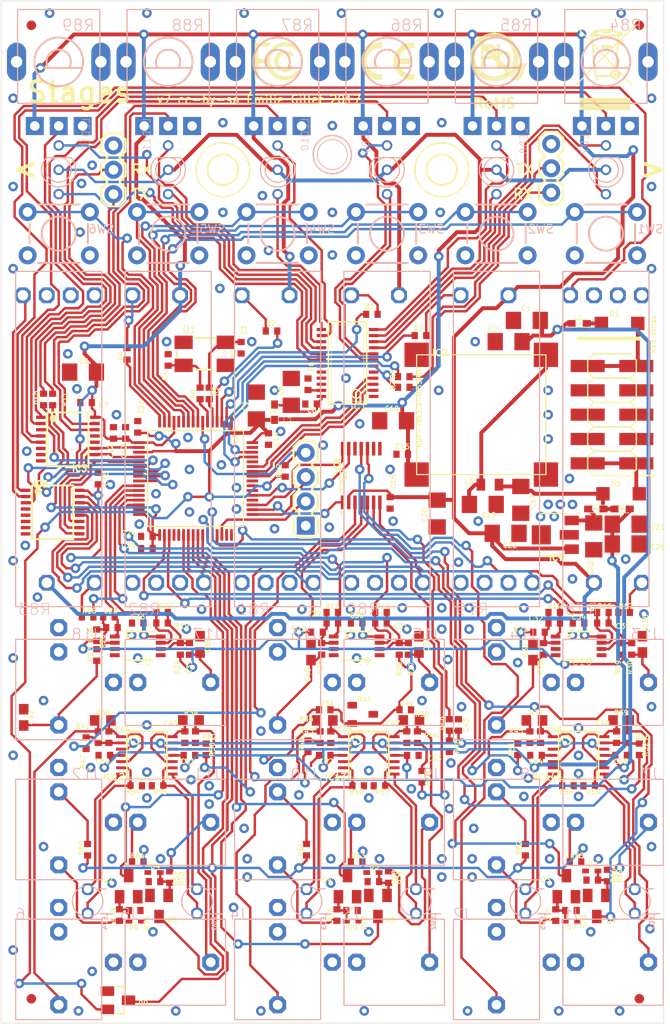
<source format=kicad_pcb>
(kicad_pcb (version 20211014) (generator pcbnew)
  (layers (0 "F.Cu" signal) (31 "B.Cu" signal) (34 "B.Paste" user) (35 "F.Paste" user) (36 "B.SilkS" user "B.Silkscreen") (37 "F.SilkS" user "F.Silkscreen") (38 "B.Mask" user) (39 "F.Mask" user) (44 "Edge.Cuts" user))
  (net 0 "")
  (net 1 "GND")
  (net 2 "+3V3_A")
  (net 3 "SW_MODE_5")
  (net 4 "SW_MODE_6")
  (net 5 "N$22")
  (net 6 "SW_MODE_1")
  (net 7 "SW_MODE_2")
  (net 8 "N$7")
  (net 9 "N$8")
  (net 10 "VEE")
  (net 11 "VCC")
  (net 12 "+3V3")
  (net 13 "RESET")
  (net 14 "N$2")
  (net 15 "N$4")
  (net 16 "N$6")
  (net 17 "N$9")
  (net 18 "N$12")
  (net 19 "N$14")
  (net 20 "SW_MODE_3")
  (net 21 "SW_MODE_4")
  (net 22 "GATE_1")
  (net 23 "GATE_2")
  (net 24 "N$57")
  (net 25 "N$36")
  (net 26 "NORMALIZATION_PROBE")
  (net 27 "N$46")
  (net 28 "N$47")
  (net 29 "N$50")
  (net 30 "N$52")
  (net 31 "N$1")
  (net 32 "N$5")
  (net 33 "N$17")
  (net 34 "N$19")
  (net 35 "N$20")
  (net 36 "N$21")
  (net 37 "N$23")
  (net 38 "N$24")
  (net 39 "N$25")
  (net 40 "N$26")
  (net 41 "N$27")
  (net 42 "N$28")
  (net 43 "GATE_3")
  (net 44 "GATE_4")
  (net 45 "GATE_5")
  (net 46 "GATE_6")
  (net 47 "AREF_-2.5")
  (net 48 "N$30")
  (net 49 "ADC_CV_6")
  (net 50 "N$32")
  (net 51 "N$34")
  (net 52 "N$37")
  (net 53 "N$39")
  (net 54 "N$41")
  (net 55 "ADC_CV_1")
  (net 56 "ADC_CV_2")
  (net 57 "ADC_CV_3")
  (net 58 "ADC_CV_4")
  (net 59 "ADC_CV_5")
  (net 60 "N$49")
  (net 61 "STAGE_LED_1")
  (net 62 "STAGE_LED_6")
  (net 63 "ADC_TIME_LEVEL")
  (net 64 "N$68")
  (net 65 "LEDS_SIN")
  (net 66 "LEDS_SCK")
  (net 67 "LEDS_SS")
  (net 68 "VREF_BIAS")
  (net 69 "N$65")
  (net 70 "N$66")
  (net 71 "N$67")
  (net 72 "N$69")
  (net 73 "N$70")
  (net 74 "N$71")
  (net 75 "N$72")
  (net 76 "N$73")
  (net 77 "N$74")
  (net 78 "DAC_5")
  (net 79 "DAC_6")
  (net 80 "DAC_1")
  (net 81 "DAC_2")
  (net 82 "N$75")
  (net 83 "N$76")
  (net 84 "N$77")
  (net 85 "N$78")
  (net 86 "N$79")
  (net 87 "N$80")
  (net 88 "N$81")
  (net 89 "N$82")
  (net 90 "N$83")
  (net 91 "N$84")
  (net 92 "N$85")
  (net 93 "N$86")
  (net 94 "N$87")
  (net 95 "N$88")
  (net 96 "N$89")
  (net 97 "N$90")
  (net 98 "N$91")
  (net 99 "N$92")
  (net 100 "N$93")
  (net 101 "N$94")
  (net 102 "N$95")
  (net 103 "DAC_3")
  (net 104 "DAC_4")
  (net 105 "DAC_SCK")
  (net 106 "DAC_SS")
  (net 107 "ADC_SHAPE")
  (net 108 "POTS_ADDR_B")
  (net 109 "POTS_ADDR_C")
  (net 110 "POTS_ADDR_A")
  (net 111 "DAC_MOSI")
  (net 112 "N$18")
  (net 113 "N$96")
  (net 114 "N$99")
  (net 115 "AREF_2.5")
  (net 116 "N$13")
  (net 117 "N$53")
  (net 118 "N$54")
  (net 119 "N$55")
  (net 120 "N$56")
  (net 121 "N$63")
  (net 122 "N$60")
  (net 123 "N$61")
  (net 124 "N$62")
  (net 125 "N$10")
  (net 126 "N$43")
  (net 127 "N$58")
  (net 128 "N$59")
  (net 129 "N$48")
  (net 130 "N$51")
  (net 131 "N$101")
  (net 132 "STAGE_LED_5")
  (net 133 "N$64")
  (net 134 "STAGE_LED_4")
  (net 135 "N$100")
  (net 136 "STAGE_LED_3")
  (net 137 "STAGE_LED_2")
  (net 138 "N$102")
  (net 139 "N$103")
  (net 140 "N$16")
  (net 141 "N$3")
  (net 142 "RIGHT_TX")
  (net 143 "RIGHT_RX")
  (net 144 "LEFT_TX")
  (net 145 "LEFT_RX")
  (net 146 "RIGHT_TX_R")
  (net 147 "RIGHT_RX_R")
  (net 148 "LEFT_RX_R")
  (net 149 "LEFT_TX_R")
  (net 150 "MORPH_IN")
  (net 151 "MORPH_IN1")
  (net 152 "MORPH_IN2")
  (net 153 "MORPH_IN3")
  (net 154 "MORPH_IN4")
  (net 155 "MORPH_IN5")
  (net 156 "N$15")
  (net 157 "N$29")
  (net 158 "N$31")
  (net 159 "N$33")
  (net 160 "N$38")
  (net 161 "N$35")
  (net 162 "SWCLK")
  (net 163 "SWDIO")
  (footprint "stages_v70:R0402" (layer "F.Cu") (at 145.951 129.4511 -90)
    (fp_text reference "R49")
    (fp_text value "20k")
  )
  (footprint "stages_v70:TSSOP16_065" (layer "F.Cu") (at 120.8686 97.0661 -90)
    (fp_text reference "IC3")
    (fp_text value "4051PW")
  )
  (footprint "stages_v70:SOD523" (layer "F.Cu") (at 150.555 147.7074)
    (fp_text reference "D8")
    (fp_text value "1N4148")
  )
  (footprint "stages_v70:R0402" (layer "F.Cu") (at 178.9711 115.4811 180)
    (fp_text reference "R17")
    (fp_text value "15k")
  )
  (footprint "stages_v70:R0402" (layer "F.Cu") (at 134.2036 128.4986 -90)
    (fp_text reference "R42")
    (fp_text value "130k")
  )
  (footprint "stages_v70:R0402" (layer "F.Cu") (at 135.3149 129.7686 -90)
    (fp_text reference "R50")
    (fp_text value "20k")
  )
  (footprint "stages_v70:R0402" (layer "F.Cu") (at 157.8574 132.6261 -90)
    (fp_text reference "R53")
    (fp_text value "20k")
  )
  (footprint "stages_v70:R0402" (layer "F.Cu") (at 124.0435 128.4986 -90)
    (fp_text reference "R41")
    (fp_text value "130k")
  )
  (footprint "stages_v70:C0402" (layer "F.Cu") (at 128.1711 116.5924 180)
    (fp_text reference "C33")
    (fp_text value "100n")
  )
  (footprint "stages_v70:1X04" (layer "F.Cu") (at 145.713 106.4323 90)
    (fp_text reference "JP6" hide)
    (fp_text value "")
  )
  (footprint "stages_v70:C0402" (layer "F.Cu") (at 125.6311 96.7486 90)
    (fp_text reference "C12")
    (fp_text value "1u")
  )
  (footprint "stages_v70:R0402" (layer "F.Cu") (at 179.2887 128.4986 -90)
    (fp_text reference "R46")
    (fp_text value "130k")
  )
  (footprint "stages_v70:SOT89" (layer "F.Cu") (at 171.51 107.3847 90)
    (fp_text reference "IC7")
    (fp_text value "LD2981ABU33")
  )
  (footprint "stages_v70:SOD523" (layer "F.Cu") (at 175.6375 142.4685 180)
    (fp_text reference "D3")
    (fp_text value "1N4148")
  )
  (footprint "stages_v70:C1206" (layer "F.Cu") (at 122.456 90.3986 180)
    (fp_text reference "C5")
    (fp_text value "22u")
  )
  (footprint "stages_v70:DBZ_R-PDSO-G3" (layer "F.Cu") (at 151.6662 126.1175 -90)
    (fp_text reference "IC11")
    (fp_text value "LM4040B25")
  )
  (footprint "stages_v70:3,0" (layer "F.Cu") (at 159.9211 69.2848)
    (fp_text reference "H1" hide)
    (fp_text value "MOUNT-HOLE3.0" hide)
  )
  (footprint "stages_v70:R0402" (layer "F.Cu") (at 177.2249 142.9448 -90)
    (fp_text reference "R66")
    (fp_text value "100k")
  )
  (footprint "stages_v70:C0402" (layer "F.Cu") (at 156.2699 128.4986 90)
    (fp_text reference "C47")
    (fp_text value "100p")
  )
  (footprint "stages_v70:C0402" (layer "F.Cu") (at 138.9662 87.8586 90)
    (fp_text reference "C3")
    (fp_text value "20p")
  )
  (footprint "stages_v70:C0603" (layer "F.Cu") (at 134.6799 118.8148 90)
    (fp_text reference "C36")
    (fp_text value "ESD")
  )
  (footprint "stages_v70:C0603" (layer "F.Cu") (at 146.2688 119.6086 90)
    (fp_text reference "C40")
    (fp_text value "ESD")
  )
  (footprint "stages_v70:C1206" (layer "F.Cu") (at 140.5535 93.8911 90)
    (fp_text reference "C9")
    (fp_text value "22u")
  )
  (footprint "stages_v70:R0402" (layer "F.Cu") (at 175.6375 143.421)
    (fp_text reference "R69")
    (fp_text value "100k")
  )
  (footprint "stages_v70:R0402" (layer "F.Cu") (at 160.715 129.451 90)
    (fp_text reference "R48")
    (fp_text value "100k")
  )
  (footprint "stages_v70:R0402" (layer "F.Cu") (at 122.9324 140.2459 90)
    (fp_text reference "R60")
    (fp_text value "10k")
  )
  (footprint "stages_v70:MSOP-8" (layer "F.Cu") (at 151.0311 118.9736 -90)
    (fp_text reference "IC9")
    (fp_text value "MCP6002")
  )
  (footprint "stages_v70:MSOP-8" (layer "F.Cu") (at 128.1711 118.9736 -90)
    (fp_text reference "IC8")
    (fp_text value "MCP6002")
  )
  (footprint "stages_v70:C1206" (layer "F.Cu") (at 166.9061 87.2236)
    (fp_text reference "C2")
    (fp_text value "22u")
  )
  (footprint "stages_v70:R0603" (layer "F.Cu") (at 178.6537 126.7524 180)
    (fp_text reference "R39")
    (fp_text value "1.0k")
  )
  (footprint "stages_v70:SOD123" (layer "F.Cu") (at 178.6536 103.0986)
    (fp_text reference "D2")
    (fp_text value "1N5819HW")
  )
  (footprint "stages_v70:R0402" (layer "F.Cu") (at 170.5574 119.2911 -90)
    (fp_text reference "R28")
    (fp_text value "100k")
  )
  (footprint "stages_v70:R0402" (layer "F.Cu") (at 155.9524 90.8748)
    (fp_text reference "R5")
    (fp_text value "100")
  )
  (footprint "stages_v70:C0402" (layer "F.Cu") (at 133.0923 128.4986 90)
    (fp_text reference "C45")
    (fp_text value "100p")
  )
  (footprint "stages_v70:R0402" (layer "F.Cu") (at 146.9035 117.5449 180)
    (fp_text reference "R22")
    (fp_text value "30k")
  )
  (footprint "stages_v70:C1206" (layer "F.Cu") (at 179.1298 108.3374)
    (fp_text reference "C25")
    (fp_text value "22u")
  )
  (footprint "stages_v70:TSSOP14_065" (layer "F.Cu") (at 152.3011 130.4036 -90)
    (fp_text reference "IC13")
    (fp_text value "TL074PW")
  )
  (footprint "stages_v70:R0402" (layer "F.Cu") (at 131.5049 143.1037 -90)
    (fp_text reference "R67")
    (fp_text value "100k")
  )
  (footprint "stages_v70:C0402" (layer "F.Cu") (at 129.1236 108.8136 180)
    (fp_text reference "C26")
    (fp_text value "1u")
  )
  (footprint "stages_v70:R0402" (layer "F.Cu") (at 157.6987 86.5887 180)
    (fp_text reference "R3")
    (fp_text value "15k")
  )
  (footprint "stages_v70:R0402" (layer "F.Cu") (at 154.3648 143.1037 -90)
    (fp_text reference "R68")
    (fp_text value "100k")
  )
  (footprint "stages_v70:R0402" (layer "F.Cu") (at 132.6161 119.2909 -90)
    (fp_text reference "R24")
    (fp_text value "30k")
  )
  (footprint "stages_v70:R0402" (layer "F.Cu") (at 133.5685 119.2912 -90)
    (fp_text reference "R31")
    (fp_text value "100k")
  )
  (footprint "stages_v70:C0402" (layer "F.Cu") (at 155.7936 98.9711 180)
    (fp_text reference "C15")
    (fp_text value "100n")
  )
  (footprint "stages_v70:C0402" (layer "F.Cu") (at 130.7111 115.4812 180)
    (fp_text reference "C27")
    (fp_text value "2.2n")
  )
  (footprint "stages_v70:C0402" (layer "F.Cu") (at 133.5686 130.4036 180)
    (fp_text reference "C51")
    (fp_text value "100n")
  )
  (footprint "stages_v70:SOT23-BEC" (layer "F.Cu") (at 176.1137 146.1198 180)
    (fp_text reference "Q7")
    (fp_text value "MMBT3904")
  )
  (footprint "stages_v70:C0402" (layer "F.Cu") (at 174.2086 116.5924 180)
    (fp_text reference "C34")
    (fp_text value "100n")
  )
  (footprint "stages_v70:C0402" (layer "F.Cu") (at 128.1711 96.1136 90)
    (fp_text reference "C11")
    (fp_text value "100n")
  )
  (footprint "stages_v70:C0402" (layer "F.Cu") (at 124.0436 101.5111 90)
    (fp_text reference "C16")
    (fp_text value "100n")
  )
  (footprint "stages_v70:C0402" (layer "F.Cu") (at 169.7635 130.4036 180)
    (fp_text reference "C54")
    (fp_text value "100n")
  )
  (footprint "stages_v70:R0402" (layer "F.Cu") (at 153.5711 115.481)
    (fp_text reference "R13")
    (fp_text value "20k")
  )
  (footprint "stages_v70:C0402" (layer "F.Cu") (at 124.6785 130.4036 180)
    (fp_text reference "C50")
    (fp_text value "100n")
  )
  (footprint "stages_v70:R0402" (layer "F.Cu") (at 122.7735 129.1336 -90)
    (fp_text reference "R47")
    (fp_text value "20k")
  )
  (footprint "stages_v70:R0402" (layer "F.Cu") (at 122.9324 115.9574)
    (fp_text reference "R18")
    (fp_text value "15k")
  )
  (footprint "stages_v70:MSOP-8" (layer "F.Cu") (at 174.2086 118.9736 -90)
    (fp_text reference "IC10")
    (fp_text value "MCP6002")
  )
  (footprint "stages_v70:SOD523" (layer "F.Cu") (at 129.9177 142.6273 180)
    (fp_text reference "D4")
    (fp_text value "1N4148")
  )
  (footprint "stages_v70:ROHS" (layer "F.Cu") (at 162.7786 63.0936)
    (fp_text reference "U$1" hide)
    (fp_text value "" hide)
  )
  (footprint "stages_v70:R0402" (layer "F.Cu") (at 143.5698 100.7173 -90)
    (fp_text reference "R12")
    (fp_text value "10k")
  )
  (footprint "stages_v70:R0402" (layer "F.Cu") (at 151.1897 133.5786)
    (fp_text reference "R56")
    (fp_text value "1.0k")
  )
  (footprint "stages_v70:C0402" (layer "F.Cu") (at 148.3323 128.4986 90)
    (fp_text reference "C46")
    (fp_text value "100p")
  )
  (footprint "stages_v70:SOD123" (layer "F.Cu") (at 178.4948 85.3186 180)
    (fp_text reference "D1")
    (fp_text value "1N5819HW")
  )
  (footprint "stages_v70:R0402" (layer "F.Cu") (at 147.2211 128.4986 -90)
    (fp_text reference "R43")
    (fp_text value "130k")
  )
  (footprint "stages_v70:RPDSOG14" (layer "F.Cu") (at 151.5073 101.1936 90)
    (fp_text reference "IC4")
    (fp_text value "DAC8168IAPW")
  )
  (footprint "stages_v70:R0402" (layer "F.Cu") (at 171.8274 147.0723 90)
    (fp_text reference "R77")
    (fp_text value "100k")
  )
  (footprint "stages_v70:FIDUCIAL-1X2" (layer "F.Cu") (at 117.0586 155.8036)
    (fp_text reference "JP7" hide)
    (fp_text value "FIDUCIAL1X2" hide)
  )
  (footprint "stages_v70:R0402" (layer "F.Cu") (at 173.8913 141.5162 180)
    (fp_text reference "R65")
    (fp_text value "10k")
  )
  (footprint "stages_v70:L2012C" (layer "F.Cu") (at 165.0011 102.1461 180)
    (fp_text reference "L3")
    (fp_text value "33u")
  )
  (footprint "stages_v70:C0402" (layer "F.Cu") (at 171.6686 116.5923)
    (fp_text reference "C32")
    (fp_text value "2.2n")
  )
  (footprint "stages_v70:R0402" (layer "F.Cu") (at 118.3286 93.2561 90)
    (fp_text reference "R10")
    (fp_text value "100")
  )
  (footprint "stages_v70:0603" (layer "F.Cu") (at 178.6536 104.6863 180)
    (fp_text reference "L5")
    (fp_text value "")
  )
  (footprint "stages_v70:C0402" (layer "F.Cu") (at 125.1549 115.9574)
    (fp_text reference "C28")
    (fp_text value "470p")
  )
  (footprint "stages_v70:C0402" (layer "F.Cu") (at 154.5236 104.0511 -90)
    (fp_text reference "C18")
    (fp_text value "1u")
  )
  (footprint "stages_v70:C0402" (layer "F.Cu") (at 147.6973 130.4036 180)
    (fp_text reference "C52")
    (fp_text value "100n")
  )
  (footprint "stages_v70:2X5-SMD" (layer "F.Cu") (at 177.7011 94.8436 180)
    (fp_text reference "JP5")
    (fp_text value "M05X2SMD" hide)
  )
  (footprint "stages_v70:R0402" (layer "F.Cu") (at 175.3199 133.5786 180)
    (fp_text reference "R59")
    (fp_text value "1.0k")
  )
  (footprint "stages_v70:C0402" (layer "F.Cu") (at 151.0311 116.5923 180)
    (fp_text reference "C30")
    (fp_text value "100n")
  )
  (footprint "stages_v70:R0402" (layer "F.Cu") (at 145.9511 91.6685 90)
    (fp_text reference "R6")
    (fp_text value "10k")
  )
  (footprint "stages_v70:C0603" (layer "F.Cu") (at 157.5399 118.8148 90)
    (fp_text reference "C37")
    (fp_text value "ESD")
  )
  (footprint "stages_v70:FIDUCIAL-1X2" (layer "F.Cu") (at 180.5586 54.2036)
    (fp_text reference "JP2" hide)
    (fp_text value "FIDUCIAL1X2" hide)
  )
  (footprint "stages_v70:SOT23-BEC" (layer "F.Cu") (at 130.3937 146.1198 180)
    (fp_text reference "Q5")
    (fp_text value "MMBT3904")
  )
  (footprint "stages_v70:R0402" (layer "F.Cu") (at 126.2662 147.0721 90)
    (fp_text reference "R75")
    (fp_text value "100k")
  )
  (footprint "stages_v70:R0402" (layer "F.Cu") (at 173.4149 146.5961 180)
    (fp_text reference "R73")
    (fp_text value "100k")
  )
  (footprint "stages_v70:R0402" (layer "F.Cu") (at 168.6523 140.2461 90)
    (fp_text reference "R62")
    (fp_text value "10k")
  )
  (footprint "stages_v70:SOD523" (layer "F.Cu") (at 173.4149 147.7073)
    (fp_text reference "D7")
    (fp_text value "1N4148")
  )
  (footprint "stages_v70:R0402" (layer "F.Cu") (at 157.3811 128.4986 -90)
    (fp_text reference "R44")
    (fp_text value "130k")
  )
  (footprint "stages_v70:R0402" (layer "F.Cu") (at 173.0975 133.5786)
    (fp_text reference "R58")
    (fp_text value "1.0k")
  )
  (footprint "stages_v70:R0402" (layer "F.Cu") (at 142.1412 86.1124)
    (fp_text reference "R2")
    (fp_text value "15k")
  )
  (footprint "stages_v70:C0402" (layer "F.Cu") (at 153.5711 116.5923 180)
    (fp_text reference "C31")
    (fp_text value "2.2n")
  )
  (footprint "stages_v70:R0402" (layer "F.Cu") (at 155.9525 91.9862)
    (fp_text reference "R7")
    (fp_text value "100")
  )
  (footprint "stages_v70:SOT23-BEC" (layer "F.Cu") (at 153.2538 146.1198 180)
    (fp_text reference "Q6")
    (fp_text value "MMBT3904")
  )
  (footprint "stages_v70:R0402" (layer "F.Cu") (at 148.9675 147.0723 90)
    (fp_text reference "R76")
    (fp_text value "100k")
  )
  (footprint "stages_v70:C0402" (layer "F.Cu") (at 178.6536 130.4036 180)
    (fp_text reference "C55")
    (fp_text value "100n")
  )
  (footprint "stages_v70:SOT23-BEC" (layer "F.Cu") (at 172.9385 144.0561)
    (fp_text reference "Q3")
    (fp_text value "MMBT3904")
  )
  (footprint "stages_v70:C0402" (layer "F.Cu") (at 170.2398 128.4986 90)
    (fp_text reference "C48")
    (fp_text value "100p")
  )
  (footprint "stages_v70:0603" (layer "F.Cu") (at 142.4587 94.6849 -90)
    (fp_text reference "L2")
    (fp_text value "")
  )
  (footprint "stages_v70:TSSOP24_0635" (layer "F.Cu") (at 150.0786 89.4461 90)
    (fp_text reference "IC1")
    (fp_text value "TLC59281DBQ")
  )
  (footprint "stages_v70:SOD523" (layer "F.Cu") (at 152.7776 142.6273 180)
    (fp_text reference "D5")
    (fp_text value "1N4148")
  )
  (footprint "stages_v70:C0402" (layer "F.Cu") (at 176.7486 116.5924 180)
    (fp_text reference "C35")
    (fp_text value "2.2n")
  )
  (footprint "stages_v70:C1206" (layer "F.Cu") (at 179.1299 106.2736)
    (fp_text reference "C21")
    (fp_text value "22u")
  )
  (footprint "stages_v70:R0402" (layer "F.Cu") (at 119.2811 93.2561 90)
    (fp_text reference "R11")
    (fp_text value "100")
  )
  (footprint "stages_v70:C1206" (layer "F.Cu") (at 168.8111 85.0011)
    (fp_text reference "C1")
    (fp_text value "22u")
  )
  (footprint "stages_v70:R0402" (layer "F.Cu") (at 148.4911 115.4811 180)
    (fp_text reference "R15")
    (fp_text value "20k")
  )
  (footprint "stages_v70:R0603" (layer "F.Cu") (at 124.5198 126.7523)
    (fp_text reference "R35")
    (fp_text value "1.0k")
  )
  (footprint "stages_v70:ROHS_2" (layer "F.Cu") (at 173.8911 63.0936)
    (fp_text reference "U$2" hide)
    (fp_text value "" hide)
  )
  (footprint "stages_v70:R0402" (layer "F.Cu") (at 125.4724 117.0687 180)
    (fp_text reference "R20")
    (fp_text value "20k")
  )
  (footprint "stages_v70:R0402" (layer "F.Cu") (at 128.0124 133.5786)
    (fp_text reference "R54")
    (fp_text value "1.0k")
  )
  (footprint "stages_v70:R0402" (layer "F.Cu") (at 171.6686 115.481 180)
    (fp_text reference "R14")
    (fp_text value "20k")
  )
  (footprint "stages_v70:R0402" (layer "F.Cu") (at 167.8586 129.7686 -90)
    (fp_text reference "R51")
    (fp_text value "20k")
  )
  (footprint "stages_v70:R0402" (layer "F.Cu") (at 145.7923 140.2461 90)
    (fp_text reference "R61")
    (fp_text value "10k")
  )
  (footprint "stages_v70:C1206" (layer "F.Cu") (at 154.8412 95.4786 180)
    (fp_text reference "C10")
    (fp_text value "22u")
  )
  (footprint "stages_v70:TQFP-10X10-64" (layer "F.Cu") (at 134.2036 101.5111 -90)
    (fp_text reference "IC5")
    (fp_text value "STM32F373RBT6")
  )
  (footprint "stages_v70:C1206" (layer "F.Cu") (at 168.1761 103.7336 -90)
    (fp_text reference "C17")
    (fp_text value "22u")
  )
  (footprint "stages_v70:C0402" (layer "F.Cu") (at 156.9049 130.4036 180)
    (fp_text reference "C53")
    (fp_text value "100n")
  )
  (footprint "stages_v70:R0603" (layer "F.Cu") (at 156.7461 126.7524 180)
    (fp_text reference "R38")
    (fp_text value "1.0k")
  )
  (footprint "stages_v70:C0402" (layer "F.Cu") (at 125.1548 128.4986 90)
    (fp_text reference "C44")
    (fp_text value "100p")
  )
  (footprint "stages_v70:C1206" (layer "F.Cu") (at 159.4449 105.1624 -90)
    (fp_text reference "C20")
    (fp_text value "22u")
  )
  (footprint "stages_v70:C0402" (layer "F.Cu") (at 141.8236 97.3836 -90)
    (fp_text reference "C14")
    (fp_text value "100n")
  )
  (footprint "stages_v70:C0402" (layer "F.Cu") (at 148.4911 116.5923)
    (fp_text reference "C29")
    (fp_text value "2.2n")
  )
  (footprint "stages_v70:C1206" (layer "F.Cu") (at 164.2074 104.2099)
    (fp_text reference "C19")
    (fp_text value "22u")
  )
  (footprint "stages_v70:C1206" (layer "F.Cu") (at 166.5886 107.2261)
    (fp_text reference "C22")
    (fp_text value "22u")
  )
  (footprint "stages_v70:R0402" (layer "F.Cu") (at 153.4124 133.5786 180)
    (fp_text reference "R57")
    (fp_text value "1.0k")
  )
  (footprint "stages_v70:R0402" (layer "F.Cu") (at 179.7648 119.2911 -90)
    (fp_text reference "R30")
    (fp_text value "100k")
  )
  (footprint "stages_v70:C0603" (layer "F.Cu") (at 169.4461 119.6085 90)
    (fp_text reference "C39")
    (fp_text value "ESD")
  )
  (footprint "stages_v70:R0402" (layer "F.Cu") (at 134.6799 92.621 90)
    (fp_text reference "R8")
    (fp_text value "100")
  )
  (footprint "stages_v70:1X03" (layer "F.Cu") (at 125.6311 66.7449 -90)
    (fp_text reference "JP4" hide)
    (fp_text value "")
  )
  (footprint "stages_v70:R0402" (layer "F.Cu") (at 150.555 146.5961 180)
    (fp_text reference "R72")
    (fp_text value "100k")
  )
  (footprint "stages_v70:R0402" (layer "F.Cu") (at 127.8537 146.5962 180)
    (fp_text reference "R74")
    (fp_text value "100k")
  )
  (footprint "stages_v70:C0402" (layer "F.Cu") (at 131.3462 89.1288 -90)
    (fp_text reference "C4")
    (fp_text value "20p")
  )
  (footprint "stages_v70:FIDUCIAL-1X2" (layer "F.Cu") (at 180.5586 155.8036)
    (fp_text reference "JP8" hide)
    (fp_text value "FIDUCIAL1X2" hide)
  )
  (footprint "stages_v70:CTS406" (layer "F.Cu") (at 135.1561 88.4935 180)
    (fp_text reference "Q1")
    (fp_text value "8MHz")
  )
  (footprint "stages_v70:C0402" (layer "F.Cu") (at 146.2686 93.7322 180)
    (fp_text reference "C8")
    (fp_text value "100n")
  )
  (footprint "stages_v70:R0402" (layer "F.Cu") (at 152.6186 84.366 180)
    (fp_text reference "R1")
    (fp_text value "15k")
  )
  (footprint "stages_v70:TSSOP16_065" (layer "F.Cu") (at 119.2811 104.6861 -90)
    (fp_text reference "IC6")
    (fp_text value "4051PW")
  )
  (footprint "stages_v70:R0402" (layer "F.Cu") (at 147.3799 119.2911 -90)
    (fp_text reference "R25")
    (fp_text value "100k")
  )
  (footprint "stages_v70:C0402" (layer "F.Cu") (at 122.7736 93.5736 180)
    (fp_text reference "C7")
    (fp_text value "100n")
  )
  (footprint "stages_v70:R0402" (layer "F.Cu") (at 152.7775 143.5799)
    (fp_text reference "R71")
    (fp_text value "100k")
  )
  (footprint "stages_v70:FCC_SMALL" (layer "F.Cu") (at 140.3949 59.9186)
    (fp_text reference "U$3" hide)
    (fp_text value "" hide)
  )
  (footprint "stages_v70:C0603" (layer "F.Cu") (at 180.8762 118.8149 90)
    (fp_text reference "C38")
    (fp_text value "ESD")
  )
  (footprint "stages_v70:R0402" (layer "F.Cu") (at 180.5587 129.7686 -90)
    (fp_text reference "R52")
    (fp_text value "20k")
  )
  (footprint "stages_v70:TSSOP14_065" (layer "F.Cu") (at 129.1236 130.4036 -90)
    (fp_text reference "IC12")
    (fp_text value "TL074PW")
  )
  (footprint "stages_v70:R0603" (layer "F.Cu") (at 169.6048 126.7523)
    (fp_text reference "R37")
    (fp_text value "1.0k")
  )
  (footprint "stages_v70:C0603" (layer "F.Cu") (at 116.2649 126.4349 90)
    (fp_text reference "C42")
    (fp_text value "ESD")
  )
  (footprint "stages_v70:SOT23" (layer "F.Cu") (at 126.1073 155.9621 -90)
    (fp_text reference "D9")
    (fp_text value "BAT54S")
  )
  (footprint "stages_v70:ROF78EXX-0.5SMD" (layer "F.Cu") (at 164.0486 94.8436 -90)
    (fp_text reference "IC2")
    (fp_text value "ROF-78E3.3-0.5SMD")
  )
  (footprint "stages_v70:R0402" (layer "F.Cu") (at 135.6324 92.6211 90)
    (fp_text reference "R9")
    (fp_text value "100")
  )
  (footprint "stages_v70:TSSOP14_065" (layer "F.Cu") (at 174.2086 130.4036 -90)
    (fp_text reference "IC14")
    (fp_text value "TL074PW")
  )
  (footprint "stages_v70:CE_SMALL" (layer "F.Cu") (at 151.5074 59.9186)
    (fp_text reference "U$4" hide)
    (fp_text value "" hide)
  )
  (footprint "stages_v70:C0402" (layer "F.Cu") (at 178.1774 128.4986 90)
    (fp_text reference "C49")
    (fp_text value "100p")
  )
  (footprint "stages_v70:R0402" (layer "F.Cu") (at 129.9174 143.5797)
    (fp_text reference "R70")
    (fp_text value "100k")
  )
  (footprint "stages_v70:R0402" (layer "F.Cu") (at 130.7111 116.5924)
    (fp_text reference "R19")
    (fp_text value "20k")
  )
  (footprint "stages_v70:R0402" (layer "F.Cu") (at 127.0597 88.4937 -90)
    (fp_text reference "R4")
    (fp_text value "15k")
  )
  (footprint "stages_v70:R0402" (layer "F.Cu") (at 160.7148 127.2286 90)
    (fp_text reference "R40")
    (fp_text value "130k")
  )
  (footprint "stages_v70:R0402" (layer "F.Cu") (at 155.4761 119.2911 -90)
    (fp_text reference "R26")
    (fp_text value "30k")
  )
  (footprint "stages_v70:C1206" (layer "F.Cu") (at 175.796 107.5434 -90)
    (fp_text reference "C23")
    (fp_text value "22u")
  )
  (footprint "stages_v70:R0402" (layer "F.Cu") (at 169.1286 128.4986 -90)
    (fp_text reference "R45")
    (fp_text value "130k")
  )
  (footprint "stages_v70:0603" (layer "F.Cu") (at 176.1135 104.6861)
    (fp_text reference "L4")
    (fp_text value "")
  )
  (footprint "stages_v70:R0402" (layer "F.Cu") (at 178.8124 119.2911 -90)
    (fp_text reference "R29")
    (fp_text value "30k")
  )
  (footprint "stages_v70:R0603" (layer "F.Cu") (at 133.7273 126.7522 180)
    (fp_text reference "R34")
    (fp_text value "1.0k")
  )
  (footprint "stages_v70:R0402" (layer "F.Cu") (at 170.0811 117.5448 180)
    (fp_text reference "R21")
    (fp_text value "30k")
  )
  (footprint "stages_v70:1X03" (layer "F.Cu") (at 171.3511 66.5861 -90)
    (fp_text reference "JP3" hide)
    (fp_text value "")
  )
  (footprint "stages_v70:SOT23-BEC" (layer "F.Cu") (at 150.0788 144.0562)
    (fp_text reference "Q4")
    (fp_text value "MMBT3904")
  )
  (footprint "stages_v70:3,0" (layer "F.Cu") (at 137.0611 69.2849)
    (fp_text reference "H2" hide)
    (fp_text value "MOUNT-HOLE3.0" hide)
  )
  (footprint "stages_v70:R0402" (layer "F.Cu") (at 151.0312 141.516 180)
    (fp_text reference "R63")
    (fp_text value "10k")
  )
  (footprint "stages_v70:R0402" (layer "F.Cu") (at 147.6973 125.641)
    (fp_text reference "R33")
    (fp_text value "10k")
  )
  (footprint "stages_v70:C0402" (layer "F.Cu") (at 156.1111 125.6411)
    (fp_text reference "C41")
    (fp_text value "1u")
  )
  (footprint "stages_v70:C0402" (layer "F.Cu") (at 161.6674 127.2286 90)
    (fp_text reference "C43")
    (fp_text value "1u")
  )
  (footprint "stages_v70:C0402" (layer "F.Cu") (at 126.9011 96.7486 90)
    (fp_text reference "C13")
    (fp_text value "100n")
  )
  (footprint "stages_v70:R0402" (layer "F.Cu") (at 128.1712 141.5162 180)
    (fp_text reference "R64")
    (fp_text value "10k")
  )
  (footprint "stages_v70:R0402" (layer "F.Cu") (at 156.4287 119.2911 -90)
    (fp_text reference "R27")
    (fp_text value "100k")
  )
  (footprint "stages_v70:SOD523" (layer "F.Cu") (at 127.8538 147.7073)
    (fp_text reference "D6")
    (fp_text value "1N4148")
  )
  (footprint "stages_v70:R0402" (layer "F.Cu") (at 130.2349 133.5786 180)
    (fp_text reference "R55")
    (fp_text value "1.0k")
  )
  (footprint "stages_v70:R0603" (layer "F.Cu") (at 147.6974 126.7523)
    (fp_text reference "R36")
    (fp_text value "1.0k")
  )
  (footprint "stages_v70:C0402" (layer "F.Cu") (at 129.1236 107.5436 180)
    (fp_text reference "C24")
    (fp_text value "100n")
  )
  (footprint "stages_v70:SOT23-BEC" (layer "F.Cu") (at 127.2186 144.0561)
    (fp_text reference "Q2")
    (fp_text value "MMBT3904")
  )
  (footprint "stages_v70:R0402" (layer "F.Cu") (at 123.8848 119.9261 -90)
    (fp_text reference "R32")
    (fp_text value "100k")
  )
  (footprint "stages_v70:FIDUCIAL-1X2" (layer "F.Cu") (at 117.0586 54.2036)
    (fp_text reference "JP1" hide)
    (fp_text value "FIDUCIAL1X2" hide)
  )
  (footprint "stages_v70:0603" (layer "F.Cu") (at 174.3674 85.3186)
    (fp_text reference "L1")
    (fp_text value "")
  )
  (footprint "stages_v70:R0402" (layer "F.Cu") (at 176.7486 115.4811)
    (fp_text reference "R16")
    (fp_text value "20k")
  )
  (footprint "stages_v70:R0402" (layer "F.Cu") (at 123.885 117.8623 -90)
    (fp_text reference "R23")
    (fp_text value "30k")
  )
  (footprint "stages_v70:C1206" (layer "F.Cu") (at 144.2048 92.4623 90)
    (fp_text reference "C6")
    (fp_text value "22u")
  )
  (footprint "stages_v70:WQP_PJ_301M6" (layer "B.Cu") (at 165.6361 151.9936)
    (fp_text reference "J2")
    (fp_text value "PJ301_THONKICONN6" hide)
  )
  (footprint "stages_v70:TACTILE-PTH" (layer "B.Cu") (at 131.3461 75.9524)
    (fp_text reference "SW5")
    (fp_text value "" hide)
  )
  (footprint "stages_v70:WQP_PJ_301M6" (layer "B.Cu") (at 131.3461 151.9936 90)
    (fp_text reference "J5")
    (fp_text value "PJ301_THONKICONN6" hide)
  )
  (footprint "stages_v70:BOURNS_SLIDER" (layer "B.Cu") (at 119.9161 97.3836 -90)
    (fp_text reference "R83")
    (fp_text value "20kB" hide)
  )
  (footprint "stages_v70:ALPS_POT_NARROW" (layer "B.Cu") (at 142.7761 58.0136)
    (fp_text reference "R87")
    (fp_text value "10kB")
  )
  (footprint "stages_v70:ALPS_POT_NARROW" (layer "B.Cu") (at 131.3461 58.0136)
    (fp_text reference "R88")
    (fp_text value "10kB")
  )
  (footprint "stages_v70:WQP_PJ_301M6" (layer "B.Cu") (at 142.7761 151.9936)
    (fp_text reference "J4")
    (fp_text value "PJ301_THONKICONN6" hide)
  )
  (footprint "stages_v70:LED-BICOLOR-THROUGHHOLE-LUMEX" (layer "B.Cu") (at 142.7761 69.2848 -90)
    (fp_text reference "LED10")
    (fp_text value "SSL-LX3059IGW-CA" hide)
  )
  (footprint "stages_v70:TACTILE-PTH" (layer "B.Cu") (at 154.2061 75.9524)
    (fp_text reference "SW3")
    (fp_text value "" hide)
  )
  (footprint "stages_v70:ALPS_POT_NARROW" (layer "B.Cu") (at 154.2061 58.0136)
    (fp_text reference "R86")
    (fp_text value "10kB")
  )
  (footprint "stages_v70:WQP_PJ_301M6" (layer "B.Cu") (at 177.0661 137.3886 90)
    (fp_text reference "J7")
    (fp_text value "PJ301_THONKICONN6" hide)
  )
  (footprint "stages_v70:LED-BICOLOR-THROUGHHOLE-LUMEX" (layer "B.Cu") (at 119.9161 69.2847 -90)
    (fp_text reference "LED12")
    (fp_text value "SSL-LX3059IGW-CA" hide)
  )
  (footprint "stages_v70:BOURNS_SLIDER" (layer "B.Cu") (at 154.2061 97.3836 90)
    (fp_text reference "R80")
    (fp_text value "20kB" hide)
  )
  (footprint "stages_v70:ALPS_POT_NARROW" (layer "B.Cu") (at 165.6361 58.0136)
    (fp_text reference "R85")
    (fp_text value "10kB")
  )
  (footprint "stages_v70:ALPS_POT_NARROW" (layer "B.Cu") (at 177.0661 58.0136)
    (fp_text reference "R84")
    (fp_text value "10kB")
  )
  (footprint "stages_v70:WQP_PJ_301M6" (layer "B.Cu") (at 142.7761 137.3886)
    (fp_text reference "J10")
    (fp_text value "PJ301_THONKICONN6" hide)
  )
  (footprint "stages_v70:TACTILE-PTH" (layer "B.Cu") (at 119.9161 75.9524)
    (fp_text reference "SW6")
    (fp_text value "" hide)
  )
  (footprint "stages_v70:3,0TINY" (layer "B.Cu") (at 148.4911 67.6974 180)
    (fp_text reference "H3" hide)
    (fp_text value "MOUNT-HOLE3.0TINY" hide)
  )
  (footprint "stages_v70:BOURNS_SLIDER" (layer "B.Cu") (at 131.3461 97.3836 90)
    (fp_text reference "R82")
    (fp_text value "20kB" hide)
  )
  (footprint "stages_v70:TACTILE-PTH" (layer "B.Cu") (at 177.0661 75.9524)
    (fp_text reference "SW1")
    (fp_text value "" hide)
  )
  (footprint "stages_v70:BOURNS_SLIDER" (layer "B.Cu") (at 142.7761 97.3836 90)
    (fp_text reference "R81")
    (fp_text value "20kB" hide)
  )
  (footprint "stages_v70:TACTILE-PTH" (layer "B.Cu") (at 142.7761 75.9524)
    (fp_text reference "SW4")
    (fp_text value "" hide)
  )
  (footprint "stages_v70:LED3MM" (layer "B.Cu") (at 180.0825 145.6436 -90)
    (fp_text reference "LED1")
    (fp_text value "WP937EGW")
  )
  (footprint "stages_v70:WQP_PJ_301M6" (layer "B.Cu") (at 119.9161 137.3886)
    (fp_text reference "J12")
    (fp_text value "PJ301_THONKICONN6" hide)
  )
  (footprint "stages_v70:WQP_PJ_301M6" (layer "B.Cu") (at 119.9161 122.7836)
    (fp_text reference "J18")
    (fp_text value "PJ301_THONKICONN6" hide)
  )
  (footprint "stages_v70:WQP_PJ_301M6" (layer "B.Cu") (at 131.3461 137.3886 90)
    (fp_text reference "J11")
    (fp_text value "PJ301_THONKICONN6" hide)
  )
  (footprint "stages_v70:LED-BICOLOR-THROUGHHOLE-LUMEX" (layer "B.Cu") (at 154.2061 69.2848 -90)
    (fp_text reference "LED9")
    (fp_text value "SSL-LX3059IGW-CA" hide)
  )
  (footprint "stages_v70:WQP_PJ_301M6" (layer "B.Cu") (at 177.0661 151.9936 90)
    (fp_text reference "J1")
    (fp_text value "PJ301_THONKICONN6" hide)
  )
  (footprint "stages_v70:WQP_PJ_301M6" (layer "B.Cu") (at 119.9161 151.9936)
    (fp_text reference "J6")
    (fp_text value "PJ301_THONKICONN6" hide)
  )
  (footprint "stages_v70:BOURNS_SLIDER" (layer "B.Cu") (at 165.6361 97.3836 90)
    (fp_text reference "R79")
    (fp_text value "20kB" hide)
  )
  (footprint "stages_v70:ALPS_POT_NARROW" (layer "B.Cu") (at 119.9161 58.0136)
    (fp_text reference "R89")
    (fp_text value "10kB")
  )
  (footprint "stages_v70:LED3MM" (layer "B.Cu") (at 157.2224 145.6436 -90)
    (fp_text reference "LED2")
    (fp_text value "WP937EGW")
  )
  (footprint "stages_v70:WQP_PJ_301M6" (layer "B.Cu") (at 154.2061 122.7836 90)
    (fp_text reference "J15")
    (fp_text value "PJ301_THONKICONN6" hide)
  )
  (footprint "stages_v70:LED3MM" (layer "B.Cu") (at 145.7924 145.6436 -90)
    (fp_text reference "LED3")
    (fp_text value "WP937EGW")
  )
  (footprint "stages_v70:WQP_PJ_301M6" (layer "B.Cu") (at 154.2061 137.3886 90)
    (fp_text reference "J9")
    (fp_text value "PJ301_THONKICONN6" hide)
  )
  (footprint "stages_v70:LED-BICOLOR-THROUGHHOLE-LUMEX" (layer "B.Cu") (at 177.0661 69.285 -90)
    (fp_text reference "LED7")
    (fp_text value "SSL-LX3059IGW-CA" hide)
  )
  (footprint "stages_v70:WQP_PJ_301M6" (layer "B.Cu") (at 131.3461 122.7836 90)
    (fp_text reference "J17")
    (fp_text value "PJ301_THONKICONN6" hide)
  )
  (footprint "stages_v70:LED3MM" (layer "B.Cu") (at 122.9324 145.6436 -90)
    (fp_text reference "LED4")
    (fp_text value "WP937EGW")
  )
  (footprint "stages_v70:WQP_PJ_301M6" (layer "B.Cu") (at 165.6361 122.7836)
    (fp_text reference "J14")
    (fp_text value "PJ301_THONKICONN6" hide)
  )
  (footprint "stages_v70:WQP_PJ_301M6" (layer "B.Cu") (at 177.0661 122.7836 90)
    (fp_text reference "J13")
    (fp_text value "PJ301_THONKICONN6" hide)
  )
  (footprint "stages_v70:WQP_PJ_301M6" (layer "B.Cu") (at 165.6361 137.3886)
    (fp_text reference "J8")
    (fp_text value "PJ301_THONKICONN6" hide)
  )
  (footprint "stages_v70:LED-BICOLOR-THROUGHHOLE-LUMEX" (layer "B.Cu") (at 131.3461 69.2848 -90)
    (fp_text reference "LED11")
    (fp_text value "SSL-LX3059IGW-CA" hide)
  )
  (footprint "stages_v70:LED3MM" (layer "B.Cu") (at 134.3624 145.6435 -90)
    (fp_text reference "LED6")
    (fp_text value "WP937EGW")
  )
  (footprint "stages_v70:TACTILE-PTH" (layer "B.Cu") (at 165.6361 75.9524)
    (fp_text reference "SW2")
    (fp_text value "" hide)
  )
  (footprint "stages_v70:LED-BICOLOR-THROUGHHOLE-LUMEX" (layer "B.Cu") (at 165.6361 69.2848 -90)
    (fp_text reference "LED8")
    (fp_text value "SSL-LX3059IGW-CA" hide)
  )
  (footprint "stages_v70:WQP_PJ_301M6" (layer "B.Cu") (at 142.7761 122.7836)
    (fp_text reference "J16")
    (fp_text value "PJ301_THONKICONN6" hide)
  )
  (footprint "stages_v70:BOURNS_SLIDER" (layer "B.Cu") (at 177.0661 97.3836 -90)
    (fp_text reference "R78")
    (fp_text value "20kB" hide)
  )
  (footprint "stages_v70:WQP_PJ_301M6" (layer "B.Cu") (at 154.2061 151.9936 90)
    (fp_text reference "J3")
    (fp_text value "PJ301_THONKICONN6" hide)
  )
  (footprint "stages_v70:LED3MM" (layer "B.Cu") (at 168.6524 145.6435 -90)
    (fp_text reference "LED5")
    (fp_text value "WP937EGW")
  )
  (gr_line (start 174.2086 86.9061) (end 180.5586 86.9061) (layer "F.SilkS") (width 0.4064))
  (gr_line (start 113.9036 51.6636) (end 183.0986 51.6636) (layer "Edge.Cuts") (width 0.05))
  (gr_line (start 183.0986 158.3436) (end 113.9036 158.3436) (layer "Edge.Cuts") (width 0.05))
  (gr_line (start 183.0986 51.6636) (end 183.0986 158.3436) (layer "Edge.Cuts") (width 0.05))
  (gr_line (start 113.9036 158.3436) (end 113.9036 51.6636) (layer "Edge.Cuts") (width 0.05))
  (gr_text "v7 cc-by-sa Émilie Gillet 2017" (at 130.0761 62.4586) (layer "F.SilkS") (effects (font (size 0.8636 0.8636) (thickness 0.1524)) (justify left bottom)))
  (gr_text "TX" (at 127.3774 72.4598) (layer "F.SilkS") (effects (font (size 1.0795 1.0795) (thickness 0.1905)) (justify left bottom)))
  (gr_text "Stages" (at 116.4236 62.4586) (layer "F.SilkS") (effects (font (size 2.159 2.159) (thickness 0.381)) (justify left bottom)))
  (gr_text "<" (at 114.8361 70.3961) (layer "F.SilkS") (effects (font (size 2.159 2.159) (thickness 0.381)) (justify left bottom)))
  (gr_text ">" (at 180.3998 70.3961) (layer "F.SilkS") (effects (font (size 2.159 2.159) (thickness 0.381)) (justify left bottom)))
  (gr_text "TX" (at 169.6049 68.6498) (layer "F.SilkS") (effects (font (size 1.0795 1.0795) (thickness 0.1905)) (justify right top)))
  (gr_text "RX" (at 127.3774 69.9198) (layer "F.SilkS") (effects (font (size 1.0795 1.0795) (thickness 0.1905)) (justify left bottom)))
  (gr_text "RX" (at 169.6049 71.1898) (layer "F.SilkS") (effects (font (size 1.0795 1.0795) (thickness 0.1905)) (justify right top)))
  (gr_text "Red stripe" (at 182.3049 88.4936 90) (layer "F.SilkS") (effects (font (size 0.51816 0.51816) (thickness 0.09144)) (justify left bottom)))
  (segment (start 179.8886 131.0386) (end 179.2536 130.4036) (width 0.254) (layer "F.Cu") (net 1))
  (segment (start 179.8886 131.0386) (end 179.9236 131.0386) (width 0.254) (layer "F.Cu") (net 1))
  (segment (start 178.9712 132.9436) (end 179.9236 131.9912) (width 0.254) (layer "F.Cu") (net 1))
  (segment (start 179.9236 131.9912) (end 179.9236 131.1973) (width 0.254) (layer "F.Cu") (net 1))
  (segment (start 146.3186 131.1823) (end 147.0973 130.4036) (width 0.254) (layer "F.Cu") (net 1))
  (segment (start 146.2686 131.1823) (end 146.2686 131.5148) (width 0.254) (layer "F.Cu") (net 1))
  (segment (start 146.3186 131.1823) (end 146.2686 131.1823) (width 0.254) (layer "F.Cu") (net 1))
  (via (at 125.9486 94.8436) (size 1.008) (drill 0.5) (layers "F.Cu" "B.Cu") (net 1))
  (via (at 143.0936 96.5899) (size 1.008) (drill 0.5) (layers "F.Cu" "B.Cu") (net 1))
  (via (at 131.1873 87.2236) (size 1.008) (drill 0.5) (layers "F.Cu" "B.Cu") (net 1))
  (via (at 174.2086 132.3086) (size 1.008) (drill 0.5) (layers "F.Cu" "B.Cu") (net 1))
  (via (at 151.3486 95.7961) (size 1.008) (drill 0.5) (layers "F.Cu" "B.Cu") (net 1))
  (via (at 178.6536 52.9336) (size 1.008) (drill 0.5) (layers "F.Cu" "B.Cu") (net 1))
  (via (at 144.9986 134.5311) (size 1.008) (drill 0.5) (layers "F.Cu" "B.Cu") (net 1))
  (via (at 151.0311 120.2436) (size 1.008) (drill 0.5) (layers "F.Cu" "B.Cu") (net 1))
  (via (at 115.1536 79.6036) (size 1.008) (drill 0.5) (layers "F.Cu" "B.Cu") (net 1))
  (via (at 153.4124 141.1986) (size 1.008) (drill 0.5) (layers "F.Cu" "B.Cu") (net 1))
  (via (at 138.9661 115.1636) (size 1.008) (drill 0.5) (layers "F.Cu" "B.Cu") (net 1))
  (via (at 133.5686 105.0036) (size 1.008) (drill 0.5) (layers "F.Cu" "B.Cu") (net 1))
  (via (at 128.3298 106.2736) (size 1.008) (drill 0.5) (layers "F.Cu" "B.Cu") (net 1))
  (via (at 163.7312 105.9561) (size 1.008) (drill 0.5) (layers "F.Cu" "B.Cu") (net 1))
  (via (at 171.0336 97.3836) (size 1.008) (drill 0.5) (layers "F.Cu" "B.Cu") (net 1))
  (via (at 170.24 105.4801) (size 1.008) (drill 0.5) (layers "F.Cu" "B.Cu") (net 1))
  (via (at 179.1299 109.925) (size 1.008) (drill 0.5) (layers "F.Cu" "B.Cu") (net 1))
  (via (at 138.4899 102.4636) (size 1.008) (drill 0.5) (layers "F.Cu" "B.Cu") (net 1))
  (via (at 178.9712 132.9436) (size 1.008) (drill 0.5) (layers "F.Cu" "B.Cu") (net 1))
  (via (at 148.1736 106.5911) (size 1.008) (drill 0.5) (layers "F.Cu" "B.Cu") (net 1))
  (via (at 157.8573 124.6886) (size 1.008) (drill 0.5) (layers "F.Cu" "B.Cu") (net 1))
  (via (at 135.6324 135.4836) (size 1.008) (drill 0.5) (layers "F.Cu" "B.Cu") (net 1))
  (via (at 159.9212 117.2274) (size 1.008) (drill 0.5) (layers "F.Cu" "B.Cu") (net 1))
  (via (at 154.5236 100.5586) (size 1.008) (drill 0.5) (layers "F.Cu" "B.Cu") (net 1))
  (via (at 142.4586 106.7499) (size 1.008) (drill 0.5) (layers "F.Cu" "B.Cu") (net 1))
  (via (at 152.3011 131.9911) (size 1.008) (drill 0.5) (layers "F.Cu" "B.Cu") (net 1))
  (via (at 139.2836 138.0236) (size 1.008) (drill 0.5) (layers "F.Cu" "B.Cu") (net 1))
  (via (at 163.0961 143.1036) (size 1.008) (drill 0.5) (layers "F.Cu" "B.Cu") (net 1))
  (via (at 152.3012 148.8186) (size 1.008) (drill 0.5) (layers "F.Cu" "B.Cu") (net 1))
  (via (at 123.4086 68.8087) (size 1.008) (drill 0.5) (layers "F.Cu" "B.Cu") (net 1))
  (via (at 171.1924 143.7386) (size 1.008) (drill 0.5) (layers "F.Cu" "B.Cu") (net 1))
  (via (at 115.1536 71.0311) (size 1.008) (drill 0.5) (layers "F.Cu" "B.Cu") (net 1))
  (via (at 133.5686 100.5586) (size 1.008) (drill 0.5) (layers "F.Cu" "B.Cu") (net 1))
  (via (at 160.8736 131.1974) (size 1.008) (drill 0.5) (layers "F.Cu" "B.Cu") (net 1))
  (via (at 150.3961 115.1636) (size 1.008) (drill 0.5) (layers "F.Cu" "B.Cu") (net 1))
  (via (at 115.1536 61.8236) (size 1.008) (drill 0.5) (layers "F.Cu" "B.Cu") (net 1))
  (via (at 133.2511 117.2274) (size 1.008) (drill 0.5) (layers "F.Cu" "B.Cu") (net 1))
  (via (at 139.2836 52.9336) (size 1.008) (drill 0.5) (layers "F.Cu" "B.Cu") (net 1))
  (via (at 142.4586 92.3036) (size 1.008) (drill 0.5) (layers "F.Cu" "B.Cu") (net 1))
  (via (at 173.5737 104.21) (size 1.008) (drill 0.5) (layers "F.Cu" "B.Cu") (net 1))
  (via (at 174.2086 134.6898) (size 1.008) (drill 0.5) (layers "F.Cu" "B.Cu") (net 1))
  (via (at 160.7149 135.9599) (size 1.008) (drill 0.5) (layers "F.Cu" "B.Cu") (net 1))
  (via (at 159.9211 64.3636) (size 1.008) (drill 0.5) (layers "F.Cu" "B.Cu") (net 1))
  (via (at 115.1536 110.0836) (size 1.008) (drill 0.5) (layers "F.Cu" "B.Cu") (net 1))
  (via (at 171.1924 141.1986) (size 1.008) (drill 0.5) (layers "F.Cu" "B.Cu") (net 1))
  (via (at 136.9024 100.0823) (size 1.008) (drill 0.5) (layers "F.Cu" "B.Cu") (net 1))
  (via (at 168.9698 132.7848) (size 1.008) (drill 0.5) (layers "F.Cu" "B.Cu") (net 1))
  (via (at 121.8211 92.1449) (size 1.008) (drill 0.5) (layers "F.Cu" "B.Cu") (net 1))
  (via (at 123.2498 131.6736) (size 1.008) (drill 0.5) (layers "F.Cu" "B.Cu") (net 1))
  (via (at 159.9211 143.1036) (size 1.008) (drill 0.5) (layers "F.Cu" "B.Cu") (net 1))
  (via (at 175.4786 148.8185) (size 1.008) (drill 0.5) (layers "F.Cu" "B.Cu") (net 1))
  (via (at 152.3011 134.8486) (size 1.008) (drill 0.5) (layers "F.Cu" "B.Cu") (net 1))
  (via (at 155.7934 115.0049) (size 1.008) (drill 0.5) (layers "F.Cu" "B.Cu") (net 1))
  (via (at 154.841 105.9561) (size 1.008) (drill 0.5) (layers "F.Cu" "B.Cu") (net 1))
  (via (at 115.1536 120.2436) (size 1.008) (drill 0.5) (layers "F.Cu" "B.Cu") (net 1))
  (via (at 121.9799 157.0736) (size 1.008) (drill 0.5) (layers "F.Cu" "B.Cu") (net 1))
  (via (at 156.2696 117.2274) (size 1.008) (drill 0.5) (layers "F.Cu" "B.Cu") (net 1))
  (via (at 181.8286 139.9286) (size 1.008) (drill 0.5) (layers "F.Cu" "B.Cu") (net 1))
  (via (at 137.0611 64.3636) (size 1.008) (drill 0.5) (layers "F.Cu" "B.Cu") (net 1))
  (via (at 174.2086 130.4036) (size 1.008) (drill 0.5) (layers "F.Cu" "B.Cu") (net 1))
  (via (at 174.2086 127.5461) (size 1.008) (drill 0.5) (layers "F.Cu" "B.Cu") (net 1))
  (via (at 148.4911 73.7299) (size 1.008) (drill 0.5) (layers "F.Cu" "B.Cu") (net 1))
  (via (at 163.0961 141.1986) (size 1.008) (drill 0.5) (layers "F.Cu" "B.Cu") (net 1))
  (via (at 136.7436 81.6674) (size 1.008) (drill 0.5) (layers "F.Cu" "B.Cu") (net 1))
  (via (at 181.8286 71.0311) (size 1.008) (drill 0.5) (layers "F.Cu" "B.Cu") (net 1))
  (via (at 159.7624 73.7298) (size 1.008) (drill 0.5) (layers "F.Cu" "B.Cu") (net 1))
  (via (at 128.1711 120.2436) (size 1.008) (drill 0.5) (layers "F.Cu" "B.Cu") (net 1))
  (via (at 118.9636 52.9336) (size 1.008) (drill 0.5) (layers "F.Cu" "B.Cu") (net 1))
  (via (at 134.8386 115.1637) (size 1.008) (drill 0.5) (layers "F.Cu" "B.Cu") (net 1))
  (via (at 133.4099 97.2248) (size 1.008) (drill 0.5) (layers "F.Cu" "B.Cu") (net 1))
  (via (at 171.6687 105.4801) (size 1.008) (drill 0.5) (layers "F.Cu" "B.Cu") (net 1))
  (via (at 173.5736 117.8624) (size 1.008) (drill 0.5) (layers "F.Cu" "B.Cu") (net 1))
  (via (at 163.2547 138.0236) (size 1.008) (drill 0.5) (layers "F.Cu" "B.Cu") (net 1))
  (via (at 115.1536 130.4036) (size 1.008) (drill 0.5) (layers "F.Cu" "B.Cu") (net 1))
  (via (at 141.0298 127.8636) (size 1.008) (drill 0.5) (layers "F.Cu" "B.Cu") (net 1))
  (via (at 137.0612 73.7298) (size 1.008) (drill 0.5) (layers "F.Cu" "B.Cu") (net 1))
  (via (at 150.3961 117.8624) (size 1.008) (drill 0.5) (layers "F.Cu" "B.Cu") (net 1))
  (via (at 133.7274 132.9436) (size 1.008) (drill 0.5) (layers "F.Cu" "B.Cu") (net 1))
  (via (at 173.2561 101.5111) (size 1.008) (drill 0.5) (layers "F.Cu" "B.Cu") (net 1))
  (via (at 181.0349 115.6398) (size 1.008) (drill 0.5) (layers "F.Cu" "B.Cu") (net 1))
  (via (at 116.4237 108.4961) (size 1.008) (drill 0.5) (layers "F.Cu" "B.Cu") (net 1))
  (via (at 123.4086 152.9461) (size 1.008) (drill 0.5) (layers "F.Cu" "B.Cu") (net 1))
  (via (at 149.4436 52.9336) (size 1.008) (drill 0.5) (layers "F.Cu" "B.Cu") (net 1))
  (via (at 135.6324 133.5786) (size 1.008) (drill 0.5) (layers "F.Cu" "B.Cu") (net 1))
  (via (at 139.6011 141.1986) (size 1.008) (drill 0.5) (layers "F.Cu" "B.Cu") (net 1))
  (via (at 118.3286 139.9286) (size 1.008) (drill 0.5) (layers "F.Cu" "B.Cu") (net 1))
  (via (at 168.4937 115.0049) (size 1.008) (drill 0.5) (layers "F.Cu" "B.Cu") (net 1))
  (via (at 130.0761 103.0986) (size 1.008) (drill 0.5) (layers "F.Cu" "B.Cu") (net 1))
  (via (at 163.4136 87.2236) (size 1.008) (drill 0.5) (layers "F.Cu" "B.Cu") (net 1))
  (via (at 129.7587 148.8186) (size 1.008) (drill 0.5) (layers "F.Cu" "B.Cu") (net 1))
  (via (at 116.5824 98.6536) (size 1.008) (drill 0.5) (layers "F.Cu" "B.Cu") (net 1))
  (via (at 145.3161 115.1636) (size 1.008) (drill 0.5) (layers "F.Cu" "B.Cu") (net 1))
  (via (at 148.3325 143.7386) (size 1.008) (drill 0.5) (layers "F.Cu" "B.Cu") (net 1))
  (via (at 162.6199 157.0736) (size 1.008) (drill 0.5) (layers "F.Cu" "B.Cu") (net 1))
  (via (at 132.1399 157.0736) (size 1.008) (drill 0.5) (layers "F.Cu" "B.Cu") (net 1))
  (via (at 176.2724 141.1985) (size 1.008) (drill 0.5) (layers "F.Cu" "B.Cu") (net 1))
  (via (at 141.8237 77.6986) (size 1.008) (drill 0.5) (layers "F.Cu" "B.Cu") (net 1))
  (via (at 141.0299 157.0736) (size 1.008) (drill 0.5) (layers "F.Cu" "B.Cu") (net 1))
  (via (at 140.0774 87.2236) (size 1.008) (drill 0.5) (layers "F.Cu" "B.Cu") (net 1))
  (via (at 129.1236 132.1498) (size 1.008) (drill 0.5) (layers "F.Cu" "B.Cu") (net 1))
  (via (at 159.6036 52.9336) (size 1.008) (drill 0.5) (layers "F.Cu" "B.Cu") (net 1))
  (via (at 161.9849 125.3236) (size 1.008) (drill 0.5) (layers "F.Cu" "B.Cu") (net 1))
  (via (at 129.1236 127.2286) (size 1.008) (drill 0.5) (layers "F.Cu" "B.Cu") (net 1))
  (via (at 173.5736 111.9887) (size 1.008) (drill 0.5) (layers "F.Cu" "B.Cu") (net 1))
  (via (at 161.6673 110.2425) (size 1.008) (drill 0.5) (layers "F.Cu" "B.Cu") (net 1))
  (via (at 130.5525 141.1986) (size 1.008) (drill 0.5) (layers "F.Cu" "B.Cu") (net 1))
  (via (at 125.4724 141.1986) (size 1.008) (drill 0.5) (layers "F.Cu" "B.Cu") (net 1))
  (via (at 125.4724 143.7386) (size 1.008) (drill 0.5) (layers "F.Cu" "B.Cu") (net 1))
  (via (at 181.8286 79.6036) (size 1.008) (drill 0.5) (layers "F.Cu" "B.Cu") (net 1))
  (via (at 181.8286 125.3236) (size 1.008) (drill 0.5) (layers "F.Cu" "B.Cu") (net 1))
  (via (at 168.4936 134.6897) (size 1.008) (drill 0.5) (layers "F.Cu" "B.Cu") (net 1))
  (via (at 181.6699 148.5011) (size 1.008) (drill 0.5) (layers "F.Cu" "B.Cu") (net 1))
  (via (at 122.2973 70.7136) (size 1.008) (drill 0.5) (layers "F.Cu" "B.Cu") (net 1))
  (via (at 171.0336 94.8436) (size 1.008) (drill 0.5) (layers "F.Cu" "B.Cu") (net 1))
  (via (at 156.7461 133.8961) (size 1.008) (drill 0.5) (layers "F.Cu" "B.Cu") (net 1))
  (via (at 181.8286 61.8236) (size 1.008) (drill 0.5) (layers "F.Cu" "B.Cu") (net 1))
  (via (at 178.4949 157.0736) (size 1.008) (drill 0.5) (layers "F.Cu" "B.Cu") (net 1))
  (via (at 171.0336 92.3036) (size 1.008) (drill 0.5) (layers "F.Cu" "B.Cu") (net 1))
  (via (at 162.7786 115.0049) (size 1.008) (drill 0.5) (layers "F.Cu" "B.Cu") (net 1))
  (via (at 120.8686 88.4936) (size 1.008) (drill 0.5) (layers "F.Cu" "B.Cu") (net 1))
  (via (at 172.3037 104.21) (size 1.008) (drill 0.5) (layers "F.Cu" "B.Cu") (net 1))
  (via (at 148.3324 141.1986) (size 1.008) (drill 0.5) (layers "F.Cu" "B.Cu") (net 1))
  (via (at 129.1236 134.8485) (size 1.008) (drill 0.5) (layers "F.Cu" "B.Cu") (net 1))
  (via (at 115.1536 150.7236) (size 1.008) (drill 0.5) (layers "F.Cu" "B.Cu") (net 1))
  (via (at 117.6937 113.8936) (size 1.008) (drill 0.5) (layers "F.Cu" "B.Cu") (net 1))
  (via (at 159.9211 115.0049) (size 1.008) (drill 0.5) (layers "F.Cu" "B.Cu") (net 1))
  (via (at 167.8587 120.7199) (size 1.008) (drill 0.5) (layers "F.Cu" "B.Cu") (net 1))
  (via (at 138.1724 146.2786) (size 1.008) (drill 0.5) (layers "F.Cu" "B.Cu") (net 1))
  (via (at 148.4911 78.1749) (size 1.008) (drill 0.5) (layers "F.Cu" "B.Cu") (net 1))
  (via (at 122.1386 75.7936) (size 1.008) (drill 0.5) (layers "F.Cu" "B.Cu") (net 1))
  (via (at 125.3134 102.1461) (size 1.008) (drill 0.5) (layers "F.Cu" "B.Cu") (net 1))
  (via (at 151.8249 157.0736) (size 1.008) (drill 0.5) (layers "F.Cu" "B.Cu") (net 1))
  (via (at 159.9211 141.1986) (size 1.008) (drill 0.5) (layers "F.Cu" "B.Cu") (net 1))
  (via (at 149.9198 91.0336) (size 1.008) (drill 0.5) (layers "F.Cu" "B.Cu") (net 1))
  (via (at 139.6011 143.1036) (size 1.008) (drill 0.5) (layers "F.Cu" "B.Cu") (net 1))
  (via (at 160.5561 120.4023) (size 1.008) (drill 0.5) (layers "F.Cu" "B.Cu") (net 1))
  (via (at 159.6036 92.3036) (size 1.008) (drill 0.5) (layers "F.Cu" "B.Cu") (net 1))
  (via (at 172.1449 157.0736) (size 1.008) (drill 0.5) (layers "F.Cu" "B.Cu") (net 1))
  (via (at 141.1887 71.9836) (size 1.008) (drill 0.5) (layers "F.Cu" "B.Cu") (net 1))
  (via (at 148.4911 64.6811) (size 1.008) (drill 0.5) (layers "F.Cu" "B.Cu") (net 1))
  (via (at 129.1236 52.9336) (size 1.008) (drill 0.5) (layers "F.Cu" "B.Cu") (net 1))
  (via (at 169.7636 52.9336) (size 1.008) (drill 0.5) (layers "F.Cu" "B.Cu") (net 1))
  (via (at 127.5361 117.8624) (size 1.008) (drill 0.5) (layers "F.Cu" "B.Cu") (net 1))
  (via (at 118.3286 124.6886) (size 1.008) (drill 0.5) (layers "F.Cu" "B.Cu") (net 1))
  (via (at 162.7786 117.2274) (size 1.008) (drill 0.5) (layers "F.Cu" "B.Cu") (net 1))
  (via (at 138.4899 104.6861) (size 1.008) (drill 0.5) (layers "F.Cu" "B.Cu") (net 1))
  (via (at 147.5386 98.0186) (size 1.008) (drill 0.5) (layers "F.Cu" "B.Cu") (net 1))
  (via (at 171.0337 104.21) (size 1.008) (drill 0.5) (layers "F.Cu" "B.Cu") (net 1))
  (segment (start 159.4449 103.7624) (end 159.1336 103.4511) (width 0.4064) (layer "F.Cu") (net 2))
  (segment (start 165.1886 108.5248) (end 165.1886 107.2261) (width 0.4064) (layer "F.Cu") (net 2))
  (segment (start 159.1336 103.4511) (end 154.5236 103.4511) (width 0.4064) (layer "F.Cu") (net 2))
  (segment (start 122.1511 102.7811) (end 122.1061 102.7361) (width 0.254) (layer "F.Cu") (net 2))
  (segment (start 123.3736 94.1736) (end 123.6936 94.4936) (width 0.254) (layer "F.Cu") (net 2))
  (segment (start 123.8849 90.3697) (end 123.856 90.3986) (width 0.4064) (layer "F.Cu") (net 2))
  (segment (start 121.6624 100.7173) (end 120.8686 100.7173) (width 0.254) (layer "F.Cu") (net 2))
  (segment (start 124.0436 103.2573) (end 123.4086 103.2573) (width 0.254) (layer "F.Cu") (net 2))
  (segment (start 154.2061 102.7811) (end 150.7136 102.7811) (width 0.254) (layer "F.Cu") (net 2))
  (segment (start 128.8061 117.8624) (end 128.8211 117.8474) (width 0.254) (layer "F.Cu") (net 2))
  (segment (start 123.6936 94.4936) (end 123.6936 95.1161) (width 0.254) (layer "F.Cu") (net 2))
  (segment (start 124.3161 95.1161) (end 124.6786 95.4786) (width 0.254) (layer "F.Cu") (net 2))
  (segment (start 129.7236 107.5436) (end 129.8705 107.3967) (width 0.254) (layer "F.Cu") (net 2))
  (segment (start 176.7486 80.0798) (end 178.3361 78.4923) (width 0.4064) (layer "F.Cu") (net 2))
  (segment (start 128.8061 117.8624) (end 128.9648 118.0211) (width 0.254) (layer "F.Cu") (net 2))
  (segment (start 151.6661 55.1561) (end 140.2361 55.1561) (width 0.4064) (layer "F.Cu") (net 2))
  (segment (start 128.8061 116.5924) (end 128.7711 116.5924) (width 0.4064) (layer "F.Cu") (net 2))
  (segment (start 150.2374 103.9635) (end 150.2073 103.9936) (width 0.254) (layer "F.Cu") (net 2))
  (segment (start 122.1386 97.3836) (end 122.1386 98.4948) (width 0.254) (layer "F.Cu") (net 2))
  (segment (start 128.3299 72.3011) (end 128.6474 72.3011) (width 0.4064) (layer "F.Cu") (net 2))
  (segment (start 129.7236 107.5436) (end 129.7236 107.3498) (width 0.254) (layer "F.Cu") (net 2))
  (segment (start 150.7136 102.7811) (end 150.2374 103.2573) (width 0.254) (layer "F.Cu") (net 2))
  (segment (start 128.8461 64.7136) (end 128.8061 64.7536) (width 0.4064) (layer "F.Cu") (net 2))
  (segment (start 128.9873 117.9986) (end 130.5711 117.9986) (width 0.254) (layer "F.Cu") (net 2))
  (segment (start 140.2361 55.1561) (end 128.8061 55.1561) (width 0.4064) (layer "F.Cu") (net 2))
  (segment (start 128.8061 65.7923) (end 128.0124 66.586) (width 0.4064) (layer "F.Cu") (net 2))
  (segment (start 128.0124 66.586) (end 128.0124 71.9836) (width 0.4064) (layer "F.Cu") (net 2))
  (segment (start 143.4111 77.6986) (end 144.0461 78.3336) (width 0.4064) (layer "F.Cu") (net 2))
  (segment (start 140.2761 65.991) (end 142.2999 68.0148) (width 0.4064) (layer "F.Cu") (net 2))
  (segment (start 153.0948 67.3798) (end 153.0948 69.761) (width 0.4064) (layer "F.Cu") (net 2))
  (segment (start 124.9611 97.3486) (end 125.6311 97.3486) (width 0.254) (layer "F.Cu") (net 2))
  (segment (start 129.8705 107.3967) (end 130.4536 107.3967) (width 0.254) (layer "F.Cu") (net 2))
  (segment (start 163.0961 55.1561) (end 151.6661 55.1561) (width 0.4064) (layer "F.Cu") (net 2))
  (segment (start 178.3361 78.4923) (end 178.3361 77.3811) (width 0.4064) (layer "F.Cu") (net 2))
  (segment (start 130.0761 104.6861) (end 130.0761 105.3211) (width 0.254) (layer "F.Cu") (net 2))
  (segment (start 174.8436 116.6274) (end 174.8086 116.5924) (width 0.254) (layer "F.Cu") (net 2))
  (segment (start 159.4737 103.7336) (end 159.4449 103.7624) (width 0.4064) (layer "F.Cu") (net 2))
  (segment (start 128.8061 117.8624) (end 128.8061 116.5924) (width 0.254) (layer "F.Cu") (net 2))
  (segment (start 151.6661 116.6273) (end 151.6311 116.5923) (width 0.254) (layer "F.Cu") (net 2))
  (segment (start 128.9648 118.0211) (end 128.9873 117.9986) (width 0.254) (layer "F.Cu") (net 2))
  (segment (start 173.8911 110.4011) (end 172.4625 110.4011) (width 0.4064) (layer "F.Cu") (net 2))
  (segment (start 129.8186 97.7611) (end 130.0761 98.0186) (width 0.254) (layer "F.Cu") (net 2))
  (segment (start 128.6474 72.3011) (end 133.0924 76.7461) (width 0.4064) (layer "F.Cu") (net 2))
  (segment (start 164.2073 83.7311) (end 165.6361 83.7311) (width 0.4064) (layer "F.Cu") (net 2))
  (segment (start 140.2761 64.7136) (end 140.2761 65.991) (width 0.4064) (layer "F.Cu") (net 2))
  (segment (start 153.0948 69.761) (end 154.0474 70.7136) (width 0.4064) (layer "F.Cu") (net 2))
  (segment (start 142.9349 68.0148) (end 143.8874 68.9673) (width 0.4064) (layer "F.Cu") (net 2))
  (segment (start 129.7236 107.3498) (end 129.2824 106.9086) (width 0.254) (layer "F.Cu") (net 2))
  (segment (start 143.8874 68.9673) (end 143.8874 72.301) (width 0.4064) (layer "F.Cu") (net 2))
  (segment (start 120.8686 100.7173) (end 119.5986 101.9873) (width 0.254) (layer "F.Cu") (net 2))
  (segment (start 124.6786 97.0661) (end 124.9611 97.3486) (width 0.254) (layer "F.Cu") (net 2))
  (segment (start 173.4209 108.8136) (end 173.491 108.8837) (width 0.4064) (layer "F.Cu") (net 2))
  (segment (start 121.5036 55.1561) (end 118.0111 58.6486) (width 0.4064) (layer "F.Cu") (net 2))
  (segment (start 175.8161 112.3261) (end 173.8911 110.4011) (width 0.4064) (layer "F.Cu") (net 2))
  (segment (start 119.5986 101.9873) (end 119.5986 104.0511) (width 0.254) (layer "F.Cu") (net 2))
  (segment (start 165.6361 83.7311) (end 166.8861 82.4811) (width 0.4064) (layer "F.Cu") (net 2))
  (segment (start 171.9862 109.9248) (end 166.5886 109.9248) (width 0.4064) (layer "F.Cu") (net 2))
  (segment (start 123.4086 93.5386) (end 123.3736 93.5736) (width 0.254) (layer "F.Cu") (net 2))
  (segment (start 165.1886 107.5723) (end 166.4299 108.8136) (width 0.4064) (layer "F.Cu") (net 2))
  (segment (start 127.5961 97.7611) (end 128.2926 97.7611) (width 0.254) (layer "F.Cu") (net 2))
  (segment (start 166.9836 82.3836) (end 167.8586 81.5086) (width 0.4064) (layer "F.Cu") (net 2))
  (segment (start 175.0099 117.9986) (end 176.6086 117.9986) (width 0.254) (layer "F.Cu") (net 2))
  (segment (start 123.856 90.3986) (end 123.856 91.8562) (width 0.4064) (layer "F.Cu") (net 2))
  (segment (start 154.9998 70.7136) (end 155.4761 71.1898) (width 0.4064) (layer "F.Cu") (net 2))
  (segment (start 178.8124 76.9048) (end 178.8124 73.2536) (width 0.4064) (layer "F.Cu") (net 2))
  (segment (start 174.8586 117.8473) (end 175.0099 117.9986) (width 0.254) (layer "F.Cu") (net 2))
  (segment (start 173.7324 80.0798) (end 176.7486 80.0798) (width 0.4064) (layer "F.Cu") (net 2))
  (segment (start 154.5236 103.0986) (end 154.2061 102.7811) (width 0.254) (layer "F.Cu") (net 2))
  (segment (start 127.2186 97.3836) (end 127.5961 97.7611) (width 0.254) (layer "F.Cu") (net 2))
  (segment (start 123.3736 93.5736) (end 123.3736 94.1736) (width 0.254) (layer "F.Cu") (net 2))
  (segment (start 128.8061 64.7536) (end 128.8061 65.7923) (width 0.4064) (layer "F.Cu") (net 2))
  (segment (start 151.6661 117.8623) (end 151.8024 117.9986) (width 0.254) (layer "F.Cu") (net 2))
  (segment (start 166.4299 108.8136) (end 173.4209 108.8136) (width 0.4064) (layer "F.Cu") (net 2))
  (segment (start 121.8211 98.8123) (end 121.8211 100.5586) (width 0.254) (layer "F.Cu") (net 2))
  (segment (start 125.6311 97.3486) (end 126.9011 97.3486) (width 0.254) (layer "F.Cu") (net 2))
  (segment (start 123.4086 103.2573) (end 122.9324 102.7811) (width 0.254) (layer "F.Cu") (net 2))
  (segment (start 122.9324 102.7811) (end 122.1511 102.7811) (width 0.254) (layer "F.Cu") (net 2))
  (segment (start 128.2926 97.7611) (end 129.8186 97.7611) (width 0.254) (layer "F.Cu") (net 2))
  (segment (start 130.0761 105.3211) (end 129.7236 105.6736) (width 0.254) (layer "F.Cu") (net 2))
  (segment (start 154.5236 103.4511) (end 154.5236 103.0986) (width 0.254) (layer "F.Cu") (net 2))
  (segment (start 119.5986 104.0511) (end 119.1224 104.5273) (width 0.254) (layer "F.Cu") (net 2))
  (segment (start 123.8849 89.7636) (end 123.8849 90.3697) (width 0.4064) (layer "F.Cu") (net 2))
  (segment (start 128.8061 116.5924) (end 128.8061 116.6074) (width 0.4064) (layer "F.Cu") (net 2))
  (segment (start 166.8861 82.4811) (end 166.8861 82.3836) (width 0.4064) (layer "F.Cu") (net 2))
  (segment (start 128.8061 55.1561) (end 121.5036 55.1561) (width 0.4064) (layer "F.Cu") (net 2))
  (segment (start 126.9361 97.3836) (end 127.2186 97.3836) (width 0.254) (layer "F.Cu") (net 2))
  (segment (start 122.6149 87.6998) (end 122.6149 88.4936) (width 0.4064) (layer "F.Cu") (net 2))
  (segment (start 166.8861 82.3836) (end 166.9836 82.3836) (width 0.4064) (layer "F.Cu") (net 2))
  (segment (start 119.1224 104.5273) (end 119.1223 104.5273) (width 0.254) (layer "F.Cu") (net 2))
  (segment (start 151.6661 117.8623) (end 151.6661 116.6273) (width 0.254) (layer "F.Cu") (net 2))
  (segment (start 178.3361 77.3811) (end 178.8124 76.9048) (width 0.4064) (layer "F.Cu") (net 2))
  (segment (start 179.9236 72.1424) (end 179.9236 67.2211) (width 0.4064) (layer "F.Cu") (net 2))
  (segment (start 154.0474 70.7136) (end 154.9998 70.7136) (width 0.4064) (layer "F.Cu") (net 2))
  (segment (start 155.4761 71.1898) (end 155.4761 82.3636) (width 0.4064) (layer "F.Cu") (net 2))
  (segment (start 130.0761 98.0186) (end 130.7111 98.0186) (width 0.254) (layer "F.Cu") (net 2))
  (segment (start 174.5261 55.1561) (end 163.0961 55.1561) (width 0.4064) (layer "F.Cu") (net 2))
  (segment (start 174.8436 117.8623) (end 174.8586 117.8473) (width 0.254) (layer "F.Cu") (net 2))
  (segment (start 165.1886 107.2261) (end 165.1886 107.5723) (width 0.4064) (layer "F.Cu") (net 2))
  (segment (start 131.9536 96.7761) (end 131.9536 95.5747) (width 0.254) (layer "F.Cu") (net 2))
  (segment (start 161.1911 86.7473) (end 164.2073 83.7311) (width 0.4064) (layer "F.Cu") (net 2))
  (segment (start 128.0124 71.9836) (end 128.3299 72.3011) (width 0.4064) (layer "F.Cu") (net 2))
  (segment (start 175.8161 112.3836) (end 175.8161 112.3261) (width 0.4064) (layer "F.Cu") (net 2))
  (segment (start 151.7061 64.7136) (end 151.7061 65.9911) (width 0.4064) (layer "F.Cu") (net 2))
  (segment (start 174.8436 117.8623) (end 174.8436 116.6274) (width 0.254) (layer "F.Cu") (net 2))
  (segment (start 161.1911 103.7336) (end 159.4737 103.7336) (width 0.4064) (layer "F.Cu") (net 2))
  (segment (start 151.7061 65.9911) (end 153.0948 67.3798) (width 0.4064) (layer "F.Cu") (net 2))
  (segment (start 128.8061 117.8624) (end 128.8286 117.8399) (width 0.254) (layer "F.Cu") (net 2))
  (segment (start 142.2999 68.0148) (end 142.9349 68.0148) (width 0.4064) (layer "F.Cu") (net 2))
  (segment (start 167.8586 81.5086) (end 172.3036 81.5086) (width 0.4064) (layer "F.Cu") (net 2))
  (segment (start 130.7111 98.0186) (end 131.9536 96.7761) (width 0.254) (layer "F.Cu") (net 2))
  (segment (start 129.7236 105.6736) (end 129.7236 107.5436) (width 0.254) (layer "F.Cu") (net 2))
  (segment (start 123.4386 92.2736) (end 123.4086 92.3036) (width 0.254) (layer "F.Cu") (net 2))
  (segment (start 126.9011 97.3486) (end 126.9361 97.3836) (width 0.254) (layer "F.Cu") (net 2))
  (segment (start 123.4086 92.3036) (end 123.4086 93.5386) (width 0.254) (layer "F.Cu") (net 2))
  (segment (start 161.1911 103.7336) (end 161.1911 86.7473) (width 0.4064) (layer "F.Cu") (net 2))
  (segment (start 143.8874 72.301) (end 143.4111 72.7773) (width 0.4064) (layer "F.Cu") (net 2))
  (segment (start 143.4111 72.7773) (end 143.4111 77.6986) (width 0.4064) (layer "F.Cu") (net 2))
  (segment (start 161.1911 105.6386) (end 161.1911 103.7336) (width 0.4064) (layer "F.Cu") (net 2))
  (segment (start 128.9049 105.2611) (end 128.2926 105.2611) (width 0.254) (layer "F.Cu") (net 2))
  (segment (start 129.7236 107.5436) (end 129.7236 108.8136) (width 0.254) (layer "F.Cu") (net 2))
  (segment (start 172.3036 81.5086) (end 173.7324 80.0798) (width 0.4064) (layer "F.Cu") (net 2))
  (segment (start 155.4761 82.3636) (end 155.4561 82.3836) (width 0.4064) (layer "F.Cu") (net 2))
  (segment (start 165.1886 107.2261) (end 162.7786 107.2261) (width 0.4064) (layer "F.Cu") (net 2))
  (segment (start 166.5886 109.9248) (end 165.1886 108.5248) (width 0.4064) (layer "F.Cu") (net 2))
  (segment (start 133.0924 78.8098) (end 132.6161 79.2861) (width 0.4064) (layer "F.Cu") (net 2))
  (segment (start 124.6786 95.4786) (end 124.6786 97.0661) (width 0.254) (layer "F.Cu") (net 2))
  (segment (start 122.6149 88.4936) (end 123.8849 89.7636) (width 0.4064) (layer "F.Cu") (net 2))
  (segment (start 178.8124 73.2536) (end 179.9236 72.1424) (width 0.4064) (layer "F.Cu") (net 2))
  (segment (start 151.8024 117.9986) (end 153.4311 117.9986) (width 0.254) (layer "F.Cu") (net 2))
  (segment (start 172.4625 110.4011) (end 171.9862 109.9248) (width 0.4064) (layer "F.Cu") (net 2))
  (segment (start 129.2824 105.6386) (end 128.9049 105.2611) (width 0.254) (layer "F.Cu") (net 2))
  (segment (start 122.1386 98.4948) (end 121.8211 98.8123) (width 0.254) (layer "F.Cu") (net 2))
  (segment (start 124.0436 103.2573) (end 124.0436 102.1111) (width 0.254) (layer "F.Cu") (net 2))
  (segment (start 133.0924 76.7461) (end 133.0924 78.8098) (width 0.4064) (layer "F.Cu") (net 2))
  (segment (start 150.2374 103.2573) (end 150.2374 103.9635) (width 0.254) (layer "F.Cu") (net 2))
  (segment (start 162.7786 107.2261) (end 161.1911 105.6386) (width 0.4064) (layer "F.Cu") (net 2))
  (segment (start 129.2824 106.9086) (end 129.2824 105.6386) (width 0.254) (layer "F.Cu") (net 2))
  (segment (start 123.6936 95.1161) (end 124.3161 95.1161) (width 0.254) (layer "F.Cu") (net 2))
  (segment (start 123.856 91.8562) (end 123.4386 92.2736) (width 0.4064) (layer "F.Cu") (net 2))
  (segment (start 121.8211 100.5586) (end 121.6624 100.7173) (width 0.254) (layer "F.Cu") (net 2))
  (via (at 151.6661 55.1561) (size 1.008) (drill 0.5) (layers "F.Cu" "B.Cu") (net 2))
  (via (at 123.4086 92.3036) (size 1.008) (drill 0.5) (layers "F.Cu" "B.Cu") (net 2))
  (via (at 151.6661 117.8623) (size 1.008) (drill 0.5) (layers "F.Cu" "B.Cu") (net 2))
  (via (at 163.0961 55.1561) (size 1.008) (drill 0.5) (layers "F.Cu" "B.Cu") (net 2))
  (via (at 132.6161 79.2861) (size 1.008) (drill 0.5) (layers "F.Cu" "B.Cu") (net 2))
  (via (at 118.0111 58.6486) (size 1.008) (drill 0.5) (layers "F.Cu" "B.Cu") (net 2))
  (via (at 122.1386 97.3836) (size 1.008) (drill 0.5) (layers "F.Cu" "B.Cu") (net 2))
  (via (at 179.9236 67.2211) (size 1.008) (drill 0.5) (layers "F.Cu" "B.Cu") (net 2))
  (via (at 140.2361 55.1561) (size 1.008) (drill 0.5) (layers "F.Cu" "B.Cu") (net 2))
  (via (at 174.8436 117.8623) (size 1.008) (drill 0.5) (layers "F.Cu" "B.Cu") (net 2))
  (via (at 130.0761 104.6861) (size 1.008) (drill 0.5) (layers "F.Cu" "B.Cu") (net 2))
  (via (at 174.5261 55.1561) (size 1.008) (drill 0.5) (layers "F.Cu" "B.Cu") (net 2))
  (via (at 119.1223 104.5273) (size 1.008) (drill 0.5) (layers "F.Cu" "B.Cu") (net 2))
  (via (at 144.0461 78.3336) (size 1.008) (drill 0.5) (layers "F.Cu" "B.Cu") (net 2))
  (via (at 128.8061 117.8624) (size 1.008) (drill 0.5) (layers "F.Cu" "B.Cu") (net 2))
  (via (at 128.8061 55.1561) (size 1.008) (drill 0.5) (layers "F.Cu" "B.Cu") (net 2))
  (via (at 122.6149 87.6998) (size 1.008) (drill 0.5) (layers "F.Cu" "B.Cu") (net 2))
  (via (at 124.0436 103.2573) (size 1.008) (drill 0.5) (layers "F.Cu" "B.Cu") (net 2))
  (segment (start 128.8061 115.6398) (end 128.8061 117.8624) (width 0.4064) (layer "B.Cu") (net 2))
  (segment (start 124.0436 104.5273) (end 129.9173 104.5273) (width 0.254) (layer "B.Cu") (net 2))
  (segment (start 132.5961 82.3836) (end 132.6161 82.4036) (width 0.4064) (layer "B.Cu") (net 2))
  (segment (start 132.5961 79.3061) (end 132.5961 82.3836) (width 0.4064) (layer "B.Cu") (net 2))
  (segment (start 175.8161 112.9211) (end 175.8161 112.3836) (width 0.4064) (layer "B.Cu") (net 2))
  (segment (start 151.6661 116.1161) (end 164.5249 116.1161) (width 0.4064) (layer "B.Cu") (net 2))
  (segment (start 164.5249 116.1161) (end 165.0012 115.6398) (width 0.4064) (layer "B.Cu") (net 2))
  (segment (start 175.7961 67.8561) (end 174.5661 66.6261) (width 0.4064) (layer "B.Cu") (net 2))
  (segment (start 174.5661 64.7136) (end 174.5261 64.6736) (width 0.4064) (layer "B.Cu") (net 2))
  (segment (start 128.8061 55.1561) (end 128.8061 64.6736) (width 0.4064) (layer "B.Cu") (net 2))
  (segment (start 128.8061 115.6398) (end 131.6636 115.6398) (width 0.4064) (layer "B.Cu") (net 2))
  (segment (start 132.6161 82.4036) (end 132.6161 83.8898) (width 0.4064) (layer "B.Cu") (net 2))
  (segment (start 174.8436 116.1161) (end 174.8436 113.8936) (width 0.4064) (layer "B.Cu") (net 2))
  (segment (start 163.1361 55.1961) (end 163.1361 64.7136) (width 0.4064) (layer "B.Cu") (net 2))
  (segment (start 165.0012 115.6398) (end 166.2711 115.6398) (width 0.4064) (layer "B.Cu") (net 2))
  (segment (start 118.6661 112.3836) (end 121.9223 115.6398) (width 0.4064) (layer "B.Cu") (net 2))
  (segment (start 179.9236 67.2211) (end 179.2886 67.8561) (width 0.4064) (layer "B.Cu") (net 2))
  (segment (start 151.6661 116.1161) (end 151.6661 116.116) (width 0.4064) (layer "B.Cu") (net 2))
  (segment (start 151.6661 116.1161) (end 151.6661 117.8623) (width 0.4064) (layer "B.Cu") (net 2))
  (segment (start 128.8061 64.6736) (end 128.8461 64.7136) (width 0.4064) (layer "B.Cu") (net 2))
  (segment (start 132.6161 83.8898) (end 128.8062 87.6998) (width 0.4064) (layer "B.Cu") (net 2))
  (segment (start 144.0462 116.1161) (end 151.6661 116.1161) (width 0.4064) (layer "B.Cu") (net 2))
  (segment (start 123.4086 92.3036) (end 122.1386 93.5736) (width 0.254) (layer "B.Cu") (net 2))
  (segment (start 142.1412 115.6398) (end 143.5699 115.6398) (width 0.4064) (layer "B.Cu") (net 2))
  (segment (start 132.6161 79.2861) (end 132.5961 79.3061) (width 0.4064) (layer "B.Cu") (net 2))
  (segment (start 151.6661 55.1561) (end 151.6661 64.6736) (width 0.4064) (layer "B.Cu") (net 2))
  (segment (start 141.6649 116.1161) (end 142.1412 115.6398) (width 0.4064) (layer "B.Cu") (net 2))
  (segment (start 117.3761 64.6736) (end 117.4161 64.7136) (width 0.4064) (layer "B.Cu") (net 2))
  (segment (start 140.2361 55.1561) (end 140.2361 64.6736) (width 0.4064) (layer "B.Cu") (net 2))
  (segment (start 174.5261 64.6736) (end 174.5261 55.1561) (width 0.4064) (layer "B.Cu") (net 2))
  (segment (start 174.8436 113.8936) (end 175.8161 112.9211) (width 0.4064) (layer "B.Cu") (net 2))
  (segment (start 129.9173 104.5273) (end 130.0761 104.6861) (width 0.254) (layer "B.Cu") (net 2))
  (segment (start 122.1386 93.5736) (end 122.1386 97.3836) (width 0.254) (layer "B.Cu") (net 2))
  (segment (start 117.3761 59.2836) (end 117.3761 64.6736) (width 0.4064) (layer "B.Cu") (net 2))
  (segment (start 144.0261 78.3536) (end 144.0261 82.3836) (width 0.4064) (layer "B.Cu") (net 2))
  (segment (start 132.1399 116.1161) (end 141.6649 116.1161) (width 0.4064) (layer "B.Cu") (net 2))
  (segment (start 151.6661 64.6736) (end 151.7061 64.7136) (width 0.4064) (layer "B.Cu") (net 2))
  (segment (start 144.0461 78.3336) (end 144.0261 78.3536) (width 0.4064) (layer "B.Cu") (net 2))
  (segment (start 166.2711 115.6398) (end 166.7474 116.1161) (width 0.4064) (layer "B.Cu") (net 2))
  (segment (start 131.6636 115.6398) (end 132.1399 116.1161) (width 0.4064) (layer "B.Cu") (net 2))
  (segment (start 174.5661 66.6261) (end 174.5661 64.7136) (width 0.4064) (layer "B.Cu") (net 2))
  (segment (start 124.0436 104.5273) (end 124.0436 103.2573) (width 0.254) (layer "B.Cu") (net 2))
  (segment (start 118.0111 58.6486) (end 117.3761 59.2836) (width 0.4064) (layer "B.Cu") (net 2))
  (segment (start 128.8062 87.6998) (end 122.6149 87.6998) (width 0.4064) (layer "B.Cu") (net 2))
  (segment (start 163.0961 55.1561) (end 163.1361 55.1961) (width 0.4064) (layer "B.Cu") (net 2))
  (segment (start 174.8436 116.1161) (end 174.8436 117.8623) (width 0.4064) (layer "B.Cu") (net 2))
  (segment (start 121.9223 115.6398) (end 128.8061 115.6398) (width 0.4064) (layer "B.Cu") (net 2))
  (segment (start 119.1223 104.5273) (end 124.0436 104.5273) (width 0.254) (layer "B.Cu") (net 2))
  (segment (start 166.7474 116.1161) (end 174.8436 116.1161) (width 0.4064) (layer "B.Cu") (net 2))
  (segment (start 179.2886 67.8561) (end 175.7961 67.8561) (width 0.4064) (layer "B.Cu") (net 2))
  (segment (start 143.5699 115.6398) (end 144.0462 116.1161) (width 0.4064) (layer "B.Cu") (net 2))
  (segment (start 140.2361 64.6736) (end 140.2761 64.7136) (width 0.4064) (layer "B.Cu") (net 2))
  (segment (start 130.2349 81.3498) (end 129.4411 80.556) (width 0.254) (layer "F.Cu") (net 3))
  (segment (start 128.0949 76.3523) (end 128.0949 73.6918) (width 0.254) (layer "F.Cu") (net 3))
  (segment (start 130.2349 83.5723) (end 130.2349 81.3498) (width 0.254) (layer "F.Cu") (net 3))
  (segment (start 130.2348 93.4149) (end 128.3299 91.51) (width 0.254) (layer "F.Cu") (net 3))
  (segment (start 131.4536 95.5747) (end 131.4536 94.6336) (width 0.254) (layer "F.Cu") (net 3))
  (segment (start 128.3299 91.51) (end 128.3299 85.7948) (width 0.254) (layer "F.Cu") (net 3))
  (segment (start 128.3299 85.7948) (end 130.2349 83.8898) (width 0.254) (layer "F.Cu") (net 3))
  (segment (start 129.4411 80.556) (end 129.4411 77.6985) (width 0.254) (layer "F.Cu") (net 3))
  (segment (start 130.2349 83.8898) (end 130.2349 83.5723) (width 0.254) (layer "F.Cu") (net 3))
  (segment (start 131.4536 94.6336) (end 130.2348 93.4149) (width 0.254) (layer "F.Cu") (net 3))
  (segment (start 129.4411 77.6985) (end 128.0949 76.3523) (width 0.254) (layer "F.Cu") (net 3))
  (segment (start 128.0949 73.6918) (end 134.5973 73.6918) (width 0.254) (layer "B.Cu") (net 3))
  (segment (start 127.8536 85.6361) (end 128.9649 84.5248) (width 0.254) (layer "F.Cu") (net 4))
  (segment (start 129.7586 83.7312) (end 129.7586 81.5086) (width 0.254) (layer "F.Cu") (net 4))
  (segment (start 128.6474 84.8424) (end 128.6474 84.8423) (width 0.254) (layer "F.Cu") (net 4))
  (segment (start 128.4886 80.2386) (end 127.2186 80.2386) (width 0.254) (layer "F.Cu") (net 4))
  (segment (start 126.5836 76.9049) (end 127.0599 76.4286) (width 0.254) (layer "F.Cu") (net 4))
  (segment (start 129.7586 81.5086) (end 128.4886 80.2386) (width 0.254) (layer "F.Cu") (net 4))
  (segment (start 130.9536 95.5747) (end 130.9536 94.7685) (width 0.254) (layer "F.Cu") (net 4))
  (segment (start 126.5836 79.6036) (end 126.5836 76.9049) (width 0.254) (layer "F.Cu") (net 4))
  (segment (start 127.8536 91.6685) (end 127.8536 85.6361) (width 0.254) (layer "F.Cu") (net 4))
  (segment (start 128.9649 84.5248) (end 128.965 84.5248) (width 0.254) (layer "F.Cu") (net 4))
  (segment (start 127.2186 80.2386) (end 126.5836 79.6036) (width 0.254) (layer "F.Cu") (net 4))
  (segment (start 128.965 84.5248) (end 129.7586 83.7312) (width 0.254) (layer "F.Cu") (net 4))
  (segment (start 130.9536 94.7685) (end 127.8536 91.6685) (width 0.254) (layer "F.Cu") (net 4))
  (segment (start 128.965 84.5248) (end 128.6474 84.8424) (width 0.254) (layer "F.Cu") (net 4))
  (via (at 127.0599 76.4286) (size 1.008) (drill 0.5) (layers "F.Cu" "B.Cu") (net 4))
  (segment (start 127.0599 76.4286) (end 125.9486 76.4286) (width 0.254) (layer "B.Cu") (net 4))
  (segment (start 123.2118 73.6918) (end 123.1673 73.6918) (width 0.254) (layer "B.Cu") (net 4))
  (segment (start 125.9486 76.4286) (end 123.2118 73.6918) (width 0.254) (layer "B.Cu") (net 4))
  (segment (start 123.1673 73.6918) (end 116.6649 73.6918) (width 0.254) (layer "B.Cu") (net 4))
  (segment (start 154.1149 86.5211) (end 157.5399 83.096) (width 0.254) (layer "F.Cu") (net 5))
  (segment (start 162.7786 79.6036) (end 162.9374 79.6036) (width 0.254) (layer "F.Cu") (net 5))
  (segment (start 165.0011 75.6349) (end 165.0011 72.4598) (width 0.254) (layer "F.Cu") (net 5))
  (segment (start 161.0323 79.6036) (end 162.7786 79.6036) (width 0.254) (layer "F.Cu") (net 5))
  (segment (start 162.9374 79.6036) (end 163.8899 78.6511) (width 0.254) (layer "F.Cu") (net 5))
  (segment (start 154.0474 86.5886) (end 154.1149 86.5211) (width 0.254) (layer "F.Cu") (net 5))
  (segment (start 163.8899 76.7461) (end 165.0011 75.6349) (width 0.254) (layer "F.Cu") (net 5))
  (segment (start 165.0011 72.4598) (end 165.6361 71.8248) (width 0.254) (layer "F.Cu") (net 5))
  (segment (start 157.5399 83.096) (end 160.5561 80.0798) (width 0.254) (layer "F.Cu") (net 5))
  (segment (start 163.8899 78.6511) (end 163.8899 76.7461) (width 0.254) (layer "F.Cu") (net 5))
  (segment (start 152.8036 86.5886) (end 154.0474 86.5886) (width 0.254) (layer "F.Cu") (net 5))
  (segment (start 160.5561 80.0798) (end 161.0323 79.6036) (width 0.254) (layer "F.Cu") (net 5))
  (segment (start 134.2036 83.0961) (end 134.2036 81.6673) (width 0.254) (layer "F.Cu") (net 6))
  (segment (start 130.2349 86.4298) (end 132.616 84.0487) (width 0.254) (layer "F.Cu") (net 6))
  (segment (start 133.2511 84.0486) (end 134.2036 83.0961) (width 0.254) (layer "F.Cu") (net 6))
  (segment (start 134.4536 95.5747) (end 134.4536 94.2998) (width 0.254) (layer "F.Cu") (net 6))
  (segment (start 134.4536 94.2998) (end 133.0924 92.9386) (width 0.254) (layer "F.Cu") (net 6))
  (segment (start 132.616 84.0486) (end 133.2511 84.0486) (width 0.254) (layer "F.Cu") (net 6))
  (segment (start 134.2036 81.6673) (end 133.2511 80.7148) (width 0.254) (layer "F.Cu") (net 6))
  (segment (start 132.4574 92.9386) (end 130.2349 90.7161) (width 0.254) (layer "F.Cu") (net 6))
  (segment (start 133.0924 92.9386) (end 132.4574 92.9386) (width 0.254) (layer "F.Cu") (net 6))
  (segment (start 133.2511 80.7148) (end 132.2986 80.7148) (width 0.254) (layer "F.Cu") (net 6))
  (segment (start 130.2349 90.7161) (end 130.2349 86.4298) (width 0.254) (layer "F.Cu") (net 6))
  (segment (start 132.616 84.0487) (end 132.616 84.0486) (width 0.254) (layer "F.Cu") (net 6))
  (segment (start 131.3461 78.0161) (end 131.8224 77.5398) (width 0.254) (layer "F.Cu") (net 6))
  (segment (start 132.2986 80.7148) (end 131.3461 79.7623) (width 0.254) (layer "F.Cu") (net 6))
  (segment (start 131.3461 79.7623) (end 131.3461 78.0161) (width 0.254) (layer "F.Cu") (net 6))
  (via (at 131.8224 77.5398) (size 1.008) (drill 0.5) (layers "F.Cu" "B.Cu") (net 6))
  (segment (start 131.8224 77.5398) (end 132.7748 76.5874) (width 0.254) (layer "B.Cu") (net 6))
  (segment (start 173.8149 73.6918) (end 180.3173 73.6918) (width 0.254) (layer "B.Cu") (net 6))
  (segment (start 138.9663 76.5874) (end 139.2838 76.2699) (width 0.254) (layer "B.Cu") (net 6))
  (segment (start 150.8724 75.4761) (end 160.3974 75.4761) (width 0.254) (layer "B.Cu") (net 6))
  (segment (start 172.4624 74.9999) (end 173.7705 73.6918) (width 0.254) (layer "B.Cu") (net 6))
  (segment (start 150.0786 76.2699) (end 150.8724 75.4761) (width 0.254) (layer "B.Cu") (net 6))
  (segment (start 160.3974 75.4761) (end 160.8736 74.9999) (width 0.254) (layer "B.Cu") (net 6))
  (segment (start 160.8736 74.9999) (end 172.4624 74.9999) (width 0.254) (layer "B.Cu") (net 6))
  (segment (start 139.2838 76.2699) (end 150.0786 76.2699) (width 0.254) (layer "B.Cu") (net 6))
  (segment (start 173.7705 73.6918) (end 173.8149 73.6918) (width 0.254) (layer "B.Cu") (net 6))
  (segment (start 132.7748 76.5874) (end 138.9663 76.5874) (width 0.254) (layer "B.Cu") (net 6))
  (segment (start 132.7748 76.5874) (end 132.7747 76.5874) (width 0.254) (layer "B.Cu") (net 6))
  (segment (start 132.4574 83.5723) (end 133.0924 83.5723) (width 0.254) (layer "F.Cu") (net 7))
  (segment (start 131.9811 81.1911) (end 130.8699 80.0799) (width 0.254) (layer "F.Cu") (net 7))
  (segment (start 132.9336 93.4148) (end 132.2986 93.4148) (width 0.254) (layer "F.Cu") (net 7))
  (segment (start 133.7274 82.9373) (end 133.7274 81.8261) (width 0.254) (layer "F.Cu") (net 7))
  (segment (start 133.7274 81.8261) (end 133.0924 81.1911) (width 0.254) (layer "F.Cu") (net 7))
  (segment (start 130.8699 76.746) (end 131.0286 76.5873) (width 0.254) (layer "F.Cu") (net 7))
  (segment (start 129.7586 90.8748) (end 129.7586 86.2711) (width 0.254) (layer "F.Cu") (net 7))
  (segment (start 132.2986 93.4148) (end 129.7586 90.8748) (width 0.254) (layer "F.Cu") (net 7))
  (segment (start 133.0924 81.1911) (end 131.9811 81.1911) (width 0.254) (layer "F.Cu") (net 7))
  (segment (start 133.9536 94.4348) (end 132.9336 93.4148) (width 0.254) (layer "F.Cu") (net 7))
  (segment (start 129.7586 86.2711) (end 132.4574 83.5723) (width 0.254) (layer "F.Cu") (net 7))
  (segment (start 130.8699 80.0799) (end 130.8699 76.746) (width 0.254) (layer "F.Cu") (net 7))
  (segment (start 133.9536 95.5747) (end 133.9536 94.4348) (width 0.254) (layer "F.Cu") (net 7))
  (segment (start 133.0924 83.5723) (end 133.7274 82.9373) (width 0.254) (layer "F.Cu") (net 7))
  (via (at 131.0286 76.5873) (size 1.008) (drill 0.5) (layers "F.Cu" "B.Cu") (net 7))
  (segment (start 138.6485 76.1111) (end 138.9661 75.7936) (width 0.254) (layer "B.Cu") (net 7))
  (segment (start 149.7612 75.7936) (end 150.5549 74.9999) (width 0.254) (layer "B.Cu") (net 7))
  (segment (start 162.3849 73.6918) (end 168.8873 73.6918) (width 0.254) (layer "B.Cu") (net 7))
  (segment (start 150.5549 74.9999) (end 160.1243 74.9999) (width 0.254) (layer "B.Cu") (net 7))
  (segment (start 138.9661 75.7936) (end 149.7612 75.7936) (width 0.254) (layer "B.Cu") (net 7))
  (segment (start 161.4324 73.6918) (end 162.3849 73.6918) (width 0.254) (layer "B.Cu") (net 7))
  (segment (start 131.5048 76.1111) (end 138.6485 76.1111) (width 0.254) (layer "B.Cu") (net 7))
  (segment (start 160.1243 74.9999) (end 161.4324 73.6918) (width 0.254) (layer "B.Cu") (net 7))
  (segment (start 131.0286 76.5873) (end 131.5048 76.1111) (width 0.254) (layer "B.Cu") (net 7))
  (segment (start 136.8325 87.2935) (end 137.3561 87.2935) (width 0.254) (layer "F.Cu") (net 8))
  (segment (start 137.3561 87.2935) (end 137.391 87.2586) (width 0.254) (layer "F.Cu") (net 8))
  (segment (start 135.6324 92.0211) (end 135.6324 88.4936) (width 0.254) (layer "F.Cu") (net 8))
  (segment (start 135.6324 88.4936) (end 136.8325 87.2935) (width 0.254) (layer "F.Cu") (net 8))
  (segment (start 137.391 87.2586) (end 138.9662 87.2586) (width 0.254) (layer "F.Cu") (net 8))
  (segment (start 131.3462 89.7288) (end 131.3815 89.6935) (width 0.254) (layer "F.Cu") (net 9))
  (segment (start 134.2036 89.7636) (end 134.6799 90.2399) (width 0.254) (layer "F.Cu") (net 9))
  (segment (start 133.0262 89.7636) (end 134.2036 89.7636) (width 0.254) (layer "F.Cu") (net 9))
  (segment (start 134.6799 90.2399) (end 134.6799 92.021) (width 0.254) (layer "F.Cu") (net 9))
  (segment (start 131.3815 89.6935) (end 132.9561 89.6935) (width 0.254) (layer "F.Cu") (net 9))
  (segment (start 132.9561 89.6935) (end 133.0262 89.7636) (width 0.254) (layer "F.Cu") (net 9))
  (segment (start 133.0923 131.6736) (end 132.9686 131.5499) (width 0.254) (layer "F.Cu") (net 10))
  (segment (start 156.3049 130.4036) (end 155.0189 130.4036) (width 0.254) (layer "F.Cu") (net 10))
  (segment (start 156.2699 131.6736) (end 156.3049 131.6386) (width 0.254) (layer "F.Cu") (net 10))
  (segment (start 145.4749 127.2286) (end 145.9511 126.7524) (width 0.254) (layer "F.Cu") (net 10))
  (segment (start 144.3636 129.7686) (end 144.3636 127.8636) (width 0.254) (layer "F.Cu") (net 10))
  (segment (start 156.3049 131.6386) (end 156.3049 130.4036) (width 0.254) (layer "F.Cu") (net 10))
  (segment (start 169.4461 86.5886) (end 168.8111 87.2236) (width 0.4064) (layer "F.Cu") (net 10))
  (segment (start 171.9861 85.9536) (end 172.3036 85.9536) (width 0.4064) (layer "F.Cu") (net 10))
  (segment (start 170.3986 86.5886) (end 170.3986 85.1886) (width 0.4064) (layer "F.Cu") (net 10))
  (segment (start 132.9686 131.5499) (end 132.9686 130.4036) (width 0.254) (layer "F.Cu") (net 10))
  (segment (start 168.3061 87.2236) (end 167.7286 87.2236) (width 0.4064) (layer "F.Cu") (net 10))
  (segment (start 170.3986 86.5886) (end 169.4461 86.5886) (width 0.4064) (layer "F.Cu") (net 10))
  (segment (start 142.2999 130.4036) (end 143.7286 130.4036) (width 0.254) (layer "F.Cu") (net 10))
  (segment (start 132.9686 130.4036) (end 131.8414 130.4036) (width 0.254) (layer "F.Cu") (net 10))
  (segment (start 133.0923 131.6736) (end 133.0773 131.6586) (width 0.254) (layer "F.Cu") (net 10))
  (segment (start 141.3474 130.8798) (end 141.8237 130.8798) (width 0.254) (layer "F.Cu") (net 10))
  (segment (start 178.9711 131.6736) (end 178.6536 131.6736) (width 0.254) (layer "F.Cu") (net 10))
  (segment (start 178.6536 131.6736) (end 178.0536 131.0736) (width 0.254) (layer "F.Cu") (net 10))
  (segment (start 170.3986 85.1886) (end 170.2111 85.0011) (width 0.4064) (layer "F.Cu") (net 10))
  (segment (start 178.0536 130.4036) (end 176.9264 130.4036) (width 0.254) (layer "F.Cu") (net 10))
  (segment (start 171.3511 86.5886) (end 170.3986 86.5886) (width 0.4064) (layer "F.Cu") (net 10))
  (segment (start 144.3636 127.8636) (end 144.9986 127.2286) (width 0.254) (layer "F.Cu") (net 10))
  (segment (start 141.8237 130.8798) (end 142.2999 130.4036) (width 0.254) (layer "F.Cu") (net 10))
  (segment (start 145.9511 126.1173) (end 146.4274 125.641) (width 0.254) (layer "F.Cu") (net 10))
  (segment (start 172.3036 85.9536) (end 172.9386 85.3186) (width 0.4064) (layer "F.Cu") (net 10))
  (segment (start 178.0536 131.0736) (end 178.0536 130.4036) (width 0.254) (layer "F.Cu") (net 10))
  (segment (start 168.8111 87.2236) (end 168.3061 87.2236) (width 0.4064) (layer "F.Cu") (net 10))
  (segment (start 171.9861 85.9536) (end 171.3511 86.5886) (width 0.4064) (layer "F.Cu") (net 10))
  (segment (start 145.9511 126.7524) (end 145.9511 126.1173) (width 0.254) (layer "F.Cu") (net 10))
  (segment (start 171.9861 85.9536) (end 171.8561 86.0836) (width 0.4064) (layer "F.Cu") (net 10))
  (segment (start 144.9986 127.2286) (end 145.4749 127.2286) (width 0.254) (layer "F.Cu") (net 10))
  (segment (start 172.9386 85.3186) (end 173.4674 85.3186) (width 0.4064) (layer "F.Cu") (net 10))
  (segment (start 146.4274 125.641) (end 147.0973 125.641) (width 0.254) (layer "F.Cu") (net 10))
  (segment (start 143.7286 130.4036) (end 144.3636 129.7686) (width 0.254) (layer "F.Cu") (net 10))
  (via (at 141.3474 130.8798) (size 1.008) (drill 0.5) (layers "F.Cu" "B.Cu") (net 10))
  (via (at 171.9861 85.9536) (size 1.008) (drill 0.5) (layers "F.Cu" "B.Cu") (net 10))
  (via (at 156.2699 131.6736) (size 1.008) (drill 0.5) (layers "F.Cu" "B.Cu") (net 10))
  (via (at 133.0923 131.6736) (size 1.008) (drill 0.5) (layers "F.Cu" "B.Cu") (net 10))
  (via (at 178.9711 131.6736) (size 1.008) (drill 0.5) (layers "F.Cu" "B.Cu") (net 10))
  (segment (start 167.065 133.7373) (end 171.1924 133.7373) (width 0.254) (layer "B.Cu") (net 10))
  (segment (start 178.9711 111.8299) (end 181.5111 109.2899) (width 0.4064) (layer "B.Cu") (net 10))
  (segment (start 171.1924 133.7373) (end 171.3511 133.5786) (width 0.254) (layer "B.Cu") (net 10))
  (segment (start 178.9711 120.2436) (end 178.9711 111.8299) (width 0.4064) (layer "B.Cu") (net 10))
  (segment (start 179.6061 120.8786) (end 178.9711 120.2436) (width 0.4064) (layer "B.Cu") (net 10))
  (segment (start 147.2211 132.9436) (end 156.2699 132.9436) (width 0.254) (layer "B.Cu") (net 10))
  (segment (start 180.2411 85.9536) (end 171.9861 85.9536) (width 0.4064) (layer "B.Cu") (net 10))
  (segment (start 171.3511 133.5786) (end 176.2724 133.5786) (width 0.254) (layer "B.Cu") (net 10))
  (segment (start 141.3474 130.4036) (end 141.3474 130.8798) (width 0.254) (layer "B.Cu") (net 10))
  (segment (start 161.8261 132.9436) (end 162.4611 133.5786) (width 0.254) (layer "B.Cu") (net 10))
  (segment (start 134.3623 130.4036) (end 141.3474 130.4036) (width 0.254) (layer "B.Cu") (net 10))
  (segment (start 181.5111 87.2236) (end 180.2411 85.9536) (width 0.4064) (layer "B.Cu") (net 10))
  (segment (start 144.6811 130.4036) (end 147.2211 132.9436) (width 0.254) (layer "B.Cu") (net 10))
  (segment (start 141.3474 130.4036) (end 144.6811 130.4036) (width 0.254) (layer "B.Cu") (net 10))
  (segment (start 179.6061 131.0386) (end 179.6061 120.8786) (width 0.4064) (layer "B.Cu") (net 10))
  (segment (start 156.2699 132.9436) (end 156.2699 131.6736) (width 0.254) (layer "B.Cu") (net 10))
  (segment (start 178.1774 131.6736) (end 178.9711 131.6736) (width 0.254) (layer "B.Cu") (net 10))
  (segment (start 176.2724 133.5786) (end 178.1774 131.6736) (width 0.254) (layer "B.Cu") (net 10))
  (segment (start 164.0486 133.5786) (end 164.6836 132.9436) (width 0.254) (layer "B.Cu") (net 10))
  (segment (start 167.0649 133.7374) (end 167.065 133.7373) (width 0.254) (layer "B.Cu") (net 10))
  (segment (start 178.9711 131.6736) (end 179.6061 131.0386) (width 0.4064) (layer "B.Cu") (net 10))
  (segment (start 181.5111 109.2899) (end 181.5111 87.2236) (width 0.4064) (layer "B.Cu") (net 10))
  (segment (start 156.2699 132.9436) (end 161.8261 132.9436) (width 0.254) (layer "B.Cu") (net 10))
  (segment (start 166.2711 132.9436) (end 167.0649 133.7374) (width 0.254) (layer "B.Cu") (net 10))
  (segment (start 162.4611 133.5786) (end 164.0486 133.5786) (width 0.254) (layer "B.Cu") (net 10))
  (segment (start 133.0923 131.6736) (end 134.3623 130.4036) (width 0.254) (layer "B.Cu") (net 10))
  (segment (start 164.6836 132.9436) (end 166.2711 132.9436) (width 0.254) (layer "B.Cu") (net 10))
  (segment (start 177.8887 106.1148) (end 178.3361 106.1148) (width 0.4064) (layer "F.Cu") (net 11))
  (segment (start 177.7011 110.0836) (end 177.7298 110.0549) (width 0.4064) (layer "F.Cu") (net 11))
  (segment (start 125.2785 130.4036) (end 126.4058 130.4036) (width 0.254) (layer "F.Cu") (net 11))
  (segment (start 177.7299 106.2736) (end 177.8887 106.1148) (width 0.4064) (layer "F.Cu") (net 11))
  (segment (start 177.7299 108.3373) (end 177.7299 106.2736) (width 0.4064) (layer "F.Cu") (net 11))
  (segment (start 170.3635 130.4036) (end 171.4908 130.4036) (width 0.254) (layer "F.Cu") (net 11))
  (segment (start 169.6048 131.6736) (end 169.7636 131.6736) (width 0.254) (layer "F.Cu") (net 11))
  (segment (start 148.2973 130.9149) (end 148.2973 130.4036) (width 0.254) (layer "F.Cu") (net 11))
  (segment (start 177.7298 110.0549) (end 177.7298 108.3374) (width 0.4064) (layer "F.Cu") (net 11))
  (segment (start 169.7636 131.6736) (end 170.3635 131.0737) (width 0.254) (layer "F.Cu") (net 11))
  (segment (start 170.3635 131.0737) (end 170.3635 130.4036) (width 0.254) (layer "F.Cu") (net 11))
  (segment (start 148.2973 130.4036) (end 149.5833 130.4036) (width 0.254) (layer "F.Cu") (net 11))
  (segment (start 179.5536 104.8973) (end 179.5536 104.6863) (width 0.4064) (layer "F.Cu") (net 11))
  (segment (start 124.6785 131.6736) (end 125.2785 131.0736) (width 0.254) (layer "F.Cu") (net 11))
  (segment (start 177.7298 108.3374) (end 177.7299 108.3373) (width 0.4064) (layer "F.Cu") (net 11))
  (segment (start 147.5386 131.6736) (end 148.2973 130.9149) (width 0.254) (layer "F.Cu") (net 11))
  (segment (start 125.2785 131.0736) (end 125.2785 130.4036) (width 0.254) (layer "F.Cu") (net 11))
  (segment (start 178.3361 106.1148) (end 179.5536 104.8973) (width 0.4064) (layer "F.Cu") (net 11))
  (via (at 177.7011 110.0836) (size 1.008) (drill 0.5) (layers "F.Cu" "B.Cu") (net 11))
  (via (at 169.6048 131.6736) (size 1.008) (drill 0.5) (layers "F.Cu" "B.Cu") (net 11))
  (via (at 124.6785 131.6736) (size 1.008) (drill 0.5) (layers "F.Cu" "B.Cu") (net 11))
  (via (at 147.5386 131.6736) (size 1.008) (drill 0.5) (layers "F.Cu" "B.Cu") (net 11))
  (segment (start 161.6674 130.0861) (end 162.4612 130.0861) (width 0.254) (layer "B.Cu") (net 11))
  (segment (start 162.7787 129.7686) (end 167.6998 129.7686) (width 0.254) (layer "B.Cu") (net 11))
  (segment (start 131.0286 130.0861) (end 131.3461 129.7686) (width 0.254) (layer "B.Cu") (net 11))
  (segment (start 154.2061 130.0861) (end 154.5236 129.7686) (width 0.254) (layer "B.Cu") (net 11))
  (segment (start 169.6048 131.6736) (end 169.9223 131.3561) (width 0.4064) (layer "B.Cu") (net 11))
  (segment (start 150.3961 130.0861) (end 154.2061 130.0861) (width 0.254) (layer "B.Cu") (net 11))
  (segment (start 124.6785 131.6736) (end 126.266 130.0861) (width 0.254) (layer "B.Cu") (net 11))
  (segment (start 177.0661 131.3561) (end 178.9711 129.4511) (width 0.4064) (layer "B.Cu") (net 11))
  (segment (start 147.5386 129.7686) (end 147.5386 131.6736) (width 0.254) (layer "B.Cu") (net 11))
  (segment (start 176.2724 131.3561) (end 177.0661 131.3561) (width 0.4064) (layer "B.Cu") (net 11))
  (segment (start 178.9711 121.1961) (end 178.3361 120.5611) (width 0.4064) (layer "B.Cu") (net 11))
  (segment (start 154.5236 129.7686) (end 161.3499 129.7686) (width 0.254) (layer "B.Cu") (net 11))
  (segment (start 178.3361 110.8773) (end 177.7011 110.2423) (width 0.4064) (layer "B.Cu") (net 11))
  (segment (start 169.9223 131.3561) (end 170.2399 131.3561) (width 0.4064) (layer "B.Cu") (net 11))
  (segment (start 170.2399 131.3561) (end 176.2724 131.3561) (width 0.4064) (layer "B.Cu") (net 11))
  (segment (start 131.3461 129.7686) (end 147.5386 129.7686) (width 0.254) (layer "B.Cu") (net 11))
  (segment (start 177.7011 110.2423) (end 177.7011 110.0836) (width 0.4064) (layer "B.Cu") (net 11))
  (segment (start 150.0786 129.7686) (end 150.3961 130.0861) (width 0.254) (layer "B.Cu") (net 11))
  (segment (start 126.266 130.0861) (end 131.0286 130.0861) (width 0.254) (layer "B.Cu") (net 11))
  (segment (start 162.4612 130.0861) (end 162.7787 129.7686) (width 0.254) (layer "B.Cu") (net 11))
  (segment (start 178.3361 120.5611) (end 178.3361 110.8773) (width 0.4064) (layer "B.Cu") (net 11))
  (segment (start 178.9711 129.4511) (end 178.9711 121.1961) (width 0.4064) (layer "B.Cu") (net 11))
  (segment (start 147.5386 129.7686) (end 150.0786 129.7686) (width 0.254) (layer "B.Cu") (net 11))
  (segment (start 161.3499 129.7686) (end 161.6674 130.0861) (width 0.254) (layer "B.Cu") (net 11))
  (segment (start 167.6998 129.7686) (end 169.6048 131.6736) (width 0.254) (layer "B.Cu") (net 11))
  (segment (start 142.141 69.2848) (end 138.4898 65.6336) (width 0.4064) (layer "F.Cu") (net 12))
  (segment (start 140.5535 95.5135) (end 141.8236 96.7836) (width 0.4064) (layer "F.Cu") (net 12))
  (segment (start 156.2412 95.4786) (end 156.3936 95.631) (width 0.4064) (layer "F.Cu") (net 12))
  (segment (start 132.1399 98.6536) (end 132.1398 98.6536) (width 0.4064) (layer "F.Cu") (net 12))
  (segment (start 116.4237 129.6099) (end 114.9949 128.1811) (width 0.254) (layer "F.Cu") (net 12))
  (segment (start 155.7936 93.5736) (end 155.7936 95.031) (width 0.4064) (layer "F.Cu") (net 12))
  (segment (start 156.3936 100.1886) (end 157.2986 101.0936) (width 0.4064) (layer "F.Cu") (net 12))
  (segment (start 163.8899 68.1736) (end 161.3499 65.6336) (width 0.4064) (layer "F.Cu") (net 12))
  (segment (start 129.6511 98.7611) (end 128.2926 98.7611) (width 0.254) (layer "F.Cu") (net 12))
  (segment (start 146.7449 95.3198) (end 147.5386 94.5261) (width 0.4064) (layer "F.Cu") (net 12))
  (segment (start 163.8899 69.2848) (end 165.6361 69.2848) (width 0.4064) (layer "F.Cu") (net 12))
  (segment (start 132.1398 98.6536) (end 129.7586 98.6536) (width 0.254) (layer "F.Cu") (net 12))
  (segment (start 133.4099 103.4161) (end 135.6324 103.4161) (width 0.254) (layer "F.Cu") (net 12))
  (segment (start 141.2823 95.3849) (end 142.4587 95.3849) (width 0.4064) (layer "F.Cu") (net 12))
  (segment (start 131.9811 69.2848) (end 131.3461 69.2848) (width 0.4064) (layer "F.Cu") (net 12))
  (segment (start 140.5535 96.1137) (end 140.5535 95.2911) (width 0.4064) (layer "F.Cu") (net 12))
  (segment (start 129.7586 98.6536) (end 129.6511 98.7611) (width 0.254) (layer "F.Cu") (net 12))
  (segment (start 141.8236 96.7836) (end 141.1175 96.7836) (width 0.254) (layer "F.Cu") (net 12))
  (segment (start 116.8999 130.0862) (end 116.4237 129.6099) (width 0.254) (layer "F.Cu") (net 12))
  (segment (start 138.4898 65.6336) (end 135.6325 65.6336) (width 0.4064) (layer "F.Cu") (net 12))
  (segment (start 116.8999 153.1049) (end 116.8999 148.9773) (width 0.254) (layer "F.Cu") (net 12))
  (segment (start 141.1175 96.7836) (end 140.14 97.7611) (width 0.254) (layer "F.Cu") (net 12))
  (segment (start 135.6324 65.6335) (end 131.9811 69.2848) (width 0.4064) (layer "F.Cu") (net 12))
  (segment (start 158.3336 65.6336) (end 154.6824 69.2848) (width 0.4064) (layer "F.Cu") (net 12))
  (segment (start 137.5523 96.7336) (end 138.0136 96.7336) (width 0.4064) (layer "F.Cu") (net 12))
  (segment (start 129.4411 97.0661) (end 129.1236 96.7486) (width 0.254) (layer "F.Cu") (net 12))
  (segment (start 163.8899 69.2848) (end 163.8899 68.1736) (width 0.4064) (layer "F.Cu") (net 12))
  (segment (start 135.6323 103.416) (end 135.6323 98.6536) (width 0.254) (layer "F.Cu") (net 12))
  (segment (start 161.3499 65.6336) (end 158.3336 65.6336) (width 0.4064) (layer "F.Cu") (net 12))
  (segment (start 132.1399 98.6536) (end 132.1399 97.8598) (width 0.254) (layer "F.Cu") (net 12))
  (segment (start 148.4911 94.5261) (end 149.1261 93.8911) (width 0.4064) (layer "F.Cu") (net 12))
  (segment (start 163.4136 75.7936) (end 163.8899 75.3173) (width 0.4064) (layer "F.Cu") (net 12))
  (segment (start 116.8999 148.9773) (end 116.8999 130.0862) (width 0.254) (layer "F.Cu") (net 12))
  (segment (start 155.7936 93.5736) (end 155.8235 93.6035) (width 0.4064) (layer "F.Cu") (net 12))
  (segment (start 147.5386 94.5261) (end 148.4911 94.5261) (width 0.4064) (layer "F.Cu") (net 12))
  (segment (start 137.9536 96.6736) (end 137.9536 95.5747) (width 0.254) (layer "F.Cu") (net 12))
  (segment (start 142.4587 95.3849) (end 142.5238 95.3198) (width 0.4064) (layer "F.Cu") (net 12))
  (segment (start 135.6323 98.6536) (end 132.1399 98.6536) (width 0.4064) (layer "F.Cu") (net 12))
  (segment (start 159.6036 77.6986) (end 161.5086 75.7936) (width 0.4064) (layer "F.Cu") (net 12))
  (segment (start 138.0136 96.7336) (end 138.0286 96.7486) (width 0.4064) (layer "F.Cu") (net 12))
  (segment (start 155.7936 95.031) (end 156.2412 95.4786) (width 0.4064) (layer "F.Cu") (net 12))
  (segment (start 135.6325 65.6336) (end 135.6324 65.6335) (width 0.4064) (layer "F.Cu") (net 12))
  (segment (start 115.7886 154.2161) (end 115.7887 154.2161) (width 0.254) (layer "F.Cu") (net 12))
  (segment (start 156.3936 95.631) (end 156.3936 98.9711) (width 0.4064) (layer "F.Cu") (net 12))
  (segment (start 114.9949 124.2123) (end 116.4236 122.7836) (width 0.254) (layer "F.Cu") (net 12))
  (segment (start 129.1236 96.7486) (end 128.2061 96.7486) (width 0.254) (layer "F.Cu") (net 12))
  (segment (start 139.9186 96.7486) (end 140.5535 96.1137) (width 0.4064) (layer "F.Cu") (net 12))
  (segment (start 142.5238 95.3198) (end 146.7449 95.3198) (width 0.4064) (layer "F.Cu") (net 12))
  (segment (start 138.0136 96.7336) (end 137.9536 96.6736) (width 0.254) (layer "F.Cu") (net 12))
  (segment (start 128.2061 96.7486) (end 128.1711 96.7136) (width 0.254) (layer "F.Cu") (net 12))
  (segment (start 135.6323 98.6536) (end 137.5523 96.7336) (width 0.4064) (layer "F.Cu") (net 12))
  (segment (start 156.3936 98.9711) (end 156.3936 100.1886) (width 0.4064) (layer "F.Cu") (net 12))
  (segment (start 156.3936 98.9711) (end 156.4286 98.9361) (width 0.4064) (layer "F.Cu") (net 12))
  (segment (start 141.6648 102.3048) (end 142.6523 101.3173) (width 0.254) (layer "F.Cu") (net 12))
  (segment (start 117.6936 107.3849) (end 118.4874 106.5911) (width 0.254) (layer "F.Cu") (net 12))
  (segment (start 122.2974 155.3274) (end 123.8821 156.9121) (width 0.254) (layer "F.Cu") (net 12))
  (segment (start 140.5535 95.2911) (end 140.5535 95.5135) (width 0.4064) (layer "F.Cu") (net 12))
  (segment (start 159.6036 78.3336) (end 159.6036 77.6986) (width 0.4064) (layer "F.Cu") (net 12))
  (segment (start 140.5535 96.1137) (end 141.2823 95.3849) (width 0.4064) (layer "F.Cu") (net 12))
  (segment (start 142.6523 101.3173) (end 143.5698 101.3173) (width 0.254) (layer "F.Cu") (net 12))
  (segment (start 116.8999 148.9773) (end 116.8998 148.9773) (width 0.254) (layer "F.Cu") (net 12))
  (segment (start 135.6324 103.4161) (end 135.6323 103.416) (width 0.254) (layer "F.Cu") (net 12))
  (segment (start 116.4236 110.0836) (end 117.6936 108.8136) (width 0.254) (layer "F.Cu") (net 12))
  (segment (start 130.3936 97.0661) (end 129.4411 97.0661) (width 0.254) (layer "F.Cu") (net 12))
  (segment (start 115.7887 154.2161) (end 116.8999 153.1049) (width 0.254) (layer "F.Cu") (net 12))
  (segment (start 116.4236 122.7836) (end 116.4236 110.0836) (width 0.254) (layer "F.Cu") (net 12))
  (segment (start 123.8821 156.9121) (end 125.0073 156.9121) (width 0.254) (layer "F.Cu") (net 12))
  (segment (start 114.9949 128.1811) (end 114.9949 124.2123) (width 0.254) (layer "F.Cu") (net 12))
  (segment (start 161.5086 75.7936) (end 163.4136 75.7936) (width 0.4064) (layer "F.Cu") (net 12))
  (segment (start 122.2974 154.2161) (end 122.2974 155.3274) (width 0.254) (layer "F.Cu") (net 12))
  (segment (start 135.6323 98.6536) (end 135.6324 98.6537) (width 0.254) (layer "F.Cu") (net 12))
  (segment (start 154.6824 69.2848) (end 154.2061 69.2848) (width 0.4064) (layer "F.Cu") (net 12))
  (segment (start 138.0286 96.7486) (end 139.9186 96.7486) (width 0.4064) (layer "F.Cu") (net 12))
  (segment (start 163.8899 75.3173) (end 163.8899 69.2848) (width 0.4064) (layer "F.Cu") (net 12))
  (segment (start 142.7761 69.2848) (end 142.141 69.2848) (width 0.4064) (layer "F.Cu") (net 12))
  (segment (start 117.6936 108.8136) (end 117.6936 107.3849) (width 0.254) (layer "F.Cu") (net 12))
  (via (at 118.4874 106.5911) (size 1.008) (drill 0.5) (layers "F.Cu" "B.Cu") (net 12))
  (via (at 135.6324 103.4161) (size 1.008) (drill 0.5) (layers "F.Cu" "B.Cu") (net 12))
  (via (at 149.1261 93.8911) (size 1.008) (drill 0.5) (layers "F.Cu" "B.Cu") (net 12))
  (via (at 141.6648 102.3048) (size 1.008) (drill 0.5) (layers "F.Cu" "B.Cu") (net 12))
  (via (at 122.2974 154.2161) (size 1.008) (drill 0.5) (layers "F.Cu" "B.Cu") (net 12))
  (via (at 130.3936 97.0661) (size 1.008) (drill 0.5) (layers "F.Cu" "B.Cu") (net 12))
  (via (at 133.4099 103.4161) (size 1.008) (drill 0.5) (layers "F.Cu" "B.Cu") (net 12))
  (via (at 155.7936 93.5736) (size 1.008) (drill 0.5) (layers "F.Cu" "B.Cu") (net 12))
  (via (at 115.7886 154.2161) (size 1.008) (drill 0.5) (layers "F.Cu" "B.Cu") (net 12))
  (via (at 159.6036 78.3336) (size 1.008) (drill 0.5) (layers "F.Cu" "B.Cu") (net 12))
  (via (at 132.1399 97.8598) (size 1.008) (drill 0.5) (layers "F.Cu" "B.Cu") (net 12))
  (segment (start 129.7586 105.6386) (end 131.1874 105.6386) (width 0.254) (layer "B.Cu") (net 12))
  (segment (start 135.6324 103.4161) (end 139.4424 103.4161) (width 0.254) (layer "B.Cu") (net 12))
  (segment (start 129.1236 105.0036) (end 129.7586 105.6386) (width 0.254) (layer "B.Cu") (net 12))
  (segment (start 153.0949 70.3961) (end 143.8874 70.3961) (width 0.4064) (layer "B.Cu") (net 12))
  (segment (start 131.1874 105.6386) (end 133.4099 103.4161) (width 0.254) (layer "B.Cu") (net 12))
  (segment (start 115.7886 154.2161) (end 122.2974 154.2161) (width 0.254) (layer "B.Cu") (net 12))
  (segment (start 131.8224 97.8598) (end 131.0286 97.0661) (width 0.254) (layer "B.Cu") (net 12))
  (segment (start 165.6361 69.2848) (end 166.7474 70.3961) (width 0.4064) (layer "B.Cu") (net 12))
  (segment (start 130.0761 70.5548) (end 123.7261 70.5548) (width 0.254) (layer "B.Cu") (net 12))
  (segment (start 170.5574 70.3961) (end 172.1449 70.3961) (width 0.254) (layer "B.Cu") (net 12))
  (segment (start 131.0286 97.0661) (end 130.3936 97.0661) (width 0.254) (layer "B.Cu") (net 12))
  (segment (start 118.4874 106.5911) (end 120.0749 105.0036) (width 0.254) (layer "B.Cu") (net 12))
  (segment (start 173.256 69.285) (end 177.0661 69.285) (width 0.4064) (layer "B.Cu") (net 12))
  (segment (start 154.2061 69.2848) (end 154.2061 69.2849) (width 0.4064) (layer "B.Cu") (net 12))
  (segment (start 123.7261 70.5548) (end 122.456 69.2847) (width 0.254) (layer "B.Cu") (net 12))
  (segment (start 139.4424 103.4161) (end 140.5537 102.3048) (width 0.254) (layer "B.Cu") (net 12))
  (segment (start 172.1449 70.3961) (end 173.256 69.285) (width 0.4064) (layer "B.Cu") (net 12))
  (segment (start 159.6036 89.7636) (end 159.6036 78.3336) (width 0.4064) (layer "B.Cu") (net 12))
  (segment (start 131.3461 69.2848) (end 130.0761 70.5548) (width 0.254) (layer "B.Cu") (net 12))
  (segment (start 149.1261 93.8911) (end 155.4761 93.8911) (width 0.4064) (layer "B.Cu") (net 12))
  (segment (start 142.7761 69.2848) (end 142.7763 69.285) (width 0.3556) (layer "B.Cu") (net 12))
  (segment (start 120.0749 105.0036) (end 129.1236 105.0036) (width 0.254) (layer "B.Cu") (net 12))
  (segment (start 155.7936 93.5736) (end 159.6036 89.7636) (width 0.4064) (layer "B.Cu") (net 12))
  (segment (start 166.7474 70.3961) (end 170.5574 70.3961) (width 0.4064) (layer "B.Cu") (net 12))
  (segment (start 143.8874 70.3961) (end 142.7761 69.2848) (width 0.4064) (layer "B.Cu") (net 12))
  (segment (start 132.1399 97.8598) (end 131.8224 97.8598) (width 0.254) (layer "B.Cu") (net 12))
  (segment (start 155.4761 93.8911) (end 155.7936 93.5736) (width 0.4064) (layer "B.Cu") (net 12))
  (segment (start 122.456 69.2847) (end 119.9161 69.2847) (width 0.254) (layer "B.Cu") (net 12))
  (segment (start 140.5537 102.3048) (end 141.6648 102.3048) (width 0.254) (layer "B.Cu") (net 12))
  (segment (start 154.2061 69.2849) (end 153.0949 70.3961) (width 0.4064) (layer "B.Cu") (net 12))
  (segment (start 134.9536 97.1811) (end 134.9536 95.5747) (width 0.254) (layer "F.Cu") (net 13))
  (segment (start 145.713 98.8123) (end 144.8748 98.8123) (width 0.254) (layer "F.Cu") (net 13))
  (segment (start 144.8748 98.8123) (end 143.5698 100.1173) (width 0.254) (layer "F.Cu") (net 13))
  (segment (start 135.1561 97.3836) (end 134.9536 97.1811) (width 0.254) (layer "F.Cu") (net 13))
  (via (at 135.1561 97.3836) (size 1.008) (drill 0.5) (layers "F.Cu" "B.Cu") (net 13))
  (segment (start 136.4261 101.0348) (end 135.1561 99.7648) (width 0.254) (layer "B.Cu") (net 13))
  (segment (start 141.9824 101.0348) (end 144.2049 98.8123) (width 0.254) (layer "B.Cu") (net 13))
  (segment (start 144.2049 98.8123) (end 145.713 98.8123) (width 0.254) (layer "B.Cu") (net 13))
  (segment (start 136.4261 101.0348) (end 141.9824 101.0348) (width 0.254) (layer "B.Cu") (net 13))
  (segment (start 135.1561 99.7648) (end 135.1561 97.3836) (width 0.254) (layer "B.Cu") (net 13))
  (segment (start 152.8036 87.2236) (end 154.0473 87.2236) (width 0.254) (layer "F.Cu") (net 14))
  (segment (start 177.0661 66.745) (end 177.225 66.745) (width 0.254) (layer "F.Cu") (net 14))
  (segment (start 165.4774 75.7935) (end 165.4774 73.2536) (width 0.254) (layer "F.Cu") (net 14))
  (segment (start 172.1448 64.6811) (end 173.0973 65.6336) (width 0.254) (layer "F.Cu") (net 14))
  (segment (start 163.0961 80.0798) (end 164.3661 78.8098) (width 0.254) (layer "F.Cu") (net 14))
  (segment (start 165.4774 73.2536) (end 168.6524 70.0786) (width 0.254) (layer "F.Cu") (net 14))
  (segment (start 173.4149 65.9511) (end 174.2088 66.745) (width 0.254) (layer "F.Cu") (net 14))
  (segment (start 169.6049 65.6337) (end 169.9224 65.3161) (width 0.254) (layer "F.Cu") (net 14))
  (segment (start 164.3661 78.8098) (end 164.3661 76.9048) (width 0.254) (layer "F.Cu") (net 14))
  (segment (start 169.9224 65.3161) (end 170.5574 64.6811) (width 0.254) (layer "F.Cu") (net 14))
  (segment (start 170.5574 64.6811) (end 172.1448 64.6811) (width 0.254) (layer "F.Cu") (net 14))
  (segment (start 174.2088 66.745) (end 177.0661 66.745) (width 0.254) (layer "F.Cu") (net 14))
  (segment (start 168.6524 70.0786) (end 168.6524 66.5862) (width 0.254) (layer "F.Cu") (net 14))
  (segment (start 168.6524 66.5862) (end 169.6049 65.6337) (width 0.254) (layer "F.Cu") (net 14))
  (segment (start 154.0473 87.2236) (end 161.1911 80.0798) (width 0.254) (layer "F.Cu") (net 14))
  (segment (start 173.0973 65.6336) (end 173.4149 65.9511) (width 0.254) (layer "F.Cu") (net 14))
  (segment (start 161.1911 80.0798) (end 163.0961 80.0798) (width 0.254) (layer "F.Cu") (net 14))
  (segment (start 164.3661 76.9048) (end 165.4774 75.7935) (width 0.254) (layer "F.Cu") (net 14))
  (segment (start 164.5248 75.4762) (end 164.5248 72.1423) (width 0.254) (layer "F.Cu") (net 15))
  (segment (start 160.5561 79.445) (end 160.5561 77.5398) (width 0.254) (layer "F.Cu") (net 15))
  (segment (start 166.7474 70.0785) (end 166.7474 67.8561) (width 0.254) (layer "F.Cu") (net 15))
  (segment (start 166.1123 70.7135) (end 166.7474 70.0785) (width 0.254) (layer "F.Cu") (net 15))
  (segment (start 160.3973 79.6038) (end 160.5561 79.445) (width 0.254) (layer "F.Cu") (net 15))
  (segment (start 152.8036 85.9536) (end 154.0473 85.9536) (width 0.254) (layer "F.Cu") (net 15))
  (segment (start 154.1298 85.8711) (end 157.0636 82.9374) (width 0.254) (layer "F.Cu") (net 15))
  (segment (start 166.7474 67.8561) (end 165.6361 66.7448) (width 0.254) (layer "F.Cu") (net 15))
  (segment (start 164.5248 72.1423) (end 164.5248 71.3485) (width 0.254) (layer "F.Cu") (net 15))
  (segment (start 161.6673 76.4286) (end 163.5724 76.4286) (width 0.254) (layer "F.Cu") (net 15))
  (segment (start 157.0636 82.9374) (end 160.3973 79.6038) (width 0.254) (layer "F.Cu") (net 15))
  (segment (start 165.1598 70.7135) (end 166.1123 70.7135) (width 0.254) (layer "F.Cu") (net 15))
  (segment (start 160.5561 77.5398) (end 161.6673 76.4286) (width 0.254) (layer "F.Cu") (net 15))
  (segment (start 154.0473 85.9536) (end 154.1298 85.8711) (width 0.254) (layer "F.Cu") (net 15))
  (segment (start 163.5724 76.4286) (end 164.5248 75.4762) (width 0.254) (layer "F.Cu") (net 15))
  (segment (start 164.5248 71.3485) (end 165.1598 70.7135) (width 0.254) (layer "F.Cu") (net 15))
  (segment (start 152.4599 69.9198) (end 152.4599 68.3324) (width 0.254) (layer "F.Cu") (net 16))
  (segment (start 149.2849 83.5724) (end 148.8086 83.0961) (width 0.254) (layer "F.Cu") (net 16))
  (segment (start 149.7611 80.7148) (end 150.3961 80.7148) (width 0.254) (layer "F.Cu") (net 16))
  (segment (start 153.2536 72.1424) (end 153.2536 70.7136) (width 0.254) (layer "F.Cu") (net 16))
  (segment (start 149.2849 86.9061) (end 149.2849 83.5724) (width 0.254) (layer "F.Cu") (net 16))
  (segment (start 148.8086 83.0961) (end 148.8086 81.6673) (width 0.254) (layer "F.Cu") (net 16))
  (segment (start 154.0474 77.0635) (end 154.0474 72.9362) (width 0.254) (layer "F.Cu") (net 16))
  (segment (start 151.5074 89.1286) (end 149.2849 86.9061) (width 0.254) (layer "F.Cu") (net 16))
  (segment (start 152.4599 68.3324) (end 151.6661 67.5386) (width 0.254) (layer "F.Cu") (net 16))
  (segment (start 150.3961 80.7148) (end 154.0474 77.0635) (width 0.254) (layer "F.Cu") (net 16))
  (segment (start 151.5074 89.1286) (end 152.8036 89.1286) (width 0.254) (layer "F.Cu") (net 16))
  (segment (start 148.8086 81.6673) (end 149.7611 80.7148) (width 0.254) (layer "F.Cu") (net 16))
  (segment (start 153.2536 70.7136) (end 152.4599 69.9198) (width 0.254) (layer "F.Cu") (net 16))
  (segment (start 148.8086 81.6673) (end 148.8087 81.6673) (width 0.254) (layer "F.Cu") (net 16))
  (segment (start 154.0474 72.9362) (end 153.2536 72.1424) (width 0.254) (layer "F.Cu") (net 16))
  (via (at 151.6661 67.5386) (size 1.008) (drill 0.5) (layers "F.Cu" "B.Cu") (net 16))
  (segment (start 152.4599 66.7448) (end 154.2061 66.7448) (width 0.254) (layer "B.Cu") (net 16))
  (segment (start 151.6661 67.5386) (end 152.4599 66.7448) (width 0.254) (layer "B.Cu") (net 16))
  (segment (start 151.5073 88.4936) (end 149.7611 86.7474) (width 0.254) (layer "F.Cu") (net 17))
  (segment (start 149.9199 81.1911) (end 150.5549 81.1911) (width 0.254) (layer "F.Cu") (net 17))
  (segment (start 149.7611 86.7474) (end 149.7611 83.4136) (width 0.254) (layer "F.Cu") (net 17))
  (segment (start 154.5235 77.2225) (end 154.5235 72.1422) (width 0.254) (layer "F.Cu") (net 17))
  (segment (start 149.2849 82.9374) (end 149.2849 81.8261) (width 0.254) (layer "F.Cu") (net 17))
  (segment (start 154.5235 72.1422) (end 154.2061 71.8248) (width 0.254) (layer "F.Cu") (net 17))
  (segment (start 151.5073 88.4936) (end 152.8036 88.4936) (width 0.254) (layer "F.Cu") (net 17))
  (segment (start 149.2849 81.8261) (end 149.9199 81.1911) (width 0.254) (layer "F.Cu") (net 17))
  (segment (start 149.7611 83.4136) (end 149.2849 82.9374) (width 0.254) (layer "F.Cu") (net 17))
  (segment (start 150.5549 81.1911) (end 154.5235 77.2225) (width 0.254) (layer "F.Cu") (net 17))
  (segment (start 138.1724 78.4923) (end 138.1724 79.1273) (width 0.254) (layer "F.Cu") (net 18))
  (segment (start 134.0449 74.9999) (end 136.7436 74.9999) (width 0.254) (layer "F.Cu") (net 18))
  (segment (start 138.1724 76.4287) (end 138.1724 78.4923) (width 0.254) (layer "F.Cu") (net 18))
  (segment (start 146.7449 85.0011) (end 146.2686 85.4774) (width 0.254) (layer "F.Cu") (net 18))
  (segment (start 136.7436 74.9999) (end 138.1724 76.4287) (width 0.254) (layer "F.Cu") (net 18))
  (segment (start 146.2686 85.4774) (end 146.2686 86.906) (width 0.254) (layer "F.Cu") (net 18))
  (segment (start 134.0449 74.9999) (end 133.2511 74.2061) (width 0.254) (layer "F.Cu") (net 18))
  (segment (start 131.8223 70.8723) (end 131.0286 70.8723) (width 0.254) (layer "F.Cu") (net 18))
  (segment (start 131.3461 67.2211) (end 131.3461 66.7448) (width 0.254) (layer "F.Cu") (net 18))
  (segment (start 133.2511 72.3011) (end 131.8223 70.8723) (width 0.254) (layer "F.Cu") (net 18))
  (segment (start 131.0286 70.8723) (end 130.3936 70.2373) (width 0.254) (layer "F.Cu") (net 18))
  (segment (start 146.7449 81.5086) (end 146.7449 85.0011) (width 0.254) (layer "F.Cu") (net 18))
  (segment (start 144.9986 79.7623) (end 146.7449 81.5086) (width 0.254) (layer "F.Cu") (net 18))
  (segment (start 133.2511 74.2061) (end 133.2511 72.4598) (width 0.254) (layer "F.Cu") (net 18))
  (segment (start 147.3536 87.2236) (end 147.3011 87.2236) (width 0.254) (layer "F.Cu") (net 18))
  (segment (start 130.3936 68.1736) (end 131.3461 67.2211) (width 0.254) (layer "F.Cu") (net 18))
  (segment (start 130.3936 70.2373) (end 130.3936 68.1736) (width 0.254) (layer "F.Cu") (net 18))
  (segment (start 133.2511 72.4598) (end 133.2511 72.3011) (width 0.254) (layer "F.Cu") (net 18))
  (segment (start 146.2686 86.906) (end 146.5337 87.1711) (width 0.254) (layer "F.Cu") (net 18))
  (segment (start 146.5862 87.2236) (end 147.3536 87.2236) (width 0.254) (layer "F.Cu") (net 18))
  (segment (start 146.5337 87.1711) (end 146.5862 87.2236) (width 0.254) (layer "F.Cu") (net 18))
  (segment (start 138.1724 79.1273) (end 138.8074 79.7623) (width 0.254) (layer "F.Cu") (net 18))
  (segment (start 138.8074 79.7623) (end 144.9986 79.7623) (width 0.254) (layer "F.Cu") (net 18))
  (segment (start 146.2686 81.6673) (end 146.2686 84.8423) (width 0.254) (layer "F.Cu") (net 19))
  (segment (start 146.2686 84.8423) (end 145.7924 85.3185) (width 0.254) (layer "F.Cu") (net 19))
  (segment (start 137.6961 78.6511) (end 137.6961 79.2861) (width 0.254) (layer "F.Cu") (net 19))
  (segment (start 132.7749 74.3648) (end 132.7749 72.7773) (width 0.254) (layer "F.Cu") (net 19))
  (segment (start 145.7924 85.3185) (end 145.7924 87.2236) (width 0.254) (layer "F.Cu") (net 19))
  (segment (start 144.8399 80.2386) (end 146.2686 81.6673) (width 0.254) (layer "F.Cu") (net 19))
  (segment (start 146.3899 87.8211) (end 146.4274 87.8586) (width 0.254) (layer "F.Cu") (net 19))
  (segment (start 138.6486 80.2386) (end 144.8399 80.2386) (width 0.254) (layer "F.Cu") (net 19))
  (segment (start 136.5849 75.4761) (end 137.6961 76.5873) (width 0.254) (layer "F.Cu") (net 19))
  (segment (start 145.7924 87.2236) (end 146.3899 87.8211) (width 0.254) (layer "F.Cu") (net 19))
  (segment (start 137.6961 79.2861) (end 138.6486 80.2386) (width 0.254) (layer "F.Cu") (net 19))
  (segment (start 146.4274 87.8586) (end 147.3536 87.8586) (width 0.254) (layer "F.Cu") (net 19))
  (segment (start 131.8224 71.8248) (end 131.3461 71.8248) (width 0.254) (layer "F.Cu") (net 19))
  (segment (start 132.7749 72.7773) (end 131.8224 71.8248) (width 0.254) (layer "F.Cu") (net 19))
  (segment (start 137.6961 76.5873) (end 137.6961 78.6511) (width 0.254) (layer "F.Cu") (net 19))
  (segment (start 133.8862 75.4761) (end 136.5849 75.4761) (width 0.254) (layer "F.Cu") (net 19))
  (segment (start 133.8862 75.4761) (end 132.7749 74.3648) (width 0.254) (layer "F.Cu") (net 19))
  (segment (start 132.1399 93.8911) (end 129.2824 91.0336) (width 0.254) (layer "F.Cu") (net 20))
  (segment (start 129.7586 76.5873) (end 129.7586 76.1111) (width 0.254) (layer "F.Cu") (net 20))
  (segment (start 131.1874 81.0323) (end 130.3936 80.2385) (width 0.254) (layer "F.Cu") (net 20))
  (segment (start 130.076 85.3187) (end 130.0761 85.3187) (width 0.254) (layer "F.Cu") (net 20))
  (segment (start 132.7749 93.8911) (end 132.1399 93.8911) (width 0.254) (layer "F.Cu") (net 20))
  (segment (start 133.4536 94.5698) (end 132.7749 93.8911) (width 0.254) (layer "F.Cu") (net 20))
  (segment (start 133.4536 95.5747) (end 133.4536 94.5698) (width 0.254) (layer "F.Cu") (net 20))
  (segment (start 129.2824 91.0336) (end 129.2824 86.1123) (width 0.254) (layer "F.Cu") (net 20))
  (segment (start 130.0761 85.3187) (end 130.0761 85.3186) (width 0.254) (layer "F.Cu") (net 20))
  (segment (start 130.3936 80.2385) (end 130.3936 77.2223) (width 0.254) (layer "F.Cu") (net 20))
  (segment (start 131.1874 84.2074) (end 131.1874 81.0323) (width 0.254) (layer "F.Cu") (net 20))
  (segment (start 130.3936 77.2223) (end 129.7586 76.5873) (width 0.254) (layer "F.Cu") (net 20))
  (segment (start 130.0761 85.3187) (end 131.1874 84.2074) (width 0.254) (layer "F.Cu") (net 20))
  (segment (start 129.2824 86.1123) (end 130.076 85.3187) (width 0.254) (layer "F.Cu") (net 20))
  (via (at 129.7586 76.1111) (size 1.008) (drill 0.5) (layers "F.Cu" "B.Cu") (net 20))
  (segment (start 130.2349 75.6348) (end 138.331 75.6348) (width 0.254) (layer "B.Cu") (net 20))
  (segment (start 138.3311 75.6349) (end 138.8074 75.1586) (width 0.254) (layer "B.Cu") (net 20))
  (segment (start 129.7586 76.1111) (end 130.2349 75.6348) (width 0.254) (layer "B.Cu") (net 20))
  (segment (start 150.9549 73.6918) (end 157.4573 73.6918) (width 0.254) (layer "B.Cu") (net 20))
  (segment (start 149.4881 75.1586) (end 150.9549 73.6918) (width 0.254) (layer "B.Cu") (net 20))
  (segment (start 138.8074 75.1586) (end 149.4881 75.1586) (width 0.254) (layer "B.Cu") (net 20))
  (segment (start 138.331 75.6348) (end 138.3311 75.6349) (width 0.254) (layer "B.Cu") (net 20))
  (segment (start 128.6474 75.4761) (end 128.9648 75.1587) (width 0.254) (layer "F.Cu") (net 21))
  (segment (start 129.5998 85.1599) (end 129.5999 85.1599) (width 0.254) (layer "F.Cu") (net 21))
  (segment (start 130.7111 84.0487) (end 130.7111 81.1911) (width 0.254) (layer "F.Cu") (net 21))
  (segment (start 129.9174 77.5398) (end 128.6474 76.2698) (width 0.254) (layer "F.Cu") (net 21))
  (segment (start 129.9174 80.3974) (end 129.9174 77.5398) (width 0.254) (layer "F.Cu") (net 21))
  (segment (start 128.8061 85.9536) (end 129.5998 85.1599) (width 0.254) (layer "F.Cu") (net 21))
  (segment (start 132.9536 95.5747) (end 132.9536 94.7048) (width 0.254) (layer "F.Cu") (net 21))
  (segment (start 129.5999 85.1599) (end 130.7111 84.0487) (width 0.254) (layer "F.Cu") (net 21))
  (segment (start 128.9648 75.1587) (end 128.9648 75.1586) (width 0.254) (layer "F.Cu") (net 21))
  (segment (start 130.5523 92.9385) (end 130.5522 92.9386) (width 0.254) (layer "F.Cu") (net 21))
  (segment (start 132.6161 94.3673) (end 131.9811 94.3673) (width 0.254) (layer "F.Cu") (net 21))
  (segment (start 131.9811 94.3673) (end 130.5523 92.9385) (width 0.254) (layer "F.Cu") (net 21))
  (segment (start 132.9536 94.7048) (end 132.6161 94.3673) (width 0.254) (layer "F.Cu") (net 21))
  (segment (start 128.6474 76.2698) (end 128.6474 75.4761) (width 0.254) (layer "F.Cu") (net 21))
  (segment (start 130.5523 92.9385) (end 128.8061 91.1923) (width 0.254) (layer "F.Cu") (net 21))
  (segment (start 130.7111 81.1911) (end 129.9174 80.3974) (width 0.254) (layer "F.Cu") (net 21))
  (segment (start 129.5999 85.1599) (end 129.5999 85.1598) (width 0.254) (layer "F.Cu") (net 21))
  (segment (start 128.8061 91.1923) (end 128.8061 85.9536) (width 0.254) (layer "F.Cu") (net 21))
  (via (at 128.9648 75.1586) (size 1.008) (drill 0.5) (layers "F.Cu" "B.Cu") (net 21))
  (segment (start 138.0581 75.1586) (end 139.5249 73.6918) (width 0.254) (layer "B.Cu") (net 21))
  (segment (start 128.9648 75.1586) (end 138.0581 75.1586) (width 0.254) (layer "B.Cu") (net 21))
  (segment (start 139.5249 73.6918) (end 146.0273 73.6918) (width 0.254) (layer "B.Cu") (net 21))
  (segment (start 171.0336 125.3236) (end 172.3036 126.5936) (width 0.254) (layer "F.Cu") (net 22))
  (segment (start 160.2386 109.1311) (end 160.2386 110.2423) (width 0.254) (layer "F.Cu") (net 22))
  (segment (start 181.8286 131.3561) (end 181.5112 131.6736) (width 0.254) (layer "F.Cu") (net 22))
  (segment (start 161.8262 114.0524) (end 161.8262 118.3387) (width 0.254) (layer "F.Cu") (net 22))
  (segment (start 135.9499 105.0036) (end 135.9499 107.393) (width 0.254) (layer "F.Cu") (net 22))
  (segment (start 177.0661 125.6411) (end 179.9236 125.6411) (width 0.254) (layer "F.Cu") (net 22))
  (segment (start 179.9236 125.6411) (end 180.3999 126.1173) (width 0.254) (layer "F.Cu") (net 22))
  (segment (start 161.8262 118.3387) (end 162.4611 118.9736) (width 0.254) (layer "F.Cu") (net 22))
  (segment (start 181.5112 131.6736) (end 181.5112 134.3723) (width 0.254) (layer "F.Cu") (net 22))
  (segment (start 169.6048 125.3236) (end 171.0336 125.3236) (width 0.254) (layer "F.Cu") (net 22))
  (segment (start 162.4611 122.7835) (end 164.8424 125.1648) (width 0.254) (layer "F.Cu") (net 22))
  (segment (start 177.5312 147.2198) (end 176.1137 147.2198) (width 0.254) (layer "F.Cu") (net 22))
  (segment (start 177.5424 147.231) (end 177.5312 147.2198) (width 0.254) (layer "F.Cu") (net 22))
  (segment (start 172.3036 126.5936) (end 176.1136 126.5936) (width 0.254) (layer "F.Cu") (net 22))
  (segment (start 135.9499 107.393) (end 135.9536 107.3967) (width 0.254) (layer "F.Cu") (net 22))
  (segment (start 181.5112 134.3723) (end 180.8761 135.0074) (width 0.254) (layer "F.Cu") (net 22))
  (segment (start 160.5561 110.5599) (end 160.5561 112.7822) (width 0.254) (layer "F.Cu") (net 22))
  (segment (start 176.1136 126.5936) (end 177.0661 125.6411) (width 0.254) (layer "F.Cu") (net 22))
  (segment (start 160.2386 110.2423) (end 160.5561 110.5599) (width 0.254) (layer "F.Cu") (net 22))
  (segment (start 180.8761 135.0074) (end 180.8761 135.3249) (width 0.254) (layer "F.Cu") (net 22))
  (segment (start 160.5561 112.7822) (end 161.8262 114.0524) (width 0.254) (layer "F.Cu") (net 22))
  (segment (start 162.4611 118.9736) (end 162.4611 122.7835) (width 0.254) (layer "F.Cu") (net 22))
  (segment (start 180.3999 126.1173) (end 180.3999 126.911) (width 0.254) (layer "F.Cu") (net 22))
  (segment (start 180.3999 126.911) (end 181.8286 128.3398) (width 0.254) (layer "F.Cu") (net 22))
  (segment (start 181.8286 128.3398) (end 181.8286 131.3561) (width 0.254) (layer "F.Cu") (net 22))
  (via (at 164.8424 125.1648) (size 1.008) (drill 0.5) (layers "F.Cu" "B.Cu") (net 22))
  (via (at 180.8761 135.3249) (size 1.008) (drill 0.5) (layers "F.Cu" "B.Cu") (net 22))
  (via (at 160.2386 109.1311) (size 1.008) (drill 0.5) (layers "F.Cu" "B.Cu") (net 22))
  (via (at 135.9499 105.0036) (size 1.008) (drill 0.5) (layers "F.Cu" "B.Cu") (net 22))
  (via (at 169.6048 125.3236) (size 1.008) (drill 0.5) (layers "F.Cu" "B.Cu") (net 22))
  (via (at 177.5424 147.231) (size 1.008) (drill 0.5) (layers "F.Cu" "B.Cu") (net 22))
  (segment (start 165.0012 125.3236) (end 169.6048 125.3236) (width 0.254) (layer "B.Cu") (net 22))
  (segment (start 177.5424 141.1985) (end 177.5424 147.231) (width 0.254) (layer "B.Cu") (net 22))
  (segment (start 136.4261 108.3373) (end 135.9499 107.8611) (width 0.254) (layer "B.Cu") (net 22))
  (segment (start 158.9686 109.1311) (end 160.2386 109.1311) (width 0.254) (layer "B.Cu") (net 22))
  (segment (start 154.9999 108.3373) (end 156.4287 109.7661) (width 0.254) (layer "B.Cu") (net 22))
  (segment (start 164.8424 125.1648) (end 165.0012 125.3236) (width 0.254) (layer "B.Cu") (net 22))
  (segment (start 180.2411 135.9599) (end 180.2411 138.4998) (width 0.254) (layer "B.Cu") (net 22))
  (segment (start 158.3336 109.7661) (end 158.9686 109.1311) (width 0.254) (layer "B.Cu") (net 22))
  (segment (start 156.4287 109.7661) (end 158.3336 109.7661) (width 0.254) (layer "B.Cu") (net 22))
  (segment (start 135.9499 107.8611) (end 135.9499 105.0036) (width 0.254) (layer "B.Cu") (net 22))
  (segment (start 136.4261 108.3373) (end 154.9999 108.3373) (width 0.254) (layer "B.Cu") (net 22))
  (segment (start 180.8761 135.3249) (end 180.2411 135.9599) (width 0.254) (layer "B.Cu") (net 22))
  (segment (start 180.2411 138.4998) (end 177.5424 141.1985) (width 0.254) (layer "B.Cu") (net 22))
  (segment (start 171.1924 139.6111) (end 172.1449 140.5636) (width 0.254) (layer "F.Cu") (net 23))
  (segment (start 163.8899 124.8473) (end 161.9849 122.9423) (width 0.254) (layer "F.Cu") (net 23))
  (segment (start 172.1449 140.5636) (end 172.1449 142.7861) (width 0.254) (layer "F.Cu") (net 23))
  (segment (start 135.4736 106.2736) (end 135.4736 107.3767) (width 0.254) (layer "F.Cu") (net 23))
  (segment (start 161.3499 114.2111) (end 160.0799 112.9411) (width 0.254) (layer "F.Cu") (net 23))
  (segment (start 172.3036 142.9448) (end 172.9272 142.9448) (width 0.254) (layer "F.Cu") (net 23))
  (segment (start 161.3499 118.4973) (end 161.3499 114.2111) (width 0.254) (layer "F.Cu") (net 23))
  (segment (start 161.3499 137.2298) (end 163.4136 135.1661) (width 0.254) (layer "F.Cu") (net 23))
  (segment (start 162.1436 131.6736) (end 163.8899 129.9273) (width 0.254) (layer "F.Cu") (net 23))
  (segment (start 162.1436 132.3086) (end 162.1436 131.6736) (width 0.254) (layer "F.Cu") (net 23))
  (segment (start 160.0799 110.8773) (end 159.2861 110.0836) (width 0.254) (layer "F.Cu") (net 23))
  (segment (start 161.9849 119.1323) (end 161.3499 118.4973) (width 0.254) (layer "F.Cu") (net 23))
  (segment (start 163.4136 133.5786) (end 162.1436 132.3086) (width 0.254) (layer "F.Cu") (net 23))
  (segment (start 160.0799 112.9411) (end 160.0799 110.8773) (width 0.254) (layer "F.Cu") (net 23))
  (segment (start 161.9849 122.9423) (end 161.9849 119.1323) (width 0.254) (layer "F.Cu") (net 23))
  (segment (start 161.3499 139.2936) (end 161.3499 137.2298) (width 0.254) (layer "F.Cu") (net 23))
  (segment (start 163.4136 135.1661) (end 163.4136 133.5786) (width 0.254) (layer "F.Cu") (net 23))
  (segment (start 135.4736 107.3767) (end 135.4536 107.3967) (width 0.254) (layer "F.Cu") (net 23))
  (segment (start 172.9272 142.9448) (end 172.9385 142.9561) (width 0.254) (layer "F.Cu") (net 23))
  (segment (start 134.9974 105.7973) (end 135.4736 106.2736) (width 0.254) (layer "F.Cu") (net 23))
  (segment (start 172.1449 142.7861) (end 172.3036 142.9448) (width 0.254) (layer "F.Cu") (net 23))
  (segment (start 161.0324 139.6111) (end 161.3499 139.2936) (width 0.254) (layer "F.Cu") (net 23))
  (segment (start 163.8899 129.9273) (end 163.8899 124.8473) (width 0.254) (layer "F.Cu") (net 23))
  (via (at 159.2861 110.0836) (size 1.008) (drill 0.5) (layers "F.Cu" "B.Cu") (net 23))
  (via (at 134.9974 105.7973) (size 1.008) (drill 0.5) (layers "F.Cu" "B.Cu") (net 23))
  (via (at 161.0324 139.6111) (size 1.008) (drill 0.5) (layers "F.Cu" "B.Cu") (net 23))
  (via (at 171.1924 139.6111) (size 1.008) (drill 0.5) (layers "F.Cu" "B.Cu") (net 23))
  (segment (start 145.7923 109.2898) (end 145.3161 108.8136) (width 0.254) (layer "B.Cu") (net 23))
  (segment (start 154.6824 108.8136) (end 149.1261 108.8136) (width 0.254) (layer "B.Cu") (net 23))
  (segment (start 148.9674 108.9723) (end 148.1736 108.9723) (width 0.254) (layer "B.Cu") (net 23))
  (segment (start 136.1086 108.8136) (end 135.4736 108.1786) (width 0.254) (layer "B.Cu") (net 23))
  (segment (start 145.3161 108.8136) (end 136.1086 108.8136) (width 0.254) (layer "B.Cu") (net 23))
  (segment (start 147.8561 109.2898) (end 145.7923 109.2898) (width 0.254) (layer "B.Cu") (net 23))
  (segment (start 156.1111 110.2423) (end 154.6824 108.8136) (width 0.254) (layer "B.Cu") (net 23))
  (segment (start 161.0324 139.6111) (end 171.1924 139.6111) (width 0.254) (layer "B.Cu") (net 23))
  (segment (start 148.1736 108.9723) (end 147.8561 109.2898) (width 0.254) (layer "B.Cu") (net 23))
  (segment (start 159.1274 110.2423) (end 156.1111 110.2423) (width 0.254) (layer "B.Cu") (net 23))
  (segment (start 135.4736 106.2736) (end 134.9974 105.7973) (width 0.254) (layer "B.Cu") (net 23))
  (segment (start 159.2861 110.0836) (end 159.1274 110.2423) (width 0.254) (layer "B.Cu") (net 23))
  (segment (start 149.1261 108.8136) (end 148.9674 108.9723) (width 0.254) (layer "B.Cu") (net 23))
  (segment (start 135.4736 108.1786) (end 135.4736 106.2736) (width 0.254) (layer "B.Cu") (net 23))
  (segment (start 178.3012 142.3448) (end 178.4949 142.1511) (width 0.254) (layer "F.Cu") (net 24))
  (segment (start 177.2249 142.3448) (end 177.2599 142.3098) (width 0.254) (layer "F.Cu") (net 24))
  (segment (start 177.2249 142.3448) (end 178.3012 142.3448) (width 0.254) (layer "F.Cu") (net 24))
  (via (at 178.4949 142.1511) (size 1.008) (drill 0.5) (layers "F.Cu" "B.Cu") (net 24))
  (segment (start 178.4949 140.8811) (end 181.5111 137.8649) (width 0.254) (layer "B.Cu") (net 24))
  (segment (start 178.4949 142.1511) (end 178.4949 140.8811) (width 0.254) (layer "B.Cu") (net 24))
  (segment (start 181.5111 137.8649) (end 181.5111 137.3886) (width 0.254) (layer "B.Cu") (net 24))
  (segment (start 170.3986 147.8661) (end 170.7161 147.5486) (width 0.254) (layer "F.Cu") (net 25))
  (segment (start 167.6999 147.3899) (end 168.1761 147.8661) (width 0.254) (layer "F.Cu") (net 25))
  (segment (start 167.6999 147.3899) (end 167.6999 143.8974) (width 0.254) (layer "F.Cu") (net 25))
  (segment (start 171.7037 147.5486) (end 171.8274 147.6723) (width 0.254) (layer "F.Cu") (net 25))
  (segment (start 168.1761 147.8661) (end 170.3986 147.8661) (width 0.254) (layer "F.Cu") (net 25))
  (segment (start 167.6999 143.8974) (end 165.6361 141.8336) (width 0.254) (layer "F.Cu") (net 25))
  (segment (start 170.7161 147.5486) (end 171.7037 147.5486) (width 0.254) (layer "F.Cu") (net 25))
  (segment (start 128.8062 141.4812) (end 128.7712 141.5162) (width 0.254) (layer "F.Cu") (net 26))
  (segment (start 137.5374 151.0411) (end 136.2674 149.7711) (width 0.254) (layer "F.Cu") (net 26))
  (segment (start 127.3889 156.1211) (end 130.3936 156.1211) (width 0.254) (layer "F.Cu") (net 26))
  (segment (start 135.9499 139.7698) (end 137.5374 138.1823) (width 0.254) (layer "F.Cu") (net 26))
  (segment (start 122.4561 142.151) (end 122.9324 141.6747) (width 0.254) (layer "F.Cu") (net 26))
  (segment (start 138.0136 117.2273) (end 136.7436 115.9573) (width 0.254) (layer "F.Cu") (net 26))
  (segment (start 122.9324 141.6747) (end 122.6149 141.9923) (width 0.254) (layer "F.Cu") (net 26))
  (segment (start 122.9324 141.6747) (end 122.6149 141.9923) (width 0.254) (layer "F.Cu") (net 26))
  (segment (start 137.5374 135.4835) (end 138.0136 135.0073) (width 0.254) (layer "F.Cu") (net 26))
  (segment (start 136.7436 113.4173) (end 136.7436 111.6711) (width 0.254) (layer "F.Cu") (net 26))
  (segment (start 151.6662 141.481) (end 151.6312 141.516) (width 0.254) (layer "F.Cu") (net 26))
  (segment (start 136.2674 149.7711) (end 136.2674 143.1036) (width 0.254) (layer "F.Cu") (net 26))
  (segment (start 122.9324 141.6747) (end 122.9324 140.8459) (width 0.254) (layer "F.Cu") (net 26))
  (segment (start 138.0136 135.0073) (end 138.0136 123.1011) (width 0.254) (layer "F.Cu") (net 26))
  (segment (start 174.4913 140.281) (end 174.4913 141.5162) (width 0.254) (layer "F.Cu") (net 26))
  (segment (start 135.7911 110.7186) (end 134.6799 110.7186) (width 0.254) (layer "F.Cu") (net 26))
  (segment (start 167.8586 142.1511) (end 168.6523 141.3574) (width 0.254) (layer "F.Cu") (net 26))
  (segment (start 136.5849 153.7398) (end 137.5374 152.7873) (width 0.254) (layer "F.Cu") (net 26))
  (segment (start 127.2186 155.9508) (end 127.3889 156.1211) (width 0.254) (layer "F.Cu") (net 26))
  (segment (start 151.6662 140.4048) (end 151.6662 141.481) (width 0.254) (layer "F.Cu") (net 26))
  (segment (start 132.7749 153.7398) (end 136.5849 153.7398) (width 0.254) (layer "F.Cu") (net 26))
  (segment (start 136.7436 115.9573) (end 136.7436 113.4173) (width 0.254) (layer "F.Cu") (net 26))
  (segment (start 135.9499 142.1511) (end 135.9499 142.6274) (width 0.254) (layer "F.Cu") (net 26))
  (segment (start 136.2674 143.1036) (end 135.9499 142.7861) (width 0.254) (layer "F.Cu") (net 26))
  (segment (start 135.9499 142.1511) (end 135.9499 141.8336) (width 0.254) (layer "F.Cu") (net 26))
  (segment (start 135.9499 142.7861) (end 135.9499 142.1511) (width 0.254) (layer "F.Cu") (net 26))
  (segment (start 135.9499 141.8336) (end 135.9499 139.7698) (width 0.254) (layer "F.Cu") (net 26))
  (segment (start 138.0136 123.1011) (end 138.0136 117.2273) (width 0.254) (layer "F.Cu") (net 26))
  (segment (start 136.7436 111.6711) (end 135.7911 110.7186) (width 0.254) (layer "F.Cu") (net 26))
  (segment (start 168.6523 141.3574) (end 168.6523 140.8461) (width 0.254) (layer "F.Cu") (net 26))
  (segment (start 127.2073 155.9621) (end 127.2186 155.9508) (width 0.254) (layer "F.Cu") (net 26))
  (segment (start 134.6799 110.7186) (end 133.9536 109.9923) (width 0.254) (layer "F.Cu") (net 26))
  (segment (start 174.6849 140.0874) (end 174.4913 140.281) (width 0.254) (layer "F.Cu") (net 26))
  (segment (start 137.5374 152.7873) (end 137.5374 151.0411) (width 0.254) (layer "F.Cu") (net 26))
  (segment (start 135.9499 142.1511) (end 135.9499 142.6274) (width 0.254) (layer "F.Cu") (net 26))
  (segment (start 137.5374 138.1823) (end 137.5374 135.4835) (width 0.254) (layer "F.Cu") (net 26))
  (segment (start 144.9987 142.1511) (end 145.7923 141.3575) (width 0.254) (layer "F.Cu") (net 26))
  (segment (start 133.9536 109.9923) (end 133.9536 107.3967) (width 0.254) (layer "F.Cu") (net 26))
  (segment (start 128.8062 140.2461) (end 128.8062 141.4812) (width 0.254) (layer "F.Cu") (net 26))
  (segment (start 145.7923 141.3575) (end 145.7923 140.8461) (width 0.254) (layer "F.Cu") (net 26))
  (segment (start 130.3936 156.1211) (end 132.7749 153.7398) (width 0.254) (layer "F.Cu") (net 26))
  (via (at 174.6849 140.0874) (size 1.008) (drill 0.5) (layers "F.Cu" "B.Cu") (net 26))
  (via (at 128.8062 140.2461) (size 1.008) (drill 0.5) (layers "F.Cu" "B.Cu") (net 26))
  (via (at 167.8586 142.1511) (size 1.008) (drill 0.5) (layers "F.Cu" "B.Cu") (net 26))
  (via (at 135.9499 142.1511) (size 1.008) (drill 0.5) (layers "F.Cu" "B.Cu") (net 26))
  (via (at 122.4561 142.151) (size 1.008) (drill 0.5) (layers "F.Cu" "B.Cu") (net 26))
  (via (at 144.9987 142.1511) (size 1.008) (drill 0.5) (layers "F.Cu" "B.Cu") (net 26))
  (via (at 151.6662 140.4048) (size 1.008) (drill 0.5) (layers "F.Cu" "B.Cu") (net 26))
  (segment (start 166.9061 143.1036) (end 167.8586 142.1511) (width 0.254) (layer "B.Cu") (net 26))
  (segment (start 167.8586 142.1511) (end 172.4623 142.1511) (width 0.254) (layer "B.Cu") (net 26))
  (segment (start 151.6662 142.1511) (end 163.7311 142.1511) (width 0.254) (layer "B.Cu") (net 26))
  (segment (start 151.3487 142.1511) (end 151.6662 142.1511) (width 0.254) (layer "B.Cu") (net 26))
  (segment (start 151.6662 142.1511) (end 151.6662 140.4048) (width 0.254) (layer "B.Cu") (net 26))
  (segment (start 128.8061 142.151) (end 122.4561 142.151) (width 0.254) (layer "B.Cu") (net 26))
  (segment (start 140.8711 142.1511) (end 141.8236 143.1036) (width 0.254) (layer "B.Cu") (net 26))
  (segment (start 128.8062 142.1511) (end 128.8062 140.2461) (width 0.254) (layer "B.Cu") (net 26))
  (segment (start 135.9499 142.1511) (end 135.7912 142.1511) (width 0.254) (layer "B.Cu") (net 26))
  (segment (start 135.7912 142.1511) (end 128.8062 142.1511) (width 0.254) (layer "B.Cu") (net 26))
  (segment (start 144.9987 142.1511) (end 151.3487 142.1511) (width 0.254) (layer "B.Cu") (net 26))
  (segment (start 128.8062 142.1511) (end 128.8061 142.151) (width 0.254) (layer "B.Cu") (net 26))
  (segment (start 141.8236 143.1036) (end 144.0461 143.1036) (width 0.254) (layer "B.Cu") (net 26))
  (segment (start 172.4623 142.1511) (end 172.6212 142.1511) (width 0.254) (layer "B.Cu") (net 26))
  (segment (start 135.9499 142.1511) (end 140.8711 142.1511) (width 0.254) (layer "B.Cu") (net 26))
  (segment (start 144.0461 143.1036) (end 144.9987 142.1511) (width 0.254) (layer "B.Cu") (net 26))
  (segment (start 163.7311 142.1511) (end 164.6836 143.1036) (width 0.254) (layer "B.Cu") (net 26))
  (segment (start 172.6212 142.1511) (end 174.6849 140.0874) (width 0.254) (layer "B.Cu") (net 26))
  (segment (start 164.6836 143.1036) (end 166.9061 143.1036) (width 0.254) (layer "B.Cu") (net 26))
  (segment (start 168.6523 137.2298) (end 165.6361 134.2136) (width 0.254) (layer "F.Cu") (net 27))
  (segment (start 168.6523 139.6461) (end 168.6523 137.2298) (width 0.254) (layer "F.Cu") (net 27))
  (segment (start 173.2913 137.9884) (end 173.8911 137.3886) (width 0.254) (layer "F.Cu") (net 28))
  (segment (start 173.2913 141.5162) (end 173.2913 137.9884) (width 0.254) (layer "F.Cu") (net 28))
  (segment (start 176.2375 143.421) (end 177.1011 143.421) (width 0.254) (layer "F.Cu") (net 29))
  (segment (start 177.2249 143.5448) (end 177.2249 144.8586) (width 0.254) (layer "F.Cu") (net 29))
  (segment (start 177.1011 143.421) (end 177.2249 143.5448) (width 0.254) (layer "F.Cu") (net 29))
  (segment (start 176.2375 143.421) (end 176.2375 142.4685) (width 0.254) (layer "F.Cu") (net 29))
  (segment (start 177.2249 144.8586) (end 177.0637 145.0198) (width 0.254) (layer "F.Cu") (net 29))
  (segment (start 171.8274 146.4723) (end 171.9885 146.3112) (width 0.254) (layer "F.Cu") (net 30))
  (segment (start 172.8149 146.5961) (end 172.8149 147.7073) (width 0.254) (layer "F.Cu") (net 30))
  (segment (start 171.9512 146.5961) (end 172.8149 146.5961) (width 0.254) (layer "F.Cu") (net 30))
  (segment (start 171.9885 146.3112) (end 171.9885 145.1561) (width 0.254) (layer "F.Cu") (net 30))
  (segment (start 171.8274 146.4723) (end 171.9512 146.5961) (width 0.254) (layer "F.Cu") (net 30))
  (segment (start 155.4762 146.7548) (end 156.7462 148.0248) (width 0.254) (layer "F.Cu") (net 31))
  (segment (start 157.8574 143.1036) (end 157.8574 140.2461) (width 0.254) (layer "F.Cu") (net 31))
  (segment (start 157.5399 148.0248) (end 158.1749 147.3898) (width 0.254) (layer "F.Cu") (net 31))
  (segment (start 154.8763 142.5037) (end 154.3648 142.5037) (width 0.254) (layer "F.Cu") (net 31))
  (segment (start 158.1749 147.3898) (end 158.1749 143.4211) (width 0.254) (layer "F.Cu") (net 31))
  (segment (start 156.7462 148.0248) (end 157.5399 148.0248) (width 0.254) (layer "F.Cu") (net 31))
  (segment (start 155.4762 146.7548) (end 155.4762 143.1036) (width 0.254) (layer "F.Cu") (net 31))
  (segment (start 158.1749 143.4211) (end 157.8574 143.1036) (width 0.254) (layer "F.Cu") (net 31))
  (segment (start 157.8574 138.1823) (end 158.0161 138.0236) (width 0.254) (layer "F.Cu") (net 31))
  (segment (start 157.8574 140.2461) (end 157.8574 138.1823) (width 0.254) (layer "F.Cu") (net 31))
  (segment (start 155.4762 143.1036) (end 154.8763 142.5037) (width 0.254) (layer "F.Cu") (net 31))
  (segment (start 158.0161 138.0236) (end 158.6511 137.3886) (width 0.254) (layer "F.Cu") (net 31))
  (segment (start 144.8399 147.3899) (end 144.8399 143.8973) (width 0.254) (layer "F.Cu") (net 32))
  (segment (start 145.3161 147.8661) (end 148.1736 147.8661) (width 0.254) (layer "F.Cu") (net 32))
  (segment (start 148.4911 147.5486) (end 148.8438 147.5486) (width 0.254) (layer "F.Cu") (net 32))
  (segment (start 148.8438 147.5486) (end 148.9675 147.6723) (width 0.254) (layer "F.Cu") (net 32))
  (segment (start 144.8399 143.8973) (end 142.7761 141.8336) (width 0.254) (layer "F.Cu") (net 32))
  (segment (start 144.8399 147.3899) (end 145.3161 147.8661) (width 0.254) (layer "F.Cu") (net 32))
  (segment (start 148.1736 147.8661) (end 148.4911 147.5486) (width 0.254) (layer "F.Cu") (net 32))
  (segment (start 145.7923 139.6461) (end 145.7923 137.2298) (width 0.254) (layer "F.Cu") (net 33))
  (segment (start 145.7923 137.2298) (end 142.7761 134.2136) (width 0.254) (layer "F.Cu") (net 33))
  (segment (start 150.4312 141.516) (end 150.4312 137.9885) (width 0.254) (layer "F.Cu") (net 34))
  (segment (start 150.4312 137.9885) (end 151.0311 137.3886) (width 0.254) (layer "F.Cu") (net 34))
  (segment (start 153.3775 143.5799) (end 153.3776 143.5798) (width 0.254) (layer "F.Cu") (net 35))
  (segment (start 153.3776 143.5798) (end 153.3776 142.6273) (width 0.254) (layer "F.Cu") (net 35))
  (segment (start 154.3648 143.7037) (end 154.3648 144.8588) (width 0.254) (layer "F.Cu") (net 35))
  (segment (start 153.5013 143.7037) (end 154.3648 143.7037) (width 0.254) (layer "F.Cu") (net 35))
  (segment (start 154.3648 144.8588) (end 154.2038 145.0198) (width 0.254) (layer "F.Cu") (net 35))
  (segment (start 153.3775 143.5799) (end 153.5013 143.7037) (width 0.254) (layer "F.Cu") (net 35))
  (segment (start 149.955 146.5961) (end 149.955 147.7074) (width 0.254) (layer "F.Cu") (net 36))
  (segment (start 149.0913 146.5961) (end 149.955 146.5961) (width 0.254) (layer "F.Cu") (net 36))
  (segment (start 148.9675 146.4723) (end 149.1288 146.311) (width 0.254) (layer "F.Cu") (net 36))
  (segment (start 149.1288 146.311) (end 149.1288 145.1562) (width 0.254) (layer "F.Cu") (net 36))
  (segment (start 148.9675 146.4723) (end 149.0913 146.5961) (width 0.254) (layer "F.Cu") (net 36))
  (segment (start 131.5049 142.5037) (end 131.6637 142.3449) (width 0.254) (layer "F.Cu") (net 37))
  (segment (start 131.6637 142.3449) (end 131.6637 140.5636) (width 0.254) (layer "F.Cu") (net 37))
  (via (at 131.6637 140.5636) (size 1.008) (drill 0.5) (layers "F.Cu" "B.Cu") (net 37))
  (segment (start 131.6637 140.5636) (end 134.8387 137.3886) (width 0.254) (layer "B.Cu") (net 37))
  (segment (start 134.8387 137.3886) (end 135.7911 137.3886) (width 0.254) (layer "B.Cu") (net 37))
  (segment (start 122.4561 147.8661) (end 125.3136 147.8661) (width 0.254) (layer "F.Cu") (net 38))
  (segment (start 125.3136 147.8661) (end 125.5076 147.6721) (width 0.254) (layer "F.Cu") (net 38))
  (segment (start 122.4561 147.8661) (end 121.8211 147.2311) (width 0.254) (layer "F.Cu") (net 38))
  (segment (start 121.8211 147.2311) (end 121.8211 143.7387) (width 0.254) (layer "F.Cu") (net 38))
  (segment (start 121.8211 143.7387) (end 121.8212 143.7386) (width 0.254) (layer "F.Cu") (net 38))
  (segment (start 125.5076 147.6721) (end 126.2662 147.6721) (width 0.254) (layer "F.Cu") (net 38))
  (segment (start 121.8212 143.7386) (end 119.9161 141.8336) (width 0.254) (layer "F.Cu") (net 38))
  (segment (start 122.9324 137.2299) (end 119.9161 134.2136) (width 0.254) (layer "F.Cu") (net 39))
  (segment (start 122.9324 139.6459) (end 122.9324 137.2299) (width 0.254) (layer "F.Cu") (net 39))
  (segment (start 127.5712 141.5162) (end 127.5712 137.9885) (width 0.254) (layer "F.Cu") (net 40))
  (segment (start 127.5712 137.9885) (end 128.1711 137.3886) (width 0.254) (layer "F.Cu") (net 40))
  (segment (start 131.5049 144.8586) (end 131.3437 145.0198) (width 0.254) (layer "F.Cu") (net 41))
  (segment (start 131.5049 143.7037) (end 131.5049 144.8586) (width 0.254) (layer "F.Cu") (net 41))
  (segment (start 130.5174 143.5797) (end 131.3809 143.5797) (width 0.254) (layer "F.Cu") (net 41))
  (segment (start 131.3809 143.5797) (end 131.5049 143.7037) (width 0.254) (layer "F.Cu") (net 41))
  (segment (start 130.5174 143.5797) (end 130.5177 143.5794) (width 0.254) (layer "F.Cu") (net 41))
  (segment (start 130.5177 143.5794) (end 130.5177 142.6273) (width 0.254) (layer "F.Cu") (net 41))
  (segment (start 127.2537 146.5962) (end 127.2537 147.7072) (width 0.254) (layer "F.Cu") (net 42))
  (segment (start 126.2662 145.1585) (end 126.2686 145.1561) (width 0.254) (layer "F.Cu") (net 42))
  (segment (start 127.1296 146.4721) (end 127.2537 146.5962) (width 0.254) (layer "F.Cu") (net 42))
  (segment (start 127.2537 147.7072) (end 127.2538 147.7073) (width 0.254) (layer "F.Cu") (net 42))
  (segment (start 126.2662 146.4721) (end 127.1296 146.4721) (width 0.254) (layer "F.Cu") (net 42))
  (segment (start 126.2686 145.1561) (end 126.2662 145.1537) (width 0.254) (layer "F.Cu") (net 42))
  (segment (start 126.2662 146.4721) (end 126.2662 145.1585) (width 0.254) (layer "F.Cu") (net 42))
  (segment (start 136.9024 148.3424) (end 136.9024 139.4522) (width 0.254) (layer "F.Cu") (net 43))
  (segment (start 138.9661 116.9098) (end 137.6961 115.6398) (width 0.254) (layer "F.Cu") (net 43))
  (segment (start 153.2538 149.2946) (end 153.2538 147.2198) (width 0.254) (layer "F.Cu") (net 43))
  (segment (start 136.1086 109.7661) (end 135.1561 109.7661) (width 0.254) (layer "F.Cu") (net 43))
  (segment (start 138.6486 150.0886) (end 136.9024 148.3424) (width 0.254) (layer "F.Cu") (net 43))
  (segment (start 152.4598 150.0886) (end 153.2538 149.2946) (width 0.254) (layer "F.Cu") (net 43))
  (segment (start 137.6961 111.3536) (end 136.1086 109.7661) (width 0.254) (layer "F.Cu") (net 43))
  (segment (start 138.0136 137.5473) (end 139.4424 136.1185) (width 0.254) (layer "F.Cu") (net 43))
  (segment (start 146.9036 150.0886) (end 152.4598 150.0886) (width 0.254) (layer "F.Cu") (net 43))
  (segment (start 134.9536 109.5636) (end 134.9536 107.3967) (width 0.254) (layer "F.Cu") (net 43))
  (segment (start 139.4424 135.4836) (end 138.9661 135.0073) (width 0.254) (layer "F.Cu") (net 43))
  (segment (start 145.6336 150.0886) (end 146.9036 150.0886) (width 0.254) (layer "F.Cu") (net 43))
  (segment (start 139.4424 136.1185) (end 139.4424 135.4836) (width 0.254) (layer "F.Cu") (net 43))
  (segment (start 136.9024 139.4522) (end 138.0136 138.3411) (width 0.254) (layer "F.Cu") (net 43))
  (segment (start 138.0136 138.3411) (end 138.0136 137.5473) (width 0.254) (layer "F.Cu") (net 43))
  (segment (start 137.6961 115.6398) (end 137.6961 111.3536) (width 0.254) (layer "F.Cu") (net 43))
  (segment (start 138.9661 135.0073) (end 138.9661 116.9098) (width 0.254) (layer "F.Cu") (net 43))
  (segment (start 135.1561 109.7661) (end 134.9536 109.5636) (width 0.254) (layer "F.Cu") (net 43))
  (via (at 145.6336 150.0886) (size 1.008) (drill 0.5) (layers "F.Cu" "B.Cu") (net 43))
  (via (at 138.6486 150.0886) (size 1.008) (drill 0.5) (layers "F.Cu" "B.Cu") (net 43))
  (segment (start 138.6486 150.0886) (end 145.6336 150.0886) (width 0.254) (layer "B.Cu") (net 43))
  (segment (start 150.0788 142.9562) (end 150.0787 142.9561) (width 0.254) (layer "F.Cu") (net 44))
  (segment (start 138.4899 135.801) (end 138.4899 117.0686) (width 0.254) (layer "F.Cu") (net 44))
  (segment (start 134.4536 109.8573) (end 134.4536 107.3967) (width 0.254) (layer "F.Cu") (net 44))
  (segment (start 149.7611 141.5161) (end 149.7612 141.5162) (width 0.254) (layer "F.Cu") (net 44))
  (segment (start 149.4551 142.9562) (end 150.0788 142.9562) (width 0.254) (layer "F.Cu") (net 44))
  (segment (start 135.9499 110.2423) (end 134.8386 110.2423) (width 0.254) (layer "F.Cu") (net 44))
  (segment (start 149.7611 141.5161) (end 149.7611 141.5162) (width 0.254) (layer "F.Cu") (net 44))
  (segment (start 137.2199 111.5123) (end 135.9499 110.2423) (width 0.254) (layer "F.Cu") (net 44))
  (segment (start 138.4899 135.801) (end 138.4899 136.1185) (width 0.254) (layer "F.Cu") (net 44))
  (segment (start 148.6499 135.3249) (end 149.7611 136.4361) (width 0.254) (layer "F.Cu") (net 44))
  (segment (start 134.8386 110.2423) (end 134.4536 109.8573) (width 0.254) (layer "F.Cu") (net 44))
  (segment (start 149.285 142.786) (end 149.4551 142.9562) (width 0.254) (layer "F.Cu") (net 44))
  (segment (start 149.7611 136.4361) (end 149.7611 141.5161) (width 0.254) (layer "F.Cu") (net 44))
  (segment (start 149.7611 141.5162) (end 149.2849 141.9924) (width 0.254) (layer "F.Cu") (net 44))
  (segment (start 149.2849 142.3098) (end 149.2849 142.7859) (width 0.254) (layer "F.Cu") (net 44))
  (segment (start 138.4899 117.0686) (end 137.2199 115.7986) (width 0.254) (layer "F.Cu") (net 44))
  (segment (start 148.6499 135.3248) (end 148.6499 135.3249) (width 0.254) (layer "F.Cu") (net 44))
  (segment (start 137.2199 115.7986) (end 137.2199 111.5123) (width 0.254) (layer "F.Cu") (net 44))
  (segment (start 149.2849 141.9924) (end 149.2849 142.3098) (width 0.254) (layer "F.Cu") (net 44))
  (segment (start 149.2849 142.7859) (end 149.285 142.786) (width 0.254) (layer "F.Cu") (net 44))
  (via (at 138.4899 135.801) (size 1.008) (drill 0.5) (layers "F.Cu" "B.Cu") (net 44))
  (via (at 148.6499 135.3248) (size 1.008) (drill 0.5) (layers "F.Cu" "B.Cu") (net 44))
  (segment (start 148.4911 135.4836) (end 148.6499 135.3248) (width 0.254) (layer "B.Cu") (net 44))
  (segment (start 138.8073 135.4836) (end 148.4911 135.4836) (width 0.254) (layer "B.Cu") (net 44))
  (segment (start 138.4899 135.801) (end 138.8073 135.4836) (width 0.254) (layer "B.Cu") (net 44))
  (segment (start 134.5211 152.6286) (end 135.1561 153.2636) (width 0.254) (layer "F.Cu") (net 45))
  (segment (start 133.7274 111.1948) (end 133.4536 110.921) (width 0.254) (layer "F.Cu") (net 45))
  (segment (start 137.0611 151.3586) (end 135.7911 150.0886) (width 0.254) (layer "F.Cu") (net 45))
  (segment (start 137.5374 117.3861) (end 136.2674 116.1161) (width 0.254) (layer "F.Cu") (net 45))
  (segment (start 137.5374 134.8485) (end 137.5374 117.3861) (width 0.254) (layer "F.Cu") (net 45))
  (segment (start 134.9974 142.4686) (end 134.9974 140.0873) (width 0.254) (layer "F.Cu") (net 45))
  (segment (start 137.0611 152.6286) (end 137.0611 151.3586) (width 0.254) (layer "F.Cu") (net 45))
  (segment (start 136.2674 138.8173) (end 137.0611 138.0236) (width 0.254) (layer "F.Cu") (net 45))
  (segment (start 136.2674 116.1161) (end 136.2674 111.8298) (width 0.254) (layer "F.Cu") (net 45))
  (segment (start 135.7911 139.2936) (end 136.2674 138.8173) (width 0.254) (layer "F.Cu") (net 45))
  (segment (start 133.4536 110.921) (end 133.4536 107.3967) (width 0.254) (layer "F.Cu") (net 45))
  (segment (start 134.5211 151.3473) (end 134.5211 151.8349) (width 0.254) (layer "F.Cu") (net 45))
  (segment (start 135.6324 111.1948) (end 133.7274 111.1948) (width 0.254) (layer "F.Cu") (net 45))
  (segment (start 134.9974 140.0873) (end 135.7911 139.2936) (width 0.254) (layer "F.Cu") (net 45))
  (segment (start 136.2674 111.8298) (end 135.6324 111.1948) (width 0.254) (layer "F.Cu") (net 45))
  (segment (start 137.0611 138.0236) (end 137.0611 135.3248) (width 0.254) (layer "F.Cu") (net 45))
  (segment (start 136.4261 153.2636) (end 137.0611 152.6286) (width 0.254) (layer "F.Cu") (net 45))
  (segment (start 134.5211 151.8349) (end 134.5211 152.6286) (width 0.254) (layer "F.Cu") (net 45))
  (segment (start 135.7911 150.0886) (end 135.7911 143.2623) (width 0.254) (layer "F.Cu") (net 45))
  (segment (start 130.3937 147.2198) (end 134.5211 151.3473) (width 0.254) (layer "F.Cu") (net 45))
  (segment (start 135.7911 143.2623) (end 134.9974 142.4686) (width 0.254) (layer "F.Cu") (net 45))
  (segment (start 137.0611 135.3248) (end 137.5374 134.8485) (width 0.254) (layer "F.Cu") (net 45))
  (segment (start 135.1561 153.2636) (end 136.4261 153.2636) (width 0.254) (layer "F.Cu") (net 45))
  (segment (start 137.0611 117.5448) (end 135.7911 116.2748) (width 0.254) (layer "F.Cu") (net 46))
  (segment (start 135.7911 114.2111) (end 135.1561 113.5761) (width 0.254) (layer "F.Cu") (net 46))
  (segment (start 126.4249 141.9924) (end 126.7424 141.6749) (width 0.254) (layer "F.Cu") (net 46))
  (segment (start 135.1561 113.5761) (end 134.5211 113.5761) (width 0.254) (layer "F.Cu") (net 46))
  (segment (start 134.5211 113.5761) (end 133.8861 112.9411) (width 0.254) (layer "F.Cu") (net 46))
  (segment (start 126.9011 138.0236) (end 126.9011 135.8011) (width 0.254) (layer "F.Cu") (net 46))
  (segment (start 136.5849 134.5311) (end 137.0611 134.0548) (width 0.254) (layer "F.Cu") (net 46))
  (segment (start 126.7424 141.6749) (end 126.9011 141.5162) (width 0.254) (layer "F.Cu") (net 46))
  (segment (start 133.8861 112.9411) (end 133.8861 111.9886) (width 0.254) (layer "F.Cu") (net 46))
  (segment (start 127.2186 142.9561) (end 127.2187 142.956) (width 0.254) (layer "F.Cu") (net 46))
  (segment (start 135.7911 116.2748) (end 135.7911 114.2111) (width 0.254) (layer "F.Cu") (net 46))
  (segment (start 137.0611 134.0548) (end 137.0611 117.5448) (width 0.254) (layer "F.Cu") (net 46))
  (segment (start 126.425 142.7861) (end 126.595 142.9561) (width 0.254) (layer "F.Cu") (net 46))
  (segment (start 132.9536 111.0561) (end 132.9536 107.3967) (width 0.254) (layer "F.Cu") (net 46))
  (segment (start 126.4249 142.7861) (end 126.4249 141.9924) (width 0.254) (layer "F.Cu") (net 46))
  (segment (start 126.425 142.7861) (end 126.4249 142.7861) (width 0.254) (layer "F.Cu") (net 46))
  (segment (start 133.8861 111.9886) (end 132.9536 111.0561) (width 0.254) (layer "F.Cu") (net 46))
  (segment (start 126.9011 141.5162) (end 126.9011 138.0236) (width 0.254) (layer "F.Cu") (net 46))
  (segment (start 126.595 142.9561) (end 127.2186 142.9561) (width 0.254) (layer "F.Cu") (net 46))
  (via (at 126.9011 135.8011) (size 1.008) (drill 0.5) (layers "F.Cu" "B.Cu") (net 46))
  (via (at 136.5849 134.5311) (size 1.008) (drill 0.5) (layers "F.Cu" "B.Cu") (net 46))
  (segment (start 126.9011 135.8011) (end 127.2186 135.8011) (width 0.254) (layer "B.Cu") (net 46))
  (segment (start 127.2186 135.8011) (end 129.441 135.8011) (width 0.254) (layer "B.Cu") (net 46))
  (segment (start 133.5686 134.5311) (end 136.5849 134.5311) (width 0.254) (layer "B.Cu") (net 46))
  (segment (start 129.441 135.8011) (end 130.711 134.5311) (width 0.254) (layer "B.Cu") (net 46))
  (segment (start 130.711 134.5311) (end 133.5686 134.5311) (width 0.254) (layer "B.Cu") (net 46))
  (segment (start 156.1111 121.1961) (end 155.4761 120.5611) (width 0.254) (layer "F.Cu") (net 47))
  (segment (start 149.7588 127.0675) (end 149.4436 126.7523) (width 0.254) (layer "F.Cu") (net 47))
  (segment (start 155.4761 120.5611) (end 155.4761 119.8911) (width 0.254) (layer "F.Cu") (net 47))
  (segment (start 133.2511 121.1961) (end 132.6161 120.5611) (width 0.254) (layer "F.Cu") (net 47))
  (segment (start 156.7461 123.5773) (end 155.5111 124.8123) (width 0.254) (layer "F.Cu") (net 47))
  (segment (start 153.5711 127.0698) (end 150.8861 127.0698) (width 0.254) (layer "F.Cu") (net 47))
  (segment (start 172.7799 120.8786) (end 178.3361 120.8786) (width 0.254) (layer "F.Cu") (net 47))
  (segment (start 122.9674 118.4623) (end 122.4561 118.9736) (width 0.254) (layer "F.Cu") (net 47))
  (segment (start 149.1261 125.6411) (end 148.2974 125.6411) (width 0.254) (layer "F.Cu") (net 47))
  (segment (start 156.7461 121.1961) (end 156.1111 121.1961) (width 0.254) (layer "F.Cu") (net 47))
  (segment (start 156.7461 121.1961) (end 156.7461 123.5773) (width 0.254) (layer "F.Cu") (net 47))
  (segment (start 168.1761 117.5448) (end 169.4811 117.5448) (width 0.254) (layer "F.Cu") (net 47))
  (segment (start 150.5662 127.0675) (end 149.7588 127.0675) (width 0.254) (layer "F.Cu") (net 47))
  (segment (start 150.7273 127.2286) (end 150.5662 127.0675) (width 0.254) (layer "F.Cu") (net 47))
  (segment (start 178.3361 120.8786) (end 178.8124 120.4023) (width 0.254) (layer "F.Cu") (net 47))
  (segment (start 149.4436 125.9586) (end 149.1261 125.6411) (width 0.254) (layer "F.Cu") (net 47))
  (segment (start 132.6161 120.5611) (end 132.6161 119.8909) (width 0.254) (layer "F.Cu") (net 47))
  (segment (start 155.5111 125.6411) (end 154.9998 125.6411) (width 0.254) (layer "F.Cu") (net 47))
  (segment (start 122.4561 118.9736) (end 122.4561 119.2911) (width 0.254) (layer "F.Cu") (net 47))
  (segment (start 123.885 118.4623) (end 122.9674 118.4623) (width 0.254) (layer "F.Cu") (net 47))
  (segment (start 148.2974 125.6411) (end 148.2973 125.641) (width 0.254) (layer "F.Cu") (net 47))
  (segment (start 146.3034 117.5448) (end 146.3035 117.5449) (width 0.254) (layer "F.Cu") (net 47))
  (segment (start 178.8124 120.4023) (end 178.8124 119.8911) (width 0.254) (layer "F.Cu") (net 47))
  (segment (start 144.9987 117.5448) (end 146.3034 117.5448) (width 0.254) (layer "F.Cu") (net 47))
  (segment (start 133.8861 121.1961) (end 133.2511 121.1961) (width 0.254) (layer "F.Cu") (net 47))
  (segment (start 155.5111 124.8123) (end 155.5111 125.6411) (width 0.254) (layer "F.Cu") (net 47))
  (segment (start 149.4436 126.7523) (end 149.4436 125.9586) (width 0.254) (layer "F.Cu") (net 47))
  (segment (start 150.8861 127.0698) (end 150.7273 127.2286) (width 0.254) (layer "F.Cu") (net 47))
  (segment (start 154.9998 125.6411) (end 153.5711 127.0698) (width 0.254) (layer "F.Cu") (net 47))
  (via (at 156.7461 121.1961) (size 1.008) (drill 0.5) (layers "F.Cu" "B.Cu") (net 47))
  (via (at 172.7799 120.8786) (size 1.008) (drill 0.5) (layers "F.Cu" "B.Cu") (net 47))
  (via (at 168.1761 117.5448) (size 1.008) (drill 0.5) (layers "F.Cu" "B.Cu") (net 47))
  (via (at 144.9987 117.5448) (size 1.008) (drill 0.5) (layers "F.Cu" "B.Cu") (net 47))
  (via (at 133.8861 121.1961) (size 1.008) (drill 0.5) (layers "F.Cu" "B.Cu") (net 47))
  (via (at 122.4561 119.2911) (size 1.008) (drill 0.5) (layers "F.Cu" "B.Cu") (net 47))
  (segment (start 168.1761 119.2911) (end 168.1761 117.5448) (width 0.254) (layer "B.Cu") (net 47))
  (segment (start 133.8861 119.2911) (end 133.8861 121.1961) (width 0.254) (layer "B.Cu") (net 47))
  (segment (start 164.0486 119.2911) (end 165.0011 118.3386) (width 0.254) (layer "B.Cu") (net 47))
  (segment (start 144.9987 119.2911) (end 156.7461 119.2911) (width 0.254) (layer "B.Cu") (net 47))
  (segment (start 141.8236 118.3386) (end 143.4111 118.3386) (width 0.254) (layer "B.Cu") (net 47))
  (segment (start 166.2711 118.3386) (end 167.2236 119.2911) (width 0.254) (layer "B.Cu") (net 47))
  (segment (start 133.8861 119.2911) (end 140.8711 119.2911) (width 0.254) (layer "B.Cu") (net 47))
  (segment (start 140.8711 119.2911) (end 141.8236 118.3386) (width 0.254) (layer "B.Cu") (net 47))
  (segment (start 156.7461 119.2911) (end 156.7461 121.1961) (width 0.254) (layer "B.Cu") (net 47))
  (segment (start 122.4561 119.2911) (end 133.8861 119.2911) (width 0.254) (layer "B.Cu") (net 47))
  (segment (start 143.4111 118.3386) (end 144.3636 119.2911) (width 0.254) (layer "B.Cu") (net 47))
  (segment (start 168.1761 119.2911) (end 170.3986 119.2911) (width 0.254) (layer "B.Cu") (net 47))
  (segment (start 144.3636 119.2911) (end 144.9987 119.2911) (width 0.254) (layer "B.Cu") (net 47))
  (segment (start 167.2236 119.2911) (end 168.1761 119.2911) (width 0.254) (layer "B.Cu") (net 47))
  (segment (start 144.9987 119.2911) (end 144.9987 117.5448) (width 0.254) (layer "B.Cu") (net 47))
  (segment (start 170.3986 119.2911) (end 171.9861 120.8786) (width 0.254) (layer "B.Cu") (net 47))
  (segment (start 156.7461 119.2911) (end 164.0486 119.2911) (width 0.254) (layer "B.Cu") (net 47))
  (segment (start 165.0011 118.3386) (end 166.2711 118.3386) (width 0.254) (layer "B.Cu") (net 47))
  (segment (start 171.9861 120.8786) (end 172.7799 120.8786) (width 0.254) (layer "B.Cu") (net 47))
  (segment (start 178.8124 118.6911) (end 179.7648 118.6911) (width 0.254) (layer "F.Cu") (net 48))
  (segment (start 177.3486 116.5924) (end 177.3486 115.4811) (width 0.254) (layer "F.Cu") (net 48))
  (segment (start 178.8124 118.6911) (end 178.8124 118.0562) (width 0.254) (layer "F.Cu") (net 48))
  (segment (start 178.0186 118.6561) (end 178.7774 118.6561) (width 0.254) (layer "F.Cu") (net 48))
  (segment (start 176.6086 119.2986) (end 177.3761 119.2986) (width 0.254) (layer "F.Cu") (net 48))
  (segment (start 178.8124 118.0562) (end 177.3486 116.5924) (width 0.254) (layer "F.Cu") (net 48))
  (segment (start 178.7774 118.6561) (end 178.8124 118.6911) (width 0.254) (layer "F.Cu") (net 48))
  (segment (start 177.3761 119.2986) (end 178.0186 118.6561) (width 0.254) (layer "F.Cu") (net 48))
  (segment (start 125.6311 115.1636) (end 124.8374 114.3699) (width 0.254) (layer "F.Cu") (net 49))
  (segment (start 124.8374 113.1) (end 124.8374 104.0511) (width 0.254) (layer "F.Cu") (net 49))
  (segment (start 125.6311 115.8336) (end 125.6311 115.4811) (width 0.254) (layer "F.Cu") (net 49))
  (segment (start 126.0724 117.0687) (end 126.0724 116.2749) (width 0.254) (layer "F.Cu") (net 49))
  (segment (start 124.8374 114.3699) (end 124.8374 114.2111) (width 0.254) (layer "F.Cu") (net 49))
  (segment (start 125.7549 115.9574) (end 125.6311 115.8336) (width 0.254) (layer "F.Cu") (net 49))
  (segment (start 125.6311 115.4811) (end 125.6311 115.1636) (width 0.254) (layer "F.Cu") (net 49))
  (segment (start 124.8374 114.2111) (end 124.8374 113.1) (width 0.254) (layer "F.Cu") (net 49))
  (segment (start 126.0724 117.6973) (end 126.0724 117.0687) (width 0.254) (layer "F.Cu") (net 49))
  (segment (start 125.7711 117.9986) (end 126.0724 117.6973) (width 0.254) (layer "F.Cu") (net 49))
  (segment (start 127.2623 102.2611) (end 128.2926 102.2611) (width 0.254) (layer "F.Cu") (net 49))
  (segment (start 126.6274 102.2611) (end 127.2623 102.2611) (width 0.254) (layer "F.Cu") (net 49))
  (segment (start 124.8374 104.0511) (end 126.6274 102.2611) (width 0.254) (layer "F.Cu") (net 49))
  (segment (start 126.0724 116.2749) (end 125.7549 115.9574) (width 0.254) (layer "F.Cu") (net 49))
  (segment (start 170.6811 118.5674) (end 170.6811 117.5448) (width 0.254) (layer "F.Cu") (net 50))
  (segment (start 170.5999 118.6486) (end 170.5574 118.6911) (width 0.254) (layer "F.Cu") (net 50))
  (segment (start 171.0686 117.1573) (end 171.0686 116.5923) (width 0.254) (layer "F.Cu") (net 50))
  (segment (start 170.6811 117.5448) (end 171.0686 117.1573) (width 0.254) (layer "F.Cu") (net 50))
  (segment (start 170.5574 118.6911) (end 170.6811 118.5674) (width 0.254) (layer "F.Cu") (net 50))
  (segment (start 171.8086 118.6486) (end 170.5999 118.6486) (width 0.254) (layer "F.Cu") (net 50))
  (segment (start 171.8086 118.6486) (end 171.8011 118.6411) (width 0.254) (layer "F.Cu") (net 50))
  (segment (start 171.0686 116.5923) (end 171.0686 115.481) (width 0.254) (layer "F.Cu") (net 50))
  (segment (start 154.1711 116.5923) (end 154.1711 115.481) (width 0.254) (layer "F.Cu") (net 51))
  (segment (start 154.8411 118.6561) (end 155.4411 118.6561) (width 0.254) (layer "F.Cu") (net 51))
  (segment (start 155.4411 118.6561) (end 155.4761 118.6911) (width 0.254) (layer "F.Cu") (net 51))
  (segment (start 155.4761 118.6911) (end 156.4287 118.6911) (width 0.254) (layer "F.Cu") (net 51))
  (segment (start 155.4761 118.6911) (end 155.4761 117.8973) (width 0.254) (layer "F.Cu") (net 51))
  (segment (start 154.1986 119.2986) (end 154.8411 118.6561) (width 0.254) (layer "F.Cu") (net 51))
  (segment (start 155.4761 117.8973) (end 154.1711 116.5923) (width 0.254) (layer "F.Cu") (net 51))
  (segment (start 153.4311 119.2986) (end 154.1986 119.2986) (width 0.254) (layer "F.Cu") (net 51))
  (segment (start 147.5386 118.0211) (end 147.5386 117.58) (width 0.254) (layer "F.Cu") (net 52))
  (segment (start 148.6311 118.6486) (end 148.6236 118.6411) (width 0.254) (layer "F.Cu") (net 52))
  (segment (start 148.5736 118.6911) (end 147.3799 118.6911) (width 0.254) (layer "F.Cu") (net 52))
  (segment (start 147.8911 117.1573) (end 147.8911 116.5923) (width 0.254) (layer "F.Cu") (net 52))
  (segment (start 147.5035 117.5449) (end 147.8911 117.1573) (width 0.254) (layer "F.Cu") (net 52))
  (segment (start 148.6236 118.6411) (end 148.5736 118.6911) (width 0.254) (layer "F.Cu") (net 52))
  (segment (start 147.3799 118.1798) (end 147.5386 118.0211) (width 0.254) (layer "F.Cu") (net 52))
  (segment (start 147.3799 118.6911) (end 147.3799 118.1798) (width 0.254) (layer "F.Cu") (net 52))
  (segment (start 147.5386 117.58) (end 147.5035 117.5449) (width 0.254) (layer "F.Cu") (net 52))
  (segment (start 147.8911 116.5923) (end 147.8911 115.4811) (width 0.254) (layer "F.Cu") (net 52))
  (segment (start 132.6161 118.6909) (end 133.5682 118.6909) (width 0.254) (layer "F.Cu") (net 53))
  (segment (start 130.5711 119.2986) (end 130.5786 119.2911) (width 0.254) (layer "F.Cu") (net 53))
  (segment (start 132.6161 117.8974) (end 131.3111 116.5924) (width 0.254) (layer "F.Cu") (net 53))
  (segment (start 132.6161 118.6909) (end 132.6161 117.8974) (width 0.254) (layer "F.Cu") (net 53))
  (segment (start 130.5786 119.2911) (end 131.3461 119.2911) (width 0.254) (layer "F.Cu") (net 53))
  (segment (start 131.3111 116.5924) (end 131.3111 115.4812) (width 0.254) (layer "F.Cu") (net 53))
  (segment (start 131.3461 119.2911) (end 131.9463 118.6909) (width 0.254) (layer "F.Cu") (net 53))
  (segment (start 133.5682 118.6909) (end 133.5685 118.6912) (width 0.254) (layer "F.Cu") (net 53))
  (segment (start 131.9463 118.6909) (end 132.6161 118.6909) (width 0.254) (layer "F.Cu") (net 53))
  (segment (start 124.8724 117.0687) (end 124.6788 117.2623) (width 0.254) (layer "F.Cu") (net 54))
  (segment (start 124.6786 116.8749) (end 124.6786 116.7511) (width 0.254) (layer "F.Cu") (net 54))
  (segment (start 124.6786 118.6561) (end 125.7636 118.6561) (width 0.254) (layer "F.Cu") (net 54))
  (segment (start 124.3261 119.3261) (end 124.6786 118.9736) (width 0.254) (layer "F.Cu") (net 54))
  (segment (start 124.6786 116.7511) (end 124.5549 116.6274) (width 0.254) (layer "F.Cu") (net 54))
  (segment (start 125.7636 118.6561) (end 125.7711 118.6486) (width 0.254) (layer "F.Cu") (net 54))
  (segment (start 124.8724 117.5098) (end 124.8724 117.0687) (width 0.254) (layer "F.Cu") (net 54))
  (segment (start 123.8848 119.3261) (end 124.3261 119.3261) (width 0.254) (layer "F.Cu") (net 54))
  (segment (start 124.6786 118.6561) (end 124.6786 117.7036) (width 0.254) (layer "F.Cu") (net 54))
  (segment (start 124.8724 117.0687) (end 124.6786 116.8749) (width 0.254) (layer "F.Cu") (net 54))
  (segment (start 124.6786 118.9736) (end 124.6786 118.6561) (width 0.254) (layer "F.Cu") (net 54))
  (segment (start 124.5549 116.6274) (end 124.5549 115.9574) (width 0.254) (layer "F.Cu") (net 54))
  (segment (start 124.6786 117.7036) (end 124.8724 117.5098) (width 0.254) (layer "F.Cu") (net 54))
  (segment (start 124.6788 117.2623) (end 123.885 117.2623) (width 0.254) (layer "F.Cu") (net 54))
  (segment (start 128.8061 111.9886) (end 130.8699 109.9248) (width 0.254) (layer "F.Cu") (net 55))
  (segment (start 173.0974 114.6873) (end 173.0974 115.1636) (width 0.254) (layer "F.Cu") (net 55))
  (segment (start 177.3911 118.6486) (end 176.6086 118.6486) (width 0.254) (layer "F.Cu") (net 55))
  (segment (start 176.4311 117.3861) (end 177.3836 117.3861) (width 0.254) (layer "F.Cu") (net 55))
  (segment (start 177.3836 117.3861) (end 177.7011 117.7036) (width 0.254) (layer "F.Cu") (net 55))
  (segment (start 176.1136 117.0686) (end 176.4311 117.3861) (width 0.254) (layer "F.Cu") (net 55))
  (segment (start 130.9536 109.0474) (end 130.9536 107.3967) (width 0.254) (layer "F.Cu") (net 55))
  (segment (start 177.7011 117.7036) (end 177.7011 118.3386) (width 0.254) (layer "F.Cu") (net 55))
  (segment (start 171.0337 112.6236) (end 173.0974 114.6873) (width 0.254) (layer "F.Cu") (net 55))
  (segment (start 173.4149 115.4811) (end 176.1486 115.4811) (width 0.254) (layer "F.Cu") (net 55))
  (segment (start 173.0974 115.1636) (end 173.4149 115.4811) (width 0.254) (layer "F.Cu") (net 55))
  (segment (start 176.1136 116.6274) (end 176.1136 117.0686) (width 0.254) (layer "F.Cu") (net 55))
  (segment (start 130.8699 109.1311) (end 130.9536 109.0474) (width 0.254) (layer "F.Cu") (net 55))
  (segment (start 177.7011 118.3386) (end 177.3911 118.6486) (width 0.254) (layer "F.Cu") (net 55))
  (segment (start 171.0336 112.6236) (end 171.0337 112.6236) (width 0.254) (layer "F.Cu") (net 55))
  (segment (start 128.8061 113.7348) (end 128.8061 111.9886) (width 0.254) (layer "F.Cu") (net 55))
  (segment (start 176.1486 115.4811) (end 176.1486 116.5924) (width 0.254) (layer "F.Cu") (net 55))
  (segment (start 130.8699 109.9248) (end 130.8699 109.1311) (width 0.254) (layer "F.Cu") (net 55))
  (segment (start 176.1486 116.5924) (end 176.1136 116.6274) (width 0.254) (layer "F.Cu") (net 55))
  (via (at 171.0336 112.6236) (size 1.008) (drill 0.5) (layers "F.Cu" "B.Cu") (net 55))
  (via (at 128.8061 113.7348) (size 1.008) (drill 0.5) (layers "F.Cu" "B.Cu") (net 55))
  (segment (start 128.9648 113.5761) (end 170.0811 113.5761) (width 0.254) (layer "B.Cu") (net 55))
  (segment (start 128.8061 113.7348) (end 128.9648 113.5761) (width 0.254) (layer "B.Cu") (net 55))
  (segment (start 170.0811 113.5761) (end 171.0336 112.6236) (width 0.254) (layer "B.Cu") (net 55))
  (segment (start 172.2686 116.5923) (end 172.2686 117.5386) (width 0.254) (layer "F.Cu") (net 56))
  (segment (start 171.9861 117.8211) (end 171.8086 117.9986) (width 0.254) (layer "F.Cu") (net 56))
  (segment (start 172.2686 114.6523) (end 172.2686 115.481) (width 0.254) (layer "F.Cu") (net 56))
  (segment (start 131.4536 109.1823) (end 131.4536 107.3967) (width 0.254) (layer "F.Cu") (net 56))
  (segment (start 172.2686 115.481) (end 172.2686 116.5923) (width 0.254) (layer "F.Cu") (net 56))
  (segment (start 131.3461 109.2898) (end 131.4536 109.1823) (width 0.254) (layer "F.Cu") (net 56))
  (segment (start 171.6686 114.0523) (end 172.2686 114.6523) (width 0.254) (layer "F.Cu") (net 56))
  (segment (start 131.3461 112.7823) (end 133.0924 114.5286) (width 0.254) (layer "F.Cu") (net 56))
  (segment (start 172.2686 117.5386) (end 171.9861 117.8211) (width 0.254) (layer "F.Cu") (net 56))
  (segment (start 171.0336 114.0523) (end 171.6686 114.0523) (width 0.254) (layer "F.Cu") (net 56))
  (segment (start 131.3461 112.7823) (end 131.3461 109.2898) (width 0.254) (layer "F.Cu") (net 56))
  (via (at 171.0336 114.0523) (size 1.008) (drill 0.5) (layers "F.Cu" "B.Cu") (net 56))
  (via (at 133.0924 114.5286) (size 1.008) (drill 0.5) (layers "F.Cu" "B.Cu") (net 56))
  (segment (start 133.5687 114.0523) (end 171.0336 114.0523) (width 0.254) (layer "B.Cu") (net 56))
  (segment (start 133.0924 114.5286) (end 133.5687 114.0523) (width 0.254) (layer "B.Cu") (net 56))
  (segment (start 153.2536 117.3861) (end 154.2061 117.3861) (width 0.254) (layer "F.Cu") (net 57))
  (segment (start 126.2662 104.5272) (end 127.0323 103.7611) (width 0.254) (layer "F.Cu") (net 57))
  (segment (start 154.2136 118.6486) (end 153.4311 118.6486) (width 0.254) (layer "F.Cu") (net 57))
  (segment (start 154.2061 109.766) (end 154.2061 113.2586) (width 0.254) (layer "F.Cu") (net 57))
  (segment (start 126.2662 108.3373) (end 126.7424 108.8136) (width 0.254) (layer "F.Cu") (net 57))
  (segment (start 154.5236 118.3386) (end 154.2136 118.6486) (width 0.254) (layer "F.Cu") (net 57))
  (segment (start 126.2662 108.3373) (end 126.2662 104.5272) (width 0.254) (layer "F.Cu") (net 57))
  (segment (start 154.2061 117.3861) (end 154.5236 117.7036) (width 0.254) (layer "F.Cu") (net 57))
  (segment (start 152.9711 116.5923) (end 152.9711 117.1036) (width 0.254) (layer "F.Cu") (net 57))
  (segment (start 152.9711 117.1036) (end 153.2536 117.3861) (width 0.254) (layer "F.Cu") (net 57))
  (segment (start 152.9711 114.4936) (end 152.9711 115.481) (width 0.254) (layer "F.Cu") (net 57))
  (segment (start 154.2061 113.2586) (end 152.9711 114.4936) (width 0.254) (layer "F.Cu") (net 57))
  (segment (start 152.9711 115.481) (end 152.9711 116.5923) (width 0.254) (layer "F.Cu") (net 57))
  (segment (start 127.0323 103.7611) (end 128.2926 103.7611) (width 0.254) (layer "F.Cu") (net 57))
  (segment (start 154.5236 117.7036) (end 154.5236 118.3386) (width 0.254) (layer "F.Cu") (net 57))
  (via (at 126.7424 108.8136) (size 1.008) (drill 0.5) (layers "F.Cu" "B.Cu") (net 57))
  (via (at 154.2061 109.766) (size 1.008) (drill 0.5) (layers "F.Cu" "B.Cu") (net 57))
  (segment (start 153.7299 110.2423) (end 154.2061 109.766) (width 0.254) (layer "B.Cu") (net 57))
  (segment (start 135.7912 109.7661) (end 144.9986 109.7661) (width 0.254) (layer "B.Cu") (net 57))
  (segment (start 127.2186 109.2898) (end 135.3149 109.2898) (width 0.254) (layer "B.Cu") (net 57))
  (segment (start 126.7424 108.8136) (end 127.2186 109.2898) (width 0.254) (layer "B.Cu") (net 57))
  (segment (start 148.3325 111.0361) (end 148.8086 111.0361) (width 0.254) (layer "B.Cu") (net 57))
  (segment (start 148.8086 111.0361) (end 149.6024 110.2423) (width 0.254) (layer "B.Cu") (net 57))
  (segment (start 144.9986 109.7661) (end 145.4748 110.2423) (width 0.254) (layer "B.Cu") (net 57))
  (segment (start 147.5387 110.2423) (end 148.3325 111.0361) (width 0.254) (layer "B.Cu") (net 57))
  (segment (start 135.3149 109.2898) (end 135.7912 109.7661) (width 0.254) (layer "B.Cu") (net 57))
  (segment (start 145.4748 110.2423) (end 147.5387 110.2423) (width 0.254) (layer "B.Cu") (net 57))
  (segment (start 149.6024 110.2423) (end 153.7299 110.2423) (width 0.254) (layer "B.Cu") (net 57))
  (segment (start 149.0911 117.5386) (end 148.6311 117.9986) (width 0.254) (layer "F.Cu") (net 58))
  (segment (start 149.1411 115.4811) (end 149.0911 115.4811) (width 0.254) (layer "F.Cu") (net 58))
  (segment (start 127.2186 107.5436) (end 126.7423 107.0673) (width 0.254) (layer "F.Cu") (net 58))
  (segment (start 149.0911 115.4811) (end 149.0911 116.5923) (width 0.254) (layer "F.Cu") (net 58))
  (segment (start 148.491 109.9247) (end 149.2849 110.7187) (width 0.254) (layer "F.Cu") (net 58))
  (segment (start 126.7423 107.0673) (end 126.7423 104.6861) (width 0.254) (layer "F.Cu") (net 58))
  (segment (start 149.2849 110.7187) (end 149.2849 115.3373) (width 0.254) (layer "F.Cu") (net 58))
  (segment (start 126.7423 104.6861) (end 127.1674 104.2611) (width 0.254) (layer "F.Cu") (net 58))
  (segment (start 127.1674 104.2611) (end 128.2926 104.2611) (width 0.254) (layer "F.Cu") (net 58))
  (segment (start 149.0911 116.5923) (end 149.0911 117.5386) (width 0.254) (layer "F.Cu") (net 58))
  (segment (start 149.2849 115.3373) (end 149.1411 115.4811) (width 0.254) (layer "F.Cu") (net 58))
  (via (at 148.491 109.9247) (size 1.008) (drill 0.5) (layers "F.Cu" "B.Cu") (net 58))
  (via (at 127.2186 107.5436) (size 1.008) (drill 0.5) (layers "F.Cu" "B.Cu") (net 58))
  (segment (start 128.4886 108.8136) (end 127.2186 107.5436) (width 0.254) (layer "B.Cu") (net 58))
  (segment (start 148.3324 109.7661) (end 148.491 109.9247) (width 0.254) (layer "B.Cu") (net 58))
  (segment (start 145.1573 109.2898) (end 145.6336 109.7661) (width 0.254) (layer "B.Cu") (net 58))
  (segment (start 128.4886 108.8136) (end 135.4736 108.8136) (width 0.254) (layer "B.Cu") (net 58))
  (segment (start 135.4736 108.8136) (end 135.9498 109.2898) (width 0.254) (layer "B.Cu") (net 58))
  (segment (start 135.9498 109.2898) (end 145.1573 109.2898) (width 0.254) (layer "B.Cu") (net 58))
  (segment (start 145.6336 109.7661) (end 148.3324 109.7661) (width 0.254) (layer "B.Cu") (net 58))
  (segment (start 127.3974 102.7611) (end 128.2926 102.7611) (width 0.254) (layer "F.Cu") (net 59))
  (segment (start 130.5711 118.6486) (end 131.3536 118.6486) (width 0.254) (layer "F.Cu") (net 59))
  (segment (start 131.3536 118.6486) (end 131.6636 118.3386) (width 0.254) (layer "F.Cu") (net 59))
  (segment (start 130.1111 117.1036) (end 130.1111 116.5924) (width 0.254) (layer "F.Cu") (net 59))
  (segment (start 125.7899 114.5286) (end 125.79 114.5286) (width 0.254) (layer "F.Cu") (net 59))
  (segment (start 125.3136 104.2098) (end 126.7623 102.7611) (width 0.254) (layer "F.Cu") (net 59))
  (segment (start 125.79 114.5286) (end 125.3137 114.0523) (width 0.254) (layer "F.Cu") (net 59))
  (segment (start 125.3137 114.0523) (end 125.3136 114.0523) (width 0.254) (layer "F.Cu") (net 59))
  (segment (start 126.7623 102.7611) (end 127.3974 102.7611) (width 0.254) (layer "F.Cu") (net 59))
  (segment (start 130.1111 115.4812) (end 126.7425 115.4812) (width 0.254) (layer "F.Cu") (net 59))
  (segment (start 125.3136 112.9411) (end 125.3136 104.2098) (width 0.254) (layer "F.Cu") (net 59))
  (segment (start 130.1111 116.5924) (end 130.1111 115.4812) (width 0.254) (layer "F.Cu") (net 59))
  (segment (start 131.3461 117.3861) (end 130.3936 117.3861) (width 0.254) (layer "F.Cu") (net 59))
  (segment (start 125.3137 114.0523) (end 125.3136 114.0523) (width 0.254) (layer "F.Cu") (net 59))
  (segment (start 131.6636 118.3386) (end 131.6636 117.7036) (width 0.254) (layer "F.Cu") (net 59))
  (segment (start 125.3137 114.0523) (end 125.3136 114.0523) (width 0.254) (layer "F.Cu") (net 59))
  (segment (start 126.7425 115.4812) (end 125.7899 114.5286) (width 0.254) (layer "F.Cu") (net 59))
  (segment (start 130.3936 117.3861) (end 130.1111 117.1036) (width 0.254) (layer "F.Cu") (net 59))
  (segment (start 131.6636 117.7036) (end 131.3461 117.3861) (width 0.254) (layer "F.Cu") (net 59))
  (segment (start 125.3136 114.0523) (end 125.3136 112.9411) (width 0.254) (layer "F.Cu") (net 59))
  (segment (start 122.3324 113.7173) (end 123.6661 112.3836) (width 0.254) (layer "F.Cu") (net 60))
  (segment (start 122.3324 115.9574) (end 122.3324 113.7173) (width 0.254) (layer "F.Cu") (net 60))
  (segment (start 139.1249 107.8611) (end 139.1249 106.9086) (width 0.254) (layer "F.Cu") (net 61))
  (segment (start 138.4899 108.4961) (end 139.1249 107.8611) (width 0.254) (layer "F.Cu") (net 61))
  (segment (start 173.8911 114.5286) (end 178.0186 114.5286) (width 0.254) (layer "F.Cu") (net 61))
  (segment (start 136.7436 108.4961) (end 138.4899 108.4961) (width 0.254) (layer "F.Cu") (net 61))
  (segment (start 171.5099 111.6711) (end 171.9861 112.1473) (width 0.254) (layer "F.Cu") (net 61))
  (segment (start 171.9861 112.6236) (end 173.8911 114.5286) (width 0.254) (layer "F.Cu") (net 61))
  (segment (start 169.9224 111.1949) (end 170.3986 111.6711) (width 0.254) (layer "F.Cu") (net 61))
  (segment (start 164.6836 110.0836) (end 165.7949 111.1949) (width 0.254) (layer "F.Cu") (net 61))
  (segment (start 136.4536 108.2061) (end 136.4536 107.3967) (width 0.254) (layer "F.Cu") (net 61))
  (segment (start 170.3986 111.6711) (end 171.5099 111.6711) (width 0.254) (layer "F.Cu") (net 61))
  (segment (start 178.3711 114.8811) (end 178.3711 115.4811) (width 0.254) (layer "F.Cu") (net 61))
  (segment (start 165.7949 111.1949) (end 169.9224 111.1949) (width 0.254) (layer "F.Cu") (net 61))
  (segment (start 178.0186 114.5286) (end 178.3711 114.8811) (width 0.254) (layer "F.Cu") (net 61))
  (segment (start 136.4536 108.2061) (end 136.7436 108.4961) (width 0.254) (layer "F.Cu") (net 61))
  (segment (start 171.9861 112.1473) (end 171.9861 112.6236) (width 0.254) (layer "F.Cu") (net 61))
  (via (at 164.6836 110.0836) (size 1.008) (drill 0.5) (layers "F.Cu" "B.Cu") (net 61))
  (via (at 139.1249 106.9086) (size 1.008) (drill 0.5) (layers "F.Cu" "B.Cu") (net 61))
  (segment (start 160.8736 108.1786) (end 163.4136 110.7186) (width 0.254) (layer "B.Cu") (net 61))
  (segment (start 140.0774 107.8611) (end 155.1586 107.8611) (width 0.254) (layer "B.Cu") (net 61))
  (segment (start 156.5873 109.2898) (end 158.1749 109.2898) (width 0.254) (layer "B.Cu") (net 61))
  (segment (start 158.1749 109.2898) (end 159.2861 108.1786) (width 0.254) (layer "B.Cu") (net 61))
  (segment (start 139.1249 106.9086) (end 140.0774 107.8611) (width 0.254) (layer "B.Cu") (net 61))
  (segment (start 159.2861 108.1786) (end 160.8736 108.1786) (width 0.254) (layer "B.Cu") (net 61))
  (segment (start 155.1586 107.8611) (end 156.5873 109.2898) (width 0.254) (layer "B.Cu") (net 61))
  (segment (start 163.4136 110.7186) (end 164.0486 110.7186) (width 0.254) (layer "B.Cu") (net 61))
  (segment (start 164.0486 110.7186) (end 164.6836 110.0836) (width 0.254) (layer "B.Cu") (net 61))
  (segment (start 123.5674 114.0523) (end 123.5824 114.0673) (width 0.254) (layer "F.Cu") (net 62))
  (segment (start 125.7899 113.2586) (end 125.7899 104.3685) (width 0.254) (layer "F.Cu") (net 62))
  (segment (start 125.7899 104.3685) (end 126.9011 103.2573) (width 0.254) (layer "F.Cu") (net 62))
  (segment (start 123.5324 115.9574) (end 123.5324 114.0873) (width 0.254) (layer "F.Cu") (net 62))
  (segment (start 123.5324 114.0873) (end 123.5674 114.0523) (width 0.254) (layer "F.Cu") (net 62))
  (segment (start 128.2888 103.2573) (end 128.2926 103.2611) (width 0.254) (layer "F.Cu") (net 62))
  (segment (start 126.5836 114.0523) (end 125.7899 113.2586) (width 0.254) (layer "F.Cu") (net 62))
  (segment (start 126.9011 103.2573) (end 128.2888 103.2573) (width 0.254) (layer "F.Cu") (net 62))
  (via (at 123.5674 114.0523) (size 1.008) (drill 0.5) (layers "F.Cu" "B.Cu") (net 62))
  (via (at 126.5836 114.0523) (size 1.008) (drill 0.5) (layers "F.Cu" "B.Cu") (net 62))
  (segment (start 123.5674 114.0523) (end 126.5836 114.0523) (width 0.254) (layer "B.Cu") (net 62))
  (segment (start 131.0286 99.9236) (end 130.1911 100.7611) (width 0.254) (layer "F.Cu") (net 63))
  (segment (start 116.4561 104.0361) (end 116.4711 104.0511) (width 0.254) (layer "F.Cu") (net 63))
  (segment (start 117.0736 104.0361) (end 117.3761 103.7336) (width 0.254) (layer "F.Cu") (net 63))
  (segment (start 116.7411 101.8286) (end 116.7411 100.3998) (width 0.254) (layer "F.Cu") (net 63))
  (segment (start 117.3761 103.7336) (end 117.3761 102.4636) (width 0.254) (layer "F.Cu") (net 63))
  (segment (start 116.4561 104.0361) (end 117.0736 104.0361) (width 0.254) (layer "F.Cu") (net 63))
  (segment (start 130.1911 100.7611) (end 129.3261 100.7611) (width 0.254) (layer "F.Cu") (net 63))
  (segment (start 129.3261 100.7611) (end 128.2926 100.7611) (width 0.254) (layer "F.Cu") (net 63))
  (segment (start 117.3761 102.4636) (end 116.7411 101.8286) (width 0.254) (layer "F.Cu") (net 63))
  (via (at 131.0286 99.9236) (size 1.008) (drill 0.5) (layers "F.Cu" "B.Cu") (net 63))
  (via (at 116.7411 100.3998) (size 1.008) (drill 0.5) (layers "F.Cu" "B.Cu") (net 63))
  (segment (start 128.9649 100.0823) (end 129.4411 100.5586) (width 0.254) (layer "B.Cu") (net 63))
  (segment (start 130.3936 100.5586) (end 131.0286 99.9236) (width 0.254) (layer "B.Cu") (net 63))
  (segment (start 129.4411 100.5586) (end 130.3936 100.5586) (width 0.254) (layer "B.Cu") (net 63))
  (segment (start 116.7411 100.3998) (end 119.5987 100.3998) (width 0.254) (layer "B.Cu") (net 63))
  (segment (start 119.9161 100.0823) (end 128.9649 100.0823) (width 0.254) (layer "B.Cu") (net 63))
  (segment (start 119.5987 100.3998) (end 119.9161 100.0823) (width 0.254) (layer "B.Cu") (net 63))
  (segment (start 145.9511 92.2685) (end 145.9862 92.3036) (width 0.254) (layer "F.Cu") (net 64))
  (segment (start 145.9862 92.3036) (end 147.3536 92.3036) (width 0.254) (layer "F.Cu") (net 64))
  (segment (start 151.6661 94.0499) (end 151.6661 92.7798) (width 0.254) (layer "F.Cu") (net 65))
  (segment (start 141.9149 101.2611) (end 142.6174 100.5586) (width 0.254) (layer "F.Cu") (net 65))
  (segment (start 151.6661 92.7798) (end 152.1423 92.3036) (width 0.254) (layer "F.Cu") (net 65))
  (segment (start 142.6174 99.9235) (end 145.6336 96.9073) (width 0.254) (layer "F.Cu") (net 65))
  (segment (start 152.1423 92.3036) (end 152.8036 92.3036) (width 0.254) (layer "F.Cu") (net 65))
  (segment (start 149.6024 96.1136) (end 151.6661 94.0499) (width 0.254) (layer "F.Cu") (net 65))
  (segment (start 142.6174 100.5586) (end 142.6174 99.9235) (width 0.254) (layer "F.Cu") (net 65))
  (segment (start 147.38 96.9073) (end 148.1737 96.1136) (width 0.254) (layer "F.Cu") (net 65))
  (segment (start 140.14 101.2611) (end 141.9149 101.2611) (width 0.254) (layer "F.Cu") (net 65))
  (segment (start 148.1737 96.1136) (end 149.6024 96.1136) (width 0.254) (layer "F.Cu") (net 65))
  (segment (start 145.6336 96.9073) (end 147.38 96.9073) (width 0.254) (layer "F.Cu") (net 65))
  (segment (start 148.0149 95.6373) (end 149.4436 95.6373) (width 0.254) (layer "F.Cu") (net 66))
  (segment (start 151.1899 92.6211) (end 152.1424 91.6686) (width 0.254) (layer "F.Cu") (net 66))
  (segment (start 142.1411 99.7649) (end 145.475 96.4311) (width 0.254) (layer "F.Cu") (net 66))
  (segment (start 152.1424 91.6686) (end 152.8036 91.6686) (width 0.254) (layer "F.Cu") (net 66))
  (segment (start 152.8036 91.6686) (end 152.7511 91.6686) (width 0.254) (layer "F.Cu") (net 66))
  (segment (start 141.6211 100.7611) (end 142.1411 100.2411) (width 0.254) (layer "F.Cu") (net 66))
  (segment (start 140.14 100.7611) (end 141.6211 100.7611) (width 0.254) (layer "F.Cu") (net 66))
  (segment (start 151.1899 93.891) (end 151.1899 92.6211) (width 0.254) (layer "F.Cu") (net 66))
  (segment (start 149.4436 95.6373) (end 151.1899 93.891) (width 0.254) (layer "F.Cu") (net 66))
  (segment (start 142.1411 100.2411) (end 142.1411 99.7649) (width 0.254) (layer "F.Cu") (net 66))
  (segment (start 147.2212 96.4311) (end 148.0149 95.6373) (width 0.254) (layer "F.Cu") (net 66))
  (segment (start 145.475 96.4311) (end 147.2212 96.4311) (width 0.254) (layer "F.Cu") (net 66))
  (segment (start 149.2849 95.1611) (end 150.7136 93.7324) (width 0.254) (layer "F.Cu") (net 67))
  (segment (start 150.7136 92.4623) (end 152.1423 91.0336) (width 0.254) (layer "F.Cu") (net 67))
  (segment (start 141.3274 100.2611) (end 141.6649 99.9236) (width 0.254) (layer "F.Cu") (net 67))
  (segment (start 141.6649 99.606) (end 145.3161 95.9548) (width 0.254) (layer "F.Cu") (net 67))
  (segment (start 140.14 100.2611) (end 141.3274 100.2611) (width 0.254) (layer "F.Cu") (net 67))
  (segment (start 147.8561 95.1611) (end 149.2849 95.1611) (width 0.254) (layer "F.Cu") (net 67))
  (segment (start 145.3161 95.9548) (end 147.0624 95.9548) (width 0.254) (layer "F.Cu") (net 67))
  (segment (start 152.8036 91.0336) (end 152.7661 91.0336) (width 0.254) (layer "F.Cu") (net 67))
  (segment (start 150.7136 93.7324) (end 150.7136 92.4623) (width 0.254) (layer "F.Cu") (net 67))
  (segment (start 152.1423 91.0336) (end 152.8036 91.0336) (width 0.254) (layer "F.Cu") (net 67))
  (segment (start 141.6649 99.9236) (end 141.6649 99.606) (width 0.254) (layer "F.Cu") (net 67))
  (segment (start 147.0624 95.9548) (end 147.8561 95.1611) (width 0.254) (layer "F.Cu") (net 67))
  (segment (start 130.5523 129.1336) (end 131.1723 129.7536) (width 0.254) (layer "F.Cu") (net 68))
  (segment (start 161.6674 127.8286) (end 160.7148 127.8286) (width 0.254) (layer "F.Cu") (net 68))
  (segment (start 154.3499 129.7536) (end 155.0189 129.7536) (width 0.254) (layer "F.Cu") (net 68))
  (segment (start 175.6373 129.1336) (end 176.2573 129.7536) (width 0.254) (layer "F.Cu") (net 68))
  (segment (start 161.6674 128.8161) (end 161.6674 128.6573) (width 0.254) (layer "F.Cu") (net 68))
  (segment (start 160.7148 128.8508) (end 160.715 128.851) (width 0.254) (layer "F.Cu") (net 68))
  (segment (start 172.1599 129.7536) (end 171.4908 129.7536) (width 0.254) (layer "F.Cu") (net 68))
  (segment (start 176.2573 129.7536) (end 176.9264 129.7536) (width 0.254) (layer "F.Cu") (net 68))
  (segment (start 150.8724 129.1336) (end 150.2524 129.7536) (width 0.254) (layer "F.Cu") (net 68))
  (segment (start 153.7299 129.1336) (end 154.3499 129.7536) (width 0.254) (layer "F.Cu") (net 68))
  (segment (start 161.6674 128.6573) (end 161.6674 127.8286) (width 0.254) (layer "F.Cu") (net 68))
  (segment (start 131.1723 129.7536) (end 131.8414 129.7536) (width 0.254) (layer "F.Cu") (net 68))
  (segment (start 172.7799 129.1336) (end 172.1599 129.7536) (width 0.254) (layer "F.Cu") (net 68))
  (segment (start 127.0748 129.7536) (end 127.6948 129.1336) (width 0.254) (layer "F.Cu") (net 68))
  (segment (start 150.2524 129.7536) (end 149.5833 129.7536) (width 0.254) (layer "F.Cu") (net 68))
  (segment (start 161.9849 129.1336) (end 161.6674 128.8161) (width 0.254) (layer "F.Cu") (net 68))
  (segment (start 126.4058 129.7536) (end 127.0748 129.7536) (width 0.254) (layer "F.Cu") (net 68))
  (segment (start 160.7148 127.8286) (end 160.7148 128.8508) (width 0.254) (layer "F.Cu") (net 68))
  (via (at 172.7799 129.1336) (size 1.008) (drill 0.5) (layers "F.Cu" "B.Cu") (net 68))
  (via (at 161.9849 129.1336) (size 1.008) (drill 0.5) (layers "F.Cu" "B.Cu") (net 68))
  (via (at 150.8724 129.1336) (size 1.008) (drill 0.5) (layers "F.Cu" "B.Cu") (net 68))
  (via (at 127.6948 129.1336) (size 1.008) (drill 0.5) (layers "F.Cu" "B.Cu") (net 68))
  (via (at 153.7299 129.1336) (size 1.008) (drill 0.5) (layers "F.Cu" "B.Cu") (net 68))
  (via (at 175.6373 129.1336) (size 1.008) (drill 0.5) (layers "F.Cu" "B.Cu") (net 68))
  (via (at 130.5523 129.1336) (size 1.008) (drill 0.5) (layers "F.Cu" "B.Cu") (net 68))
  (segment (start 172.7799 129.1336) (end 175.6373 129.1336) (width 0.254) (layer "B.Cu") (net 68))
  (segment (start 150.8724 129.1336) (end 153.7299 129.1336) (width 0.254) (layer "B.Cu") (net 68))
  (segment (start 161.9849 129.1336) (end 172.7799 129.1336) (width 0.254) (layer "B.Cu") (net 68))
  (segment (start 153.7299 129.1336) (end 161.9849 129.1336) (width 0.254) (layer "B.Cu") (net 68))
  (segment (start 127.6948 129.1336) (end 130.5523 129.1336) (width 0.254) (layer "B.Cu") (net 68))
  (segment (start 130.5523 129.1336) (end 150.8724 129.1336) (width 0.254) (layer "B.Cu") (net 68))
  (segment (start 174.6849 129.6098) (end 174.6849 128.6573) (width 0.254) (layer "F.Cu") (net 69))
  (segment (start 176.2273 128.4536) (end 176.9264 128.4536) (width 0.254) (layer "F.Cu") (net 69))
  (segment (start 177.3836 127.8636) (end 178.1424 127.8636) (width 0.254) (layer "F.Cu") (net 69))
  (segment (start 175.1611 128.1811) (end 175.9548 128.1811) (width 0.254) (layer "F.Cu") (net 69))
  (segment (start 176.9264 128.4536) (end 176.9264 128.3208) (width 0.254) (layer "F.Cu") (net 69))
  (segment (start 176.1287 131.0536) (end 174.6849 129.6098) (width 0.254) (layer "F.Cu") (net 69))
  (segment (start 176.9264 131.0536) (end 176.1287 131.0536) (width 0.254) (layer "F.Cu") (net 69))
  (segment (start 178.1424 127.8636) (end 178.1774 127.8986) (width 0.254) (layer "F.Cu") (net 69))
  (segment (start 175.9548 128.1811) (end 176.2273 128.4536) (width 0.254) (layer "F.Cu") (net 69))
  (segment (start 176.9264 128.3208) (end 177.3836 127.8636) (width 0.254) (layer "F.Cu") (net 69))
  (segment (start 178.1774 127.1261) (end 177.8037 126.7524) (width 0.254) (layer "F.Cu") (net 69))
  (segment (start 178.1774 127.8986) (end 178.1774 127.1261) (width 0.254) (layer "F.Cu") (net 69))
  (segment (start 174.6849 128.6573) (end 175.1611 128.1811) (width 0.254) (layer "F.Cu") (net 69))
  (segment (start 180.5586 149.6123) (end 180.5586 148.0249) (width 0.254) (layer "F.Cu") (net 70))
  (segment (start 179.9236 135.0075) (end 181.0349 133.8962) (width 0.254) (layer "F.Cu") (net 70))
  (segment (start 180.7524 127.8986) (end 179.2887 127.8986) (width 0.254) (layer "F.Cu") (net 70))
  (segment (start 179.9236 139.1348) (end 179.9236 135.0075) (width 0.254) (layer "F.Cu") (net 70))
  (segment (start 181.5111 150.5648) (end 180.5586 149.6123) (width 0.254) (layer "F.Cu") (net 70))
  (segment (start 179.2887 127.8986) (end 179.2887 126.9674) (width 0.254) (layer "F.Cu") (net 70))
  (segment (start 181.3524 147.2311) (end 181.3524 143.5798) (width 0.254) (layer "F.Cu") (net 70))
  (segment (start 179.9236 139.2936) (end 179.9236 139.1348) (width 0.254) (layer "F.Cu") (net 70))
  (segment (start 181.3524 131.1974) (end 181.3524 128.4986) (width 0.254) (layer "F.Cu") (net 70))
  (segment (start 181.0349 131.5149) (end 181.3524 131.1974) (width 0.254) (layer "F.Cu") (net 70))
  (segment (start 181.3524 143.5798) (end 180.5586 142.786) (width 0.254) (layer "F.Cu") (net 70))
  (segment (start 180.5586 142.786) (end 180.5586 139.9287) (width 0.254) (layer "F.Cu") (net 70))
  (segment (start 180.5586 139.9287) (end 179.9236 139.2936) (width 0.254) (layer "F.Cu") (net 70))
  (segment (start 180.5586 148.0249) (end 181.3524 147.2311) (width 0.254) (layer "F.Cu") (net 70))
  (segment (start 181.5111 151.9936) (end 181.5111 150.5648) (width 0.254) (layer "F.Cu") (net 70))
  (segment (start 181.3524 128.4986) (end 180.7524 127.8986) (width 0.254) (layer "F.Cu") (net 70))
  (segment (start 179.2887 126.9674) (end 179.5037 126.7524) (width 0.254) (layer "F.Cu") (net 70))
  (segment (start 181.0349 133.8962) (end 181.0349 131.5149) (width 0.254) (layer "F.Cu") (net 70))
  (segment (start 165.1599 128.4986) (end 166.1124 128.4986) (width 0.254) (layer "F.Cu") (net 71))
  (segment (start 161.9848 137.2299) (end 163.0961 136.1186) (width 0.254) (layer "F.Cu") (net 71))
  (segment (start 165.6361 156.4386) (end 165.6361 155.1685) (width 0.254) (layer "F.Cu") (net 71))
  (segment (start 166.1124 128.4986) (end 166.7124 127.8986) (width 0.254) (layer "F.Cu") (net 71))
  (segment (start 168.9698 126.9673) (end 168.7548 126.7523) (width 0.254) (layer "F.Cu") (net 71))
  (segment (start 163.0961 136.1186) (end 164.3661 134.8485) (width 0.254) (layer "F.Cu") (net 71))
  (segment (start 164.8424 130.5623) (end 164.8424 128.8161) (width 0.254) (layer "F.Cu") (net 71))
  (segment (start 164.3661 134.8485) (end 164.3661 131.0386) (width 0.254) (layer "F.Cu") (net 71))
  (segment (start 164.3661 131.0386) (end 164.8424 130.5623) (width 0.254) (layer "F.Cu") (net 71))
  (segment (start 165.6361 155.1685) (end 161.9849 151.5173) (width 0.254) (layer "F.Cu") (net 71))
  (segment (start 169.1286 127.8986) (end 169.1286 127.1261) (width 0.254) (layer "F.Cu") (net 71))
  (segment (start 166.7124 127.8986) (end 169.1286 127.8986) (width 0.254) (layer "F.Cu") (net 71))
  (segment (start 161.9849 137.23) (end 161.9848 137.2299) (width 0.254) (layer "F.Cu") (net 71))
  (segment (start 169.1286 127.1261) (end 168.9698 126.9673) (width 0.254) (layer "F.Cu") (net 71))
  (segment (start 161.9849 151.5173) (end 161.9849 137.23) (width 0.254) (layer "F.Cu") (net 71))
  (segment (start 164.8424 128.8161) (end 165.1599 128.4986) (width 0.254) (layer "F.Cu") (net 71))
  (segment (start 141.5061 135.4836) (end 141.5061 133.5786) (width 0.254) (layer "F.Cu") (net 72))
  (segment (start 145.5986 127.8986) (end 147.2211 127.8986) (width 0.254) (layer "F.Cu") (net 72))
  (segment (start 144.8399 131.0386) (end 144.8399 128.6573) (width 0.254) (layer "F.Cu") (net 72))
  (segment (start 142.7761 155.1686) (end 139.9186 152.3111) (width 0.254) (layer "F.Cu") (net 72))
  (segment (start 141.5061 133.5786) (end 142.1411 132.9436) (width 0.254) (layer "F.Cu") (net 72))
  (segment (start 144.9986 132.1499) (end 144.9986 131.1973) (width 0.254) (layer "F.Cu") (net 72))
  (segment (start 147.2211 127.126) (end 146.8474 126.7523) (width 0.254) (layer "F.Cu") (net 72))
  (segment (start 139.9186 146.2786) (end 138.4899 144.8499) (width 0.254) (layer "F.Cu") (net 72))
  (segment (start 142.1411 132.9436) (end 144.2049 132.9436) (width 0.254) (layer "F.Cu") (net 72))
  (segment (start 138.4899 144.8499) (end 138.4899 140.5636) (width 0.254) (layer "F.Cu") (net 72))
  (segment (start 144.2049 132.9436) (end 144.9986 132.1499) (width 0.254) (layer "F.Cu") (net 72))
  (segment (start 142.7761 156.4386) (end 142.7761 155.1686) (width 0.254) (layer "F.Cu") (net 72))
  (segment (start 140.3949 136.5948) (end 141.5061 135.4836) (width 0.254) (layer "F.Cu") (net 72))
  (segment (start 147.2211 127.8986) (end 147.2211 127.126) (width 0.254) (layer "F.Cu") (net 72))
  (segment (start 138.4899 140.5636) (end 140.3949 138.6586) (width 0.254) (layer "F.Cu") (net 72))
  (segment (start 144.9986 131.1973) (end 144.8399 131.0386) (width 0.254) (layer "F.Cu") (net 72))
  (segment (start 140.3949 138.6586) (end 140.3949 136.5948) (width 0.254) (layer "F.Cu") (net 72))
  (segment (start 144.8399 128.6573) (end 145.5986 127.8986) (width 0.254) (layer "F.Cu") (net 72))
  (segment (start 139.9186 152.3111) (end 139.9186 146.2786) (width 0.254) (layer "F.Cu") (net 72))
  (segment (start 146.5861 128.8161) (end 146.8686 129.0986) (width 0.254) (layer "F.Cu") (net 73))
  (segment (start 145.986 128.8161) (end 146.5861 128.8161) (width 0.254) (layer "F.Cu") (net 73))
  (segment (start 145.951 128.8511) (end 145.986 128.8161) (width 0.254) (layer "F.Cu") (net 73))
  (segment (start 147.2211 129.0986) (end 148.3323 129.0986) (width 0.254) (layer "F.Cu") (net 73))
  (segment (start 148.3973 129.1036) (end 149.5833 129.1036) (width 0.254) (layer "F.Cu") (net 73))
  (segment (start 148.3323 129.0986) (end 148.3673 129.1336) (width 0.254) (layer "F.Cu") (net 73))
  (segment (start 148.3673 129.1336) (end 148.3973 129.1036) (width 0.254) (layer "F.Cu") (net 73))
  (segment (start 146.8686 129.0986) (end 147.2211 129.0986) (width 0.254) (layer "F.Cu") (net 73))
  (segment (start 167.8586 129.1686) (end 167.9286 129.0986) (width 0.254) (layer "F.Cu") (net 74))
  (segment (start 170.2748 129.1336) (end 170.3048 129.1036) (width 0.254) (layer "F.Cu") (net 74))
  (segment (start 169.1286 129.0986) (end 170.2398 129.0986) (width 0.254) (layer "F.Cu") (net 74))
  (segment (start 170.2398 129.0986) (end 170.2748 129.1336) (width 0.254) (layer "F.Cu") (net 74))
  (segment (start 170.3048 129.1036) (end 171.4908 129.1036) (width 0.254) (layer "F.Cu") (net 74))
  (segment (start 167.9286 129.0986) (end 169.1286 129.0986) (width 0.254) (layer "F.Cu") (net 74))
  (segment (start 158.3336 131.0386) (end 157.8574 131.5148) (width 0.254) (layer "F.Cu") (net 75))
  (segment (start 157.6986 129.1336) (end 158.3336 129.7686) (width 0.254) (layer "F.Cu") (net 75))
  (segment (start 156.2049 129.1036) (end 156.2349 129.1336) (width 0.254) (layer "F.Cu") (net 75))
  (segment (start 158.3336 129.7686) (end 158.3336 131.0386) (width 0.254) (layer "F.Cu") (net 75))
  (segment (start 157.8574 131.5148) (end 157.8574 132.0261) (width 0.254) (layer "F.Cu") (net 75))
  (segment (start 157.3811 129.0986) (end 157.4161 129.1336) (width 0.254) (layer "F.Cu") (net 75))
  (segment (start 156.2699 129.0986) (end 157.3811 129.0986) (width 0.254) (layer "F.Cu") (net 75))
  (segment (start 156.2349 129.1336) (end 156.2699 129.0986) (width 0.254) (layer "F.Cu") (net 75))
  (segment (start 155.0189 129.1036) (end 156.2049 129.1036) (width 0.254) (layer "F.Cu") (net 75))
  (segment (start 157.4161 129.1336) (end 157.6986 129.1336) (width 0.254) (layer "F.Cu") (net 75))
  (segment (start 176.9264 129.1036) (end 176.9314 129.0986) (width 0.254) (layer "F.Cu") (net 76))
  (segment (start 178.1774 129.0986) (end 178.1424 129.1336) (width 0.254) (layer "F.Cu") (net 76))
  (segment (start 176.9314 129.0986) (end 178.1774 129.0986) (width 0.254) (layer "F.Cu") (net 76))
  (segment (start 178.1774 129.0986) (end 179.2887 129.0986) (width 0.254) (layer "F.Cu") (net 76))
  (segment (start 179.3587 129.1686) (end 180.5587 129.1686) (width 0.254) (layer "F.Cu") (net 76))
  (segment (start 179.2887 129.0986) (end 179.3587 129.1686) (width 0.254) (layer "F.Cu") (net 76))
  (segment (start 159.9211 138.0236) (end 159.9211 136.7536) (width 0.254) (layer "F.Cu") (net 77))
  (segment (start 158.6511 151.9936) (end 158.6511 139.2936) (width 0.254) (layer "F.Cu") (net 77))
  (segment (start 158.6511 139.2936) (end 159.9211 138.0236) (width 0.254) (layer "F.Cu") (net 77))
  (segment (start 158.8099 128.6573) (end 158.0512 127.8986) (width 0.254) (layer "F.Cu") (net 77))
  (segment (start 159.9211 136.7536) (end 158.8099 135.6424) (width 0.254) (layer "F.Cu") (net 77))
  (segment (start 158.8099 135.6424) (end 158.8099 128.6573) (width 0.254) (layer "F.Cu") (net 77))
  (segment (start 158.0512 127.8986) (end 157.3811 127.8986) (width 0.254) (layer "F.Cu") (net 77))
  (segment (start 157.3811 126.9674) (end 157.5961 126.7524) (width 0.254) (layer "F.Cu") (net 77))
  (segment (start 157.3811 127.8986) (end 157.3811 126.9674) (width 0.254) (layer "F.Cu") (net 77))
  (segment (start 139.4424 116.9098) (end 140.2361 116.1161) (width 0.254) (layer "F.Cu") (net 78))
  (segment (start 141.1886 110.7186) (end 144.5223 110.7186) (width 0.254) (layer "F.Cu") (net 78))
  (segment (start 149.1261 108.0198) (end 150.8573 106.2886) (width 0.254) (layer "F.Cu") (net 78))
  (segment (start 144.5223 110.7186) (end 147.2211 108.0198) (width 0.254) (layer "F.Cu") (net 78))
  (segment (start 135.1561 131.6736) (end 135.3149 131.5148) (width 0.254) (layer "F.Cu") (net 78))
  (segment (start 135.3149 131.5148) (end 135.3149 130.3686) (width 0.254) (layer "F.Cu") (net 78))
  (segment (start 139.9186 134.2135) (end 139.4424 133.7373) (width 0.254) (layer "F.Cu") (net 78))
  (segment (start 139.4424 133.7373) (end 139.4424 116.9098) (width 0.254) (layer "F.Cu") (net 78))
  (segment (start 140.2361 116.1161) (end 140.2361 111.6711) (width 0.254) (layer "F.Cu") (net 78))
  (segment (start 150.8573 106.2886) (end 150.8573 103.9936) (width 0.254) (layer "F.Cu") (net 78))
  (segment (start 147.2211 108.0198) (end 149.1261 108.0198) (width 0.254) (layer "F.Cu") (net 78))
  (segment (start 140.2361 111.6711) (end 141.1886 110.7186) (width 0.254) (layer "F.Cu") (net 78))
  (via (at 135.1561 131.6736) (size 1.008) (drill 0.5) (layers "F.Cu" "B.Cu") (net 78))
  (via (at 139.9186 134.2135) (size 1.008) (drill 0.5) (layers "F.Cu" "B.Cu") (net 78))
  (segment (start 135.1561 131.6736) (end 137.3786 131.6736) (width 0.254) (layer "B.Cu") (net 78))
  (segment (start 137.8549 132.1498) (end 139.9186 134.2135) (width 0.254) (layer "B.Cu") (net 78))
  (segment (start 137.3786 131.6736) (end 137.8549 132.1498) (width 0.254) (layer "B.Cu") (net 78))
  (segment (start 146.4274 115.6399) (end 146.4274 114.0524) (width 0.254) (layer "F.Cu") (net 79))
  (segment (start 146.4273 115.6399) (end 146.4274 115.6399) (width 0.254) (layer "F.Cu") (net 79))
  (segment (start 152.1573 106.2586) (end 152.1573 103.9936) (width 0.254) (layer "F.Cu") (net 79))
  (segment (start 145.3161 111.1948) (end 147.5386 108.9723) (width 0.254) (layer "F.Cu") (net 79))
  (segment (start 144.0462 116.1161) (end 145.9511 116.1161) (width 0.254) (layer "F.Cu") (net 79))
  (segment (start 141.0299 125.9586) (end 140.3949 125.3236) (width 0.254) (layer "F.Cu") (net 79))
  (segment (start 140.3949 125.3236) (end 140.3949 117.3861) (width 0.254) (layer "F.Cu") (net 79))
  (segment (start 145.3161 112.9411) (end 145.3161 111.1948) (width 0.254) (layer "F.Cu") (net 79))
  (segment (start 149.4436 108.9723) (end 152.1573 106.2586) (width 0.254) (layer "F.Cu") (net 79))
  (segment (start 140.3949 117.3861) (end 142.1412 115.6398) (width 0.254) (layer "F.Cu") (net 79))
  (segment (start 146.4274 114.0524) (end 145.3161 112.9411) (width 0.254) (layer "F.Cu") (net 79))
  (segment (start 145.9511 116.1161) (end 146.4273 115.6399) (width 0.254) (layer "F.Cu") (net 79))
  (segment (start 142.1412 115.6398) (end 143.5699 115.6398) (width 0.254) (layer "F.Cu") (net 79))
  (segment (start 143.5699 115.6398) (end 144.0462 116.1161) (width 0.254) (layer "F.Cu") (net 79))
  (segment (start 122.491 129.4511) (end 122.7735 129.7336) (width 0.254) (layer "F.Cu") (net 79))
  (segment (start 121.5035 129.4511) (end 122.491 129.4511) (width 0.254) (layer "F.Cu") (net 79))
  (segment (start 147.5386 108.9723) (end 149.4436 108.9723) (width 0.254) (layer "F.Cu") (net 79))
  (via (at 121.5035 129.4511) (size 1.008) (drill 0.5) (layers "F.Cu" "B.Cu") (net 79))
  (via (at 141.0299 125.9586) (size 1.008) (drill 0.5) (layers "F.Cu" "B.Cu") (net 79))
  (segment (start 126.2661 125.9586) (end 141.0299 125.9586) (width 0.254) (layer "B.Cu") (net 79))
  (segment (start 122.7735 129.4511) (end 126.2661 125.9586) (width 0.254) (layer "B.Cu") (net 79))
  (segment (start 121.5035 129.4511) (end 122.7735 129.4511) (width 0.254) (layer "B.Cu") (net 79))
  (segment (start 161.6674 132.7848) (end 161.6674 131.5148) (width 0.254) (layer "F.Cu") (net 80))
  (segment (start 159.6036 111.6711) (end 158.0161 110.0836) (width 0.254) (layer "F.Cu") (net 80))
  (segment (start 152.3011 101.5111) (end 152.3011 100.0823) (width 0.254) (layer "F.Cu") (net 80))
  (segment (start 158.0161 108.496) (end 157.3811 107.8611) (width 0.254) (layer "F.Cu") (net 80))
  (segment (start 152.1573 99.9385) (end 152.1573 98.3936) (width 0.254) (layer "F.Cu") (net 80))
  (segment (start 163.4136 125.006) (end 161.5086 123.101) (width 0.254) (layer "F.Cu") (net 80))
  (segment (start 180.5587 132.4673) (end 180.5587 130.3686) (width 0.254) (layer "F.Cu") (net 80))
  (segment (start 163.4136 129.7686) (end 163.4136 125.006) (width 0.254) (layer "F.Cu") (net 80))
  (segment (start 162.3024 135.0074) (end 162.3024 134.3723) (width 0.254) (layer "F.Cu") (net 80))
  (segment (start 161.6674 131.5148) (end 163.4136 129.7686) (width 0.254) (layer "F.Cu") (net 80))
  (segment (start 162.3024 133.4198) (end 161.6674 132.7848) (width 0.254) (layer "F.Cu") (net 80))
  (segment (start 159.7624 113.2587) (end 159.6036 113.0999) (width 0.254) (layer "F.Cu") (net 80))
  (segment (start 158.0161 110.0836) (end 158.0161 108.496) (width 0.254) (layer "F.Cu") (net 80))
  (segment (start 161.5086 119.2911) (end 160.8736 118.656) (width 0.254) (layer "F.Cu") (net 80))
  (segment (start 159.6036 113.0999) (end 159.6036 111.6711) (width 0.254) (layer "F.Cu") (net 80))
  (segment (start 180.5587 133.1023) (end 180.5587 132.4673) (width 0.254) (layer "F.Cu") (net 80))
  (segment (start 162.3024 134.3723) (end 162.3024 133.4198) (width 0.254) (layer "F.Cu") (net 80))
  (segment (start 160.8736 114.3698) (end 159.7624 113.2587) (width 0.254) (layer "F.Cu") (net 80))
  (segment (start 152.3011 100.0823) (end 152.1573 99.9385) (width 0.254) (layer "F.Cu") (net 80))
  (segment (start 161.5086 123.101) (end 161.5086 119.2911) (width 0.254) (layer "F.Cu") (net 80))
  (segment (start 160.8736 118.656) (end 160.8736 114.3698) (width 0.254) (layer "F.Cu") (net 80))
  (segment (start 179.7649 133.8961) (end 180.5587 133.1023) (width 0.254) (layer "F.Cu") (net 80))
  (via (at 162.3024 135.0074) (size 1.008) (drill 0.5) (layers "F.Cu" "B.Cu") (net 80))
  (via (at 152.3011 101.5111) (size 1.008) (drill 0.5) (layers "F.Cu" "B.Cu") (net 80))
  (via (at 179.7649 133.8961) (size 1.008) (drill 0.5) (layers "F.Cu" "B.Cu") (net 80))
  (via (at 157.3811 107.8611) (size 1.008) (drill 0.5) (layers "F.Cu" "B.Cu") (net 80))
  (segment (start 155.4762 106.9086) (end 153.7299 106.9086) (width 0.254) (layer "B.Cu") (net 80))
  (segment (start 162.9373 135.6423) (end 175.7961 135.6423) (width 0.254) (layer "B.Cu") (net 80))
  (segment (start 151.8249 101.9873) (end 152.3011 101.5111) (width 0.254) (layer "B.Cu") (net 80))
  (segment (start 153.7299 106.9086) (end 151.8249 105.0036) (width 0.254) (layer "B.Cu") (net 80))
  (segment (start 157.3811 107.8611) (end 156.4286 107.8611) (width 0.254) (layer "B.Cu") (net 80))
  (segment (start 162.9373 135.6423) (end 162.3024 135.0074) (width 0.254) (layer "B.Cu") (net 80))
  (segment (start 151.8249 105.0036) (end 151.8249 101.9873) (width 0.254) (layer "B.Cu") (net 80))
  (segment (start 175.7961 135.6423) (end 177.5423 133.8961) (width 0.254) (layer "B.Cu") (net 80))
  (segment (start 177.5423 133.8961) (end 179.7649 133.8961) (width 0.254) (layer "B.Cu") (net 80))
  (segment (start 156.4286 107.8611) (end 155.4762 106.9086) (width 0.254) (layer "B.Cu") (net 80))
  (segment (start 164.3661 120.0849) (end 164.3661 116.5923) (width 0.254) (layer "F.Cu") (net 81))
  (segment (start 163.0961 131.9911) (end 163.0961 131.3561) (width 0.254) (layer "F.Cu") (net 81))
  (segment (start 163.0961 112.7824) (end 163.0961 109.1311) (width 0.254) (layer "F.Cu") (net 81))
  (segment (start 164.3661 126.7524) (end 165.1599 125.9586) (width 0.254) (layer "F.Cu") (net 81))
  (segment (start 167.8586 124.2123) (end 167.8586 122.1485) (width 0.254) (layer "F.Cu") (net 81))
  (segment (start 164.3661 130.0861) (end 164.3661 126.7524) (width 0.254) (layer "F.Cu") (net 81))
  (segment (start 165.1598 120.8786) (end 164.3661 120.0849) (width 0.254) (layer "F.Cu") (net 81))
  (segment (start 165.1599 125.9586) (end 166.1123 125.9586) (width 0.254) (layer "F.Cu") (net 81))
  (segment (start 166.5887 120.8786) (end 165.1598 120.8786) (width 0.254) (layer "F.Cu") (net 81))
  (segment (start 163.0961 131.3561) (end 164.3661 130.0861) (width 0.254) (layer "F.Cu") (net 81))
  (segment (start 167.8586 122.1485) (end 166.5887 120.8786) (width 0.254) (layer "F.Cu") (net 81))
  (segment (start 163.7311 115.9573) (end 163.7311 113.4174) (width 0.254) (layer "F.Cu") (net 81))
  (segment (start 151.5073 100.3999) (end 151.5073 98.3936) (width 0.254) (layer "F.Cu") (net 81))
  (segment (start 167.8586 131.9911) (end 167.8586 130.3686) (width 0.254) (layer "F.Cu") (net 81))
  (segment (start 164.3661 116.5923) (end 163.7311 115.9573) (width 0.254) (layer "F.Cu") (net 81))
  (segment (start 163.0961 109.1311) (end 162.4611 108.4961) (width 0.254) (layer "F.Cu") (net 81))
  (segment (start 151.3486 100.5586) (end 151.5073 100.3999) (width 0.254) (layer "F.Cu") (net 81))
  (segment (start 166.1123 125.9586) (end 167.8586 124.2123) (width 0.254) (layer "F.Cu") (net 81))
  (segment (start 163.7311 113.4174) (end 163.0961 112.7824) (width 0.254) (layer "F.Cu") (net 81))
  (via (at 162.4611 108.4961) (size 1.008) (drill 0.5) (layers "F.Cu" "B.Cu") (net 81))
  (via (at 151.3486 100.5586) (size 1.008) (drill 0.5) (layers "F.Cu" "B.Cu") (net 81))
  (via (at 167.8586 131.9911) (size 1.008) (drill 0.5) (layers "F.Cu" "B.Cu") (net 81))
  (via (at 163.0961 131.9911) (size 1.008) (drill 0.5) (layers "F.Cu" "B.Cu") (net 81))
  (segment (start 163.0961 131.9911) (end 163.4136 131.9911) (width 0.254) (layer "B.Cu") (net 81))
  (segment (start 162.4611 108.4961) (end 161.8262 108.4961) (width 0.254) (layer "B.Cu") (net 81))
  (segment (start 167.8586 131.3561) (end 167.8586 131.9911) (width 0.254) (layer "B.Cu") (net 81))
  (segment (start 153.5711 107.3848) (end 151.3486 105.1623) (width 0.254) (layer "B.Cu") (net 81))
  (segment (start 165.0011 130.4036) (end 166.9061 130.4036) (width 0.254) (layer "B.Cu") (net 81))
  (segment (start 151.3486 105.1623) (end 151.3486 100.5586) (width 0.254) (layer "B.Cu") (net 81))
  (segment (start 156.7462 108.8136) (end 155.3174 107.3848) (width 0.254) (layer "B.Cu") (net 81))
  (segment (start 159.1274 107.7023) (end 158.0161 108.8136) (width 0.254) (layer "B.Cu") (net 81))
  (segment (start 166.9061 130.4036) (end 167.8586 131.3561) (width 0.254) (layer "B.Cu") (net 81))
  (segment (start 163.4136 131.9911) (end 165.0011 130.4036) (width 0.254) (layer "B.Cu") (net 81))
  (segment (start 161.8262 108.4961) (end 161.0324 107.7023) (width 0.254) (layer "B.Cu") (net 81))
  (segment (start 155.3174 107.3848) (end 153.5711 107.3848) (width 0.254) (layer "B.Cu") (net 81))
  (segment (start 161.0324 107.7023) (end 159.1274 107.7023) (width 0.254) (layer "B.Cu") (net 81))
  (segment (start 158.0161 108.8136) (end 156.7462 108.8136) (width 0.254) (layer "B.Cu") (net 81))
  (segment (start 176.2424 131.7036) (end 176.9264 131.7036) (width 0.254) (layer "F.Cu") (net 82))
  (segment (start 180.0825 146.9136) (end 180.0825 145.8024) (width 0.254) (layer "F.Cu") (net 82))
  (segment (start 179.6062 140.2462) (end 178.9711 139.6111) (width 0.254) (layer "F.Cu") (net 82))
  (segment (start 178.9711 139.6111) (end 178.9711 135.6423) (width 0.254) (layer "F.Cu") (net 82))
  (segment (start 179.1299 143.5798) (end 179.6062 143.1035) (width 0.254) (layer "F.Cu") (net 82))
  (segment (start 176.9074 133.5786) (end 175.9199 133.5786) (width 0.254) (layer "F.Cu") (net 82))
  (segment (start 180.0825 145.8024) (end 179.1299 144.8498) (width 0.254) (layer "F.Cu") (net 82))
  (segment (start 179.1299 144.8498) (end 179.1299 143.5798) (width 0.254) (layer "F.Cu") (net 82))
  (segment (start 179.6062 143.1035) (end 179.6062 140.2462) (width 0.254) (layer "F.Cu") (net 82))
  (segment (start 175.9199 132.0261) (end 176.2424 131.7036) (width 0.254) (layer "F.Cu") (net 82))
  (segment (start 178.9711 135.6423) (end 176.9074 133.5786) (width 0.254) (layer "F.Cu") (net 82))
  (segment (start 175.9199 133.5786) (end 175.9199 132.0261) (width 0.254) (layer "F.Cu") (net 82))
  (segment (start 180.0825 144.3736) (end 180.0825 140.0873) (width 0.254) (layer "F.Cu") (net 83))
  (segment (start 176.9264 132.9436) (end 176.9264 132.3536) (width 0.254) (layer "F.Cu") (net 83))
  (segment (start 179.4474 139.4523) (end 179.4474 135.4646) (width 0.254) (layer "F.Cu") (net 83))
  (segment (start 180.0825 140.0873) (end 179.4474 139.4523) (width 0.254) (layer "F.Cu") (net 83))
  (segment (start 179.4474 135.4646) (end 176.9264 132.9436) (width 0.254) (layer "F.Cu") (net 83))
  (segment (start 153.0948 128.1811) (end 154.0473 128.1811) (width 0.254) (layer "F.Cu") (net 84))
  (segment (start 154.2211 131.0536) (end 152.9361 129.7686) (width 0.254) (layer "F.Cu") (net 84))
  (segment (start 154.3198 128.4536) (end 155.0189 128.4536) (width 0.254) (layer "F.Cu") (net 84))
  (segment (start 155.4761 127.8636) (end 156.2349 127.8636) (width 0.254) (layer "F.Cu") (net 84))
  (segment (start 152.7774 128.4985) (end 153.0948 128.1811) (width 0.254) (layer "F.Cu") (net 84))
  (segment (start 156.2699 127.8986) (end 156.2699 127.1262) (width 0.254) (layer "F.Cu") (net 84))
  (segment (start 154.0473 128.1811) (end 154.3198 128.4536) (width 0.254) (layer "F.Cu") (net 84))
  (segment (start 152.9361 129.7686) (end 152.7774 129.6098) (width 0.254) (layer "F.Cu") (net 84))
  (segment (start 152.7774 129.6098) (end 152.7774 128.4985) (width 0.254) (layer "F.Cu") (net 84))
  (segment (start 156.2349 127.8636) (end 156.2699 127.8986) (width 0.254) (layer "F.Cu") (net 84))
  (segment (start 154.2211 131.0536) (end 155.0189 131.0536) (width 0.254) (layer "F.Cu") (net 84))
  (segment (start 156.2699 127.1262) (end 155.8961 126.7524) (width 0.254) (layer "F.Cu") (net 84))
  (segment (start 155.0189 128.3208) (end 155.4761 127.8636) (width 0.254) (layer "F.Cu") (net 84))
  (segment (start 155.0189 128.4536) (end 155.0189 128.3208) (width 0.254) (layer "F.Cu") (net 84))
  (segment (start 156.2699 144.8498) (end 156.2699 143.1035) (width 0.254) (layer "F.Cu") (net 85))
  (segment (start 157.2224 146.9136) (end 157.2224 145.8023) (width 0.254) (layer "F.Cu") (net 85))
  (segment (start 154.3648 133.4198) (end 154.1712 133.4198) (width 0.254) (layer "F.Cu") (net 85))
  (segment (start 156.2699 135.3248) (end 154.3648 133.4198) (width 0.254) (layer "F.Cu") (net 85))
  (segment (start 154.0124 132.1848) (end 154.4936 131.7036) (width 0.254) (layer "F.Cu") (net 85))
  (segment (start 154.4936 131.7036) (end 155.0189 131.7036) (width 0.254) (layer "F.Cu") (net 85))
  (segment (start 156.2699 143.1035) (end 156.27 143.1035) (width 0.254) (layer "F.Cu") (net 85))
  (segment (start 156.7461 142.6274) (end 156.7461 135.8011) (width 0.254) (layer "F.Cu") (net 85))
  (segment (start 156.27 143.1035) (end 156.7461 142.6274) (width 0.254) (layer "F.Cu") (net 85))
  (segment (start 154.0124 133.5786) (end 154.0124 132.1848) (width 0.254) (layer "F.Cu") (net 85))
  (segment (start 156.2699 135.3249) (end 156.2699 135.3248) (width 0.254) (layer "F.Cu") (net 85))
  (segment (start 156.7461 135.8011) (end 156.2699 135.3249) (width 0.254) (layer "F.Cu") (net 85))
  (segment (start 154.1712 133.4198) (end 154.0124 133.5786) (width 0.254) (layer "F.Cu") (net 85))
  (segment (start 157.2224 145.8023) (end 156.2699 144.8498) (width 0.254) (layer "F.Cu") (net 85))
  (segment (start 156.7461 135.1661) (end 155.0189 133.4389) (width 0.254) (layer "F.Cu") (net 86))
  (segment (start 157.2224 144.3736) (end 157.2224 135.6423) (width 0.254) (layer "F.Cu") (net 86))
  (segment (start 155.0189 133.4389) (end 155.0189 132.3536) (width 0.254) (layer "F.Cu") (net 86))
  (segment (start 157.2224 135.6423) (end 156.7461 135.1661) (width 0.254) (layer "F.Cu") (net 86))
  (segment (start 171.4908 131.0536) (end 172.2886 131.0536) (width 0.254) (layer "F.Cu") (net 87))
  (segment (start 171.4908 128.4536) (end 171.4458 128.4536) (width 0.254) (layer "F.Cu") (net 87))
  (segment (start 171.4458 128.4536) (end 170.8908 127.8986) (width 0.254) (layer "F.Cu") (net 87))
  (segment (start 170.2398 126.9673) (end 170.4548 126.7523) (width 0.254) (layer "F.Cu") (net 87))
  (segment (start 170.8908 127.8986) (end 170.2398 127.8986) (width 0.254) (layer "F.Cu") (net 87))
  (segment (start 172.4623 128.1811) (end 172.1898 128.4536) (width 0.254) (layer "F.Cu") (net 87))
  (segment (start 172.2886 131.0536) (end 173.7324 129.6098) (width 0.254) (layer "F.Cu") (net 87))
  (segment (start 173.2561 128.1811) (end 172.4623 128.1811) (width 0.254) (layer "F.Cu") (net 87))
  (segment (start 173.7324 129.6098) (end 173.7324 128.6573) (width 0.254) (layer "F.Cu") (net 87))
  (segment (start 172.1898 128.4536) (end 171.4908 128.4536) (width 0.254) (layer "F.Cu") (net 87))
  (segment (start 173.7324 128.6573) (end 173.2561 128.1811) (width 0.254) (layer "F.Cu") (net 87))
  (segment (start 170.2398 127.8986) (end 170.2398 126.9673) (width 0.254) (layer "F.Cu") (net 87))
  (segment (start 172.4975 133.5786) (end 172.4975 132.0262) (width 0.254) (layer "F.Cu") (net 88))
  (segment (start 172.4975 132.0262) (end 172.1749 131.7036) (width 0.254) (layer "F.Cu") (net 88))
  (segment (start 171.1923 133.5786) (end 172.4975 133.5786) (width 0.254) (layer "F.Cu") (net 88))
  (segment (start 169.9223 144.2147) (end 169.9223 134.8485) (width 0.254) (layer "F.Cu") (net 88))
  (segment (start 168.6524 145.8023) (end 169.9223 144.5324) (width 0.254) (layer "F.Cu") (net 88))
  (segment (start 168.6524 146.9135) (end 168.6524 145.8023) (width 0.254) (layer "F.Cu") (net 88))
  (segment (start 169.9223 144.5324) (end 169.9223 144.2147) (width 0.254) (layer "F.Cu") (net 88))
  (segment (start 172.1749 131.7036) (end 171.4908 131.7036) (width 0.254) (layer "F.Cu") (net 88))
  (segment (start 169.9223 134.8485) (end 171.1923 133.5786) (width 0.254) (layer "F.Cu") (net 88))
  (segment (start 169.4461 134.6899) (end 171.4908 132.6452) (width 0.254) (layer "F.Cu") (net 89))
  (segment (start 168.6524 144.3735) (end 169.4461 143.5798) (width 0.254) (layer "F.Cu") (net 89))
  (segment (start 169.4461 143.2621) (end 169.4461 134.6899) (width 0.254) (layer "F.Cu") (net 89))
  (segment (start 169.4461 143.5798) (end 169.4461 143.2621) (width 0.254) (layer "F.Cu") (net 89))
  (segment (start 171.4908 132.6452) (end 171.4908 132.3536) (width 0.254) (layer "F.Cu") (net 89))
  (segment (start 151.5073 128.1811) (end 150.5548 128.1811) (width 0.254) (layer "F.Cu") (net 90))
  (segment (start 150.5548 128.1811) (end 150.2823 128.4536) (width 0.254) (layer "F.Cu") (net 90))
  (segment (start 148.3323 126.9674) (end 148.5474 126.7523) (width 0.254) (layer "F.Cu") (net 90))
  (segment (start 148.3323 127.8986) (end 148.2974 127.8637) (width 0.254) (layer "F.Cu") (net 90))
  (segment (start 149.5983 131.0386) (end 150.3961 131.0386) (width 0.254) (layer "F.Cu") (net 90))
  (segment (start 149.3986 128.4536) (end 148.8086 127.8636) (width 0.254) (layer "F.Cu") (net 90))
  (segment (start 150.3961 131.0386) (end 151.8249 129.6098) (width 0.254) (layer "F.Cu") (net 90))
  (segment (start 151.8249 129.6098) (end 151.8249 128.4987) (width 0.254) (layer "F.Cu") (net 90))
  (segment (start 149.5833 131.0536) (end 149.5983 131.0386) (width 0.254) (layer "F.Cu") (net 90))
  (segment (start 150.2823 128.4536) (end 149.5833 128.4536) (width 0.254) (layer "F.Cu") (net 90))
  (segment (start 149.5833 128.4536) (end 149.3986 128.4536) (width 0.254) (layer "F.Cu") (net 90))
  (segment (start 151.8249 128.4987) (end 151.5073 128.1811) (width 0.254) (layer "F.Cu") (net 90))
  (segment (start 148.3323 127.8986) (end 148.3323 126.9674) (width 0.254) (layer "F.Cu") (net 90))
  (segment (start 148.8086 127.8636) (end 148.3673 127.8636) (width 0.254) (layer "F.Cu") (net 90))
  (segment (start 148.3673 127.8636) (end 148.3323 127.8986) (width 0.254) (layer "F.Cu") (net 90))
  (segment (start 147.0624 135.0073) (end 148.3324 133.7373) (width 0.254) (layer "F.Cu") (net 91))
  (segment (start 148.3324 133.7373) (end 150.431 133.7373) (width 0.254) (layer "F.Cu") (net 91))
  (segment (start 150.2674 131.7036) (end 149.5833 131.7036) (width 0.254) (layer "F.Cu") (net 91))
  (segment (start 150.431 133.7373) (end 150.5897 133.5786) (width 0.254) (layer "F.Cu") (net 91))
  (segment (start 147.0624 144.5322) (end 147.0624 135.0073) (width 0.254) (layer "F.Cu") (net 91))
  (segment (start 145.7924 146.9136) (end 145.7924 145.8022) (width 0.254) (layer "F.Cu") (net 91))
  (segment (start 150.5897 133.5786) (end 150.5897 132.0259) (width 0.254) (layer "F.Cu") (net 91))
  (segment (start 145.7924 145.8022) (end 147.0624 144.5322) (width 0.254) (layer "F.Cu") (net 91))
  (segment (start 150.5897 132.0259) (end 150.2674 131.7036) (width 0.254) (layer "F.Cu") (net 91))
  (segment (start 146.5861 143.5799) (end 146.5861 134.6898) (width 0.254) (layer "F.Cu") (net 92))
  (segment (start 145.7924 144.3736) (end 146.5861 143.5799) (width 0.254) (layer "F.Cu") (net 92))
  (segment (start 146.5861 134.6898) (end 148.9223 132.3536) (width 0.254) (layer "F.Cu") (net 92))
  (segment (start 148.9223 132.3536) (end 149.5833 132.3536) (width 0.254) (layer "F.Cu") (net 92))
  (segment (start 121.6272 127.8986) (end 124.0435 127.8986) (width 0.254) (layer "F.Cu") (net 93))
  (segment (start 124.0435 127.8986) (end 124.0435 127.126) (width 0.254) (layer "F.Cu") (net 93))
  (segment (start 124.0435 127.126) (end 123.6698 126.7523) (width 0.254) (layer "F.Cu") (net 93))
  (segment (start 117.376 147.8659) (end 117.376 132.1497) (width 0.254) (layer "F.Cu") (net 93))
  (segment (start 119.9161 156.4386) (end 119.9161 155.6449) (width 0.254) (layer "F.Cu") (net 93))
  (segment (start 117.376 153.1048) (end 117.376 147.8659) (width 0.254) (layer "F.Cu") (net 93))
  (segment (start 117.376 132.1497) (end 121.6272 127.8986) (width 0.254) (layer "F.Cu") (net 93))
  (segment (start 119.9161 155.6449) (end 117.376 153.1048) (width 0.254) (layer "F.Cu") (net 93))
  (segment (start 125.1548 129.0986) (end 125.1598 129.1036) (width 0.254) (layer "F.Cu") (net 94))
  (segment (start 125.1548 129.0986) (end 125.1598 129.1036) (width 0.254) (layer "F.Cu") (net 94))
  (segment (start 124.0435 129.0986) (end 125.1548 129.0986) (width 0.254) (layer "F.Cu") (net 94))
  (segment (start 125.1598 129.1036) (end 126.4058 129.1036) (width 0.254) (layer "F.Cu") (net 94))
  (segment (start 123.4086 128.4986) (end 124.0086 129.0986) (width 0.254) (layer "F.Cu") (net 94))
  (segment (start 122.8085 128.4986) (end 123.4086 128.4986) (width 0.254) (layer "F.Cu") (net 94))
  (segment (start 122.7735 128.5336) (end 122.8085 128.4986) (width 0.254) (layer "F.Cu") (net 94))
  (segment (start 124.0086 129.0986) (end 124.0435 129.0986) (width 0.254) (layer "F.Cu") (net 94))
  (segment (start 133.0923 129.0986) (end 134.2036 129.0986) (width 0.254) (layer "F.Cu") (net 95))
  (segment (start 133.0923 129.0986) (end 133.0573 129.1336) (width 0.254) (layer "F.Cu") (net 95))
  (segment (start 131.8464 129.0986) (end 133.0923 129.0986) (width 0.254) (layer "F.Cu") (net 95))
  (segment (start 134.2036 129.0986) (end 134.2736 129.1686) (width 0.254) (layer "F.Cu") (net 95))
  (segment (start 131.8414 129.1036) (end 131.8464 129.0986) (width 0.254) (layer "F.Cu") (net 95))
  (segment (start 134.2736 129.1686) (end 135.3149 129.1686) (width 0.254) (layer "F.Cu") (net 95))
  (segment (start 135.7911 151.9936) (end 135.3149 151.5174) (width 0.254) (layer "F.Cu") (net 96))
  (segment (start 134.2386 127.8636) (end 134.2036 127.8986) (width 0.254) (layer "F.Cu") (net 96))
  (segment (start 135.7911 127.8636) (end 134.2386 127.8636) (width 0.254) (layer "F.Cu") (net 96))
  (segment (start 134.5211 139.6111) (end 134.5211 138.8173) (width 0.254) (layer "F.Cu") (net 96))
  (segment (start 134.5211 139.7698) (end 134.5211 139.6111) (width 0.254) (layer "F.Cu") (net 96))
  (segment (start 135.3149 143.421) (end 134.5211 142.6273) (width 0.254) (layer "F.Cu") (net 96))
  (segment (start 134.5211 142.6273) (end 134.5211 139.7698) (width 0.254) (layer "F.Cu") (net 96))
  (segment (start 136.1085 128.181) (end 135.7911 127.8636) (width 0.254) (layer "F.Cu") (net 96))
  (segment (start 136.1085 132.1498) (end 136.1085 128.181) (width 0.254) (layer "F.Cu") (net 96))
  (segment (start 134.5211 138.8173) (end 134.5211 133.4198) (width 0.254) (layer "F.Cu") (net 96))
  (segment (start 135.3148 132.6261) (end 135.6323 132.6261) (width 0.254) (layer "F.Cu") (net 96))
  (segment (start 135.3149 151.5174) (end 135.3149 143.421) (width 0.254) (layer "F.Cu") (net 96))
  (segment (start 135.6323 132.6261) (end 136.1085 132.1498) (width 0.254) (layer "F.Cu") (net 96))
  (segment (start 134.2036 127.1259) (end 134.5773 126.7522) (width 0.254) (layer "F.Cu") (net 96))
  (segment (start 134.2036 127.8986) (end 134.2036 127.1259) (width 0.254) (layer "F.Cu") (net 96))
  (segment (start 134.5211 133.4198) (end 135.3148 132.6261) (width 0.254) (layer "F.Cu") (net 96))
  (segment (start 131.8864 128.4536) (end 132.4414 127.8986) (width 0.254) (layer "F.Cu") (net 97))
  (segment (start 130.0761 128.1811) (end 130.8699 128.1811) (width 0.254) (layer "F.Cu") (net 97))
  (segment (start 131.0437 131.0536) (end 129.5999 129.6098) (width 0.254) (layer "F.Cu") (net 97))
  (segment (start 131.1424 128.4536) (end 131.8414 128.4536) (width 0.254) (layer "F.Cu") (net 97))
  (segment (start 129.5999 128.6573) (end 130.0761 128.1811) (width 0.254) (layer "F.Cu") (net 97))
  (segment (start 129.5999 129.6098) (end 129.5999 128.6573) (width 0.254) (layer "F.Cu") (net 97))
  (segment (start 133.0923 126.9672) (end 132.8773 126.7522) (width 0.254) (layer "F.Cu") (net 97))
  (segment (start 133.0923 127.8986) (end 133.0923 126.9672) (width 0.254) (layer "F.Cu") (net 97))
  (segment (start 131.8414 128.4536) (end 131.8864 128.4536) (width 0.254) (layer "F.Cu") (net 97))
  (segment (start 132.4414 127.8986) (end 133.0923 127.8986) (width 0.254) (layer "F.Cu") (net 97))
  (segment (start 131.0437 131.0536) (end 131.8414 131.0536) (width 0.254) (layer "F.Cu") (net 97))
  (segment (start 130.8699 128.1811) (end 131.1424 128.4536) (width 0.254) (layer "F.Cu") (net 97))
  (segment (start 131.1574 131.7036) (end 131.8414 131.7036) (width 0.254) (layer "F.Cu") (net 98))
  (segment (start 130.8349 133.5786) (end 130.8349 132.0261) (width 0.254) (layer "F.Cu") (net 98))
  (segment (start 131.9811 133.5786) (end 130.8349 133.5786) (width 0.254) (layer "F.Cu") (net 98))
  (segment (start 133.4098 144.8497) (end 133.4098 135.0074) (width 0.254) (layer "F.Cu") (net 98))
  (segment (start 133.4098 135.0074) (end 131.9811 133.5786) (width 0.254) (layer "F.Cu") (net 98))
  (segment (start 134.3624 145.8023) (end 133.4099 144.8498) (width 0.254) (layer "F.Cu") (net 98))
  (segment (start 130.8349 132.0261) (end 131.1574 131.7036) (width 0.254) (layer "F.Cu") (net 98))
  (segment (start 133.4099 144.8498) (end 133.4098 144.8497) (width 0.254) (layer "F.Cu") (net 98))
  (segment (start 134.3624 146.9135) (end 134.3624 145.8023) (width 0.254) (layer "F.Cu") (net 98))
  (segment (start 131.8414 132.6451) (end 131.8414 132.3536) (width 0.254) (layer "F.Cu") (net 99))
  (segment (start 133.8862 139.9287) (end 133.8862 139.9286) (width 0.254) (layer "F.Cu") (net 99))
  (segment (start 133.8862 143.8973) (end 134.3624 144.3735) (width 0.254) (layer "F.Cu") (net 99))
  (segment (start 133.8862 139.9286) (end 133.8862 138.6585) (width 0.254) (layer "F.Cu") (net 99))
  (segment (start 133.8862 134.6899) (end 131.8414 132.6451) (width 0.254) (layer "F.Cu") (net 99))
  (segment (start 133.8862 143.8973) (end 133.8862 139.9287) (width 0.254) (layer "F.Cu") (net 99))
  (segment (start 133.8862 138.6585) (end 133.8862 134.6899) (width 0.254) (layer "F.Cu") (net 99))
  (segment (start 127.1049 128.4536) (end 126.4058 128.4536) (width 0.254) (layer "F.Cu") (net 100))
  (segment (start 126.2211 128.4536) (end 125.6311 127.8636) (width 0.254) (layer "F.Cu") (net 100))
  (segment (start 128.3298 128.1811) (end 127.3774 128.1811) (width 0.254) (layer "F.Cu") (net 100))
  (segment (start 125.1548 126.9673) (end 125.3698 126.7523) (width 0.254) (layer "F.Cu") (net 100))
  (segment (start 128.6474 128.4987) (end 128.3298 128.1811) (width 0.254) (layer "F.Cu") (net 100))
  (segment (start 126.4208 131.0386) (end 127.2186 131.0386) (width 0.254) (layer "F.Cu") (net 100))
  (segment (start 126.4058 128.4536) (end 126.2211 128.4536) (width 0.254) (layer "F.Cu") (net 100))
  (segment (start 125.1548 127.8986) (end 125.1548 126.9673) (width 0.254) (layer "F.Cu") (net 100))
  (segment (start 125.6311 127.8636) (end 125.1898 127.8636) (width 0.254) (layer "F.Cu") (net 100))
  (segment (start 127.2186 131.0386) (end 128.6474 129.6098) (width 0.254) (layer "F.Cu") (net 100))
  (segment (start 127.3774 128.1811) (end 127.1049 128.4536) (width 0.254) (layer "F.Cu") (net 100))
  (segment (start 126.4058 131.0536) (end 126.4208 131.0386) (width 0.254) (layer "F.Cu") (net 100))
  (segment (start 128.6474 129.6098) (end 128.6474 128.4987) (width 0.254) (layer "F.Cu") (net 100))
  (segment (start 125.1898 127.8636) (end 125.1548 127.8986) (width 0.254) (layer "F.Cu") (net 100))
  (segment (start 127.0899 131.7036) (end 126.4058 131.7036) (width 0.254) (layer "F.Cu") (net 101))
  (segment (start 122.9324 145.8023) (end 124.2025 144.5323) (width 0.254) (layer "F.Cu") (net 101))
  (segment (start 124.2025 144.5323) (end 124.2025 135.166) (width 0.254) (layer "F.Cu") (net 101))
  (segment (start 127.4124 132.0261) (end 127.0899 131.7036) (width 0.254) (layer "F.Cu") (net 101))
  (segment (start 127.4124 133.5786) (end 127.4124 132.0261) (width 0.254) (layer "F.Cu") (net 101))
  (segment (start 124.2025 135.166) (end 125.7899 133.5786) (width 0.254) (layer "F.Cu") (net 101))
  (segment (start 122.9324 146.9136) (end 122.9324 145.8023) (width 0.254) (layer "F.Cu") (net 101))
  (segment (start 125.7899 133.5786) (end 127.4124 133.5786) (width 0.254) (layer "F.Cu") (net 101))
  (segment (start 122.9324 144.3736) (end 123.7261 143.5799) (width 0.254) (layer "F.Cu") (net 102))
  (segment (start 123.7261 143.5799) (end 123.7261 135.0073) (width 0.254) (layer "F.Cu") (net 102))
  (segment (start 126.4058 132.3276) (end 126.4058 132.3536) (width 0.254) (layer "F.Cu") (net 102))
  (segment (start 123.7261 135.0073) (end 126.4058 132.3276) (width 0.254) (layer "F.Cu") (net 102))
  (segment (start 152.8073 106.4623) (end 152.8073 103.9936) (width 0.254) (layer "F.Cu") (net 103))
  (segment (start 156.7461 110.4011) (end 155.1586 108.8136) (width 0.254) (layer "F.Cu") (net 103))
  (segment (start 159.1274 121.1961) (end 159.1274 118.8148) (width 0.254) (layer "F.Cu") (net 103))
  (segment (start 160.2386 134.5311) (end 159.9211 134.2136) (width 0.254) (layer "F.Cu") (net 103))
  (segment (start 158.4924 114.6873) (end 156.7461 112.9411) (width 0.254) (layer "F.Cu") (net 103))
  (segment (start 159.9211 134.2136) (end 159.9211 121.9898) (width 0.254) (layer "F.Cu") (net 103))
  (segment (start 159.1274 118.8148) (end 158.4924 118.1797) (width 0.254) (layer "F.Cu") (net 103))
  (segment (start 158.4924 118.1797) (end 158.4924 114.6873) (width 0.254) (layer "F.Cu") (net 103))
  (segment (start 155.1586 108.8136) (end 152.8073 106.4623) (width 0.254) (layer "F.Cu") (net 103))
  (segment (start 156.7461 112.9411) (end 156.7461 110.4011) (width 0.254) (layer "F.Cu") (net 103))
  (segment (start 157.8574 133.2261) (end 157.8574 134.5311) (width 0.254) (layer "F.Cu") (net 103))
  (segment (start 159.9211 121.9898) (end 159.1274 121.1961) (width 0.254) (layer "F.Cu") (net 103))
  (via (at 160.2386 134.5311) (size 1.008) (drill 0.5) (layers "F.Cu" "B.Cu") (net 103))
  (via (at 157.8574 134.5311) (size 1.008) (drill 0.5) (layers "F.Cu" "B.Cu") (net 103))
  (segment (start 157.8574 134.5311) (end 160.2386 134.5311) (width 0.254) (layer "B.Cu") (net 103))
  (segment (start 142.7761 114.3698) (end 142.7761 111.9886) (width 0.254) (layer "F.Cu") (net 104))
  (segment (start 142.7761 111.9886) (end 143.5699 111.1948) (width 0.254) (layer "F.Cu") (net 104))
  (segment (start 145.4749 130.5272) (end 145.951 130.0511) (width 0.254) (layer "F.Cu") (net 104))
  (segment (start 145.4749 132.1498) (end 145.4749 130.5272) (width 0.254) (layer "F.Cu") (net 104))
  (segment (start 145.6336 132.3085) (end 145.4749 132.1498) (width 0.254) (layer "F.Cu") (net 104))
  (segment (start 144.6811 111.1948) (end 147.3798 108.4961) (width 0.254) (layer "F.Cu") (net 104))
  (segment (start 139.9185 132.1498) (end 139.9185 117.2274) (width 0.254) (layer "F.Cu") (net 104))
  (segment (start 149.2849 108.4961) (end 151.5073 106.2737) (width 0.254) (layer "F.Cu") (net 104))
  (segment (start 147.3798 108.4961) (end 149.2849 108.4961) (width 0.254) (layer "F.Cu") (net 104))
  (segment (start 140.3948 132.6261) (end 139.9185 132.1498) (width 0.254) (layer "F.Cu") (net 104))
  (segment (start 139.9185 117.2274) (end 142.7761 114.3698) (width 0.254) (layer "F.Cu") (net 104))
  (segment (start 145.6336 133.2611) (end 145.6336 132.3085) (width 0.254) (layer "F.Cu") (net 104))
  (segment (start 151.5073 106.2737) (end 151.5073 103.9936) (width 0.254) (layer "F.Cu") (net 104))
  (segment (start 143.5699 111.1948) (end 144.6811 111.1948) (width 0.254) (layer "F.Cu") (net 104))
  (via (at 145.6336 133.2611) (size 1.008) (drill 0.5) (layers "F.Cu" "B.Cu") (net 104))
  (via (at 140.3948 132.6261) (size 1.008) (drill 0.5) (layers "F.Cu" "B.Cu") (net 104))
  (segment (start 145.3161 132.9436) (end 145.6336 133.2611) (width 0.254) (layer "B.Cu") (net 104))
  (segment (start 140.7123 132.9436) (end 145.3161 132.9436) (width 0.254) (layer "B.Cu") (net 104))
  (segment (start 140.3948 132.6261) (end 140.7123 132.9436) (width 0.254) (layer "B.Cu") (net 104))
  (segment (start 143.5699 103.4161) (end 144.3636 102.6223) (width 0.254) (layer "F.Cu") (net 105))
  (segment (start 142.4587 103.4161) (end 143.5699 103.4161) (width 0.254) (layer "F.Cu") (net 105))
  (segment (start 144.3636 102.6223) (end 144.3636 100.7173) (width 0.254) (layer "F.Cu") (net 105))
  (segment (start 144.3636 100.7173) (end 144.9986 100.0823) (width 0.254) (layer "F.Cu") (net 105))
  (segment (start 149.5573 99.6511) (end 149.5573 98.3936) (width 0.254) (layer "F.Cu") (net 105))
  (segment (start 149.1261 100.0823) (end 149.5573 99.6511) (width 0.254) (layer "F.Cu") (net 105))
  (segment (start 140.14 104.2611) (end 141.6137 104.2611) (width 0.254) (layer "F.Cu") (net 105))
  (segment (start 141.6137 104.2611) (end 142.1412 103.7336) (width 0.254) (layer "F.Cu") (net 105))
  (segment (start 142.1411 103.7336) (end 142.4587 103.4161) (width 0.254) (layer "F.Cu") (net 105))
  (segment (start 142.1412 103.7336) (end 142.1411 103.7336) (width 0.254) (layer "F.Cu") (net 105))
  (segment (start 144.9986 100.0823) (end 147.3799 100.0823) (width 0.254) (layer "F.Cu") (net 105))
  (segment (start 147.3799 100.0823) (end 149.1261 100.0823) (width 0.254) (layer "F.Cu") (net 105))
  (segment (start 148.8662 103.9936) (end 149.5573 103.9936) (width 0.254) (layer "F.Cu") (net 106))
  (segment (start 140.14 104.7611) (end 142.3836 104.7611) (width 0.254) (layer "F.Cu") (net 106))
  (segment (start 142.3836 104.7611) (end 142.7761 104.3687) (width 0.254) (layer "F.Cu") (net 106))
  (segment (start 147.6974 105.1623) (end 148.8662 103.9936) (width 0.254) (layer "F.Cu") (net 106))
  (via (at 147.6974 105.1623) (size 1.008) (drill 0.5) (layers "F.Cu" "B.Cu") (net 106))
  (via (at 142.7761 104.3687) (size 1.008) (drill 0.5) (layers "F.Cu" "B.Cu") (net 106))
  (segment (start 143.5697 105.1623) (end 147.6974 105.1623) (width 0.254) (layer "B.Cu") (net 106))
  (segment (start 142.7761 104.3687) (end 143.5697 105.1623) (width 0.254) (layer "B.Cu") (net 106))
  (segment (start 118.7899 96.4161) (end 119.4399 97.0661) (width 0.254) (layer "F.Cu") (net 107))
  (segment (start 118.0436 96.4161) (end 118.0586 96.4311) (width 0.254) (layer "F.Cu") (net 107))
  (segment (start 119.4399 97.0661) (end 119.4399 99.2886) (width 0.254) (layer "F.Cu") (net 107))
  (segment (start 129.7585 99.6061) (end 129.1035 100.2611) (width 0.254) (layer "F.Cu") (net 107))
  (segment (start 118.0436 96.4161) (end 118.7899 96.4161) (width 0.254) (layer "F.Cu") (net 107))
  (segment (start 129.7585 99.6061) (end 129.1035 100.2611) (width 0.254) (layer "F.Cu") (net 107))
  (segment (start 129.1035 100.2611) (end 128.2926 100.2611) (width 0.254) (layer "F.Cu") (net 107))
  (via (at 119.4399 99.2886) (size 1.008) (drill 0.5) (layers "F.Cu" "B.Cu") (net 107))
  (via (at 129.7585 99.6061) (size 1.008) (drill 0.5) (layers "F.Cu" "B.Cu") (net 107))
  (segment (start 119.7574 99.6061) (end 129.7585 99.6061) (width 0.254) (layer "B.Cu") (net 107))
  (segment (start 119.4399 99.2886) (end 119.7574 99.6061) (width 0.254) (layer "B.Cu") (net 107))
  (segment (start 120.9136 106.6361) (end 122.1061 106.6361) (width 0.254) (layer "F.Cu") (net 108))
  (segment (start 120.5511 106.2736) (end 120.5511 102.3048) (width 0.254) (layer "F.Cu") (net 108))
  (segment (start 121.1861 101.6698) (end 121.3449 101.6698) (width 0.254) (layer "F.Cu") (net 108))
  (segment (start 122.7736 99.2886) (end 123.0911 98.9711) (width 0.254) (layer "F.Cu") (net 108))
  (segment (start 120.5511 106.2736) (end 120.9136 106.6361) (width 0.254) (layer "F.Cu") (net 108))
  (segment (start 120.5511 102.3048) (end 121.1861 101.6698) (width 0.254) (layer "F.Cu") (net 108))
  (segment (start 125.3136 98.9711) (end 125.6036 99.2611) (width 0.254) (layer "F.Cu") (net 108))
  (segment (start 123.6486 98.9711) (end 123.6936 99.0161) (width 0.254) (layer "F.Cu") (net 108))
  (segment (start 123.7386 98.9711) (end 125.3136 98.9711) (width 0.254) (layer "F.Cu") (net 108))
  (segment (start 123.6936 99.0161) (end 123.7386 98.9711) (width 0.254) (layer "F.Cu") (net 108))
  (segment (start 122.1386 101.6698) (end 122.7736 101.0348) (width 0.254) (layer "F.Cu") (net 108))
  (segment (start 125.6036 99.2611) (end 128.2926 99.2611) (width 0.254) (layer "F.Cu") (net 108))
  (segment (start 123.0911 98.9711) (end 123.6486 98.9711) (width 0.254) (layer "F.Cu") (net 108))
  (segment (start 121.3449 101.6698) (end 122.1386 101.6698) (width 0.254) (layer "F.Cu") (net 108))
  (segment (start 122.7736 101.0348) (end 122.7736 99.2886) (width 0.254) (layer "F.Cu") (net 108))
  (segment (start 120.0749 102.1461) (end 121.0274 101.1936) (width 0.254) (layer "F.Cu") (net 109))
  (segment (start 121.0274 101.1936) (end 121.9799 101.1936) (width 0.254) (layer "F.Cu") (net 109))
  (segment (start 123.6636 98.3361) (end 123.6936 98.3661) (width 0.254) (layer "F.Cu") (net 109))
  (segment (start 120.0749 106.5911) (end 120.0749 102.1461) (width 0.254) (layer "F.Cu") (net 109))
  (segment (start 120.0749 106.5911) (end 120.7099 107.2261) (width 0.254) (layer "F.Cu") (net 109))
  (segment (start 120.7099 107.2261) (end 122.0461 107.2261) (width 0.254) (layer "F.Cu") (net 109))
  (segment (start 123.6936 98.3661) (end 123.7236 98.3361) (width 0.254) (layer "F.Cu") (net 109))
  (segment (start 122.9324 98.3361) (end 123.6636 98.3361) (width 0.254) (layer "F.Cu") (net 109))
  (segment (start 124.9961 98.3361) (end 125.0711 98.2611) (width 0.254) (layer "F.Cu") (net 109))
  (segment (start 125.0711 98.2611) (end 128.2926 98.2611) (width 0.254) (layer "F.Cu") (net 109))
  (segment (start 122.0461 107.2261) (end 122.1061 107.2861) (width 0.254) (layer "F.Cu") (net 109))
  (segment (start 123.7236 98.3361) (end 124.9961 98.3361) (width 0.254) (layer "F.Cu") (net 109))
  (segment (start 122.2974 98.9711) (end 122.9324 98.3361) (width 0.254) (layer "F.Cu") (net 109))
  (segment (start 122.2974 100.8761) (end 122.2974 98.9711) (width 0.254) (layer "F.Cu") (net 109))
  (segment (start 121.9799 101.1936) (end 122.2974 100.8761) (width 0.254) (layer "F.Cu") (net 109))
  (segment (start 121.0274 105.7973) (end 121.0274 102.4636) (width 0.254) (layer "F.Cu") (net 110))
  (segment (start 122.1361 105.9561) (end 122.1386 105.9561) (width 0.254) (layer "F.Cu") (net 110))
  (segment (start 121.1861 105.9561) (end 122.1361 105.9561) (width 0.254) (layer "F.Cu") (net 110))
  (segment (start 121.3449 102.1461) (end 121.9799 102.1461) (width 0.254) (layer "F.Cu") (net 110))
  (segment (start 121.9799 102.1461) (end 122.2974 102.1461) (width 0.254) (layer "F.Cu") (net 110))
  (segment (start 121.0274 105.7973) (end 121.1861 105.9561) (width 0.254) (layer "F.Cu") (net 110))
  (segment (start 122.1361 105.9561) (end 122.1061 105.9861) (width 0.254) (layer "F.Cu") (net 110))
  (segment (start 122.2974 102.1461) (end 123.2499 101.1936) (width 0.254) (layer "F.Cu") (net 110))
  (segment (start 125.0561 99.6661) (end 125.1511 99.7611) (width 0.254) (layer "F.Cu") (net 110))
  (segment (start 125.1511 99.7611) (end 128.2926 99.7611) (width 0.254) (layer "F.Cu") (net 110))
  (segment (start 123.2499 101.1936) (end 123.2499 100.241) (width 0.254) (layer "F.Cu") (net 110))
  (segment (start 121.0274 102.4636) (end 121.3449 102.1461) (width 0.254) (layer "F.Cu") (net 110))
  (segment (start 123.6936 99.7973) (end 123.6936 99.6661) (width 0.254) (layer "F.Cu") (net 110))
  (segment (start 123.2499 100.241) (end 123.6936 99.7973) (width 0.254) (layer "F.Cu") (net 110))
  (segment (start 123.6936 99.6661) (end 125.0561 99.6661) (width 0.254) (layer "F.Cu") (net 110))
  (segment (start 140.14 103.2611) (end 140.1438 103.2573) (width 0.254) (layer "F.Cu") (net 111))
  (segment (start 140.14 103.2611) (end 141.9787 103.2611) (width 0.254) (layer "F.Cu") (net 111))
  (segment (start 148.1736 101.9873) (end 148.9674 101.1936) (width 0.254) (layer "F.Cu") (net 111))
  (segment (start 142.7762 102.4636) (end 143.2524 102.4636) (width 0.254) (layer "F.Cu") (net 111))
  (segment (start 141.9787 103.2611) (end 142.7762 102.4636) (width 0.254) (layer "F.Cu") (net 111))
  (segment (start 150.2073 99.9537) (end 150.2073 98.3936) (width 0.254) (layer "F.Cu") (net 111))
  (segment (start 148.9674 101.1936) (end 150.2073 99.9537) (width 0.254) (layer "F.Cu") (net 111))
  (via (at 148.1736 101.9873) (size 1.008) (drill 0.5) (layers "F.Cu" "B.Cu") (net 111))
  (via (at 143.2524 102.4636) (size 1.008) (drill 0.5) (layers "F.Cu" "B.Cu") (net 111))
  (segment (start 143.2524 102.4636) (end 143.4112 102.6224) (width 0.254) (layer "B.Cu") (net 111))
  (segment (start 143.4112 102.6224) (end 147.5385 102.6224) (width 0.254) (layer "B.Cu") (net 111))
  (segment (start 147.5385 102.6224) (end 148.1736 101.9873) (width 0.254) (layer "B.Cu") (net 111))
  (segment (start 180.2411 102.7861) (end 180.2411 99.9236) (width 0.4064) (layer "F.Cu") (net 112))
  (segment (start 180.2411 99.9236) (end 175.1611 99.9236) (width 0.4064) (layer "F.Cu") (net 112))
  (segment (start 180.5536 103.0986) (end 180.2411 102.7861) (width 0.4064) (layer "F.Cu") (net 112))
  (segment (start 180.2411 99.9236) (end 180.8761 99.9236) (width 0.4064) (layer "F.Cu") (net 112))
  (segment (start 180.3948 89.1523) (end 180.3948 85.3186) (width 0.4064) (layer "F.Cu") (net 113))
  (segment (start 175.1611 89.7636) (end 180.2411 89.7636) (width 0.4064) (layer "F.Cu") (net 113))
  (segment (start 180.2411 89.7636) (end 180.6236 89.3811) (width 0.4064) (layer "F.Cu") (net 113))
  (segment (start 180.6236 89.3811) (end 180.3948 89.1523) (width 0.4064) (layer "F.Cu") (net 113))
  (segment (start 164.0011 102.1461) (end 164.0486 102.0986) (width 0.4064) (layer "F.Cu") (net 114))
  (segment (start 170.7986 89.9986) (end 170.7986 88.5936) (width 0.4064) (layer "F.Cu") (net 114))
  (segment (start 170.7986 88.5936) (end 170.9336 88.5936) (width 0.4064) (layer "F.Cu") (net 114))
  (segment (start 162.8074 104.2099) (end 162.7786 104.1811) (width 0.4064) (layer "F.Cu") (net 114))
  (segment (start 163.4136 102.1461) (end 164.0011 102.1461) (width 0.4064) (layer "F.Cu") (net 114))
  (segment (start 164.0486 102.0986) (end 164.0486 96.7486) (width 0.4064) (layer "F.Cu") (net 114))
  (segment (start 164.0486 96.7486) (end 170.7986 89.9986) (width 0.4064) (layer "F.Cu") (net 114))
  (segment (start 162.7786 102.7811) (end 163.4136 102.1461) (width 0.4064) (layer "F.Cu") (net 114))
  (segment (start 162.7786 104.1811) (end 162.7786 102.7811) (width 0.4064) (layer "F.Cu") (net 114))
  (segment (start 160.3974 125.3236) (end 160.3974 121.6723) (width 0.254) (layer "F.Cu") (net 115))
  (segment (start 157.6986 111.1948) (end 157.2224 110.7186) (width 0.254) (layer "F.Cu") (net 115))
  (segment (start 159.6036 120.8785) (end 159.6036 118.6561) (width 0.254) (layer "F.Cu") (net 115))
  (segment (start 157.2224 110.0836) (end 155.4761 108.3373) (width 0.254) (layer "F.Cu") (net 115))
  (segment (start 159.1274 111.8298) (end 158.4924 111.1948) (width 0.254) (layer "F.Cu") (net 115))
  (segment (start 155.4761 108.3373) (end 153.4573 106.3185) (width 0.254) (layer "F.Cu") (net 115))
  (segment (start 158.9686 118.0212) (end 158.9686 113.2586) (width 0.254) (layer "F.Cu") (net 115))
  (segment (start 160.7148 125.641) (end 160.3974 125.3236) (width 0.254) (layer "F.Cu") (net 115))
  (segment (start 159.6036 118.6561) (end 158.9686 118.0212) (width 0.254) (layer "F.Cu") (net 115))
  (segment (start 157.2224 110.7186) (end 157.2224 110.0836) (width 0.254) (layer "F.Cu") (net 115))
  (segment (start 160.3974 121.6723) (end 159.6036 120.8785) (width 0.254) (layer "F.Cu") (net 115))
  (segment (start 160.7148 126.6286) (end 160.7148 125.641) (width 0.254) (layer "F.Cu") (net 115))
  (segment (start 153.4573 106.3185) (end 153.4573 103.9936) (width 0.254) (layer "F.Cu") (net 115))
  (segment (start 158.9686 113.2586) (end 159.1274 113.0998) (width 0.254) (layer "F.Cu") (net 115))
  (segment (start 158.4924 111.1948) (end 157.6986 111.1948) (width 0.254) (layer "F.Cu") (net 115))
  (segment (start 159.1274 113.0998) (end 159.1274 111.8298) (width 0.254) (layer "F.Cu") (net 115))
  (segment (start 179.5711 115.4811) (end 179.5711 113.6286) (width 0.254) (layer "F.Cu") (net 116))
  (segment (start 179.5711 113.6286) (end 180.8161 112.3836) (width 0.254) (layer "F.Cu") (net 116))
  (segment (start 119.2811 109.1311) (end 120.5512 107.8611) (width 0.254) (layer "F.Cu") (net 117))
  (segment (start 120.7098 112.9411) (end 121.8211 112.9411) (width 0.254) (layer "F.Cu") (net 117))
  (segment (start 120.5512 107.8611) (end 122.7737 107.8611) (width 0.254) (layer "F.Cu") (net 117))
  (segment (start 122.9324 107.7023) (end 122.9324 105.4799) (width 0.254) (layer "F.Cu") (net 117))
  (segment (start 119.2811 111.1948) (end 119.2811 109.1311) (width 0.254) (layer "F.Cu") (net 117))
  (segment (start 122.7737 107.8611) (end 122.9324 107.7023) (width 0.254) (layer "F.Cu") (net 117))
  (segment (start 119.9161 111.8298) (end 119.2811 111.1948) (width 0.254) (layer "F.Cu") (net 117))
  (segment (start 122.7736 105.3211) (end 122.1211 105.3211) (width 0.254) (layer "F.Cu") (net 117))
  (segment (start 120.7098 112.9411) (end 119.9161 112.1473) (width 0.254) (layer "F.Cu") (net 117))
  (segment (start 122.1211 105.3211) (end 122.1061 105.3361) (width 0.254) (layer "F.Cu") (net 117))
  (segment (start 122.9324 105.4799) (end 122.7736 105.3211) (width 0.254) (layer "F.Cu") (net 117))
  (segment (start 119.9161 112.1473) (end 119.9161 111.8298) (width 0.254) (layer "F.Cu") (net 117))
  (via (at 121.8211 112.9411) (size 1.008) (drill 0.5) (layers "F.Cu" "B.Cu") (net 117))
  (segment (start 122.4561 111.9886) (end 123.2499 111.1948) (width 0.254) (layer "B.Cu") (net 117))
  (segment (start 122.4561 112.3061) (end 122.4561 111.9886) (width 0.254) (layer "B.Cu") (net 117))
  (segment (start 121.8211 112.9411) (end 122.4561 112.3061) (width 0.254) (layer "B.Cu") (net 117))
  (segment (start 123.2499 111.1948) (end 134.6799 111.1948) (width 0.254) (layer "B.Cu") (net 117))
  (segment (start 134.9974 112.2849) (end 135.0961 112.3836) (width 0.254) (layer "B.Cu") (net 117))
  (segment (start 134.9974 111.5123) (end 134.9974 112.2849) (width 0.254) (layer "B.Cu") (net 117))
  (segment (start 134.6799 111.1948) (end 134.9974 111.5123) (width 0.254) (layer "B.Cu") (net 117))
  (segment (start 119.7574 109.2898) (end 120.7098 108.3374) (width 0.254) (layer "F.Cu") (net 118))
  (segment (start 123.4086 107.8611) (end 123.4086 105.1623) (width 0.254) (layer "F.Cu") (net 118))
  (segment (start 120.8686 111.8299) (end 119.7574 110.7186) (width 0.254) (layer "F.Cu") (net 118))
  (segment (start 119.7574 110.7186) (end 119.7574 109.2898) (width 0.254) (layer "F.Cu") (net 118))
  (segment (start 123.4086 105.1623) (end 122.9324 104.6861) (width 0.254) (layer "F.Cu") (net 118))
  (segment (start 122.9324 104.6861) (end 122.1061 104.6861) (width 0.254) (layer "F.Cu") (net 118))
  (segment (start 122.9323 108.3374) (end 123.4086 107.8611) (width 0.254) (layer "F.Cu") (net 118))
  (segment (start 120.7098 108.3374) (end 122.9323 108.3374) (width 0.254) (layer "F.Cu") (net 118))
  (via (at 120.8686 111.8299) (size 1.008) (drill 0.5) (layers "F.Cu" "B.Cu") (net 118))
  (segment (start 123.0911 110.7186) (end 134.8386 110.7186) (width 0.254) (layer "B.Cu") (net 118))
  (segment (start 144.5224 111.1948) (end 145.7112 112.3836) (width 0.254) (layer "B.Cu") (net 118))
  (segment (start 135.3148 111.1948) (end 144.5224 111.1948) (width 0.254) (layer "B.Cu") (net 118))
  (segment (start 145.7112 112.3836) (end 146.5261 112.3836) (width 0.254) (layer "B.Cu") (net 118))
  (segment (start 120.8686 111.8299) (end 121.9798 111.8299) (width 0.254) (layer "B.Cu") (net 118))
  (segment (start 134.8386 110.7186) (end 135.3148 111.1948) (width 0.254) (layer "B.Cu") (net 118))
  (segment (start 121.9798 111.8299) (end 123.0911 110.7186) (width 0.254) (layer "B.Cu") (net 118))
  (segment (start 122.9324 104.0511) (end 122.1211 104.0511) (width 0.254) (layer "F.Cu") (net 119))
  (segment (start 122.1211 104.0511) (end 122.1061 104.0361) (width 0.254) (layer "F.Cu") (net 119))
  (segment (start 123.0912 108.8136) (end 123.8849 108.0198) (width 0.254) (layer "F.Cu") (net 119))
  (segment (start 120.2336 110.4011) (end 120.2336 109.4486) (width 0.254) (layer "F.Cu") (net 119))
  (segment (start 120.2336 110.4011) (end 120.7099 110.8773) (width 0.254) (layer "F.Cu") (net 119))
  (segment (start 120.8687 108.8136) (end 123.0912 108.8136) (width 0.254) (layer "F.Cu") (net 119))
  (segment (start 123.8849 105.0036) (end 122.9324 104.0511) (width 0.254) (layer "F.Cu") (net 119))
  (segment (start 120.2336 109.4486) (end 120.8687 108.8136) (width 0.254) (layer "F.Cu") (net 119))
  (segment (start 123.8849 108.0198) (end 123.8849 105.0036) (width 0.254) (layer "F.Cu") (net 119))
  (segment (start 120.7099 110.8773) (end 121.6622 110.8773) (width 0.254) (layer "F.Cu") (net 119))
  (via (at 121.6622 110.8773) (size 1.008) (drill 0.5) (layers "F.Cu" "B.Cu") (net 119))
  (segment (start 122.4562 110.2423) (end 134.9974 110.2423) (width 0.254) (layer "B.Cu") (net 119))
  (segment (start 149.1261 111.9886) (end 149.9199 111.1948) (width 0.254) (layer "B.Cu") (net 119))
  (segment (start 149.9199 111.1948) (end 157.3811 111.1948) (width 0.254) (layer "B.Cu") (net 119))
  (segment (start 121.8212 110.8773) (end 122.4562 110.2423) (width 0.254) (layer "B.Cu") (net 119))
  (segment (start 157.3811 111.1948) (end 157.9561 111.7698) (width 0.254) (layer "B.Cu") (net 119))
  (segment (start 134.9974 110.2423) (end 135.4737 110.7186) (width 0.254) (layer "B.Cu") (net 119))
  (segment (start 144.6811 110.7186) (end 145.1573 111.1948) (width 0.254) (layer "B.Cu") (net 119))
  (segment (start 157.9561 111.7698) (end 157.9561 112.3836) (width 0.254) (layer "B.Cu") (net 119))
  (segment (start 145.1573 111.1948) (end 147.2211 111.1948) (width 0.254) (layer "B.Cu") (net 119))
  (segment (start 135.4737 110.7186) (end 144.6811 110.7186) (width 0.254) (layer "B.Cu") (net 119))
  (segment (start 148.0149 111.9886) (end 149.1261 111.9886) (width 0.254) (layer "B.Cu") (net 119))
  (segment (start 121.6622 110.8773) (end 121.8212 110.8773) (width 0.254) (layer "B.Cu") (net 119))
  (segment (start 147.2211 111.1948) (end 148.0149 111.9886) (width 0.254) (layer "B.Cu") (net 119))
  (segment (start 124.3611 108.8136) (end 124.3611 104.8448) (width 0.254) (layer "F.Cu") (net 120))
  (segment (start 121.186 109.766) (end 121.1861 109.7661) (width 0.254) (layer "F.Cu") (net 120))
  (segment (start 121.1861 109.7661) (end 123.4086 109.7661) (width 0.254) (layer "F.Cu") (net 120))
  (segment (start 124.3611 104.8448) (end 122.9324 103.4161) (width 0.254) (layer "F.Cu") (net 120))
  (segment (start 121.1862 109.766) (end 121.186 109.766) (width 0.254) (layer "F.Cu") (net 120))
  (segment (start 121.1862 109.766) (end 121.186 109.766) (width 0.254) (layer "F.Cu") (net 120))
  (segment (start 123.4086 109.7661) (end 124.3611 108.8136) (width 0.254) (layer "F.Cu") (net 120))
  (segment (start 122.1361 103.4161) (end 122.1061 103.3861) (width 0.254) (layer "F.Cu") (net 120))
  (segment (start 121.1862 109.766) (end 121.186 109.766) (width 0.254) (layer "F.Cu") (net 120))
  (segment (start 122.9324 103.4161) (end 122.1361 103.4161) (width 0.254) (layer "F.Cu") (net 120))
  (via (at 121.1862 109.766) (size 1.008) (drill 0.5) (layers "F.Cu" "B.Cu") (net 120))
  (segment (start 157.5399 110.7186) (end 158.0161 111.1948) (width 0.254) (layer "B.Cu") (net 120))
  (segment (start 147.3799 110.7186) (end 148.1736 111.5123) (width 0.254) (layer "B.Cu") (net 120))
  (segment (start 121.1862 109.7661) (end 135.1561 109.7661) (width 0.254) (layer "B.Cu") (net 120))
  (segment (start 148.1736 111.5123) (end 148.9674 111.5123) (width 0.254) (layer "B.Cu") (net 120))
  (segment (start 145.3162 110.7186) (end 147.3799 110.7186) (width 0.254) (layer "B.Cu") (net 120))
  (segment (start 144.8399 110.2423) (end 145.3162 110.7186) (width 0.254) (layer "B.Cu") (net 120))
  (segment (start 168.9699 111.1948) (end 169.3861 111.611) (width 0.254) (layer "B.Cu") (net 120))
  (segment (start 135.1561 109.7661) (end 135.6323 110.2423) (width 0.254) (layer "B.Cu") (net 120))
  (segment (start 135.6323 110.2423) (end 144.8399 110.2423) (width 0.254) (layer "B.Cu") (net 120))
  (segment (start 158.0161 111.1948) (end 168.9699 111.1948) (width 0.254) (layer "B.Cu") (net 120))
  (segment (start 121.1862 109.766) (end 121.1862 109.7661) (width 0.254) (layer "B.Cu") (net 120))
  (segment (start 148.9674 111.5123) (end 149.7611 110.7186) (width 0.254) (layer "B.Cu") (net 120))
  (segment (start 169.3861 111.611) (end 169.3861 112.3836) (width 0.254) (layer "B.Cu") (net 120))
  (segment (start 149.7611 110.7186) (end 157.5399 110.7186) (width 0.254) (layer "B.Cu") (net 120))
  (segment (start 119.1224 74.0473) (end 116.5824 71.5073) (width 0.254) (layer "F.Cu") (net 121))
  (segment (start 119.1224 81.1911) (end 119.1224 74.0473) (width 0.254) (layer "F.Cu") (net 121))
  (segment (start 116.5824 70.7136) (end 116.5824 66.7448) (width 0.254) (layer "F.Cu") (net 121))
  (segment (start 119.9161 81.9848) (end 119.1224 81.1911) (width 0.254) (layer "F.Cu") (net 121))
  (segment (start 116.4236 63.0936) (end 124.0436 63.0936) (width 0.254) (layer "F.Cu") (net 121))
  (segment (start 116.5824 66.7448) (end 115.7887 65.9511) (width 0.254) (layer "F.Cu") (net 121))
  (segment (start 174.8436 61.1886) (end 177.0661 63.4111) (width 0.254) (layer "F.Cu") (net 121))
  (segment (start 116.1061 96.7486) (end 116.1061 86.5885) (width 0.254) (layer "F.Cu") (net 121))
  (segment (start 124.0436 63.0936) (end 125.9486 61.1886) (width 0.254) (layer "F.Cu") (net 121))
  (segment (start 117.0737 97.7161) (end 116.1061 96.7486) (width 0.254) (layer "F.Cu") (net 121))
  (segment (start 116.1061 86.5885) (end 116.5824 86.1123) (width 0.254) (layer "F.Cu") (net 121))
  (segment (start 118.8049 83.8898) (end 119.4399 83.8898) (width 0.254) (layer "F.Cu") (net 121))
  (segment (start 115.7886 65.9511) (end 115.7886 63.7286) (width 0.254) (layer "F.Cu") (net 121))
  (segment (start 119.4399 83.8898) (end 119.9161 83.4136) (width 0.254) (layer "F.Cu") (net 121))
  (segment (start 125.9486 61.1886) (end 174.8436 61.1886) (width 0.254) (layer "F.Cu") (net 121))
  (segment (start 118.0436 97.7161) (end 118.0286 97.7011) (width 0.254) (layer "F.Cu") (net 121))
  (segment (start 177.0661 63.4111) (end 177.0661 64.7136) (width 0.254) (layer "F.Cu") (net 121))
  (segment (start 119.9161 83.4136) (end 119.9161 81.9848) (width 0.254) (layer "F.Cu") (net 121))
  (segment (start 116.5824 86.1123) (end 118.8049 83.8898) (width 0.254) (layer "F.Cu") (net 121))
  (segment (start 115.7886 63.7286) (end 116.4236 63.0936) (width 0.254) (layer "F.Cu") (net 121))
  (segment (start 116.5824 70.7136) (end 116.5824 71.1899) (width 0.254) (layer "F.Cu") (net 121))
  (segment (start 116.5824 71.5073) (end 116.5824 70.7136) (width 0.254) (layer "F.Cu") (net 121))
  (segment (start 115.7887 65.9511) (end 115.7886 65.9511) (width 0.254) (layer "F.Cu") (net 121))
  (segment (start 118.0436 97.7161) (end 117.0737 97.7161) (width 0.254) (layer "F.Cu") (net 121))
  (segment (start 117.5349 94.3673) (end 117.5349 87.0648) (width 0.254) (layer "F.Cu") (net 122))
  (segment (start 123.0911 84.0486) (end 124.3611 84.0486) (width 0.254) (layer "F.Cu") (net 122))
  (segment (start 120.8686 72.6186) (end 120.8686 69.1261) (width 0.254) (layer "F.Cu") (net 122))
  (segment (start 124.3611 64.0461) (end 126.2661 62.1411) (width 0.254) (layer "F.Cu") (net 122))
  (segment (start 120.5511 78.651) (end 120.5511 77.8573) (width 0.254) (layer "F.Cu") (net 122))
  (segment (start 120.5511 72.9361) (end 120.8686 72.6186) (width 0.254) (layer "F.Cu") (net 122))
  (segment (start 123.0911 66.9036) (end 123.7261 66.9036) (width 0.254) (layer "F.Cu") (net 122))
  (segment (start 125.3136 83.0961) (end 125.3136 81.5086) (width 0.254) (layer "F.Cu") (net 122))
  (segment (start 120.5511 77.8573) (end 120.5511 78.3336) (width 0.254) (layer "F.Cu") (net 122))
  (segment (start 123.7261 66.9036) (end 124.3611 66.2686) (width 0.254) (layer "F.Cu") (net 122))
  (segment (start 124.3611 84.0486) (end 125.3136 83.0961) (width 0.254) (layer "F.Cu") (net 122))
  (segment (start 120.2336 85.3186) (end 120.8686 84.6836) (width 0.254) (layer "F.Cu") (net 122))
  (segment (start 120.5511 77.8573) (end 120.5511 76.7461) (width 0.254) (layer "F.Cu") (net 122))
  (segment (start 120.8686 84.6836) (end 122.4561 84.6836) (width 0.254) (layer "F.Cu") (net 122))
  (segment (start 120.8686 69.1261) (end 123.0911 66.9036) (width 0.254) (layer "F.Cu") (net 122))
  (segment (start 124.5198 80.7149) (end 124.5197 80.7148) (width 0.254) (layer "F.Cu") (net 122))
  (segment (start 119.2811 85.3186) (end 120.2336 85.3186) (width 0.254) (layer "F.Cu") (net 122))
  (segment (start 154.2061 63.2523) (end 154.2061 64.7136) (width 0.254) (layer "F.Cu") (net 122))
  (segment (start 153.0949 62.1411) (end 154.2061 63.2523) (width 0.254) (layer "F.Cu") (net 122))
  (segment (start 125.3136 81.5086) (end 124.5198 80.7149) (width 0.254) (layer "F.Cu") (net 122))
  (segment (start 118.0436 95.1161) (end 118.0436 94.876) (width 0.254) (layer "F.Cu") (net 122))
  (segment (start 122.4561 84.6836) (end 123.0911 84.0486) (width 0.254) (layer "F.Cu") (net 122))
  (segment (start 118.0111 86.5886) (end 119.2811 85.3186) (width 0.254) (layer "F.Cu") (net 122))
  (segment (start 122.6149 80.7148) (end 120.5511 78.651) (width 0.254) (layer "F.Cu") (net 122))
  (segment (start 124.5197 80.7148) (end 122.6149 80.7148) (width 0.254) (layer "F.Cu") (net 122))
  (segment (start 117.5349 87.0648) (end 118.0111 86.5886) (width 0.254) (layer "F.Cu") (net 122))
  (segment (start 118.0436 94.876) (end 117.5349 94.3673) (width 0.254) (layer "F.Cu") (net 122))
  (segment (start 120.5511 76.7461) (end 120.5511 72.9361) (width 0.254) (layer "F.Cu") (net 122))
  (segment (start 124.3611 66.2686) (end 124.3611 64.0461) (width 0.254) (layer "F.Cu") (net 122))
  (segment (start 126.2661 62.1411) (end 153.0949 62.1411) (width 0.254) (layer "F.Cu") (net 122))
  (segment (start 128.1711 81.1911) (end 126.9011 81.1911) (width 0.254) (layer "F.Cu") (net 123))
  (segment (start 121.3449 86.1123) (end 122.9324 86.1123) (width 0.254) (layer "F.Cu") (net 123))
  (segment (start 128.1711 83.5723) (end 128.8061 82.9373) (width 0.254) (layer "F.Cu") (net 123))
  (segment (start 124.8374 85.4773) (end 126.7424 83.5723) (width 0.254) (layer "F.Cu") (net 123))
  (segment (start 121.1861 96.4311) (end 123.6786 96.4311) (width 0.254) (layer "F.Cu") (net 123))
  (segment (start 125.6311 73.7298) (end 125.9486 73.4123) (width 0.254) (layer "F.Cu") (net 123))
  (segment (start 119.7574 86.7473) (end 120.7099 86.7473) (width 0.254) (layer "F.Cu") (net 123))
  (segment (start 119.4399 87.0648) (end 119.7574 86.7473) (width 0.254) (layer "F.Cu") (net 123))
  (segment (start 127.8536 62.6173) (end 141.6648 62.6173) (width 0.254) (layer "F.Cu") (net 123))
  (segment (start 120.7099 86.7473) (end 121.3449 86.1123) (width 0.254) (layer "F.Cu") (net 123))
  (segment (start 123.6786 96.4311) (end 123.6936 96.4161) (width 0.254) (layer "F.Cu") (net 123))
  (segment (start 125.9486 80.2386) (end 125.6311 79.9211) (width 0.254) (layer "F.Cu") (net 123))
  (segment (start 123.5674 85.4773) (end 124.8374 85.4773) (width 0.254) (layer "F.Cu") (net 123))
  (segment (start 120.0749 92.3036) (end 119.4399 91.6686) (width 0.254) (layer "F.Cu") (net 123))
  (segment (start 120.0749 95.3199) (end 121.1861 96.4311) (width 0.254) (layer "F.Cu") (net 123))
  (segment (start 123.6786 96.4311) (end 123.6936 96.4161) (width 0.254) (layer "F.Cu") (net 123))
  (segment (start 126.9011 63.5698) (end 127.8536 62.6173) (width 0.254) (layer "F.Cu") (net 123))
  (segment (start 142.7761 63.7286) (end 142.7761 64.7136) (width 0.254) (layer "F.Cu") (net 123))
  (segment (start 126.9011 81.1911) (end 125.9486 80.2386) (width 0.254) (layer "F.Cu") (net 123))
  (segment (start 125.6311 79.9211) (end 125.6311 73.7298) (width 0.254) (layer "F.Cu") (net 123))
  (segment (start 141.6648 62.6173) (end 142.7761 63.7286) (width 0.254) (layer "F.Cu") (net 123))
  (segment (start 128.8061 81.8261) (end 128.1711 81.1911) (width 0.254) (layer "F.Cu") (net 123))
  (segment (start 128.8061 81.9848) (end 128.8061 81.8261) (width 0.254) (layer "F.Cu") (net 123))
  (segment (start 126.9011 72.3011) (end 126.9011 66.1098) (width 0.254) (layer "F.Cu") (net 123))
  (segment (start 122.9324 86.1123) (end 123.5674 85.4773) (width 0.254) (layer "F.Cu") (net 123))
  (segment (start 126.7424 83.5723) (end 128.1711 83.5723) (width 0.254) (layer "F.Cu") (net 123))
  (segment (start 126.9011 66.1098) (end 126.9011 63.5698) (width 0.254) (layer "F.Cu") (net 123))
  (segment (start 119.4399 91.6686) (end 119.4399 87.0648) (width 0.254) (layer "F.Cu") (net 123))
  (segment (start 120.0749 95.3199) (end 120.0749 92.3036) (width 0.254) (layer "F.Cu") (net 123))
  (segment (start 125.9486 73.4123) (end 126.9011 72.4598) (width 0.254) (layer "F.Cu") (net 123))
  (segment (start 126.9011 72.4598) (end 126.9011 72.3011) (width 0.254) (layer "F.Cu") (net 123))
  (segment (start 128.8061 82.9373) (end 128.8061 81.9848) (width 0.254) (layer "F.Cu") (net 123))
  (segment (start 123.0911 86.5886) (end 123.7261 85.9536) (width 0.254) (layer "F.Cu") (net 124))
  (segment (start 119.9161 91.5098) (end 119.9161 88.6523) (width 0.254) (layer "F.Cu") (net 124))
  (segment (start 129.2824 81.6673) (end 128.3299 80.7148) (width 0.254) (layer "F.Cu") (net 124))
  (segment (start 127.3774 72.6185) (end 127.3774 72.6186) (width 0.254) (layer "F.Cu") (net 124))
  (segment (start 127.0599 80.7148) (end 126.4249 80.0798) (width 0.254) (layer "F.Cu") (net 124))
  (segment (start 127.3774 72.6185) (end 127.3774 72.6186) (width 0.254) (layer "F.Cu") (net 124))
  (segment (start 131.0286 63.4111) (end 131.3461 63.7286) (width 0.254) (layer "F.Cu") (net 124))
  (segment (start 119.9161 88.6523) (end 119.9161 87.3823) (width 0.254) (layer "F.Cu") (net 124))
  (segment (start 120.5511 95.0023) (end 120.5511 92.1448) (width 0.254) (layer "F.Cu") (net 124))
  (segment (start 129.2824 83.0961) (end 129.2824 82.3023) (width 0.254) (layer "F.Cu") (net 124))
  (segment (start 127.6949 63.4111) (end 131.0286 63.4111) (width 0.254) (layer "F.Cu") (net 124))
  (segment (start 127.3774 72.6185) (end 127.3774 72.4598) (width 0.254) (layer "F.Cu") (net 124))
  (segment (start 123.6636 95.7961) (end 123.6936 95.7661) (width 0.254) (layer "F.Cu") (net 124))
  (segment (start 126.9011 84.0486) (end 128.3299 84.0486) (width 0.254) (layer "F.Cu") (net 124))
  (segment (start 126.1074 73.8886) (end 126.4249 73.5711) (width 0.254) (layer "F.Cu") (net 124))
  (segment (start 123.7261 85.9536) (end 124.9961 85.9536) (width 0.254) (layer "F.Cu") (net 124))
  (segment (start 120.5511 92.1448) (end 119.9161 91.5098) (width 0.254) (layer "F.Cu") (net 124))
  (segment (start 121.3449 95.7961) (end 123.6636 95.7961) (width 0.254) (layer "F.Cu") (net 124))
  (segment (start 119.9161 87.3823) (end 120.0748 87.2236) (width 0.254) (layer "F.Cu") (net 124))
  (segment (start 128.3299 84.0486) (end 129.2824 83.0961) (width 0.254) (layer "F.Cu") (net 124))
  (segment (start 126.4249 73.571) (end 127.3774 72.6185) (width 0.254) (layer "F.Cu") (net 124))
  (segment (start 126.4249 73.5711) (end 126.4249 73.571) (width 0.254) (layer "F.Cu") (net 124))
  (segment (start 123.6636 95.7961) (end 123.6936 95.7661) (width 0.254) (layer "F.Cu") (net 124))
  (segment (start 124.9961 85.9536) (end 126.9011 84.0486) (width 0.254) (layer "F.Cu") (net 124))
  (segment (start 127.3774 72.4598) (end 127.3774 70.2373) (width 0.254) (layer "F.Cu") (net 124))
  (segment (start 120.0748 87.2236) (end 120.8686 87.2236) (width 0.254) (layer "F.Cu") (net 124))
  (segment (start 131.3461 63.7286) (end 131.3461 64.7136) (width 0.254) (layer "F.Cu") (net 124))
  (segment (start 120.5511 95.0023) (end 121.3449 95.7961) (width 0.254) (layer "F.Cu") (net 124))
  (segment (start 127.3774 63.7286) (end 127.6949 63.4111) (width 0.254) (layer "F.Cu") (net 124))
  (segment (start 126.4249 80.0798) (end 126.1074 79.7623) (width 0.254) (layer "F.Cu") (net 124))
  (segment (start 123.6636 95.7961) (end 123.6936 95.7661) (width 0.254) (layer "F.Cu") (net 124))
  (segment (start 126.1074 79.7623) (end 126.1074 73.8886) (width 0.254) (layer "F.Cu") (net 124))
  (segment (start 127.3774 70.2373) (end 127.3774 63.7286) (width 0.254) (layer "F.Cu") (net 124))
  (segment (start 129.2824 82.3023) (end 129.2824 81.6673) (width 0.254) (layer "F.Cu") (net 124))
  (segment (start 121.5036 86.5886) (end 123.0911 86.5886) (width 0.254) (layer "F.Cu") (net 124))
  (segment (start 128.3299 80.7148) (end 127.0599 80.7148) (width 0.254) (layer "F.Cu") (net 124))
  (segment (start 120.8686 87.2236) (end 121.5036 86.5886) (width 0.254) (layer "F.Cu") (net 124))
  (segment (start 147.2211 84.8423) (end 147.2211 81.3498) (width 0.254) (layer "F.Cu") (net 125))
  (segment (start 147.3536 85.9536) (end 147.3536 85.2923) (width 0.254) (layer "F.Cu") (net 125))
  (segment (start 142.7761 77.5398) (end 142.7761 71.8248) (width 0.254) (layer "F.Cu") (net 125))
  (segment (start 142.7761 78.3336) (end 142.7761 77.5398) (width 0.254) (layer "F.Cu") (net 125))
  (segment (start 147.3536 85.2923) (end 147.2211 85.1598) (width 0.254) (layer "F.Cu") (net 125))
  (segment (start 143.7287 79.2861) (end 142.7761 78.3336) (width 0.254) (layer "F.Cu") (net 125))
  (segment (start 145.1574 79.2861) (end 143.7287 79.2861) (width 0.254) (layer "F.Cu") (net 125))
  (segment (start 147.2211 81.3498) (end 145.1574 79.2861) (width 0.254) (layer "F.Cu") (net 125))
  (segment (start 147.2211 85.1598) (end 147.2211 84.8423) (width 0.254) (layer "F.Cu") (net 125))
  (segment (start 142.7761 66.9035) (end 142.7761 66.7448) (width 0.254) (layer "F.Cu") (net 126))
  (segment (start 147.3799 77.6986) (end 146.5861 76.9048) (width 0.254) (layer "F.Cu") (net 126))
  (segment (start 147.3536 86.5886) (end 148.0149 86.5886) (width 0.254) (layer "F.Cu") (net 126))
  (segment (start 148.0149 86.5886) (end 148.3324 86.2711) (width 0.254) (layer "F.Cu") (net 126))
  (segment (start 144.0461 73.0948) (end 144.5224 72.6185) (width 0.254) (layer "F.Cu") (net 126))
  (segment (start 144.5224 68.6498) (end 142.7761 66.9035) (width 0.254) (layer "F.Cu") (net 126))
  (segment (start 147.3799 80.8737) (end 147.3799 77.6986) (width 0.254) (layer "F.Cu") (net 126))
  (segment (start 144.5224 72.6185) (end 144.5224 68.6498) (width 0.254) (layer "F.Cu") (net 126))
  (segment (start 144.0461 74.3648) (end 144.0461 73.0948) (width 0.254) (layer "F.Cu") (net 126))
  (segment (start 148.3324 85.4773) (end 147.6974 84.8423) (width 0.254) (layer "F.Cu") (net 126))
  (segment (start 147.6974 81.1912) (end 147.3799 80.8737) (width 0.254) (layer "F.Cu") (net 126))
  (segment (start 147.6974 84.8423) (end 147.6974 81.1912) (width 0.254) (layer "F.Cu") (net 126))
  (segment (start 148.3324 86.2711) (end 148.3324 85.4773) (width 0.254) (layer "F.Cu") (net 126))
  (segment (start 146.5861 76.9048) (end 144.0461 74.3648) (width 0.254) (layer "F.Cu") (net 126))
  (segment (start 122.7737 81.1911) (end 122.4561 81.1911) (width 0.254) (layer "F.Cu") (net 127))
  (segment (start 123.8849 66.1098) (end 123.8849 63.8873) (width 0.254) (layer "F.Cu") (net 127))
  (segment (start 118.0436 95.7661) (end 117.3461 95.7661) (width 0.254) (layer "F.Cu") (net 127))
  (segment (start 119.1224 84.8423) (end 120.0749 84.8423) (width 0.254) (layer "F.Cu") (net 127))
  (segment (start 122.2974 84.2073) (end 122.9324 83.5723) (width 0.254) (layer "F.Cu") (net 127))
  (segment (start 164.2073 61.6648) (end 165.6361 63.0936) (width 0.254) (layer "F.Cu") (net 127))
  (segment (start 126.1074 61.6648) (end 164.2073 61.6648) (width 0.254) (layer "F.Cu") (net 127))
  (segment (start 124.8374 82.9373) (end 124.8374 81.6674) (width 0.254) (layer "F.Cu") (net 127))
  (segment (start 117.3461 95.7661) (end 117.0586 95.4786) (width 0.254) (layer "F.Cu") (net 127))
  (segment (start 120.0749 78.4923) (end 120.0749 73.7298) (width 0.254) (layer "F.Cu") (net 127))
  (segment (start 124.8374 81.6674) (end 124.3611 81.1911) (width 0.254) (layer "F.Cu") (net 127))
  (segment (start 118.9636 68.4911) (end 119.5986 67.8561) (width 0.254) (layer "F.Cu") (net 127))
  (segment (start 122.9324 83.5723) (end 124.2024 83.5723) (width 0.254) (layer "F.Cu") (net 127))
  (segment (start 117.0586 95.4786) (end 117.0586 86.9061) (width 0.254) (layer "F.Cu") (net 127))
  (segment (start 120.0749 73.7298) (end 118.9636 72.6185) (width 0.254) (layer "F.Cu") (net 127))
  (segment (start 121.9799 66.4273) (end 122.9324 66.4273) (width 0.254) (layer "F.Cu") (net 127))
  (segment (start 122.4561 81.1911) (end 120.0749 78.8099) (width 0.254) (layer "F.Cu") (net 127))
  (segment (start 117.5349 86.4298) (end 119.1224 84.8423) (width 0.254) (layer "F.Cu") (net 127))
  (segment (start 120.5511 67.8561) (end 121.9799 66.4273) (width 0.254) (layer "F.Cu") (net 127))
  (segment (start 124.3611 81.1911) (end 122.7737 81.1911) (width 0.254) (layer "F.Cu") (net 127))
  (segment (start 119.5986 67.8561) (end 120.5511 67.8561) (width 0.254) (layer "F.Cu") (net 127))
  (segment (start 123.8849 63.8873) (end 126.1074 61.6648) (width 0.254) (layer "F.Cu") (net 127))
  (segment (start 120.0749 78.8099) (end 120.0749 78.4923) (width 0.254) (layer "F.Cu") (net 127))
  (segment (start 117.0586 86.9061) (end 117.5349 86.4298) (width 0.254) (layer "F.Cu") (net 127))
  (segment (start 122.9324 66.4273) (end 123.5674 66.4273) (width 0.254) (layer "F.Cu") (net 127))
  (segment (start 165.6361 63.0936) (end 165.6361 64.7136) (width 0.254) (layer "F.Cu") (net 127))
  (segment (start 123.5674 66.4273) (end 123.8849 66.1098) (width 0.254) (layer "F.Cu") (net 127))
  (segment (start 120.7099 84.2073) (end 122.2974 84.2073) (width 0.254) (layer "F.Cu") (net 127))
  (segment (start 120.0749 84.8423) (end 120.7099 84.2073) (width 0.254) (layer "F.Cu") (net 127))
  (segment (start 118.9636 72.6185) (end 118.9636 68.4911) (width 0.254) (layer "F.Cu") (net 127))
  (segment (start 124.2024 83.5723) (end 124.8374 82.9373) (width 0.254) (layer "F.Cu") (net 127))
  (segment (start 118.9636 84.3661) (end 119.9161 84.3661) (width 0.254) (layer "F.Cu") (net 128))
  (segment (start 119.5986 73.8885) (end 118.4874 72.7773) (width 0.254) (layer "F.Cu") (net 128))
  (segment (start 119.5986 78.6511) (end 119.5986 73.8885) (width 0.254) (layer "F.Cu") (net 128))
  (segment (start 121.9798 83.7311) (end 122.4561 83.2548) (width 0.254) (layer "F.Cu") (net 128))
  (segment (start 119.9161 84.3661) (end 120.5511 83.7311) (width 0.254) (layer "F.Cu") (net 128))
  (segment (start 116.5824 86.7472) (end 117.0586 86.271) (width 0.254) (layer "F.Cu") (net 128))
  (segment (start 120.5511 83.7311) (end 121.9798 83.7311) (width 0.254) (layer "F.Cu") (net 128))
  (segment (start 117.0587 97.0661) (end 116.5824 96.5898) (width 0.254) (layer "F.Cu") (net 128))
  (segment (start 119.9161 65.316) (end 119.9161 64.7136) (width 0.254) (layer "F.Cu") (net 128))
  (segment (start 116.5824 96.5898) (end 116.5824 86.7472) (width 0.254) (layer "F.Cu") (net 128))
  (segment (start 119.5986 79.1273) (end 119.5986 78.6511) (width 0.254) (layer "F.Cu") (net 128))
  (segment (start 118.4874 72.7773) (end 118.4874 66.7447) (width 0.254) (layer "F.Cu") (net 128))
  (segment (start 117.0586 86.2711) (end 118.9636 84.3661) (width 0.254) (layer "F.Cu") (net 128))
  (segment (start 118.4874 66.7447) (end 119.9161 65.316) (width 0.254) (layer "F.Cu") (net 128))
  (segment (start 118.0436 97.0661) (end 117.0587 97.0661) (width 0.254) (layer "F.Cu") (net 128))
  (segment (start 117.0586 86.271) (end 117.0586 86.2711) (width 0.254) (layer "F.Cu") (net 128))
  (segment (start 122.4561 81.9848) (end 119.5986 79.1273) (width 0.254) (layer "F.Cu") (net 128))
  (segment (start 122.4561 83.2548) (end 122.4561 81.9848) (width 0.254) (layer "F.Cu") (net 128))
  (segment (start 118.6461 78.9686) (end 118.6461 78.6511) (width 0.254) (layer "F.Cu") (net 129))
  (segment (start 176.9074 80.7148) (end 174.2086 80.7148) (width 0.254) (layer "F.Cu") (net 129))
  (segment (start 179.6061 76.9048) (end 178.9711 77.5398) (width 0.254) (layer "F.Cu") (net 129))
  (segment (start 125.7899 60.7123) (end 178.4948 60.7123) (width 0.254) (layer "F.Cu") (net 129))
  (segment (start 173.5736 81.3498) (end 173.5736 82.1261) (width 0.254) (layer "F.Cu") (net 129))
  (segment (start 115.3124 72.6186) (end 116.1061 71.8249) (width 0.254) (layer "F.Cu") (net 129))
  (segment (start 181.1936 72.6185) (end 181.6699 73.0948) (width 0.254) (layer "F.Cu") (net 129))
  (segment (start 116.1061 85.9536) (end 117.3761 84.6836) (width 0.254) (layer "F.Cu") (net 129))
  (segment (start 181.6699 75.9523) (end 180.7174 76.9048) (width 0.254) (layer "F.Cu") (net 129))
  (segment (start 178.9711 78.6511) (end 176.9074 80.7148) (width 0.254) (layer "F.Cu") (net 129))
  (segment (start 123.8849 62.6173) (end 125.7899 60.7123) (width 0.254) (layer "F.Cu") (net 129))
  (segment (start 115.6299 102.4636) (end 115.6299 86.4298) (width 0.254) (layer "F.Cu") (net 129))
  (segment (start 118.6461 77.5398) (end 115.3124 74.2061) (width 0.254) (layer "F.Cu") (net 129))
  (segment (start 116.2649 62.6173) (end 123.8849 62.6173) (width 0.254) (layer "F.Cu") (net 129))
  (segment (start 180.8761 70.7136) (end 180.8761 72.301) (width 0.254) (layer "F.Cu") (net 129))
  (segment (start 173.5736 82.1261) (end 173.3161 82.3836) (width 0.254) (layer "F.Cu") (net 129))
  (segment (start 181.1936 70.0786) (end 180.8761 70.3961) (width 0.254) (layer "F.Cu") (net 129))
  (segment (start 115.3124 66.1098) (end 115.3124 63.5698) (width 0.254) (layer "F.Cu") (net 129))
  (segment (start 174.2086 80.7148) (end 173.5736 81.3498) (width 0.254) (layer "F.Cu") (net 129))
  (segment (start 117.3761 84.6836) (end 117.3761 80.2386) (width 0.254) (layer "F.Cu") (net 129))
  (segment (start 181.1936 63.4111) (end 181.1936 70.0786) (width 0.254) (layer "F.Cu") (net 129))
  (segment (start 178.4948 60.7123) (end 181.1936 63.4111) (width 0.254) (layer "F.Cu") (net 129))
  (segment (start 118.6461 78.6511) (end 118.6461 77.5398) (width 0.254) (layer "F.Cu") (net 129))
  (segment (start 115.3124 74.2061) (end 115.3124 72.6186) (width 0.254) (layer "F.Cu") (net 129))
  (segment (start 116.1061 71.8249) (end 116.1061 66.9036) (width 0.254) (layer "F.Cu") (net 129))
  (segment (start 115.9024 102.7361) (end 115.6299 102.4636) (width 0.254) (layer "F.Cu") (net 129))
  (segment (start 116.1061 66.9036) (end 115.3124 66.1098) (width 0.254) (layer "F.Cu") (net 129))
  (segment (start 180.8761 70.3961) (end 180.8761 70.7136) (width 0.254) (layer "F.Cu") (net 129))
  (segment (start 115.9024 102.7361) (end 116.4561 102.7361) (width 0.254) (layer "F.Cu") (net 129))
  (segment (start 117.3761 80.2386) (end 118.6461 78.9686) (width 0.254) (layer "F.Cu") (net 129))
  (segment (start 115.6299 86.4298) (end 116.1061 85.9536) (width 0.254) (layer "F.Cu") (net 129))
  (segment (start 178.9711 77.5398) (end 178.9711 78.6511) (width 0.254) (layer "F.Cu") (net 129))
  (segment (start 180.7174 76.9048) (end 179.6061 76.9048) (width 0.254) (layer "F.Cu") (net 129))
  (segment (start 181.6699 73.0948) (end 181.6699 75.9523) (width 0.254) (layer "F.Cu") (net 129))
  (segment (start 115.3124 63.5698) (end 116.2649 62.6173) (width 0.254) (layer "F.Cu") (net 129))
  (segment (start 180.8761 72.301) (end 181.1936 72.6185) (width 0.254) (layer "F.Cu") (net 129))
  (segment (start 116.4236 85.0011) (end 116.4236 82.6411) (width 0.254) (layer "F.Cu") (net 130))
  (segment (start 115.1536 86.2711) (end 115.6299 85.7948) (width 0.254) (layer "F.Cu") (net 130))
  (segment (start 115.1536 102.7811) (end 115.1536 86.2711) (width 0.254) (layer "F.Cu") (net 130))
  (segment (start 116.4236 82.6411) (end 116.1661 82.3836) (width 0.254) (layer "F.Cu") (net 130))
  (segment (start 115.7586 103.3861) (end 116.4561 103.3861) (width 0.254) (layer "F.Cu") (net 130))
  (segment (start 115.6299 85.7948) (end 116.4236 85.0011) (width 0.254) (layer "F.Cu") (net 130))
  (segment (start 115.7586 103.3861) (end 115.1536 102.7811) (width 0.254) (layer "F.Cu") (net 130))
  (segment (start 164.8424 78.9686) (end 164.8424 77.0635) (width 0.254) (layer "F.Cu") (net 131))
  (segment (start 165.9536 75.9523) (end 165.9536 73.4123) (width 0.254) (layer "F.Cu") (net 131))
  (segment (start 163.2549 80.5561) (end 164.8424 78.9686) (width 0.254) (layer "F.Cu") (net 131))
  (segment (start 176.1137 69.2848) (end 176.1136 69.2849) (width 0.254) (layer "F.Cu") (net 131))
  (segment (start 176.1136 71.0311) (end 176.9075 71.825) (width 0.254) (layer "F.Cu") (net 131))
  (segment (start 176.1136 69.2849) (end 176.1136 71.0311) (width 0.254) (layer "F.Cu") (net 131))
  (segment (start 165.9536 73.4123) (end 169.1286 70.2373) (width 0.254) (layer "F.Cu") (net 131))
  (segment (start 169.1286 66.7448) (end 170.7161 65.1573) (width 0.254) (layer "F.Cu") (net 131))
  (segment (start 154.0474 87.8586) (end 161.3499 80.5561) (width 0.254) (layer "F.Cu") (net 131))
  (segment (start 152.8036 87.8586) (end 154.0474 87.8586) (width 0.254) (layer "F.Cu") (net 131))
  (segment (start 176.9075 71.825) (end 177.0661 71.825) (width 0.254) (layer "F.Cu") (net 131))
  (segment (start 161.3499 80.5561) (end 163.2549 80.5561) (width 0.254) (layer "F.Cu") (net 131))
  (segment (start 169.1286 70.2373) (end 169.1286 66.7448) (width 0.254) (layer "F.Cu") (net 131))
  (segment (start 172.7799 65.9511) (end 176.1137 69.2848) (width 0.254) (layer "F.Cu") (net 131))
  (segment (start 171.9861 65.1573) (end 172.7799 65.9511) (width 0.254) (layer "F.Cu") (net 131))
  (segment (start 170.7161 65.1573) (end 171.9861 65.1573) (width 0.254) (layer "F.Cu") (net 131))
  (segment (start 164.8424 77.0635) (end 165.9536 75.9523) (width 0.254) (layer "F.Cu") (net 131))
  (segment (start 130.4536 94.9035) (end 127.3774 91.8273) (width 0.254) (layer "F.Cu") (net 132))
  (segment (start 127.3774 91.8273) (end 127.3774 89.9223) (width 0.254) (layer "F.Cu") (net 132))
  (segment (start 127.0599 89.6048) (end 127.0599 89.0939) (width 0.254) (layer "F.Cu") (net 132))
  (segment (start 130.4536 95.5747) (end 130.4536 94.9035) (width 0.254) (layer "F.Cu") (net 132))
  (segment (start 127.0599 89.0939) (end 127.0597 89.0937) (width 0.254) (layer "F.Cu") (net 132))
  (segment (start 127.3774 89.9223) (end 127.0599 89.6048) (width 0.254) (layer "F.Cu") (net 132))
  (segment (start 127.2186 85.6361) (end 127.2186 85.0011) (width 0.254) (layer "F.Cu") (net 133))
  (segment (start 127.0599 87.8935) (end 127.0599 85.7948) (width 0.254) (layer "F.Cu") (net 133))
  (segment (start 127.0599 85.7948) (end 127.2186 85.6361) (width 0.254) (layer "F.Cu") (net 133))
  (segment (start 127.0597 87.8937) (end 127.0599 87.8935) (width 0.254) (layer "F.Cu") (net 133))
  (via (at 127.2186 85.0011) (size 1.008) (drill 0.5) (layers "F.Cu" "B.Cu") (net 133))
  (segment (start 127.2186 85.0011) (end 127.5961 84.6235) (width 0.254) (layer "B.Cu") (net 133))
  (segment (start 127.5961 84.6235) (end 127.5961 82.3836) (width 0.254) (layer "B.Cu") (net 133))
  (segment (start 142.7412 86.1124) (end 142.7761 86.1473) (width 0.254) (layer "F.Cu") (net 134))
  (segment (start 142.7412 87.3474) (end 142.7412 86.1124) (width 0.254) (layer "F.Cu") (net 134))
  (segment (start 136.4536 95.5747) (end 136.4536 92.1174) (width 0.254) (layer "F.Cu") (net 134))
  (segment (start 142.7761 87.3823) (end 142.7412 87.3474) (width 0.254) (layer "F.Cu") (net 134))
  (segment (start 136.4536 92.1174) (end 137.2199 91.3511) (width 0.254) (layer "F.Cu") (net 134))
  (via (at 142.7761 87.3823) (size 1.008) (drill 0.5) (layers "F.Cu" "B.Cu") (net 134))
  (via (at 137.2199 91.3511) (size 1.008) (drill 0.5) (layers "F.Cu" "B.Cu") (net 134))
  (segment (start 137.2199 91.3511) (end 140.7124 87.8586) (width 0.254) (layer "B.Cu") (net 134))
  (segment (start 140.7124 87.8586) (end 142.2998 87.8586) (width 0.254) (layer "B.Cu") (net 134))
  (segment (start 142.6173 87.5411) (end 142.7761 87.3823) (width 0.254) (layer "B.Cu") (net 134))
  (segment (start 142.2998 87.8586) (end 142.6173 87.5411) (width 0.254) (layer "B.Cu") (net 134))
  (segment (start 139.0261 82.3836) (end 141.5412 84.8987) (width 0.254) (layer "F.Cu") (net 135))
  (segment (start 141.5412 84.8987) (end 141.5412 86.1124) (width 0.254) (layer "F.Cu") (net 135))
  (segment (start 136.9536 95.5747) (end 136.9536 93.2049) (width 0.254) (layer "F.Cu") (net 136))
  (segment (start 136.9536 93.2049) (end 137.6961 92.4624) (width 0.254) (layer "F.Cu") (net 136))
  (segment (start 151.5075 84.366) (end 152.0186 84.366) (width 0.254) (layer "F.Cu") (net 136))
  (segment (start 151.0311 84.8424) (end 151.5075 84.366) (width 0.254) (layer "F.Cu") (net 136))
  (segment (start 151.0311 85.9536) (end 151.0311 84.8424) (width 0.254) (layer "F.Cu") (net 136))
  (via (at 151.0311 85.9536) (size 1.008) (drill 0.5) (layers "F.Cu" "B.Cu") (net 136))
  (via (at 137.6961 92.4624) (size 1.008) (drill 0.5) (layers "F.Cu" "B.Cu") (net 136))
  (segment (start 137.6961 92.4624) (end 138.1724 91.9861) (width 0.254) (layer "B.Cu") (net 136))
  (segment (start 138.1724 91.0335) (end 140.8711 88.3348) (width 0.254) (layer "B.Cu") (net 136))
  (segment (start 138.1724 91.9861) (end 138.1724 91.0335) (width 0.254) (layer "B.Cu") (net 136))
  (segment (start 149.9199 88.3348) (end 151.0311 87.2236) (width 0.254) (layer "B.Cu") (net 136))
  (segment (start 140.8711 88.3348) (end 149.9199 88.3348) (width 0.254) (layer "B.Cu") (net 136))
  (segment (start 151.0311 87.2236) (end 151.0311 85.9536) (width 0.254) (layer "B.Cu") (net 136))
  (segment (start 155.9522 86.5887) (end 157.0987 86.5887) (width 0.254) (layer "F.Cu") (net 137))
  (segment (start 154.2061 88.8111) (end 154.2061 88.3348) (width 0.254) (layer "F.Cu") (net 137))
  (segment (start 154.2061 88.3348) (end 155.7935 86.7474) (width 0.254) (layer "F.Cu") (net 137))
  (segment (start 137.4536 94.1336) (end 137.8549 93.7324) (width 0.254) (layer "F.Cu") (net 137))
  (segment (start 137.4536 95.5747) (end 137.4536 94.1336) (width 0.254) (layer "F.Cu") (net 137))
  (segment (start 155.7935 86.7474) (end 155.9522 86.5887) (width 0.254) (layer "F.Cu") (net 137))
  (via (at 154.2061 88.8111) (size 1.008) (drill 0.5) (layers "F.Cu" "B.Cu") (net 137))
  (via (at 137.8549 93.7324) (size 1.008) (drill 0.5) (layers "F.Cu" "B.Cu") (net 137))
  (segment (start 153.5711 88.8111) (end 153.8886 88.8111) (width 0.254) (layer "B.Cu") (net 137))
  (segment (start 138.6486 91.3511) (end 141.1886 88.8111) (width 0.254) (layer "B.Cu") (net 137))
  (segment (start 137.8549 93.7323) (end 138.6486 92.9386) (width 0.254) (layer "B.Cu") (net 137))
  (segment (start 138.6486 92.9386) (end 138.6486 91.3511) (width 0.254) (layer "B.Cu") (net 137))
  (segment (start 137.8549 93.7324) (end 137.8549 93.7323) (width 0.254) (layer "B.Cu") (net 137))
  (segment (start 153.8886 88.8111) (end 154.2061 88.8111) (width 0.254) (layer "B.Cu") (net 137))
  (segment (start 141.1886 88.8111) (end 153.5711 88.8111) (width 0.254) (layer "B.Cu") (net 137))
  (segment (start 152.2236 82.3836) (end 153.2186 83.3786) (width 0.254) (layer "F.Cu") (net 138))
  (segment (start 150.4561 82.3836) (end 152.2236 82.3836) (width 0.254) (layer "F.Cu") (net 138))
  (segment (start 153.2186 83.3786) (end 153.2186 84.366) (width 0.254) (layer "F.Cu") (net 138))
  (segment (start 158.2987 84.2422) (end 160.1573 82.3836) (width 0.254) (layer "F.Cu") (net 139))
  (segment (start 160.1573 82.3836) (end 161.8861 82.3836) (width 0.254) (layer "F.Cu") (net 139))
  (segment (start 158.2987 86.5887) (end 158.2987 84.2422) (width 0.254) (layer "F.Cu") (net 139))
  (segment (start 136.4261 75.9524) (end 137.2199 76.7462) (width 0.254) (layer "F.Cu") (net 140))
  (segment (start 145.7924 81.8261) (end 145.7924 84.6836) (width 0.254) (layer "F.Cu") (net 140))
  (segment (start 131.1874 72.7773) (end 131.8223 72.7773) (width 0.254) (layer "F.Cu") (net 140))
  (segment (start 133.7275 75.9524) (end 136.4261 75.9524) (width 0.254) (layer "F.Cu") (net 140))
  (segment (start 129.1236 67.6973) (end 129.1236 69.6024) (width 0.254) (layer "F.Cu") (net 140))
  (segment (start 145.3161 85.1599) (end 145.3161 87.5411) (width 0.254) (layer "F.Cu") (net 140))
  (segment (start 138.4899 80.7148) (end 144.6811 80.7148) (width 0.254) (layer "F.Cu") (net 140))
  (segment (start 131.8223 72.7773) (end 132.2986 73.2536) (width 0.254) (layer "F.Cu") (net 140))
  (segment (start 137.2199 76.7462) (end 137.2199 78.8098) (width 0.254) (layer "F.Cu") (net 140))
  (segment (start 137.2199 78.8098) (end 137.2199 79.4448) (width 0.254) (layer "F.Cu") (net 140))
  (segment (start 130.3936 70.8724) (end 130.3936 72.301) (width 0.254) (layer "F.Cu") (net 140))
  (segment (start 146.2462 88.4711) (end 146.2687 88.4936) (width 0.254) (layer "F.Cu") (net 140))
  (segment (start 130.3936 72.301) (end 130.8699 72.7773) (width 0.254) (layer "F.Cu") (net 140))
  (segment (start 145.3161 87.5411) (end 146.2462 88.4711) (width 0.254) (layer "F.Cu") (net 140))
  (segment (start 144.6811 80.7148) (end 145.7924 81.8261) (width 0.254) (layer "F.Cu") (net 140))
  (segment (start 137.2199 79.4448) (end 138.4899 80.7148) (width 0.254) (layer "F.Cu") (net 140))
  (segment (start 130.8699 72.7773) (end 131.1874 72.7773) (width 0.254) (layer "F.Cu") (net 140))
  (segment (start 132.2986 74.5235) (end 133.7275 75.9524) (width 0.254) (layer "F.Cu") (net 140))
  (segment (start 132.2986 73.2536) (end 132.2986 74.5235) (width 0.254) (layer "F.Cu") (net 140))
  (segment (start 145.7924 84.6836) (end 145.3161 85.1599) (width 0.254) (layer "F.Cu") (net 140))
  (segment (start 146.2687 88.4936) (end 147.3536 88.4936) (width 0.254) (layer "F.Cu") (net 140))
  (segment (start 129.1236 69.6024) (end 130.3936 70.8724) (width 0.254) (layer "F.Cu") (net 140))
  (via (at 129.1236 67.6973) (size 1.008) (drill 0.5) (layers "F.Cu" "B.Cu") (net 140))
  (segment (start 122.9323 66.7447) (end 124.2024 68.0148) (width 0.254) (layer "B.Cu") (net 140))
  (segment (start 119.9161 66.7447) (end 122.9323 66.7447) (width 0.254) (layer "B.Cu") (net 140))
  (segment (start 124.2024 68.0148) (end 128.8061 68.0148) (width 0.254) (layer "B.Cu") (net 140))
  (segment (start 128.8061 68.0148) (end 129.1236 67.6973) (width 0.254) (layer "B.Cu") (net 140))
  (segment (start 130.7111 73.2536) (end 131.6637 73.2536) (width 0.254) (layer "F.Cu") (net 141))
  (segment (start 144.8399 87.8586) (end 146.1024 89.1211) (width 0.254) (layer "F.Cu") (net 141))
  (segment (start 131.8224 74.6823) (end 133.5687 76.4286) (width 0.254) (layer "F.Cu") (net 141))
  (segment (start 129.9174 72.4599) (end 130.7111 73.2536) (width 0.254) (layer "F.Cu") (net 141))
  (segment (start 136.7436 78.9686) (end 136.7436 79.6036) (width 0.254) (layer "F.Cu") (net 141))
  (segment (start 131.8224 73.4123) (end 131.8224 74.6823) (width 0.254) (layer "F.Cu") (net 141))
  (segment (start 138.3311 81.1911) (end 144.5224 81.1911) (width 0.254) (layer "F.Cu") (net 141))
  (segment (start 129.9174 72.1423) (end 129.9174 72.4599) (width 0.254) (layer "F.Cu") (net 141))
  (segment (start 131.6637 73.2536) (end 131.8224 73.4123) (width 0.254) (layer "F.Cu") (net 141))
  (segment (start 145.3161 84.5248) (end 144.8399 85.001) (width 0.254) (layer "F.Cu") (net 141))
  (segment (start 144.8399 85.001) (end 144.8399 87.8586) (width 0.254) (layer "F.Cu") (net 141))
  (segment (start 129.4411 71.6661) (end 129.4412 71.6661) (width 0.254) (layer "F.Cu") (net 141))
  (segment (start 133.5687 76.4286) (end 136.1086 76.4286) (width 0.254) (layer "F.Cu") (net 141))
  (segment (start 136.1086 76.4286) (end 136.7436 77.0636) (width 0.254) (layer "F.Cu") (net 141))
  (segment (start 136.7436 79.6036) (end 138.3311 81.1911) (width 0.254) (layer "F.Cu") (net 141))
  (segment (start 145.3161 81.9848) (end 145.3161 84.5248) (width 0.254) (layer "F.Cu") (net 141))
  (segment (start 136.7436 77.0636) (end 136.7436 78.9686) (width 0.254) (layer "F.Cu") (net 141))
  (segment (start 129.4412 71.6661) (end 129.9174 72.1423) (width 0.254) (layer "F.Cu") (net 141))
  (segment (start 146.1024 89.1211) (end 146.1099 89.1286) (width 0.254) (layer "F.Cu") (net 141))
  (segment (start 146.1099 89.1286) (end 147.3536 89.1286) (width 0.254) (layer "F.Cu") (net 141))
  (segment (start 144.5224 81.1911) (end 145.3161 81.9848) (width 0.254) (layer "F.Cu") (net 141))
  (via (at 129.4411 71.6661) (size 1.008) (drill 0.5) (layers "F.Cu" "B.Cu") (net 141))
  (segment (start 123.726 71.8247) (end 125.1549 73.2536) (width 0.254) (layer "B.Cu") (net 141))
  (segment (start 127.6949 71.6661) (end 129.4411 71.6661) (width 0.254) (layer "B.Cu") (net 141))
  (segment (start 125.1549 73.2536) (end 126.1074 73.2536) (width 0.254) (layer "B.Cu") (net 141))
  (segment (start 126.1074 73.2536) (end 127.6949 71.6661) (width 0.254) (layer "B.Cu") (net 141))
  (segment (start 119.9161 71.8247) (end 123.726 71.8247) (width 0.254) (layer "B.Cu") (net 141))
  (segment (start 130.9611 101.2611) (end 128.2926 101.2611) (width 0.254) (layer "F.Cu") (net 142))
  (segment (start 119.4399 101.3523) (end 120.8686 99.9235) (width 0.254) (layer "F.Cu") (net 142))
  (segment (start 119.2811 94.526) (end 119.2811 93.8561) (width 0.254) (layer "F.Cu") (net 142))
  (segment (start 131.0286 101.1936) (end 130.9611 101.2611) (width 0.254) (layer "F.Cu") (net 142))
  (segment (start 119.4399 95.7961) (end 119.4399 94.6848) (width 0.254) (layer "F.Cu") (net 142))
  (segment (start 118.8049 101.3523) (end 119.4399 101.3523) (width 0.254) (layer "F.Cu") (net 142))
  (segment (start 120.3924 98.3361) (end 120.3924 96.7486) (width 0.254) (layer "F.Cu") (net 142))
  (segment (start 120.8686 98.8124) (end 120.3924 98.3361) (width 0.254) (layer "F.Cu") (net 142))
  (segment (start 120.3924 96.7486) (end 119.4399 95.7961) (width 0.254) (layer "F.Cu") (net 142))
  (segment (start 120.8686 99.9235) (end 120.8686 98.8124) (width 0.254) (layer "F.Cu") (net 142))
  (segment (start 119.4399 94.6848) (end 119.2811 94.526) (width 0.254) (layer "F.Cu") (net 142))
  (via (at 131.0286 101.1936) (size 1.008) (drill 0.5) (layers "F.Cu" "B.Cu") (net 142))
  (via (at 118.8049 101.3523) (size 1.008) (drill 0.5) (layers "F.Cu" "B.Cu") (net 142))
  (segment (start 119.4399 101.3523) (end 120.2336 100.5586) (width 0.254) (layer "B.Cu") (net 142))
  (segment (start 128.8062 100.5586) (end 129.2824 101.0348) (width 0.254) (layer "B.Cu") (net 142))
  (segment (start 130.8698 101.0348) (end 131.0286 101.1936) (width 0.254) (layer "B.Cu") (net 142))
  (segment (start 129.2824 101.0348) (end 130.8698 101.0348) (width 0.254) (layer "B.Cu") (net 142))
  (segment (start 118.8049 101.3523) (end 119.4399 101.3523) (width 0.254) (layer "B.Cu") (net 142))
  (segment (start 120.2336 100.5586) (end 128.8062 100.5586) (width 0.254) (layer "B.Cu") (net 142))
  (segment (start 120.3924 98.9711) (end 119.9161 98.4948) (width 0.254) (layer "F.Cu") (net 143))
  (segment (start 120.3924 99.6062) (end 120.3924 98.9711) (width 0.254) (layer "F.Cu") (net 143))
  (segment (start 130.3262 101.7611) (end 128.2926 101.7611) (width 0.254) (layer "F.Cu") (net 143))
  (segment (start 119.9161 98.4948) (end 119.9161 97.0661) (width 0.254) (layer "F.Cu") (net 143))
  (segment (start 117.8524 102.146) (end 117.8524 101.1935) (width 0.254) (layer "F.Cu") (net 143))
  (segment (start 130.7112 102.1461) (end 130.3262 101.7611) (width 0.254) (layer "F.Cu") (net 143))
  (segment (start 131.8225 102.1461) (end 130.7112 102.1461) (width 0.254) (layer "F.Cu") (net 143))
  (segment (start 118.6461 102.9398) (end 117.8524 102.146) (width 0.254) (layer "F.Cu") (net 143))
  (segment (start 118.3286 94.2086) (end 118.3286 93.8561) (width 0.254) (layer "F.Cu") (net 143))
  (segment (start 119.9161 96.9073) (end 118.9636 95.9548) (width 0.254) (layer "F.Cu") (net 143))
  (segment (start 118.9636 95.9548) (end 118.9636 94.8436) (width 0.254) (layer "F.Cu") (net 143))
  (segment (start 117.8524 101.0348) (end 118.4874 100.3998) (width 0.254) (layer "F.Cu") (net 143))
  (segment (start 119.9161 97.0661) (end 119.9161 96.9073) (width 0.254) (layer "F.Cu") (net 143))
  (segment (start 117.8524 101.1935) (end 117.8524 101.0348) (width 0.254) (layer "F.Cu") (net 143))
  (segment (start 118.4874 100.3998) (end 119.5987 100.3998) (width 0.254) (layer "F.Cu") (net 143))
  (segment (start 118.9636 94.8436) (end 118.3286 94.2086) (width 0.254) (layer "F.Cu") (net 143))
  (segment (start 119.5987 100.3998) (end 120.3924 99.6062) (width 0.254) (layer "F.Cu") (net 143))
  (via (at 131.8225 102.1461) (size 1.008) (drill 0.5) (layers "F.Cu" "B.Cu") (net 143))
  (via (at 118.6461 102.9398) (size 1.008) (drill 0.5) (layers "F.Cu" "B.Cu") (net 143))
  (segment (start 130.7111 102.1461) (end 131.8225 102.1461) (width 0.254) (layer "B.Cu") (net 143))
  (segment (start 118.6461 102.9398) (end 120.5511 101.0348) (width 0.254) (layer "B.Cu") (net 143))
  (segment (start 120.5511 101.0348) (end 127.0599 101.0348) (width 0.254) (layer "B.Cu") (net 143))
  (segment (start 130.0761 101.5111) (end 130.7111 102.1461) (width 0.254) (layer "B.Cu") (net 143))
  (segment (start 129.1236 101.5111) (end 130.0761 101.5111) (width 0.254) (layer "B.Cu") (net 143))
  (segment (start 128.6473 101.0348) (end 129.1236 101.5111) (width 0.254) (layer "B.Cu") (net 143))
  (segment (start 127.0599 101.0348) (end 128.6473 101.0348) (width 0.254) (layer "B.Cu") (net 143))
  (segment (start 140.14 99.2611) (end 140.1125 99.2886) (width 0.254) (layer "F.Cu") (net 144))
  (segment (start 138.8348 99.2611) (end 140.14 99.2611) (width 0.254) (layer "F.Cu") (net 144))
  (segment (start 155.3524 90.1161) (end 155.3524 90.8748) (width 0.254) (layer "F.Cu") (net 144))
  (segment (start 138.3311 99.7648) (end 138.8348 99.2611) (width 0.254) (layer "F.Cu") (net 144))
  (segment (start 154.9999 89.7636) (end 155.3524 90.1161) (width 0.254) (layer "F.Cu") (net 144))
  (via (at 138.3311 99.7648) (size 1.008) (drill 0.5) (layers "F.Cu" "B.Cu") (net 144))
  (via (at 154.9999 89.7636) (size 1.008) (drill 0.5) (layers "F.Cu" "B.Cu") (net 144))
  (segment (start 153.7299 89.7636) (end 154.9999 89.7636) (width 0.254) (layer "B.Cu") (net 144))
  (segment (start 141.3474 89.2873) (end 153.2536 89.2873) (width 0.254) (layer "B.Cu") (net 144))
  (segment (start 153.2536 89.2873) (end 153.7299 89.7636) (width 0.254) (layer "B.Cu") (net 144))
  (segment (start 139.1249 91.5098) (end 141.3474 89.2873) (width 0.254) (layer "B.Cu") (net 144))
  (segment (start 138.3311 99.7648) (end 138.0136 99.7648) (width 0.254) (layer "B.Cu") (net 144))
  (segment (start 139.1249 93.7323) (end 139.1249 91.5098) (width 0.254) (layer "B.Cu") (net 144))
  (segment (start 137.2199 95.9548) (end 137.2199 95.6373) (width 0.254) (layer "B.Cu") (net 144))
  (segment (start 137.2199 98.1774) (end 137.2199 95.9548) (width 0.254) (layer "B.Cu") (net 144))
  (segment (start 137.2199 98.9711) (end 137.2199 98.1774) (width 0.254) (layer "B.Cu") (net 144))
  (segment (start 138.0136 99.7648) (end 137.2199 98.9711) (width 0.254) (layer "B.Cu") (net 144))
  (segment (start 137.2199 95.6373) (end 139.1249 93.7323) (width 0.254) (layer "B.Cu") (net 144))
  (segment (start 138.3312 98.4948) (end 138.5975 98.7611) (width 0.254) (layer "F.Cu") (net 145))
  (segment (start 155 91.9862) (end 155.3525 91.9862) (width 0.254) (layer "F.Cu") (net 145))
  (segment (start 138.5975 98.7611) (end 140.14 98.7611) (width 0.254) (layer "F.Cu") (net 145))
  (segment (start 154.2061 91.1923) (end 155 91.9862) (width 0.254) (layer "F.Cu") (net 145))
  (segment (start 154.2061 90.7161) (end 154.2061 91.1923) (width 0.254) (layer "F.Cu") (net 145))
  (via (at 154.2061 90.7161) (size 1.008) (drill 0.5) (layers "F.Cu" "B.Cu") (net 145))
  (via (at 138.3312 98.4948) (size 1.008) (drill 0.5) (layers "F.Cu" "B.Cu") (net 145))
  (segment (start 137.6961 95.7961) (end 139.6011 93.8911) (width 0.254) (layer "B.Cu") (net 145))
  (segment (start 139.6011 93.8911) (end 139.6011 92.6211) (width 0.254) (layer "B.Cu") (net 145))
  (segment (start 139.6011 91.6686) (end 141.5061 89.7636) (width 0.254) (layer "B.Cu") (net 145))
  (segment (start 152.9361 89.7636) (end 153.8886 90.7161) (width 0.254) (layer "B.Cu") (net 145))
  (segment (start 138.3312 98.4948) (end 137.6961 97.8597) (width 0.254) (layer "B.Cu") (net 145))
  (segment (start 153.8886 90.7161) (end 154.2061 90.7161) (width 0.254) (layer "B.Cu") (net 145))
  (segment (start 141.5061 89.7636) (end 152.9361 89.7636) (width 0.254) (layer "B.Cu") (net 145))
  (segment (start 137.6961 97.8597) (end 137.6961 95.7961) (width 0.254) (layer "B.Cu") (net 145))
  (segment (start 139.6011 92.6211) (end 139.6011 91.6686) (width 0.254) (layer "B.Cu") (net 145))
  (segment (start 121.1861 85.6361) (end 122.7736 85.6361) (width 0.254) (layer "F.Cu") (net 146))
  (segment (start 126.2661 81.191) (end 125.1549 80.0798) (width 0.254) (layer "F.Cu") (net 146))
  (segment (start 120.5511 86.2711) (end 121.1861 85.6361) (width 0.254) (layer "F.Cu") (net 146))
  (segment (start 125.6311 73.0949) (end 125.6311 71.8249) (width 0.254) (layer "F.Cu") (net 146))
  (segment (start 118.4874 87.3823) (end 119.5986 86.2711) (width 0.254) (layer "F.Cu") (net 146))
  (segment (start 122.7736 85.6361) (end 123.4086 85.0011) (width 0.254) (layer "F.Cu") (net 146))
  (segment (start 125.1549 73.5711) (end 125.6311 73.0949) (width 0.254) (layer "F.Cu") (net 146))
  (segment (start 123.4086 85.0011) (end 124.6786 85.0011) (width 0.254) (layer "F.Cu") (net 146))
  (segment (start 118.4874 91.3511) (end 118.4874 87.3823) (width 0.254) (layer "F.Cu") (net 146))
  (segment (start 126.2661 83.4136) (end 126.2661 81.191) (width 0.254) (layer "F.Cu") (net 146))
  (segment (start 125.1549 80.0798) (end 125.1549 73.5711) (width 0.254) (layer "F.Cu") (net 146))
  (segment (start 119.2811 92.6561) (end 119.2811 92.1448) (width 0.254) (layer "F.Cu") (net 146))
  (segment (start 119.5986 86.2711) (end 120.5511 86.2711) (width 0.254) (layer "F.Cu") (net 146))
  (segment (start 119.2811 92.1448) (end 118.4874 91.3511) (width 0.254) (layer "F.Cu") (net 146))
  (segment (start 124.6786 85.0011) (end 126.2661 83.4136) (width 0.254) (layer "F.Cu") (net 146))
  (segment (start 125.7899 81.3498) (end 124.6787 80.2386) (width 0.254) (layer "F.Cu") (net 147))
  (segment (start 121.3449 72.7773) (end 121.3449 70.3961) (width 0.254) (layer "F.Cu") (net 147))
  (segment (start 125.7899 83.2548) (end 125.7899 81.3498) (width 0.254) (layer "F.Cu") (net 147))
  (segment (start 121.0274 85.1598) (end 122.6149 85.1598) (width 0.254) (layer "F.Cu") (net 147))
  (segment (start 123.2499 84.5248) (end 124.5199 84.5248) (width 0.254) (layer "F.Cu") (net 147))
  (segment (start 118.3286 92.1448) (end 118.0111 91.8273) (width 0.254) (layer "F.Cu") (net 147))
  (segment (start 121.9799 69.7611) (end 124.0436 69.7611) (width 0.254) (layer "F.Cu") (net 147))
  (segment (start 118.3286 92.6561) (end 118.3286 92.1448) (width 0.254) (layer "F.Cu") (net 147))
  (segment (start 122.6149 85.1598) (end 123.2499 84.5248) (width 0.254) (layer "F.Cu") (net 147))
  (segment (start 124.0436 69.7611) (end 124.5198 69.2849) (width 0.254) (layer "F.Cu") (net 147))
  (segment (start 121.0274 74.8411) (end 121.0274 73.0948) (width 0.254) (layer "F.Cu") (net 147))
  (segment (start 124.5199 84.5248) (end 125.7899 83.2548) (width 0.254) (layer "F.Cu") (net 147))
  (segment (start 118.0111 87.2236) (end 119.4399 85.7948) (width 0.254) (layer "F.Cu") (net 147))
  (segment (start 122.7736 80.2386) (end 121.0274 78.4924) (width 0.254) (layer "F.Cu") (net 147))
  (segment (start 121.0274 73.0948) (end 121.3449 72.7773) (width 0.254) (layer "F.Cu") (net 147))
  (segment (start 124.6787 80.2386) (end 122.7736 80.2386) (width 0.254) (layer "F.Cu") (net 147))
  (segment (start 118.0111 91.8273) (end 118.0111 87.2236) (width 0.254) (layer "F.Cu") (net 147))
  (segment (start 121.3449 70.3961) (end 121.9799 69.7611) (width 0.254) (layer "F.Cu") (net 147))
  (segment (start 120.3924 85.7948) (end 121.0274 85.1598) (width 0.254) (layer "F.Cu") (net 147))
  (segment (start 124.5198 69.2849) (end 125.6311 69.2849) (width 0.254) (layer "F.Cu") (net 147))
  (segment (start 119.4399 85.7948) (end 120.3924 85.7948) (width 0.254) (layer "F.Cu") (net 147))
  (segment (start 121.0274 78.4924) (end 121.0274 74.8411) (width 0.254) (layer "F.Cu") (net 147))
  (segment (start 162.4611 84.0486) (end 163.8899 82.6198) (width 0.254) (layer "F.Cu") (net 148))
  (segment (start 166.9061 76.2698) (end 166.9061 73.7299) (width 0.254) (layer "F.Cu") (net 148))
  (segment (start 160.2386 84.0486) (end 162.4611 84.0486) (width 0.254) (layer "F.Cu") (net 148))
  (segment (start 163.8899 81.1911) (end 165.7949 79.2861) (width 0.254) (layer "F.Cu") (net 148))
  (segment (start 163.8899 82.6198) (end 163.8899 81.1911) (width 0.254) (layer "F.Cu") (net 148))
  (segment (start 168.9699 71.6661) (end 171.3511 71.6661) (width 0.254) (layer "F.Cu") (net 148))
  (segment (start 166.9061 73.7299) (end 168.9699 71.6661) (width 0.254) (layer "F.Cu") (net 148))
  (segment (start 156.5525 91.9862) (end 157.5399 91.9862) (width 0.254) (layer "F.Cu") (net 148))
  (segment (start 157.5399 91.9862) (end 159.4449 90.0811) (width 0.254) (layer "F.Cu") (net 148))
  (segment (start 159.4449 90.0811) (end 159.4449 84.8423) (width 0.254) (layer "F.Cu") (net 148))
  (segment (start 165.7949 79.2861) (end 165.7949 77.381) (width 0.254) (layer "F.Cu") (net 148))
  (segment (start 159.4449 84.8423) (end 160.2386 84.0486) (width 0.254) (layer "F.Cu") (net 148))
  (segment (start 165.7949 77.381) (end 166.9061 76.2698) (width 0.254) (layer "F.Cu") (net 148))
  (segment (start 157.2224 90.8748) (end 157.5399 90.8748) (width 0.254) (layer "F.Cu") (net 149))
  (segment (start 162.3024 83.5723) (end 163.4136 82.4611) (width 0.254) (layer "F.Cu") (net 149))
  (segment (start 166.4299 76.111) (end 166.4299 73.5711) (width 0.254) (layer "F.Cu") (net 149))
  (segment (start 163.4136 82.4611) (end 163.4136 81.0323) (width 0.254) (layer "F.Cu") (net 149))
  (segment (start 166.4299 73.5711) (end 169.6049 70.3961) (width 0.254) (layer "F.Cu") (net 149))
  (segment (start 169.6049 69.7611) (end 170.2399 69.1261) (width 0.254) (layer "F.Cu") (net 149))
  (segment (start 158.9686 84.6836) (end 160.0799 83.5723) (width 0.254) (layer "F.Cu") (net 149))
  (segment (start 158.9686 89.9223) (end 158.9686 84.6836) (width 0.254) (layer "F.Cu") (net 149))
  (segment (start 169.6049 70.3961) (end 169.6049 69.7611) (width 0.254) (layer "F.Cu") (net 149))
  (segment (start 165.3186 77.2223) (end 166.4299 76.111) (width 0.254) (layer "F.Cu") (net 149))
  (segment (start 163.4136 81.0323) (end 165.3186 79.1273) (width 0.254) (layer "F.Cu") (net 149))
  (segment (start 170.2399 69.1261) (end 171.3511 69.1261) (width 0.254) (layer "F.Cu") (net 149))
  (segment (start 157.5399 90.8748) (end 158.0161 90.8748) (width 0.254) (layer "F.Cu") (net 149))
  (segment (start 160.0799 83.5723) (end 162.3024 83.5723) (width 0.254) (layer "F.Cu") (net 149))
  (segment (start 165.3186 79.1273) (end 165.3186 77.2223) (width 0.254) (layer "F.Cu") (net 149))
  (segment (start 156.5524 90.8748) (end 157.2224 90.8748) (width 0.254) (layer "F.Cu") (net 149))
  (segment (start 158.0161 90.8748) (end 158.9686 89.9223) (width 0.254) (layer "F.Cu") (net 149))
  (segment (start 180.65 119.8911) (end 179.7648 119.8911) (width 0.254) (layer "F.Cu") (net 150))
  (segment (start 180.8762 120.8787) (end 180.8762 119.6649) (width 0.254) (layer "F.Cu") (net 150))
  (segment (start 180.8762 119.6649) (end 180.65 119.8911) (width 0.254) (layer "F.Cu") (net 150))
  (segment (start 181.5111 121.5136) (end 180.8762 120.8787) (width 0.254) (layer "F.Cu") (net 150))
  (segment (start 181.5111 122.7836) (end 181.5111 121.5136) (width 0.254) (layer "F.Cu") (net 150))
  (segment (start 169.4461 123.2598) (end 169.4461 120.4585) (width 0.254) (layer "F.Cu") (net 151))
  (segment (start 169.99 120.4585) (end 170.5574 119.8911) (width 0.254) (layer "F.Cu") (net 151))
  (segment (start 165.6361 127.2286) (end 165.6361 127.0698) (width 0.254) (layer "F.Cu") (net 151))
  (segment (start 165.6361 127.0698) (end 169.4461 123.2598) (width 0.254) (layer "F.Cu") (net 151))
  (segment (start 169.4461 120.4585) (end 169.99 120.4585) (width 0.254) (layer "F.Cu") (net 151))
  (segment (start 158.6511 121.6723) (end 157.5399 120.5611) (width 0.254) (layer "F.Cu") (net 152))
  (segment (start 157.5399 119.6648) (end 157.3136 119.8911) (width 0.254) (layer "F.Cu") (net 152))
  (segment (start 157.5399 120.5611) (end 157.5399 119.6648) (width 0.254) (layer "F.Cu") (net 152))
  (segment (start 157.3136 119.8911) (end 156.4287 119.8911) (width 0.254) (layer "F.Cu") (net 152))
  (segment (start 158.6511 122.7836) (end 158.6511 121.6723) (width 0.254) (layer "F.Cu") (net 152))
  (segment (start 142.7761 127.2286) (end 142.7761 126.1173) (width 0.254) (layer "F.Cu") (net 153))
  (segment (start 146.11 122.7834) (end 146.2688 122.6246) (width 0.254) (layer "F.Cu") (net 153))
  (segment (start 142.7761 126.1173) (end 146.11 122.7834) (width 0.254) (layer "F.Cu") (net 153))
  (segment (start 146.2688 122.6246) (end 146.2688 120.4586) (width 0.254) (layer "F.Cu") (net 153))
  (segment (start 146.8124 120.4586) (end 147.3799 119.8911) (width 0.254) (layer "F.Cu") (net 153))
  (segment (start 146.2688 120.4586) (end 146.8124 120.4586) (width 0.254) (layer "F.Cu") (net 153))
  (segment (start 134.6799 119.6648) (end 134.4535 119.8912) (width 0.254) (layer "F.Cu") (net 154))
  (segment (start 134.6799 120.4024) (end 134.6799 119.6648) (width 0.254) (layer "F.Cu") (net 154))
  (segment (start 135.7911 122.7836) (end 135.7911 121.5136) (width 0.254) (layer "F.Cu") (net 154))
  (segment (start 134.4535 119.8912) (end 133.5685 119.8912) (width 0.254) (layer "F.Cu") (net 154))
  (segment (start 135.7911 121.5136) (end 134.6799 120.4024) (width 0.254) (layer "F.Cu") (net 154))
  (segment (start 123.8848 122.1486) (end 123.8848 120.5261) (width 0.254) (layer "F.Cu") (net 155))
  (segment (start 116.3212 127.2286) (end 119.9161 127.2286) (width 0.254) (layer "F.Cu") (net 155))
  (segment (start 119.9161 126.1173) (end 123.8848 122.1486) (width 0.254) (layer "F.Cu") (net 155))
  (segment (start 119.9161 127.2286) (end 119.9161 126.1173) (width 0.254) (layer "F.Cu") (net 155))
  (segment (start 116.2649 127.2849) (end 116.3212 127.2286) (width 0.254) (layer "F.Cu") (net 155))
  (segment (start 135.6324 93.8911) (end 135.6324 93.2211) (width 0.254) (layer "F.Cu") (net 156))
  (segment (start 135.9536 94.2123) (end 135.6324 93.8911) (width 0.254) (layer "F.Cu") (net 156))
  (segment (start 135.9536 95.5747) (end 135.9536 94.2123) (width 0.254) (layer "F.Cu") (net 156))
  (segment (start 135.4536 95.5747) (end 135.4536 94.506) (width 0.254) (layer "F.Cu") (net 157))
  (segment (start 135.4536 94.506) (end 134.6799 93.7323) (width 0.254) (layer "F.Cu") (net 157))
  (segment (start 134.6799 93.7323) (end 134.6799 93.221) (width 0.254) (layer "F.Cu") (net 157))
  (segment (start 142.5361 93.8623) (end 144.2048 93.8623) (width 0.254) (layer "F.Cu") (net 158))
  (segment (start 144.6812 94.5261) (end 146.5861 94.5261) (width 0.254) (layer "F.Cu") (net 158))
  (segment (start 144.5224 94.1799) (end 144.5224 94.3673) (width 0.254) (layer "F.Cu") (net 158))
  (segment (start 144.5224 94.3673) (end 144.6812 94.5261) (width 0.254) (layer "F.Cu") (net 158))
  (segment (start 146.8686 94.2436) (end 146.8686 93.7322) (width 0.254) (layer "F.Cu") (net 158))
  (segment (start 144.2048 93.8623) (end 144.5224 94.1799) (width 0.254) (layer "F.Cu") (net 158))
  (segment (start 146.5861 94.5261) (end 146.8686 94.2436) (width 0.254) (layer "F.Cu") (net 158))
  (segment (start 146.8686 93.7322) (end 147.3536 93.2472) (width 0.254) (layer "F.Cu") (net 158))
  (segment (start 147.3536 93.2472) (end 147.3536 92.9386) (width 0.254) (layer "F.Cu") (net 158))
  (segment (start 142.4587 93.7849) (end 142.5361 93.8623) (width 0.254) (layer "F.Cu") (net 158))
  (segment (start 175.0674 85.3186) (end 176.5948 85.3186) (width 0.4064) (layer "F.Cu") (net 159))
  (segment (start 177.9534 104.6861) (end 177.9536 104.6863) (width 0.4064) (layer "F.Cu") (net 160))
  (segment (start 176.8135 104.6861) (end 177.9534 104.6861) (width 0.4064) (layer "F.Cu") (net 160))
  (segment (start 168.1761 102.3336) (end 168.6236 102.7811) (width 0.4064) (layer "F.Cu") (net 160))
  (segment (start 168.6236 102.7811) (end 169.2874 102.7811) (width 0.4064) (layer "F.Cu") (net 160))
  (segment (start 169.2874 102.7811) (end 169.6049 103.0986) (width 0.4064) (layer "F.Cu") (net 160))
  (segment (start 176.7536 104.6262) (end 176.8135 104.6861) (width 0.4064) (layer "F.Cu") (net 160))
  (segment (start 168.1761 102.3336) (end 167.9886 102.1461) (width 0.4064) (layer "F.Cu") (net 160))
  (segment (start 166.0886 102.3336) (end 168.1761 102.3336) (width 0.4064) (layer "F.Cu") (net 160))
  (segment (start 165.9011 102.1461) (end 166.0886 102.3336) (width 0.4064) (layer "F.Cu") (net 160))
  (segment (start 176.7536 103.0986) (end 176.7536 104.6262) (width 0.4064) (layer "F.Cu") (net 160))
  (segment (start 169.6049 103.0986) (end 176.7536 103.0986) (width 0.4064) (layer "F.Cu") (net 160))
  (segment (start 175.796 106.1434) (end 175.796 105.2686) (width 0.4064) (layer "F.Cu") (net 161))
  (segment (start 173.491 105.8857) (end 175.796 105.8857) (width 0.4064) (layer "F.Cu") (net 161))
  (segment (start 175.796 105.8857) (end 175.796 106.1434) (width 0.4064) (layer "F.Cu") (net 161))
  (segment (start 175.796 105.2686) (end 175.2135 104.6861) (width 0.4064) (layer "F.Cu") (net 161))
  (segment (start 143.3124 105.2611) (end 144.2049 104.3686) (width 0.254) (layer "F.Cu") (net 162))
  (segment (start 140.14 105.2611) (end 143.3124 105.2611) (width 0.254) (layer "F.Cu") (net 162))
  (segment (start 144.2049 104.3686) (end 144.2049 103.4161) (width 0.254) (layer "F.Cu") (net 162))
  (segment (start 145.713 101.908) (end 145.713 101.3523) (width 0.254) (layer "F.Cu") (net 162))
  (segment (start 144.2049 103.4161) (end 145.713 101.908) (width 0.254) (layer "F.Cu") (net 162))
  (segment (start 136.9536 106.3811) (end 137.5374 105.7973) (width 0.254) (layer "F.Cu") (net 163))
  (segment (start 137.5374 105.7973) (end 143.5698 105.7973) (width 0.254) (layer "F.Cu") (net 163))
  (segment (start 136.9536 107.3967) (end 136.9536 106.3811) (width 0.254) (layer "F.Cu") (net 163))
  (segment (start 145.4748 103.8923) (end 145.713 103.8923) (width 0.254) (layer "F.Cu") (net 163))
  (segment (start 143.5698 105.7973) (end 145.4748 103.8923) (width 0.254) (layer "F.Cu") (net 163))
)
</source>
